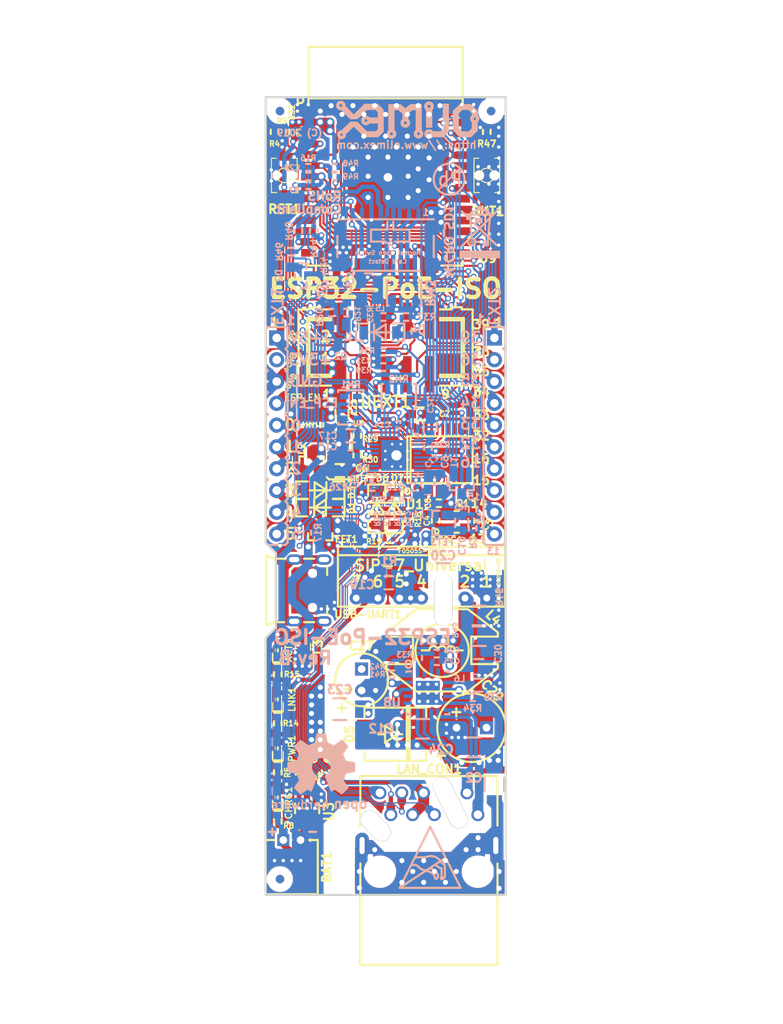
<source format=kicad_pcb>
(kicad_pcb (version 20221018) (generator pcbnew)
  (title_block (title "ESP-PoE-ISO") (date "2019-03-08") (rev "B") (company "OLIMEX Ltd.") (comment 1 "https://www.olimex.com"))
  (layers (0 "F.Cu" signal) (1 "In1.Cu" power) (2 "In2.Cu" power) (31 "B.Cu" signal) (34 "B.Paste" user) (35 "F.Paste" user) (36 "B.SilkS" user "B.Silkscreen") (37 "F.SilkS" user "F.Silkscreen") (38 "B.Mask" user) (39 "F.Mask" user) (44 "Edge.Cuts" user))
  (net 0 "")
  (net 1 "+5V")
  (net 2 "GND")
  (net 3 "Net-(BAT1-Pad1)")
  (net 4 "Net-(BUT1-Pad2)")
  (net 5 "/GPI34/BUT1")
  (net 6 "+3V3")
  (net 7 "Net-(C11-Pad1)")
  (net 8 "/GPIO3/U0RXD")
  (net 9 "/ESP_EN")
  (net 10 "/GPIO25/EMAC_RXD0(RMII)")
  (net 11 "/GPIO19/EMAC_TXD0(RMII)")
  (net 12 "/GPIO26/EMAC_RXD1(RMII)")
  (net 13 "/GPIO1/U0TXD")
  (net 14 "Net-(L2-Pad1)")
  (net 15 "Net-(Q2-Pad1)")
  (net 16 "/GPIO22/EMAC_TXD1(RMII)")
  (net 17 "/GPIO21/EMAC_TX_EN(RMII)")
  (net 18 "Net-(MICRO_SD1-Pad5)")
  (net 19 "/GPI36/U1RXD")
  (net 20 "/GPIO23/MDC(RMII)")
  (net 21 "/GPIO27/EMAC_RX_CRS_DV")
  (net 22 "/GPIO4/U1TXD")
  (net 23 "/GPIO2/HS2_DATA0")
  (net 24 "/GPIO13/I2C-SDA")
  (net 25 "/GPIO14/HS2_CLK")
  (net 26 "/GPIO15/HS2_CMD")
  (net 27 "/GPIO16/I2C-SCL")
  (net 28 "/GPIO18/MDIO(RMII)")
  (net 29 "/+5V_USB")
  (net 30 "Net-(MICRO_SD1-Pad1)")
  (net 31 "Net-(MICRO_SD1-Pad2)")
  (net 32 "Net-(MICRO_SD1-Pad8)")
  (net 33 "Net-(U4-Pad4)")
  (net 34 "Net-(U4-Pad14)")
  (net 35 "Net-(U4-Pad18)")
  (net 36 "Net-(U4-Pad20)")
  (net 37 "Net-(U4-Pad26)")
  (net 38 "Net-(USB-UART1-Pad4)")
  (net 39 "Net-(MICRO_SD1-Pad7)")
  (net 40 "/D_Com")
  (net 41 "Earth")
  (net 42 "+5VP")
  (net 43 "Net-(C26-Pad1)")
  (net 44 "Spare1")
  (net 45 "Spare2")
  (net 46 "/GPIO33")
  (net 47 "/GPIO32")
  (net 48 "/GPI39")
  (net 49 "Net-(FID1-PadFid1)")
  (net 50 "Net-(FID2-PadFid1)")
  (net 51 "Net-(FID3-PadFid1)")
  (net 52 "Net-(MICRO_SD1-PadCD1)")
  (net 53 "Net-(C4-Pad1)")
  (net 54 "Net-(C5-Pad1)")
  (net 55 "Net-(C21-Pad2)")
  (net 56 "Net-(C25-Pad1)")
  (net 57 "Net-(C29-Pad2)")
  (net 58 "Net-(D4-Pad1)")
  (net 59 "Net-(D5-Pad2)")
  (net 60 "Net-(Q2-Pad2)")
  (net 61 "Net-(Q3-Pad3)")
  (net 62 "Net-(Q3-Pad2)")
  (net 63 "Net-(Q3-Pad1)")
  (net 64 "Net-(R6-Pad1)")
  (net 65 "Net-(R26-Pad1)")
  (net 66 "Net-(R29-Pad1)")
  (net 67 "Net-(R33-Pad2)")
  (net 68 "Net-(R34-Pad2)")
  (net 69 "Net-(R38-Pad1)")
  (net 70 "Net-(R41-Pad2)")
  (net 71 "Net-(U1-Pad17)")
  (net 72 "Net-(U1-Pad14)")
  (net 73 "Net-(U1-Pad13)")
  (net 74 "Net-(U1-Pad12)")
  (net 75 "Net-(U1-Pad11)")
  (net 76 "Net-(U8-Pad17)")
  (net 77 "Net-(U8-Pad16)")
  (net 78 "Net-(U8-Pad15)")
  (net 79 "Net-(U8-Pad5)")
  (net 80 "Net-(U8-Pad4)")
  (net 81 "Net-(U8-Pad2)")
  (net 82 "Net-(U9-Pad32)")
  (net 83 "Net-(C6-Pad1)")
  (net 84 "+3.3VLAN")
  (net 85 "Net-(C17-Pad1)")
  (net 86 "/GPIO0")
  (net 87 "/GPIO5/SPI_CS")
  (net 88 "/GPI35")
  (net 89 "Net-(RM1-Pad3.2)")
  (net 90 "Net-(RM1-Pad2.2)")
  (net 91 "Net-(RM1-Pad4.2)")
  (net 92 "/GPIO17/EMAC_CLK_OUT_180")
  (net 93 "Net-(U9-Pad22)")
  (net 94 "Net-(U9-Pad21)")
  (net 95 "Net-(U9-Pad20)")
  (net 96 "Net-(U9-Pad19)")
  (net 97 "Net-(U9-Pad18)")
  (net 98 "Net-(U9-Pad17)")
  (net 99 "/GPIO12/PHY_PWR")
  (net 100 "Net-(FID4-PadFid1)")
  (net 101 "Net-(FID5-PadFid1)")
  (net 102 "Net-(FID6-PadFid1)")
  (net 103 "Net-(ACT1-Pad2)")
  (net 104 "Net-(ACT1-Pad1)")
  (net 105 "Net-(LNK1-Pad1)")
  (net 106 "Net-(C3-Pad1)")
  (net 107 "Net-(RM1-Pad1.2)")
  (net 108 "Net-(CHRG1-Pad1)")
  (net 109 "Net-(PWR1-Pad1)")
  (net 110 "Net-(C10-Pad2)")
  (net 111 "Net-(R3-Pad2)")
  (net 112 "Net-(L3-Pad1)")
  (net 113 "Net-(R8-Pad2)")
  (net 114 "Net-(C30-Pad2)")
  (net 115 "/TD+")
  (net 116 "/TD-")
  (net 117 "/RD+")
  (net 118 "/RD-")
  (net 119 "/Vss")
  (net 120 "/Vpos")
  (net 121 "/Shield")
  (net 122 "Net-(R14-Pad2)")
  (net 123 "/USB_D-")
  (net 124 "/USB_D+")
  (net 125 "Net-(C8-Pad1)")
  (net 126 "Net-(D6-Pad1)")
  (net 127 "Net-(D7-Pad2)")
  (net 128 "Net-(U1-Pad20)")
  (footprint "OLIMEX_Other-FP:Fiducial1x3" (layer "F.Cu") (at 91.821 186.309 -90)
    (fp_text reference "FID3" hide)
    (fp_text value "Fiducial" hide)
  )
  (footprint "OLIMEX_Connectors-FP:GBH-254-SMT-10" (layer "F.Cu") (at 104.14 124.333)
    (fp_text reference "UEXT1")
    (fp_text value "P-B-V-10-LF")
  )
  (footprint "OLIMEX_RLC-FP:DBS135" (layer "F.Cu") (at 110.744 159.639)
    (fp_text reference "L4")
    (fp_text value "33uH/2.1A/DCR=0.1R/20%/DBS135(PD3316MT330)")
  )
  (footprint "OLIMEX_Cases-FP:ESP-WROOM-32_MODULE" (layer "F.Cu") (at 104.14 102.035)
    (fp_text reference "U9")
    (fp_text value "ESP-WROOM-32")
  )
  (footprint "OLIMEX_Other-FP:Fiducial1x3" (layer "F.Cu") (at 116.459 96.774 -90)
    (fp_text reference "FID2" hide)
    (fp_text value "Fiducial" hide)
  )
  (footprint "OLIMEX_RLC-FP:R_0402_5MIL_DWS" (layer "F.Cu") (at 93.345 99.187 -90)
    (fp_text reference "R32")
    (fp_text value "470k/R0402")
  )
  (footprint "OLIMEX_Buttons-FP:IT1185AU2_V2" (layer "F.Cu") (at 115.959 104.267 90)
    (fp_text reference "BUT1")
    (fp_text value "IT1185AU2")
  )
  (footprint "OLIMEX_RLC-FP:C_0603_5MIL_DWS" (layer "F.Cu") (at 95.631 174.371 90)
    (fp_text reference "C1")
    (fp_text value "22uF/6.3V/20%/X5R/C0603")
  )
  (footprint "OLIMEX_IC-FP:SOT-23-5" (layer "F.Cu") (at 94.996 178.054 -90)
    (fp_text reference "U3")
    (fp_text value "BL4054B-42TPRN(SOT23-5)")
  )
  (footprint "OLIMEX_RLC-FP:R_0402_5MIL_DWS" (layer "F.Cu") (at 94.107 173.863 90)
    (fp_text reference "R6")
    (fp_text value "10k/R0402")
  )
  (footprint "OLIMEX_RLC-FP:R_0402_5MIL_DWS" (layer "F.Cu") (at 91.186 99.187 90)
    (fp_text reference "R4")
    (fp_text value "47k/R0402")
  )
  (footprint "OLIMEX_RLC-FP:R_0402_5MIL_DWS" (layer "F.Cu") (at 92.075 99.187 -90)
    (fp_text reference "R9")
    (fp_text value "100k/R0402")
  )
  (footprint "OLIMEX_LEDs-FP:LED_0603_KA" (layer "F.Cu") (at 91.567 176.784 90)
    (fp_text reference "CHRG1")
    (fp_text value "LED/YELLOW/0603")
  )
  (footprint "OLIMEX_LEDs-FP:LED_0603_KA" (layer "F.Cu") (at 91.567 171.069 90)
    (fp_text reference "PWR1")
    (fp_text value "LED/RED/0603")
  )
  (footprint "OLIMEX_RLC-FP:R_0402_5MIL_DWS" (layer "F.Cu") (at 91.567 173.863 -90)
    (fp_text reference "R5")
    (fp_text value "2.2k/R0402")
  )
  (footprint "OLIMEX_Connectors-FP:USB-MICRO_MISB-SWMM-5B_LF" (layer "F.Cu") (at 93.726 152.654 180)
    (fp_text reference "USB-UART1")
    (fp_text value "MISB-SWMM-5B-LF(USB_MICRO)")
  )
  (footprint "OLIMEX_Other-FP:Fiducial1x3" (layer "F.Cu") (at 91.821 96.774 -90)
    (fp_text reference "FID1" hide)
    (fp_text value "Fiducial" hide)
  )
  (footprint "OLIMEX_Buttons-FP:IT1185AU2_V2" (layer "F.Cu") (at 92.321 104.267 90)
    (fp_text reference "RST1")
    (fp_text value "IT1185AU2")
  )
  (footprint "OLIMEX_RLC-FP:CPOL-RM3.5mm_8.0x11.5mm_PTH" (layer "F.Cu") (at 114.173 168.656)
    (fp_text reference "C29")
    (fp_text value "680uF/10V/20%/105C/RM3.5/8x11.5mm")
  )
  (footprint "OLIMEX_Diodes-FP:DO214AB(SMC)_1(K)-2(A)" (layer "F.Cu") (at 105.283 169.418 180)
    (fp_text reference "D5")
    (fp_text value "SS510/100V/5A/0.85V/DO214AB(SMC)")
  )
  (footprint "OLIMEX_Connectors-FP:LIPO_BAT-CON2DW02R" (layer "F.Cu") (at 93.218 184.912)
    (fp_text reference "BAT1")
    (fp_text value "DW02R")
  )
  (footprint "OLIMEX_RLC-FP:C_0402_5MIL_DWS" (layer "F.Cu") (at 97.155 173.863 90)
    (fp_text reference "C11")
    (fp_text value "100nF/16V/10%/X7R/C0402")
  )
  (footprint "OLIMEX_Transistors-FP:SOT23" (layer "F.Cu") (at 96.52 146.177 90)
    (fp_text reference "FET1")
    (fp_text value "WPM2015-3/TR")
  )
  (footprint "OLIMEX_RLC-FP:CD32" (layer "F.Cu") (at 95.377 133.35 90)
    (fp_text reference "L2")
    (fp_text value "2.2uH/1.5A/DCR=72mR/20%/3.00x3.00x1.50mm/CD32(NR3015T2R2M)")
  )
  (footprint "OLIMEX_RLC-FP:R_0402_5MIL_DWS" (layer "F.Cu") (at 100.838 136.906 -90)
    (fp_text reference "R30")
    (fp_text value "49.9k/1%/R0402")
  )
  (footprint "OLIMEX_RLC-FP:R_0402_5MIL_DWS" (layer "F.Cu") (at 100.838 134.62 90)
    (fp_text reference "R29")
    (fp_text value "220k/R0402")
  )
  (footprint "OLIMEX_RLC-FP:C_0603_5MIL_DWS" (layer "F.Cu") (at 98.806 138.684)
    (fp_text reference "C6")
    (fp_text value "22uF/6.3V/20%/X5R/C0603")
  )
  (footprint "OLIMEX_Regulators-FP:SOT-23-5" (layer "F.Cu") (at 98.806 135.763 90)
    (fp_text reference "U7")
    (fp_text value "SY8089AAAC(SOT23-5)")
  )
  (footprint "OLIMEX_RLC-FP:C_0603_5MIL_DWS" (layer "F.Cu") (at 99.06 132.08 -90)
    (fp_text reference "C22")
    (fp_text value "22uF/6.3V/20%/X5R/C0603")
  )
  (footprint "OLIMEX_RLC-FP:R_0402_5MIL_DWS" (layer "F.Cu") (at 91.567 168.148 -90)
    (fp_text reference "R14")
    (fp_text value "2.2k/R0402")
  )
  (footprint "OLIMEX_LEDs-FP:LED_0603_KA" (layer "F.Cu") (at 91.567 165.354 90)
    (fp_text reference "LNK1")
    (fp_text value "LED/GREEN/0603")
  )
  (footprint "OLIMEX_RLC-FP:R_0402_5MIL_DWS" (layer "F.Cu") (at 91.567 162.433 -90)
    (fp_text reference "R15")
    (fp_text value "2.2k/R0402")
  )
  (footprint "OLIMEX_LEDs-FP:LED_0603_KA" (layer "F.Cu") (at 91.567 159.639 90)
    (fp_text reference "ACT1")
    (fp_text value "LED/YELLOW/0603")
  )
  (footprint "OLIMEX_RLC-FP:L_0805_5MIL_DWS" (layer "F.Cu") (at 94.488 159.258 -90)
    (fp_text reference "L3")
    (fp_text value "FB0805/600R/2A")
  )
  (footprint "OLIMEX_RLC-FP:C_0603_5MIL_DWS" (layer "F.Cu") (at 108.077 132.08 180)
    (fp_text reference "C7")
    (fp_text value "22uF/6.3V/20%/X5R/C0603")
  )
  (footprint "OLIMEX_RLC-FP:C_0402_5MIL_DWS" (layer "F.Cu") (at 114.935 144.526 -90)
    (fp_text reference "C5")
    (fp_text value "27pF/50V/5%/C0G/C0402")
  )
  (footprint "OLIMEX_RLC-FP:C_0402_5MIL_DWS" (layer "F.Cu") (at 109.982 144.526 90)
    (fp_text reference "C4")
    (fp_text value "27pF/50V/5%/C0G/C0402")
  )
  (footprint "OLIMEX_Transistors-FP:SOT23" (layer "F.Cu") (at 95.504 137.668 -90)
    (fp_text reference "FET2")
    (fp_text value "WPM2015-3/TR")
  )
  (footprint "OLIMEX_RLC-FP:C_0402_5MIL_DWS" (layer "F.Cu") (at 110.363 142.494)
    (fp_text reference "C8")
    (fp_text value "100nF/16V/10%/X7R/C0402")
  )
  (footprint "OLIMEX_RLC-FP:R_0402_5MIL_DWS" (layer "F.Cu") (at 106.934 144.399 -90)
    (fp_text reference "R18")
    (fp_text value "10k/R0402")
  )
  (footprint "OLIMEX_Other-FP:Mounting_hole_2_mm" (layer "F.Cu") (at 110.871 153.7335)
    (fp_text reference "Drill_Slot1" hide)
    (fp_text value "2 mm" hide)
  )
  (footprint "OLIMEX_Other-FP:Mounting_hole_2_mm" (layer "F.Cu") (at 102.9716 180.0987 45)
    (fp_text reference "Drill_Slot3" hide)
    (fp_text value "2 mm" hide)
  )
  (footprint "OLIMEX_RLC-FP:R_0402_5MIL_DWS" (layer "F.Cu") (at 115.951 99.187 90)
    (fp_text reference "R47")
    (fp_text value "220R/R0402")
  )
  (footprint "OLIMEX_Regulators-FP:SIP-7_Universal" (layer "F.Cu") (at 108.331 153.543 180)
    (fp_text reference "DCDC1")
    (fp_text value "F0505S-2WR2(SIP-7)")
  )
  (footprint "OLIMEX_Connectors-FP:RJP-003TC1(LPJ4112CNL)-ISO(Pin(7)and(8)CUT)" (layer "F.Cu") (at 109.2 185.293)
    (fp_text reference "LAN_CON1")
    (fp_text value "RJP-003TC1(LPJ4112CNL)---Pin<7>_and_<8>_to_be_CUT!!!")
  )
  (footprint "OLIMEX_RLC-FP:R_0402_5MIL_DWS" (layer "F.Cu") (at 91.567 179.578 -90)
    (fp_text reference "R8")
    (fp_text value "2.2k/R0402")
  )
  (footprint "OLIMEX_RLC-FP:CPOL-RM2.5mm_6.3x11mm_PTH" (layer "F.Cu") (at 101.346 163.068 90)
    (fp_text reference "C27")
    (fp_text value "15uF/100V/20%/RM2.5/6.3x11mm(Farnell:1281844)")
  )
  (footprint "OLIMEX_IC-FP:SSOP-20W" (layer "F.Cu") (at 110.49 137.414)
    (fp_text reference "U1")
    (fp_text value "CH340T(SSOP20W)")
  )
  (footprint "OLIMEX_Crystal-FP:TSX-3.2x2.5mm_GND(3)" (layer "F.Cu") (at 112.438 144.653)
    (fp_text reference "Q1")
    (fp_text value "Q12MHz/20pF/10ppm/4P/3.2x2.5mm")
  )
  (footprint "OLIMEX_RLC-FP:R_0402_5MIL_DWS" (layer "F.Cu") (at 104.521 146.685 180)
    (fp_text reference "R19")
    (fp_text value "10k/R0402")
  )
  (footprint "OLIMEX_Diodes-FP:SOD-123_1C-2A_KA" (layer "F.Cu") (at 103.124 143.129 -90)
    (fp_text reference "D6")
    (fp_text value "1N5819S4/SOD123")
  )
  (footprint "OLIMEX_Diodes-FP:SOD-123_1C-2A_KA" (layer "F.Cu") (at 105.156 143.129 -90)
    (fp_text reference "D7")
    (fp_text value "1N5819S4/SOD123")
  )
  (footprint "OLIMEX_Diodes-FP:SOD-123_1C-2A_KA" (layer "F.Cu") (at 96.52 140.97 180)
    (fp_text reference "D3")
    (fp_text value "1N5819S4/SOD123")
  )
  (footprint "OLIMEX_Diodes-FP:SOD-123_1C-2A_KA" (layer "F.Cu") (at 96.52 143.002)
    (fp_text reference "D1")
    (fp_text value "1N5819S4/SOD123")
  )
  (footprint "OLIMEX_Other-FP:Mounting_hole_2_mm" (layer "F.Cu") (at 111.6965 177.419 27)
    (fp_text reference "Drill_Slot2" hide)
    (fp_text value "2 mm" hide)
  )
  (footprint "OLIMEX_RLC-FP:L_0805_5MIL_DWS" (layer "B.Cu") (at 102.235 118.618)
    (fp_text reference "L5")
    (fp_text value "FB0805/600R/2A")
  )
  (footprint "OLIMEX_Connectors-FP:HN1x10" (layer "B.Cu") (at 116.84 134.65 -90)
    (fp_text reference "EXT2")
    (fp_text value "NS(HN1x10)")
  )
  (footprint "OLIMEX_Other-FP:Fiducial1x3" (layer "B.Cu") (at 91.821 186.309 -90)
    (fp_text reference "FID6" hide)
    (fp_text value "Fiducial" hide)
  )
  (footprint "OLIMEX_RLC-FP:R_0402_5MIL_DWS" (layer "B.Cu") (at 114.3 165.1 180)
    (fp_text reference "R34")
    (fp_text value "NA(49.9R/1%/R0402)")
  )
  (footprint "OLIMEX_RLC-FP:R_1206_5MIL_DWS" (layer "B.Cu") (at 115.062 155.575 180)
    (fp_text reference "R45")
    (fp_text value "220R/5%/0.25W/R1206")
  )
  (footprint "OLIMEX_RLC-FP:R_1206_5MIL_DWS" (layer "B.Cu") (at 115.062 157.988 180)
    (fp_text reference "R43")
    (fp_text value "220R/5%/0.25W/R1206")
  )
  (footprint "OLIMEX_LOGOs-FP:LOGO_PBFREE" (layer "B.Cu") (at 111.76 104.394)
    (fp_text reference "Sign_PB-Free")
    (fp_text value "")
  )
  (footprint "OLIMEX_RLC-FP:R_0402_5MIL_DWS" (layer "B.Cu") (at 106.553 120.777 180)
    (fp_text reference "R37")
    (fp_text value "10k/R0402")
  )
  (footprint "OLIMEX_Connectors-FP:uSD(TFC-9P-1.xH(ATFFS150A01BR016))" (layer "B.Cu") (at 104.14 111.887)
    (fp_text reference "MICRO_SD1")
    (fp_text value "TFC-9P-1.7H(ATFFS150A01BR016)")
  )
  (footprint "OLIMEX_RLC-FP:R_0402_5MIL_DWS" (layer "B.Cu") (at 93.98 110.744 90)
    (fp_text reference "R40")
    (fp_text value "10R/R0402")
  )
  (footprint "OLIMEX_Other-FP:Fiducial1x3" (layer "B.Cu") (at 116.459 96.774 -90)
    (fp_text reference "FID5" hide)
    (fp_text value "Fiducial" hide)
  )
  (footprint "OLIMEX_Other-FP:Fiducial1x3" (layer "B.Cu") (at 91.821 96.774 -90)
    (fp_text reference "FID4" hide)
    (fp_text value "Fiducial" hide)
  )
  (footprint "OLIMEX_RLC-FP:R_MATRIX_4" (layer "B.Cu") (at 106.299 117.983)
    (fp_text reference "RM3")
    (fp_text value "RA1206_(4X0603)_4B8_2.2k")
  )
  (footprint "OLIMEX_RLC-FP:R_0402_5MIL_DWS" (layer "B.Cu") (at 103.886 126.619)
    (fp_text reference "R39")
    (fp_text value "10k/R0402")
  )
  (footprint "OLIMEX_RLC-FP:C_0805_5MIL_DWS" (layer "B.Cu") (at 102.235 116.713 180)
    (fp_text reference "C3")
    (fp_text value "47uF/6.3V/20%/X5R/C0805")
  )
  (footprint "OLIMEX_RLC-FP:R_0402_5MIL_DWS" (layer "B.Cu") (at 95.758 110.744 -90)
    (fp_text reference "R44")
    (fp_text value "NA/R0402")
  )
  (footprint "OLIMEX_Connectors-FP:HN1x10" (layer "B.Cu") (at 91.44 134.65 -90)
    (fp_text reference "EXT1")
    (fp_text value "NS(HN1x10)")
  )
  (footprint "OLIMEX_RLC-FP:L_0805_5MIL_DWS" (layer "B.Cu") (at 114.681 161.544 180)
    (fp_text reference "L6")
    (fp_text value "FB0805/600R/2A")
  )
  (footprint "OLIMEX_RLC-FP:C_0603_5MIL_DWS" (layer "B.Cu") (at 115.062 159.893 180)
    (fp_text reference "C30")
    (fp_text value "22uF/6.3V/20%/X5R/C0603")
  )
  (footprint "OLIMEX_RLC-FP:R_0402_5MIL_DWS" (layer "B.Cu") (at 104.902 162.433)
    (fp_text reference "R41")
    (fp_text value "1.05k/1%/R0402")
  )
  (footprint "OLIMEX_RLC-FP:C_0603_5MIL_DWS" (layer "B.Cu") (at 104.521 151.765)
    (fp_text reference "C19")
    (fp_text value "22uF/6.3V/20%/X5R/C0603")
  )
  (footprint "OLIMEX_IC-FP:QFN-20_5x5mm(Si3402-B-GM)" (layer "B.Cu") (at 109.077 164.592 -90)
    (fp_text reference "U8")
    (fp_text value "Si3402-B-GM(QFN-20_5x5mm)")
  )
  (footprint "OLIMEX_RLC-FP:C_1206_5MIL_DWS" (layer "B.Cu") (at 114.427 170.942)
    (fp_text reference "C24")
    (fp_text value "100nF/100V/20%/C1206")
  )
  (footprint "OLIMEX_RLC-FP:C_1206_5MIL_DWS_ISO" (layer "B.Cu") (at 108.458 168.783 180)
    (fp_text reference "C12")
    (fp_text value "2.2uF/100V/20%/X7R/C1206(AVX_12061C225KAT2A_Comet)")
  )
  (footprint "OLIMEX_RLC-FP:C_1206_5MIL_DWS_ISO" (layer "B.Cu") (at 116.84 175.26 -90)
    (fp_text reference "C2")
    (fp_text value "1nF/2000V/10%/X7R/C1206")
  )
  (footprint "OLIMEX_RLC-FP:C_1808(4520)_5MIL_DWS_ISO" (layer "B.Cu") (at 110.871 150.749)
    (fp_text reference "C20")
    (fp_text value "1.0nF/3kV/10%/X7R/SMD/1808(VISHAY-VJ1808Y102KBHAT4X_Farnell-2407291)")
  )
  (footprint "OLIMEX_RLC-FP:R_0603_5MIL_DWS" (layer "B.Cu") (at 114.935 163.703)
    (fp_text reference "R38")
    (fp_text value "25.5k/1%/R0603")
  )
  (footprint "OLIMEX_RLC-FP:C_1808(4520)_5MIL_DWS_ISO" (layer "B.Cu") (at 98.806 166.497)
    (fp_text reference "C23")
    (fp_text value "1.0nF/3kV/10%/X7R/SMD/1808(VISHAY-VJ1808Y102KBHAT4X_Farnell-2407291)")
  )
  (footprint "OLIMEX_RLC-FP:R_0402_5MIL_DWS" (layer "B.Cu") (at 107.95 160.528 -90)
    (fp_text reference "R33")
    (fp_text value "47k/R0402")
  )
  (footprint "OLIMEX_RLC-FP:C_0402_5MIL_DWS" (layer "B.Cu") (at 110.109 160.02)
    (fp_text reference "C26")
    (fp_text value "1nF/50V/10%/X7R/C0402")
  )
  (footprint "OLIMEX_LOGOs-FP:OLIMEX_LOGO_TB" (layer "B.Cu") (at 106.553 97.79 180)
    (fp_text reference "Logo_Olimex" hide)
    (fp_text value "" hide)
  )
  (footprint "OLIMEX_RLC-FP:R_0402_5MIL_DWS" (layer "B.Cu") (at 97.155 116.205 180)
    (fp_text reference "R24")
    (fp_text value "220R/R0402")
  )
  (footprint "OLIMEX_RLC-FP:R_0402_5MIL_DWS" (layer "B.Cu") (at 114.3 143.256 90)
    (fp_text reference "R3")
    (fp_text value "1k/R0402")
  )
  (footprint "OLIMEX_RLC-FP:C_0603_5MIL_DWS" (layer "B.Cu") (at 113.03 144.78 90)
    (fp_text reference "C10")
    (fp_text value "22uF/6.3V/20%/X5R/C0603")
  )
  (footprint "OLIMEX_RLC-FP:C_0402_5MIL_DWS" (layer "B.Cu") (at 100.076 135.89 180)
    (fp_text reference "C18")
    (fp_text value "100nF/16V/10%/X7R/C0402")
  )
  (footprint "OLIMEX_RLC-FP:R_0402_5MIL_DWS" (layer "B.Cu") (at 105.41 141.986 90)
    (fp_text reference "R13")
    (fp_text value "49.9R/1%/R0402")
  )
  (footprint "OLIMEX_RLC-FP:C_0603_5MIL_DWS" (layer "B.Cu") (at 109.347 133.604 -90)
    (fp_text reference "C21")
    (fp_text value "NA(10uF/6.3V/20%/X5R/C0603)")
  )
  (footprint "OLIMEX_RLC-FP:C_0603_5MIL_DWS" (layer "B.Cu") (at 100.076 134.62 180)
    (fp_text reference "C17")
    (fp_text value "2.2uF/6.3V/10%/X5R/C0603")
  )
  (footprint "OLIMEX_RLC-FP:R_MATRIX_4" (layer "B.Cu") (at 100.076 131.318 90)
    (fp_text reference "RM1")
    (fp_text value "RA1206_(4X0603)_4B8_2.2k")
  )
  (footprint "OLIMEX_RLC-FP:R_MATRIX_4" (layer "B.Cu") (at 105.664 130.048)
    (fp_text reference "RM2")
    (fp_text value "RA1206_(4X0603)_4B8_2.2k")
  )
  (footprint "OLIMEX_RLC-FP:L_0805_5MIL_DWS" (layer "B.Cu") (at 109.093 142.367 180)
    (fp_text reference "L1")
    (fp_text value "FB0805/600R/2A")
  )
  (footprint "OLIMEX_IC-FP:QFN32_EP(33)_5.00x5.00x0.90mm_Pitch_0.50mm" (layer "B.Cu") (at 105.41 136.906 90)
    (fp_text reference "U4")
    (fp_text value "LAN8710A-EZC(QFN32)")
  )
  (footprint "OLIMEX_Transistors-FP:SOT23" (layer "B.Cu") (at 113.03 140.335 90)
    (fp_text reference "T1")
    (fp_text value "DTC114YKA(SOT-23)")
  )
  (footprint "OLIMEX_RLC-FP:R_0402_5MIL_DWS" (layer "B.Cu") (at 106.68 141.986 90)
    (fp_text reference "R12")
    (fp_text value "49.9R/1%/R0402")
  )
  (footprint "OLIMEX_RLC-FP:R_0402_5MIL_DWS" (layer "B.Cu") (at 114.3 145.415 90)
    (fp_text reference "R2")
    (fp_text value "10k/R0402")
  )
  (footprint "OLIMEX_RLC-FP:C_0402_5MIL_DWS" (layer "B.Cu") (at 95.123 104.394 180)
    (fp_text reference "C28")
    (fp_text value "1nF/50V/10%/X7R/C0402")
  )
  (footprint "OLIMEX_RLC-FP:R_0402_5MIL_DWS" (layer "B.Cu") (at 95.123 103.378 180)
    (fp_text reference "R16")
    (fp_text value "470k/R0402")
  )
  (footprint "OLIMEX_RLC-FP:R_0402_5MIL_DWS" (layer "B.Cu") (at 95.123 105.41)
    (fp_text reference "R7")
    (fp_text value "470k/R0402")
  )
  (footprint "OLIMEX_RLC-FP:C_0402_5MIL_DWS" (layer "B.Cu") (at 107.315 140.589)
    (fp_text reference "C15")
    (fp_text value "100nF/16V/10%/X7R/C0402")
  )
  (footprint "OLIMEX_RLC-FP:C_0603_5MIL_DWS" (layer "B.Cu") (at 110.617 139.954 90)
    (fp_text reference "C9")
    (fp_text value "22uF/6.3V/20%/X5R/C0603")
  )
  (footprint "OLIMEX_Transistors-FP:SOT23" (layer "B.Cu") (at 110.236 144.78)
    (fp_text reference "FET3")
    (fp_text value "WPM2015-3/TR")
  )
  (footprint "OLIMEX_RLC-FP:R_0402_5MIL_DWS" (layer "B.Cu") (at 109.093 136.017 -90)
    (fp_text reference "R25")
    (fp_text value "10k/R0402")
  )
  (footprint "OLIMEX_RLC-FP:C_0402_5MIL_DWS" (layer "B.Cu") (at 105.664 133.35)
    (fp_text reference "C14")
    (fp_text value "100nF/16V/10%/X7R/C0402")
  )
  (footprint "OLIMEX_RLC-FP:C_0402_5MIL_DWS" (layer "B.Cu") (at 101.346 140.081 -90)
    (fp_text reference "C16")
    (fp_text value "100nF/16V/10%/X7R/C0402")
  )
  (footprint "OLIMEX_RLC-FP:R_0402_5MIL_DWS" (layer "B.Cu") (at 102.616 140.589 180)
    (fp_text reference "R26")
    (fp_text value "12.1k/1%/R0402")
  )
  (footprint "OLIMEX_RLC-FP:R_0402_5MIL_DWS" (layer "B.Cu") (at 104.521 150.495)
    (fp_text reference "R1")
    (fp_text value "10k/R0402")
  )
  (footprint "OLIMEX_RLC-FP:R_0402_5MIL_DWS" (layer "B.Cu") (at 97.79 120.269 180)
    (fp_text reference "R20")
    (fp_text value "1k/R0402")
  )
  (footprint "OLIMEX_RLC-FP:R_0402_5MIL_DWS" (layer "B.Cu") (at 99.568 120.269 180)
    (fp_text reference "R21")
    (fp_text value "1k/R0402")
  )
  (footprint "OLIMEX_Transistors-FP:SOT23" (layer "B.Cu") (at 98.679 117.729 -90)
    (fp_text reference "Q3")
    (fp_text value "BC817-40(SOT23)")
  )
  (footprint "OLIMEX_Transistors-FP:SOT23" (layer "B.Cu") (at 98.61296 122.77344 90)
    (fp_text reference "Q2")
    (fp_text value "BC817-40(SOT23)")
  )
  (footprint "OLIMEX_Diodes-FP:SOT23-3" (layer "B.Cu") (at 94.234 115.951 180)
    (fp_text reference "D2")
    (fp_text value "BAT54C(SOT23-3)")
  )
  (footprint "OLIMEX_RLC-FP:R_0402_5MIL_DWS" (layer "B.Cu") (at 103.886 125.73)
    (fp_text reference "R31")
    (fp_text value "2.2k/R0402")
  )
  (footprint "OLIMEX_RLC-FP:R_0402_5MIL_DWS" (layer "B.Cu") (at 98.171 103.378 180)
    (fp_text reference "R48")
    (fp_text value "10k/R0402")
  )
  (footprint "OLIMEX_RLC-FP:R_0402_5MIL_DWS" (layer "B.Cu") (at 98.171 104.394)
    (fp_text reference "R49")
    (fp_text value "NA/R0402")
  )
  (footprint "OLIMEX_LOGOs-FP:LOGO_ANTISTATIC_1" (layer "B.Cu") (at 112.903 187.325 180)
    (fp_text reference "Sign_Antistatic" hide)
    (fp_text value "Val**" hide)
  )
  (footprint "OLIMEX_LOGOs-FP:LOGO_OPENHARDWARE_8x8" (layer "B.Cu") (at 96.647 173.355 180)
    (fp_text reference "Logo_OSHW" hide)
    (fp_text value "" hide)
  )
  (footprint "OLIMEX_RLC-FP:R_0402_5MIL_DWS" (layer "B.Cu") (at 104.902 161.544 180)
    (fp_text reference "R42")
    (fp_text value "3.01k/1%/R0402")
  )
  (footprint "OLIMEX_RLC-FP:R_0402_5MIL_DWS" (layer "B.Cu") (at 103.886 120.777)
    (fp_text reference "R35")
    (fp_text value "2.2k/R0402")
  )
  (footprint "OLIMEX_RLC-FP:R_0402_5MIL_DWS" (layer "B.Cu") (at 103.886 124.841)
    (fp_text reference "R36")
    (fp_text value "10k/R0402")
  )
  (footprint "OLIMEX_RLC-FP:C_0603_5MIL_DWS" (layer "B.Cu") (at 109.093 139.954 90)
    (fp_text reference "C13")
    (fp_text value "22uF/6.3V/20%/X5R/C0603")
  )
  (footprint "OLIMEX_RLC-FP:R_0402_5MIL_DWS" (layer "B.Cu") (at 93.218 113.157)
    (fp_text reference "R46")
    (fp_text value "220R/R0402")
  )
  (footprint "OLIMEX_LOGOs-FP:LOGO_RECYCLEBIN_1" (layer "B.Cu") (at 117.475 113.919 180)
    (fp_text reference "Sign_RecycleBin" hide)
    (fp_text value "" hide)
  )
  (footprint "OLIMEX_Diodes-FP:SOD-123_1C-2A_KA" (layer "B.Cu") (at 103.505 122.555)
    (fp_text reference "D4")
    (fp_text value "1N5819S4/SOD-123")
  )
  (footprint "OLIMEX_RLC-FP:C_0402_5MIL_DWS" (layer "B.Cu") (at 110.109 160.909)
    (fp_text reference "C25")
    (fp_text value "100nF/16V/10%/X7R/C0402")
  )
  (footprint "OLIMEX_RLC-FP:R_0402_5MIL_DWS" (layer "B.Cu") (at 103.124 141.986 90)
    (fp_text reference "R11")
    (fp_text value "49.9R/1%/R0402")
  )
  (footprint "OLIMEX_RLC-FP:R_0402_5MIL_DWS" (layer "B.Cu") (at 104.394 141.986 90)
    (fp_text reference "R10")
    (fp_text value "49.9R/1%/R0402")
  )
  (footprint "OLIMEX_RLC-FP:R_0402_5MIL_DWS" (layer "B.Cu") (at 94.996 145.923 90)
    (fp_text reference "R17")
    (fp_text value "NA")
  )
  (gr_line (start 100.33 139.7) (end 99.822 139.954) (stroke (width 0.254)) (layer "F.SilkS"))
  (gr_line (start 97.536 139.7) (end 97.282 139.446) (stroke (width 0.254)) (layer "F.SilkS"))
  (gr_line (start 100.33 139.7) (end 97.663 139.7) (stroke (width 0.254)) (layer "F.SilkS"))
  (gr_line (start 97.663 139.7) (end 97.536 139.7) (stroke (width 0.254)) (layer "F.SilkS"))
  (gr_line (start 100.33 139.7) (end 99.822 139.446) (stroke (width 0.254)) (layer "F.SilkS"))
  (gr_line (start 118.15 188.15) (end 118.15 95.15) (stroke (width 0.254)) (layer "Edge.Cuts"))
  (gr_line (start 90.15 147.1) (end 90.15 95.15) (stroke (width 0.254)) (layer "Edge.Cuts"))
  (gr_line (start 90.15 95.15) (end 118.15 95.15) (stroke (width 0.254)) (layer "Edge.Cuts"))
  (gr_line (start 90.15 188.15) (end 118.15 188.15) (stroke (width 0.254)) (layer "Edge.Cuts"))
  (gr_line (start 90.15 188.15) (end 90.15 158.2) (stroke (width 0.254)) (layer "Edge.Cuts"))
  (gr_line (start 90.15 158.2) (end 91.35 157) (stroke (width 0.254)) (layer "Edge.Cuts"))
  (gr_arc (start 113.528883 178.815998) (mid 113.157002 180.203883) (end 111.769117 179.832002) (stroke (width 0.15)) (layer "Edge.Cuts"))
  (gr_line (start 109.855 176.022) (end 111.769117 179.832002) (stroke (width 0.15)) (layer "Edge.Cuts"))
  (gr_line (start 111.62388 175.006002) (end 113.528883 178.815998) (stroke (width 0.15)) (layer "Edge.Cuts"))
  (gr_arc (start 109.86412 176.021998) (mid 110.236002 174.63412) (end 111.62388 175.006002) (stroke (width 0.15)) (layer "Edge.Cuts"))
  (gr_arc (start 101.538363 180.095033) (mid 101.538363 178.658179) (end 102.975217 178.658179) (stroke (width 0.15)) (layer "Edge.Cuts"))
  (gr_arc (start 104.412048 180.095025) (mid 104.41205 181.531863) (end 102.975212 181.531865) (stroke (width 0.15)) (layer "Edge.Cuts"))
  (gr_line (start 102.975212 181.531865) (end 101.538369 180.095027) (stroke (width 0.15)) (layer "Edge.Cuts"))
  (gr_line (start 104.41205 180.095025) (end 102.975217 178.658179) (stroke (width 0.15)) (layer "Edge.Cuts"))
  (gr_line (start 111.887 155.702) (end 111.887 151.765) (stroke (width 0.15)) (layer "Edge.Cuts"))
  (gr_arc (start 111.887 155.702) (mid 110.871 156.718) (end 109.855 155.702) (stroke (width 0.15)) (layer "Edge.Cuts"))
  (gr_line (start 109.855 155.702) (end 109.854991 151.765) (stroke (width 0.15)) (layer "Edge.Cuts"))
  (gr_arc (start 109.854991 151.765) (mid 110.871 150.748991) (end 111.887009 151.765) (stroke (width 0.15)) (layer "Edge.Cuts"))
  (gr_line (start 90.15 147.1) (end 91.35 148.3) (stroke (width 0.254)) (layer "Edge.Cuts"))
  (gr_line (start 91.35 148.3) (end 91.35 157) (stroke (width 0.254)) (layer "Edge.Cuts"))
  (gr_text "1" (at 115.189 121.031) (layer "B.SilkS") (effects (font (size 1.016 1.016) (thickness 0.254)) (justify mirror)))
  (gr_text "https://www.olimex.com" (at 106.553 100.711) (layer "B.SilkS") (effects (font (size 0.889 0.889) (thickness 0.1905)) (justify mirror)))
  (gr_text "1" (at 108.839 108.585) (layer "B.SilkS") (effects (font (size 0.762 0.762) (thickness 0.1905)) (justify mirror)))
  (gr_text "(C) 2019" (at 94.107 99.314) (layer "B.SilkS") (effects (font (size 0.762 0.762) (thickness 0.1905)) (justify mirror)))
  (gr_text "RoHS" (at 97.028 106.68) (layer "B.SilkS") (effects (font (size 1.016 1.016) (thickness 0.254)) (justify mirror)))
  (gr_text "Compliant" (at 95.1992 108.204) (layer "B.SilkS") (effects (font (size 1.016 1.016) (thickness 0.254)) (justify mirror)))
  (gr_text "ESP32-PoE-ISO" (at 101.473 158.115) (layer "B.SilkS") (effects (font (size 1.651 1.651) (thickness 0.381)) (justify mirror)))
  (gr_text "39" (at 114.046 123.19) (layer "B.SilkS") (effects (font (size 1.27 1.27) (thickness 0.254)) (justify mirror)))
  (gr_text "35" (at 114.046 128.143) (layer "B.SilkS") (effects (font (size 1.27 1.27) (thickness 0.254)) (justify mirror)))
  (gr_text "34" (at 114.046 130.81) (layer "B.SilkS") (effects (font (size 1.27 1.27) (thickness 0.254)) (justify mirror)))
  (gr_text "33" (at 114.046 133.223) (layer "B.SilkS") (effects (font (size 1.27 1.27) (thickness 0.254)) (justify mirror)))
  (gr_text "32" (at 114.046 135.509) (layer "B.SilkS") (effects (font (size 1.27 1.27) (thickness 0.254)) (justify mirror)))
  (gr_text "16" (at 114.046 137.668) (layer "B.SilkS") (effects (font (size 1.27 1.27) (thickness 0.254)) (justify mirror)))
  (gr_text "15" (at 114.427 141.732) (layer "B.SilkS") (effects (font (size 0.762 0.762) (thickness 0.1905)) (justify mirror)))
  (gr_text "14" (at 115.062 144.272 60) (layer "B.SilkS") (effects (font (size 0.762 0.762) (thickness 0.1905)) (justify mirror)))
  (gr_text "13" (at 116.713 148.082) (layer "B.SilkS") (effects (font (size 0.762 0.762) (thickness 0.1905)) (justify mirror)))
  (gr_text "+5V" (at 94.869 123.19) (layer "B.SilkS") (effects (font (size 1.27 1.27) (thickness 0.254)) (justify mirror)))
  (gr_text "+3V3" (at 95.377 125.73) (layer "B.SilkS") (effects (font (size 1.27 1.27) (thickness 0.254)) (justify mirror)))
  (gr_text "GND" (at 94.869 128.27) (layer "B.SilkS") (effects (font (size 1.27 1.27) (thickness 0.254)) (justify mirror)))
  (gr_text "ESP_EN" (at 95.758 130.81) (layer "B.SilkS") (effects (font (size 1.016 1.016) (thickness 0.254)) (justify mirror)))
  (gr_text "0" (at 93.726 133.477) (layer "B.SilkS") (effects (font (size 1.27 1.27) (thickness 0.254)) (justify mirror)))
  (gr_text "1" (at 93.726 135.89) (layer "B.SilkS") (effects (font (size 1.27 1.27) (thickness 0.254)) (justify mirror)))
  (gr_text "2" (at 93.726 138.43) (layer "B.SilkS") (effects (font (size 1.27 1.27) (thickness 0.254)) (justify mirror)))
  (gr_text "3" (at 93.726 140.97) (layer "B.SilkS") (effects (font (size 1.27 1.27) (thickness 0.254)) (justify mirror)))
  (gr_text "4" (at 93.726 143.51) (layer "B.SilkS") (effects (font (size 1.27 1.27) (thickness 0.254)) (justify mirror)))
  (gr_text "5" (at 93.726 146.05) (layer "B.SilkS") (effects (font (size 1.27 1.27) (thickness 0.254)) (justify mirror)))
  (gr_text "+" (at 90.932 180.721) (layer "B.SilkS") (effects (font (size 1.016 1.016) (thickness 0.254)) (justify mirror)))
  (gr_text "-" (at 95.631 180.721) (layer "B.SilkS") (effects (font (size 1.016 1.016) (thickness 0.254)) (justify mirror)))
  (gr_text "36" (at 114.046 125.73) (layer "B.SilkS") (effects (font (size 1.27 1.27) (thickness 0.254)) (justify mirror)))
  (gr_text "Rev.B" (at 94.742 160.528) (layer "B.SilkS") (effects (font (size 1.524 1.524) (thickness 0.3175)) (justify mirror)))
  (gr_text "1" (at 93.091 121.158) (layer "B.SilkS") (effects (font (size 1.016 1.016) (thickness 0.254)) (justify mirror)))
  (gr_text "ESP32-PoE-ISO" (at 104.14 117.475) (layer "F.SilkS") (effects (font (size 2.159 2.159) (thickness 0.508))))
  (gr_text "1" (at 117.348 121.412) (layer "F.SilkS") (effects (font (size 1.016 1.016) (thickness 0.254))))
  (gr_text "+" (at 90.932 180.721) (layer "F.SilkS") (effects (font (size 1.016 1.016) (thickness 0.254))))
  (gr_text "1" (at 97.282 129.794) (layer "F.SilkS") (effects (font (size 1.016 1.016) (thickness 0.254))))
  (gr_text "+5V" (at 93.091 123.317 60) (layer "F.SilkS") (effects (font (size 0.635 0.635) (thickness 0.15875))))
  (gr_text "+3V3" (at 92.964 126.111 60) (layer "F.SilkS") (effects (font (size 0.635 0.635) (thickness 0.15875))))
  (gr_text "GND" (at 93.091 128.27 60) (layer "F.SilkS") (effects (font (size 0.635 0.635) (thickness 0.15875))))
  (gr_text "ESP_EN" (at 94.4245 130.175) (layer "F.SilkS") (effects (font (size 0.762 0.762) (thickness 0.15875))))
  (gr_text "0" (at 92.964 133.223 180) (layer "F.SilkS") (effects (font (size 1.27 1.27) (thickness 0.254))))
  (gr_text "9" (at 111.125 129.794) (layer "F.SilkS") (effects (font (size 1.016 1.016) (thickness 0.254))))
  (gr_text "1" (at 92.964 135.89) (layer "F.SilkS") (effects (font (size 1.27 1.27) (thickness 0.254))))
  (gr_text "2" (at 92.964 138.43) (layer "F.SilkS") (effects (font (size 1.27 1.27) (thickness 0.254))))
  (gr_text "3" (at 92.964 141.097) (layer "F.SilkS") (effects (font (size 1.27 1.27) (thickness 0.254))))
  (gr_text "4" (at 92.964 143.637) (layer "F.SilkS") (effects (font (size 1.27 1.27) (thickness 0.254))))
  (gr_text "5" (at 92.964 146.05) (layer "F.SilkS") (effects (font (size 1.27 1.27) (thickness 0.254))))
  (gr_text "13" (at 114.935 146.685) (layer "F.SilkS") (effects (font (size 1.016 1.016) (thickness 0.254))))
  (gr_text "14" (at 115.062 142.494) (layer "F.SilkS") (effects (font (size 1.016 1.016) (thickness 0.254))))
  (gr_text "15" (at 115.316 139.827) (layer "F.SilkS") (effects (font (size 1.016 1.016) (thickness 0.254))))
  (gr_text "16" (at 115.316 137.287) (layer "F.SilkS") (effects (font (size 1.016 1.016) (thickness 0.254))))
  (gr_text "32" (at 115.316 134.62) (layer "F.SilkS") (effects (font (size 1.016 1.016) (thickness 0.254))))
  (gr_text "33" (at 115.316 132.207) (layer "F.SilkS") (effects (font (size 1.016 1.016) (thickness 0.254))))
  (gr_text "34" (at 115.316 129.54) (layer "F.SilkS") (effects (font (size 1.016 1.016) (thickness 0.254))))
  (gr_text "35" (at 115.316 127.127) (layer "F.SilkS") (effects (font (size 1.016 1.016) (thickness 0.254))))
  (gr_text "36" (at 115.316 124.841) (layer "F.SilkS") (effects (font (size 1.016 1.016) (thickness 0.254))))
  (gr_text "39" (at 115.316 121.666) (layer "F.SilkS") (effects (font (size 1.016 1.016) (thickness 0.254))))
  (gr_text "-" (at 95.631 180.721) (layer "F.SilkS") (effects (font (size 1.016 1.016) (thickness 0.254))))
  (gr_text "1" (at 91.186 121.412) (layer "F.SilkS") (effects (font (size 1.016 1.016) (thickness 0.254))))
  (segment (start 95.946 176.754) (end 95.946 176.469) (width 0.508) (layer "F.Cu") (net 1))
  (segment (start 93.98 136.779) (end 93.091 135.89) (width 1.27) (layer "F.Cu") (net 1))
  (segment (start 96.647 176.403) (end 96.647 177.165) (width 0.762) (layer "F.Cu") (net 1))
  (segment (start 93.98 138.2014) (end 93.98 136.779) (width 1.27) (layer "F.Cu") (net 1))
  (segment (start 91.694 123.063) (end 91.44 123.317) (width 0.508) (layer "F.Cu") (net 1))
  (segment (start 92.837 176.022029) (end 92.837 175.260012) (width 0.762) (layer "F.Cu") (net 1))
  (segment (start 95.758 145.669) (end 95.758 145.161) (width 1.016) (layer "F.Cu") (net 1))
  (segment (start 91.694 121.158) (end 91.694 123.063) (width 0.508) (layer "F.Cu") (net 1))
  (segment (start 94.55404 138.77544) (end 93.98 138.2014) (width 1.27) (layer "F.Cu") (net 1))
  (segment (start 96.647 177.165) (end 96.012 177.165) (width 0.762) (layer "F.Cu") (net 1))
  (segment (start 92.836971 176.022) (end 92.837 176.022029) (width 0.762) (layer "F.Cu") (net 1))
  (segment (start 91.039021 120.503021) (end 91.694 121.158) (width 0.508) (layer "F.Cu") (net 1))
  (segment (start 92.329 104.4575) (end 91.039021 105.747479) (width 0.508) (layer "F.Cu") (net 1))
  (segment (start 96.012 177.165) (end 96.012 176.088) (width 0.762) (layer "F.Cu") (net 1))
  (segment (start 91.186 99.695) (end 91.186 102.87) (width 0.508) (layer "F.Cu") (net 1))
  (segment (start 94.615 144.11706) (end 94.615 143.002) (width 1.27) (layer "F.Cu") (net 1))
  (segment (start 95.5675 145.06956) (end 94.615 144.11706) (width 1.27) (layer "F.Cu") (net 1))
  (segment (start 92.329 104.013) (end 92.329 104.4575) (width 0.508) (layer "F.Cu") (net 1))
  (segment (start 95.123 146.304) (end 95.123 147.574) (width 1.016) (layer "F.Cu") (net 1))
  (segment (start 91.44 123.22) (end 91.186 122.966) (width 0.508) (layer "F.Cu") (net 1))
  (segment (start 92.075 121.539) (end 92.075 123.19) (width 0.508) (layer "F.Cu") (net 1))
  (segment (start 92.329 175.26) (end 91.567 176.022) (width 0.762) (layer "F.Cu") (net 1))
  (segment (start 96.266 177.165) (end 96.647 177.165) (width 0.508) (layer "F.Cu") (net 1))
  (segment (start 92.075 123.19) (end 91.44 123.19) (width 0.508) (layer "F.Cu") (net 1))
  (segment (start 94.62 143.002) (end 94.62 142.245) (width 1.27) (layer "F.Cu") (net 1))
  (segment (start 95.5675 145.06956) (end 95.123 145.51406) (width 1.016) (layer "F.Cu") (net 1))
  (segment (start 91.567 176.022) (end 92.836971 176.022) (width 0.762) (layer "F.Cu") (net 1))
  (segment (start 91.694 121.158) (end 92.075 121.539) (width 0.508) (layer "F.Cu") (net 1))
  (segment (start 96.012 176.088) (end 95.631 175.707) (width 0.762) (layer "F.Cu") (net 1))
  (segment (start 93.091 135.89) (end 93.091 132.08) (width 1.27) (layer "F.Cu") (net 1))
  (segment (start 92.837 175.260012) (end 92.837012 175.26) (width 0.762) (layer "F.Cu") (net 1))
  (segment (start 95.123 145.51406) (end 95.123 146.304) (width 1.016) (layer "F.Cu") (net 1))
  (segment (start 95.123 146.304) (end 95.758 145.669) (width 1.016) (layer "F.Cu") (net 1))
  (segment (start 92.583 170.307) (end 91.567 170.307) (width 0.762) (layer "F.Cu") (net 1))
  (segment (start 91.039021 105.747479) (end 91.039021 120.503021) (width 0.508) (layer "F.Cu") (net 1))
  (segment (start 94.615 138.8364) (end 94.615 140.97) (width 1.27) (layer "F.Cu") (net 1))
  (segment (start 95.631 175.26) (end 95.631 175.707) (width 0.762) (layer "F.Cu") (net 1))
  (segment (start 96.012 176.403) (end 96.266 176.403) (width 0.508) (layer "F.Cu") (net 1))
  (segment (start 96.266 176.403) (end 96.266 177.165) (width 0.508) (layer "F.Cu") (net 1))
  (segment (start 91.186 102.87) (end 92.329 104.013) (width 0.508) (layer "F.Cu") (net 1))
  (segment (start 96.012 176.688) (end 96.012 176.088) (width 0.762) (layer "F.Cu") (net 1))
  (segment (start 95.946 176.469) (end 96.012 176.403) (width 0.508) (layer "F.Cu") (net 1))
  (segment (start 96.266 176.403) (end 96.647 176.403) (width 0.508) (layer "F.Cu") (net 1))
  (segment (start 96.012 177.165) (end 96.266 177.165) (width 0.508) (layer "F.Cu") (net 1))
  (segment (start 95.946 177.099) (end 96.012 177.165) (width 0.508) (layer "F.Cu") (net 1))
  (segment (start 95.946 176.754) (end 95.946 177.099) (width 0.508) (layer "F.Cu") (net 1))
  (segment (start 92.837012 175.26) (end 92.329 175.26) (width 0.762) (layer "F.Cu") (net 1))
  (segment (start 95.123 146.304) (end 95.123 144.653) (width 1.016) (layer "F.Cu") (net 1))
  (segment (start 96.647 176.403) (end 95.885 175.641) (width 0.762) (layer "F.Cu") (net 1))
  (segment (start 94.62 140.97) (end 94.62 142.245) (width 1.27) (layer "F.Cu") (net 1))
  (via (at 95.123 147.574) (size 1) (drill 0.6) (layers "F.Cu" "B.Cu") (net 1))
  (via (at 92.583 170.307) (size 0.7) (drill 0.4) (layers "F.Cu" "B.Cu") (net 1))
  (via (at 96.647 176.403) (size 0.7) (drill 0.4) (layers "F.Cu" "B.Cu") (net 1))
  (via (at 92.583 175.26) (size 0.7) (drill 0.4) (layers "F.Cu" "B.Cu") (net 1))
  (via (at 93.091 132.08) (size 1) (drill 0.6) (layers "F.Cu" "B.Cu") (net 1))
  (via (at 92.583 176.022) (size 0.7) (drill 0.4) (layers "F.Cu" "B.Cu") (net 1))
  (via (at 96.647 177.165) (size 0.7) (drill 0.4) (layers "F.Cu" "B.Cu") (net 1))
  (segment (start 95.504 176.022) (end 96.647 177.165) (width 1.016) (layer "B.Cu") (net 1))
  (segment (start 91.44 123.3805) (end 91.44 123.19) (width 1.27) (layer "B.Cu") (net 1))
  (segment (start 95.504 175.26) (end 92.583 172.339) (width 1.016) (layer "B.Cu") (net 1))
  (segment (start 92.583 173.609) (end 92.583 176.022) (width 1.016) (layer "B.Cu") (net 1))
  (segment (start 96.647 176.403) (end 96.647 177.165) (width 1.016) (layer "B.Cu") (net 1))
  (segment (start 92.583 170.307) (end 92.583 171.069) (width 1.016) (layer "B.Cu") (net 1))
  (segment (start 95.123 149.606) (end 95.123 147.574) (width 1.016) (layer "B.Cu") (net 1))
  (segment (start 93.091 132.08) (end 93.091 125.0315) (width 1.27) (layer "B.Cu") (net 1))
  (segment (start 92.583 172.339) (end 92.583 173.609) (width 1.016) (layer "B.Cu") (net 1))
  (segment (start 95.25 155.829) (end 93.218 153.797) (width 1.016) (layer "B.Cu") (net 1))
  (segment (start 95.25 156.8212) (end 95.25 155.829) (width 1.016) (layer "B.Cu") (net 1))
  (segment (start 95.504 175.26) (end 96.647 176.403) (width 1.016) (layer "B.Cu") (net 1))
  (segment (start 93.218 151.511) (end 95.123 149.606) (width 1.016) (layer "B.Cu") (net 1))
  (segment (start 93.218 153.797) (end 93.218 151.511) (width 1.016) (layer "B.Cu") (net 1))
  (segment (start 92.583 173.609) (end 94.234 175.26) (width 1.016) (layer "B.Cu") (net 1))
  (segment (start 92.583 159.4882) (end 95.25 156.8212) (width 1.016) (layer "B.Cu") (net 1))
  (segment (start 94.234 175.26) (end 95.504 175.26) (width 1.016) (layer "B.Cu") (net 1))
  (segment (start 92.583 176.022) (end 95.504 176.022) (width 1.016) (layer "B.Cu") (net 1))
  (segment (start 92.583 170.307) (end 92.583 159.4882) (width 1.016) (layer "B.Cu") (net 1))
  (segment (start 93.091 125.0315) (end 91.44 123.3805) (width 1.27) (layer "B.Cu") (net 1))
  (segment (start 92.583 175.26) (end 94.234 175.26) (width 1.016) (layer "B.Cu") (net 1))
  (segment (start 92.583 171.069) (end 92.583 172.339) (width 1.016) (layer "B.Cu") (net 1))
  (segment (start 94.742 173.355) (end 95.631 173.355) (width 0.762) (layer "F.Cu") (net 2))
  (segment (start 112.115 141.859) (end 111.76 142.214) (width 0.3302) (layer "F.Cu") (net 2))
  (segment (start 114.935 146.304) (end 112.65301 146.304) (width 0.508) (layer "F.Cu") (net 2))
  (segment (start 92.075 100.33) (end 92.075 100.838) (width 0.508) (layer "F.Cu") (net 2))
  (segment (start 92.075 100.965) (end 92.075 100.838) (width 0.508) (layer "F.Cu") (net 2))
  (segment (start 104.013 137.541) (end 104.14 137.414) (width 0.508) (layer "F.Cu") (net 2))
  (segment (start 113.14 96.825) (end 114.376 96.825) (width 0.762) (layer "F.Cu") (net 2))
  (segment (start 96.52 96.774) (end 97.663 96.774) (width 1.016) (layer "F.Cu") (net 2))
  (segment (start 98.806 133.223) (end 99.06 132.969) (width 0.508) (layer "F.Cu") (net 2))
  (segment (start 97.663 119.507) (end 96.393 119.507) (width 0.762) (layer "F.Cu") (net 2))
  (segment (start 113.538 145.796) (end 113.538 145.415) (width 0.508) (layer "F.Cu") (net 2))
  (segment (start 110.396798 146.431) (end 112.522 146.431) (width 0.254) (layer "F.Cu") (net 2))
  (segment (start 90.805 105.156) (end 90.551 105.41) (width 0.254) (layer "F.Cu") (net 2))
  (segment (start 114.935 145.669) (end 114.935 146.43099) (width 0.508) (layer "F.Cu") (net 2))
  (segment (start 109.982 144.018) (end 110.1725 144.2085) (width 0.508) (layer "F.Cu") (net 2))
  (segment (start 99.949 112.649) (end 99.949 112.903) (width 0.762) (layer "F.Cu") (net 2))
  (segment (start 97.663 121.285) (end 97.663 119.507) (width 0.762) (layer "F.Cu") (net 2))
  (segment (start 113.538 145.453) (end 113.5 145.453) (width 0.508) (layer "F.Cu") (net 2))
  (segment (start 95.14 96.785) (end 93.864 96.785) (width 0.762) (layer "F.Cu") (net 2))
  (segment (start 94.615 181.737) (end 94.234 181.737) (width 0.762) (layer "F.Cu") (net 2))
  (segment (start 90.551 169.545) (end 90.559001 169.553001) (width 0.254) (layer "F.Cu") (net 2))
  (segment (start 110.49 144.018) (end 110.765 144.018) (width 0.508) (layer "F.Cu") (net 2))
  (segment (start 96.876 154.0415) (end 98.1615 154.0415) (width 0.508) (layer "F.Cu") (net 2))
  (segment (start 99.314 133.35) (end 98.806 133.858) (width 0.508) (layer "F.Cu") (net 2))
  (segment (start 99.695 138.684) (end 99.822 138.684) (width 0.508) (layer "F.Cu") (net 2))
  (segment (start 90.551 103.124) (end 90.551 105.41) (width 0.254) (layer "F.Cu") (net 2))
  (segment (start 115.316 145.796) (end 114.935 145.796) (width 0.762) (layer "F.Cu") (net 2))
  (segment (start 98.425006 113.538) (end 99.187 112.776006) (width 0.762) (layer "F.Cu") (net 2))
  (segment (start 99.695 138.684) (end 99.314 139.065) (width 0.254) (layer "F.Cu") (net 2))
  (segment (start 95.004001 169.553001) (end 95.504 170.053) (width 0.254) (layer "F.Cu") (net 2))
  (segment (start 107.569 145.996902) (end 108.497514 145.068388) (width 0.6096) (layer "F.Cu") (net 2))
  (segment (start 112.64901 146.30399) (end 112.649 146.304) (width 0.508) (layer "F.Cu") (net 2))
  (segment (start 108.585 144.526) (end 108.966 144.145) (width 0.508) (layer "F.Cu") (net 2))
  (segment (start 90.559001 169.553001) (end 95.004001 169.553001) (width 0.254) (layer "F.Cu") (net 2))
  (segment (start 96.4025 154.0415) (end 96.393 154.051) (width 0.4064) (layer "F.Cu") (net 2))
  (segment (start 99.06 121.208) (end 99.06 122.936) (width 0.762) (layer "F.Cu") (net 2))
  (segment (start 97.663 114.3) (end 97.663 115.062) (width 0.762) (layer "F.Cu") (net 2))
  (segment (start 98.806 133.731) (end 98.806 133.223) (width 0.508) (layer "F.Cu") (net 2))
  (segment (start 94.996 177.165) (end 94.996 176.403) (width 0.4064) (layer "F.Cu") (net 2))
  (segment (start 109.4105 144.3355) (end 109.855 143.891) (width 0.254) (layer "F.Cu") (net 2))
  (segment (start 107.569 147.193) (end 107.569 146.177) (width 0.508) (layer "F.Cu") (net 2))
  (segment (start 113.1 96.785) (end 103.621 96.785) (width 0.762) (layer "F.Cu") (net 2))
  (segment (start 90.582001 121.316001) (end 90.932 121.666) (width 0.254) (layer "F.Cu") (net 2))
  (segment (start 109.982 144.018) (end 110.49 144.018) (width 0.508) (layer "F.Cu") (net 2))
  (segment (start 93.599 159.893) (end 94.488 159.893) (width 0.762) (layer "F.Cu") (net 2))
  (segment (start 94.996 179.354) (end 94.996 180.34) (width 0.762) (layer "F.Cu") (net 2))
  (segment (start 100.838 137.668) (end 100.457 138.049) (width 0.508) (layer "F.Cu") (net 2))
  (segment (start 114.376 96.825) (end 114.427 96.774) (width 0.762) (layer "F.Cu") (net 2))
  (segment (start 90.551 99.441) (end 90.551 103.124) (width 0.254) (layer "F.Cu") (net 2))
  (segment (start 90.551 98.933) (end 90.551 98.044) (width 0.254) (layer "F.Cu") (net 2))
  (segment (start 99.568 113.284) (end 98.806 113.284) (width 0.762) (layer "F.Cu") (net 2))
  (segment (start 99.06 138.049) (end 99.695 138.684) (width 0.762) (layer "F.Cu") (net 2))
  (segment (start 114.6175 96.9645) (end 114.427 96.774) (width 0.508) (layer "F.Cu") (net 2))
  (segment (start 90.551 162.941) (end 90.551 158.623) (width 0.254) (layer "F.Cu") (net 2))
  (segment (start 111.76 143.431) (end 111.76 142.494) (width 0.762) (layer "F.Cu") (net 2))
  (segment (start 100.965 137.541) (end 104.013 137.541) (width 0.508) (layer "F.Cu") (net 2))
  (segment (start 112.369 139.7) (end 113.665 139.7) (width 0.254) (layer "F.Cu") (net 2))
  (segment (start 92.321 102.09) (end 92.339 102.108) (width 0.508) (layer "F.Cu") (net 2))
  (segment (start 94.2213 181.75732) (end 93.87332 181.75732) (width 0.762) (layer "F.Cu") (net 2))
  (segment (start 94.996 176.403) (end 94.742 176.149) (width 0.4064) (layer "F.Cu") (net 2))
  (segment (start 100.838 137.414) (end 100.838 137.668) (width 0.508) (layer "F.Cu") (net 2))
  (segment (start 115.189 98.679) (end 114.6175 98.1075) (width 0.508) (layer "F.Cu") (net 2))
  (segment (start 112.115 139.446) (end 112.115 138.583) (width 0.254) (layer "F.Cu") (net 2))
  (segment (start 93.599 160.655) (end 93.599 159.893) (width 0.762) (layer "F.Cu") (net 2))
  (segment (start 93.345 173.355) (end 94.107 173.355) (width 0.508) (layer "F.Cu") (net 2))
  (segment (start 97.663 115.062) (end 98.425 115.062) (width 0.762) (layer "F.Cu") (net 2))
  (segment (start 112.115 138.583) (end 112.522 138.176) (width 0.254) (layer "F.Cu") (net 2))
  (segment (start 99.06 119.634) (end 98.933 119.507) (width 0.762) (layer "F.Cu") (net 2))
  (segment (start 94.4245 161.4805) (end 94.488 161.417) (width 0.762) (layer "F.Cu") (net 2))
  (segment (start 98.425 113.538) (end 98.425 112.776) (width 0.762) (layer "F.Cu") (net 2))
  (segment (start 98.425 114.3) (end 97.663 114.3) (width 0.762) (layer "F.Cu") (net 2))
  (segment (start 94.996 178.054) (end 94.107 178.054) (width 0.762) (layer "F.Cu") (net 2))
  (segment (start 98.933 119.507) (end 97.663 119.507) (width 0.762) (layer "F.Cu") (net 2))
  (segment (start 94.996 179.354) (end 94.996 178.054) (width 0.762) (layer "F.Cu") (net 2))
  (segment (start 90.805 99.187) (end 90.551 98.933) (width 0.254) (layer "F.Cu") (net 2))
  (segment (start 109.982 143.764) (end 109.982 144.018) (width 0.508) (layer "F.Cu") (net 2))
  (segment (start 110.49 144.3355) (end 110.617 144.2085) (width 0.254) (layer "F.Cu") (net 2))
  (segment (start 98.3615 135.89) (end 97.663 135.89) (width 0.508) (layer "F.Cu") (net 2))
  (segment (start 114.935 145.034) (end 114.152 145.034) (width 0.508) (layer "F.Cu") (net 2))
  (segment (start 114.152 145.034) (end 113.771 145.415) (width 0.508) (layer "F.Cu") (net 2))
  (segment (start 97.663 114.3) (end 97.663 113.538) (width 0.762) (layer "F.Cu") (net 2))
  (segment (start 109.6395 144.3355) (end 110.49 144.3355) (width 0.254) (layer "F.Cu") (net 2))
  (segment (start 92.1385 162.941) (end 93.249001 161.830499) (width 0.762) (layer "F.Cu") (net 2))
  (segment (start 108.497514 145.068388) (end 108.585 145.068388) (width 0.6096) (layer "F.Cu") (net 2))
  (segment (start 90.551 184.15) (end 90.551 184.912) (width 0.254) (layer "F.Cu") (net 2))
  (segment (start 110.871 142.24) (end 111.754046 142.24) (width 0.3302) (layer "F.Cu") (net 2))
  (segment (start 114.935 145.034) (end 114.935 145.792) (width 0.508) (layer "F.Cu") (net 2))
  (segment (start 95.631 173.482) (end 95.631 173.355) (width 0.508) (layer "F.Cu") (net 2))
  (segment (start 96.393 154.051) (end 96.393 154.559) (width 0.508) (layer "F.Cu") (net 2))
  (segment (start 93.249001 161.830499) (end 93.599 161.4805) (width 0.762) (layer "F.Cu") (net 2))
  (segment (start 92.339 102.108) (end 93.472 102.108) (width 0.508) (layer "F.Cu") (net 2))
  (segment (start 112.115 140.1445) (end 112.115 139.446) (width 0.254) (layer "F.Cu") (net 2))
  (segment (start 94.488 161.036) (end 94.488 160.274) (width 0.762) (layer "F.Cu") (net 2))
  (segment (start 106.299 132.715) (end 106.807 133.223) (width 0.254) (layer "F.Cu") (net 2))
  (segment (start 107.188 131.953) (end 107.823 131.318) (width 0.254) (layer "F.Cu") (net 2))
  (segment (start 97.663 122.936) (end 97.663 121.285) (width 0.762) (layer "F.Cu") (net 2))
  (segment (start 96.52 173.355) (end 95.631 173.355) (width 0.762) (layer "F.Cu") (net 2))
  (segment (start 109.6395 144.3355) (end 109.4105 144.5645) (width 0.254) (layer "F.Cu") (net 2))
  (segment (start 90.805 104.902) (end 90.805 105.156) (width 0.254) (layer "F.Cu") (net 2))
  (segment (start 113.5 145.453) (end 112.649 146.304) (width 0.508) (layer "F.Cu") (net 2))
  (segment (start 90.805 99.187) (end 90.551 99.441) (width 0.254) (layer "F.Cu") (net 2))
  (segment (start 98.171 154.051) (end 98.171 154.813) (width 0.508) (layer "F.Cu") (net 2))
  (segment (start 112.115 141.0335) (end 112.115 140.1445) (width 0.254) (layer "F.Cu") (net 2))
  (segment (start 112.115 139.954) (end 112.369 139.7) (width 0.254) (layer "F.Cu") (net 2))
  (segment (start 97.155 173.228) (end 96.52 172.593) (width 0.762) (layer "F.Cu") (net 2))
  (segment (start 110.871 142.494) (end 110.871 142.875) (width 0.508) (layer "F.Cu") (net 2))
  (segment (start 99.314 139.065) (end 99.314 141.986) (width 0.254) (layer "F.Cu") (net 2))
  (segment (start 90.805 103.632) (end 90.805 104.902) (width 0.254) (layer "F.Cu") (net 2))
  (segment (start 110.9345 142.621) (end 110.998 142.621) (width 0.254) (layer "F.Cu") (net 2))
  (segment (start 94.488 161.417) (end 94.488 161.036) (width 0.762) (layer "F.Cu") (net 2))
  (segment (start 90.551 184.15) (end 91.186 184.15) (width 0.254) (layer "F.Cu") (net 2))
  (segment (start 110.871 142.875) (end 110.49 143.256) (width 0.508) (layer "F.Cu") (net 2))
  (segment (start 110.49 143.256) (end 110.49 144.018) (width 0.508) (layer "F.Cu") (net 2))
  (segment (start 92.075 99.601798) (end 91.660202 99.187) (width 0.254) (layer "F.Cu") (net 2))
  (segment (start 93.87332 181.75732) (end 93.853 181.737) (width 0.762) (layer "F.Cu") (net 2))
  (segment (start 112.522 138.176) (end 114.173 138.176) (width 0.254) (layer "F.Cu") (net 2))
  (segment (start 90.551 99.441) (end 90.551 98.933) (width 0.254) (layer "F.Cu") (net 2))
  (segment (start 111.252 143.129) (end 110.871 143.51) (width 0.508) (layer "F.Cu") (net 2))
  (segment (start 94.996 181.356) (end 94.615 181.737) (width 0.762) (layer "F.Cu") (net 2))
  (segment (start 110.1725 144.2085) (end 110.617 144.2085) (width 0.508) (layer "F.Cu") (net 2))
  (segment (start 107.188 132.08) (end 107.188 131.953) (width 0.254) (layer "F.Cu") (net 2))
  (segment (start 114.935 145.923) (end 114.935 145.669) (width 0.508) (layer "F.Cu") (net 2))
  (segment (start 90.53101 121.26501) (end 90.582001 121.316001) (width 0.254) (layer "F.Cu") (net 2))
  (segment (start 114.931 145.796) (end 113.538 145.796) (width 0.508) (layer "F.Cu") (net 2))
  (segment (start 97.155 173.355) (end 96.52 173.355) (width 0.762) (layer "F.Cu") (net 2))
  (segment (start 109.601 131.318) (end 110.109 131.826) (width 0.254) (layer "F.Cu") (net 2))
  (segment (start 109.4105 144.145) (end 110.9345 142.621) (width 0.254) (layer "F.Cu") (net 2))
  (segment (start 114.6175 98.1075) (end 114.6175 96.9645) (width 0.508) (layer "F.Cu") (net 2))
  (segment (start 99.06 121.208) (end 99.06 119.634) (width 0.762) (layer "F.Cu") (net 2))
  (segment (start 112.522 146.431) (end 112.649 146.304) (width 0.254) (layer "F.Cu") (net 2))
  (segment (start 97.663 113.411) (end 98.425 112.649) (width 0.762) (layer "F.Cu") (net 2))
  (segment (start 91.567 174.371) (end 92.329 174.371) (width 0.508) (layer "F.Cu") (net 2))
  (segment (start 99.949 112.649) (end 98.425 112.649) (width 0.762) (layer "F.Cu") (net 2))
  (segment (start 109.4105 144.5645) (end 109.4105 145.444702) (width 0.254) (layer "F.Cu") (net 2))
  (segment (start 103.621 96.785) (end 95.14 96.785) (width 0.762) (layer "F.Cu") (net 2))
  (segment (start 93.599 161.0995) (end 93.6625 161.036) (width 0.762) (layer "F.Cu") (net 2))
  (segment (start 90.551 169.545) (end 90.551 184.15) (width 0.254) (layer "F.Cu") (net 2))
  (segment (start 90.551 158.623) (end 91.376504 157.797496) (width 0.254) (layer "F.Cu") (net 2))
  (segment (start 111.252 142.494) (end 111.76 142.494) (width 0.508) (layer "F.Cu") (net 2))
  (segment (start 93.599 161.4805) (end 93.599 161.0995) (width 0.762) (layer "F.Cu") (net 2))
  (segment (start 98.806 134.463) (end 98.806 133.731) (width 0.508) (layer "F.Cu") (net 2))
  (segment (start 96.647 154.813) (end 97.282 154.813) (width 0.508) (layer "F.Cu") (net 2))
  (segment (start 98.425 113.538) (end 98.425006 113.538) (width 0.762) (layer "F.Cu") (net 2))
  (segment (start 107.565 132.457) (end 107.188 132.08) (width 0.254) (layer "F.Cu") (net 2))
  (segment (start 110.49 143.256) (end 109.982 143.764) (width 0.508) (layer "F.Cu") (net 2))
  (segment (start 93.864 96.785) (end 93.853 96.774) (width 0.762) (layer "F.Cu") (net 2))
  (segment (start 96.52 172.593) (end 96.52 173.355) (width 0.762) (layer "F.Cu") (net 2))
  (segment (start 99.06 121.208) (end 97.74 121.208) (width 0.762) (layer "F.Cu") (net 2))
  (segment (start 95.123 96.139) (end 93.98 96.139) (width 1.016) (layer "F.Cu") (net 2))
  (segment (start 99.314 141.986) (end 99.314 143.383) (width 0.254) (layer "F.Cu") (net 2))
  (segment (start 91.660202 99.187) (end 90.805 99.187) (width 0.254) (layer "F.Cu") (net 2))
  (segment (start 98.44 114.785) (end 98.44 113.917026) (width 0.762) (layer "F.Cu") (net 2))
  (segment (start 111.338 143.853) (end 111.173 144.018) (width 0.508) (layer "F.Cu") (net 2))
  (segment (start 99.06 122.936) (end 98.552 122.936) (width 0.762) (layer "F.Cu") (net 2))
  (segment (start 95.123 96.139) (end 114.427 96.139) (width 1.016) (layer "F.Cu") (net 2))
  (segment (start 94.996 178.054) (end 95.885 178.054) (width 0.762) (layer "F.Cu") (net 2))
  (segment (start 96.876 154.0415) (end 97.2725 154.0415) (width 0.4064) (layer "F.Cu") (net 2))
  (segment (start 96.876 154.0415) (end 96.4025 154.0415) (width 0.4064) (layer "F.Cu") (net 2))
  (segment (start 94.996 180.34) (end 94.996 181.356) (width 0.762) (layer "F.Cu") (net 2))
  (segment (start 98.806 135.4455) (end 98.679 135.5725) (width 0.508) (layer "F.Cu") (net 2))
  (segment (start 112.369 139.7) (end 112.115 139.446) (width 0.254) (layer "F.Cu") (net 2))
  (segment (start 115.951 98.679) (end 117.348 98.679) (width 0.508) (layer "F.Cu") (net 2))
  (segment (start 93.599 161.4805) (end 94.4245 161.4805) (width 0.762) (layer "F.Cu") (net 2))
  (segment (start 106.934 132.08) (end 106.299 132.715) (width 0.762) (layer "F.Cu") (net 2))
  (segment (start 110.871 142.494) (end 111.252 142.494) (width 0.508) (layer "F.Cu") (net 2))
  (segment (start 99.822 138.684) (end 100.457 138.049) (width 0.508) (layer "F.Cu") (net 2))
  (segment (start 99.949 112.903) (end 99.568 113.284) (width 0.762) (layer "F.Cu") (net 2))
  (segment (start 112.115 142.139) (end 111.76 142.494) (width 0.3302) (layer "F.Cu") (net 2))
  (segment (start 95.123 96.647) (end 95.123 96.139) (width 1.016) (layer "F.Cu") (net 2))
  (segment (start 111.252 142.494) (end 111.252 143.129) (width 0.508) (layer "F.Cu") (net 2))
  (segment (start 99.073026 113.284) (end 99.568 113.284) (width 0.762) (layer "F.Cu") (net 2))
  (segment (start 107.188 132.08) (end 106.934 132.08) (width 0.762) (layer "F.Cu") (net 2))
  (segment (start 93.853 181.737) (end 93.853 181.483) (width 0.762) (layer "F.Cu") (net 2))
  (segment (start 107.569 146.177) (end 107.569 146.084388) (width 0.508) (layer "F.Cu") (net 2))
  (segment (start 93.853 181.483) (end 94.996 180.34) (width 0.762) (layer "F.Cu") (net 2))
  (segment (start 112.115 140.1445) (end 112.115 139.954) (width 0.254) (layer "F.Cu") (net 2))
  (segment (start 107.569 146.084388) (end 107.569 145.996902) (width 0.6096) (layer "F.Cu") (net 2))
  (segment (start 93.599 161.0995) (end 93.599 160.655) (width 0.762) (layer "F.Cu") (net 2))
  (segment (start 94.107 173.355) (end 94.742 173.355) (width 0.762) (layer "F.Cu") (net 2))
  (segment (start 113.771 145.415) (end 113.538 145.415) (width 0.508) (layer "F.Cu") (net 2))
  (segment (start 96.393 154.559) (end 96.647 154.813) (width 0.508) (layer "F.Cu") (net 2))
  (segment (start 98.1615 154.0415) (end 98.171 154.051) (width 0.4064) (layer "F.Cu") (net 2))
  (segment (start 98.425 115.062) (end 98.425 114.3) (width 0.762) (layer "F.Cu") (net 2))
  (segment (start 98.44 113.917026) (end 99.073026 113.284) (width 0.762) (layer "F.Cu") (net 2))
  (segment (start 95.25 161.4805) (end 95.25 159.893) (width 0.762) (layer "F.Cu") (net 2))
  (segment (start 94.4245 161.4805) (end 95.25 161.4805) (width 0.762) (layer "F.Cu") (net 2))
  (segment (start 98.425 114.77) (end 98.425 113.538) (width 0.762) (layer "F.Cu") (net 2))
  (segment (start 99.06 132.969) (end 99.441 133.35) (width 0.508) (layer "F.Cu") (net 2))
  (segment (start 91.376504 157.797496) (end 91.567 157.797496) (width 0.254) (layer "F.Cu") (net 2))
  (segment (start 114.427 96.139) (end 114.427 96.774) (width 1.016) (layer "F.Cu") (net 2))
  (segment (start 109.4105 144.3355) (end 109.4105 144.145) (width 0.254) (layer "F.Cu") (net 2))
  (segment (start 90.805 103.378) (end 90.551 103.124) (width 0.254) (layer "F.Cu") (net 2))
  (segment (start 94.742 176.149) (end 94.742 174.538638) (width 0.4064) (layer "F.Cu") (net 2))
  (segment (start 115.062 145.796) (end 114.935 145.923) (width 0.762) (layer "F.Cu") (net 2))
  (segment (start 115.316 145.796) (end 115.062 145.796) (width 0.762) (layer "F.Cu") (net 2))
  (segment (start 95.25 159.893) (end 93.599 159.893) (width 0.762) (layer "F.Cu") (net 2))
  (segment (start 110.617 144.2085) (end 112.014 144.2085) (width 0.508) (layer "F.Cu") (net 2))
  (segment (start 99.314 132.969) (end 99.314 133.35) (width 0.508) (layer "F.Cu") (net 2))
  (segment (start 90.53101 105.42999) (end 90.53101 121.26501) (width 0.254) (layer "F.Cu") (net 2))
  (segment (start 112.115 142.1505) (end 112.115 144.171) (width 0.3302) (layer "F.Cu") (net 2))
  (segment (start 93.853 96.012) (end 93.853 96.774) (width 0.762) (layer "F.Cu") (net 2))
  (segment (start 92.075 101.844) (end 92.075 100.965) (width 0.508) (layer "F.Cu") (net 2))
  (segment (start 99.186994 112.776) (end 99.187 112.776006) (width 0.762) (layer "F.Cu") (net 2))
  (segment (start 113.14 96.825) (end 113.1 96.785) (width 0.762) (layer "F.Cu") (net 2))
  (segment (start 107.823 131.318) (end 109.601 131.318) (width 0.254) (layer "F.Cu") (net 2))
  (segment (start 98.679 135.5725) (end 98.3615 135.89) (width 0.508) (layer "F.Cu") (net 2))
  (segment (start 109.4105 145.444702) (end 110.396798 146.431) (width 0.254) (layer "F.Cu") (net 2))
  (segment (start 112.115 144.171) (end 112.014 144.272) (width 0.3302) (layer "F.Cu") (net 2))
  (segment (start 97.282 154.686) (end 97.409 154.813) (width 0.508) (layer "F.Cu") (net 2))
  (segment (start 111.173 144.018) (end 110.744 144.018) (width 0.508) (layer "F.Cu") (net 2))
  (segment (start 99.441 133.35) (end 99.949 133.35) (width 0.508) (layer "F.Cu") (net 2))
  (segment (start 90.805 103.632) (end 90.805 103.378) (width 0.254) (layer "F.Cu") (net 2))
  (segment (start 92.329 174.371) (end 93.345 173.355) (width 0.508) (layer "F.Cu") (net 2))
  (segment (start 97.74 121.208) (end 97.663 121.285) (width 0.762) (layer "F.Cu") (net 2))
  (segment (start 95.631 173.649638) (end 95.631 173.482) (width 0.4064) (layer "F.Cu") (net 2))
  (segment (start 94.488 159.893) (end 94.488 160.3375) (width 0.762) (layer "F.Cu") (net 2))
  (segment (start 98.425 112.776) (end 99.186994 112.776) (width 0.762) (layer "F.Cu") (net 2))
  (segment (start 108.966 144.145) (end 109.4105 144.145) (width 0.508) (layer "F.Cu") (net 2))
  (segment (start 97.663 113.538) (end 97.663 113.411) (width 0.762) (layer "F.Cu") (net 2))
  (segment (start 98.44 114.785) (end 98.425 114.77) (width 0.762) (layer "F.Cu") (net 2))
  (segment (start 115.951 98.679) (end 115.189 98.679) (width 0.508) (layer "F.Cu") (net 2))
  (segment (start 109.982 144.018) (end 109.957 144.018) (width 0.254) (layer "F.Cu") (net 2))
  (segment (start 111.338 143.853) (end 111.76 143.431) (width 0.762) (layer "F.Cu") (net 2))
  (segment (start 100.838 137.414) (end 100.965 137.541) (width 0.508) (layer "F.Cu") (net 2))
  (segment (start 91.567 162.941) (end 90.551 162.941) (width 0.254) (layer "F.Cu") (net 2))
  (segment (start 97.663 122.936) (end 98.552 122.936) (width 0.762) (layer "F.Cu") (net 2))
  (segment (start 93.98 96.139) (end 93.853 96.012) (width 0.508) (layer "F.Cu") (net 2))
  (segment (start 113.823001 139.858001) (end 114.173 140.208) (width 0.254) (layer "F.Cu") (net 2))
  (segment (start 94.742 174.538638) (end 95.631 173.649638) (width 0.4064) (layer "F.Cu") (net 2))
  (segment (start 97.282 154.813) (end 98.171 154.813) (width 0.508) (layer "F.Cu") (net 2))
  (segment (start 92.321 102.09) (end 92.075 101.844) (width 0.508) (layer "F.Cu") (net 2))
  (segment (start 109.957 144.018) (end 109.6395 144.3355) (width 0.254) (layer "F.Cu") (net 2))
  (segment (start 114.931 146.431) (end 112.64901 146.431) (width 0.508) (layer "F.Cu") (net 2))
  (segment (start 99.314 141.986) (end 97.155 141.986) (width 0.254) (layer "F.Cu") (net 2))
  (segment (start 112.649 146.304) (end 113.538 145.415) (width 0.254) (layer "F.Cu") (net 2))
  (segment (start 99.06 132.969) (end 99.314 132.969) (width 0.508) (layer "F.Cu") (net 2))
  (segment (start 109.4105 144.5645) (end 109.4105 144.3355) (width 0.254) (layer "F.Cu") (net 2))
  (segment (start 97.2725 154.0415) (end 97.282 154.051) (width 0.4064) (layer "F.Cu") (net 2))
  (segment (start 93.6625 161.036) (end 94.488 161.036) (width 0.762) (layer "F.Cu") (net 2))
  (segment (start 90.551 162.941) (end 90.551 169.545) (width 0.254) (layer "F.Cu") (net 2))
  (segment (start 98.806 134.463) (end 98.806 135.4455) (width 0.508) (layer "F.Cu") (net 2))
  (segment (start 97.282 154.051) (end 97.282 154.686) (width 0.508) (layer "F.Cu") (net 2))
  (segment (start 92.075 99.695) (end 92.075 99.601798) (width 0.254) (layer "F.Cu") (net 2))
  (segment (start 91.567 162.941) (end 92.1385 162.941) (width 0.762) (layer "F.Cu") (net 2))
  (segment (start 92.075 99.695) (end 92.075 100.33) (width 0.508) (layer "F.Cu") (net 2))
  (segment (start 113.665 139.7) (end 113.823001 139.858001) (width 0.254) (layer "F.Cu") (net 2))
  (segment (start 112.115 141.0335) (end 112.115 142.139) (width 0.3302) (layer "F.Cu") (net 2))
  (segment (start 108.585 145.068388) (end 108.585 144.526) (width 0.508) (layer "F.Cu") (net 2))
  (segment (start 90.551 105.41) (end 90.53101 105.42999) (width 0.254) (layer "F.Cu") (net 2))
  (segment (start 94.996 178.054) (end 94.996 177.165) (width 0.762) (layer "F.Cu") (net 2))
  (segment (start 96.52 168.021) (end 96.52 172.593) (width 0.762) (layer "F.Cu") (net 2))
  (segment (start 97.155 173.355) (end 97.155 173.228) (width 0.762) (layer "F.Cu") (net 2))
  (via (at 105.664 150.749) (size 0.7) (drill 0.4) (layers "F.Cu" "B.Cu") (net 2))
  (via (at 106.553 151.892) (size 1) (drill 0.6) (layers "F.Cu" "B.Cu") (net 2))
  (via (at 106.553 150.749) (size 1) (drill 0.6) (layers "F.Cu" "B.Cu") (net 2))
  (via (at 95.504 164.973) (size 1) (drill 0.6) (layers "F.Cu" "B.Cu") (net 2))
  (via (at 95.504 165.989) (size 1) (drill 0.6) (layers "F.Cu" "B.Cu") (net 2))
  (via (at 95.504 167.005) (size 1) (drill 0.6) (layers "F.Cu" "B.Cu") (net 2))
  (via (at 95.504 168.021) (size 1) (drill 0.6) (layers "F.Cu" "B.Cu") (net 2))
  (via (at 96.52 168.021) (size 1) (drill 0.6) (layers "F.Cu" "B.Cu") (net 2))
  (via (at 93.218 184.15) (size 0.7) (drill 0.4) (layers "F.Cu" "B.Cu") (net 2))
  (via (at 97.409 154.813) (size 0.7) (drill 0.4) (layers "F.Cu" "B.Cu") (net 2))
  (via (at 98.171 154.813) (size 0.7) (drill 0.4) (layers "F.Cu" "B.Cu") (net 2))
  (via (at 98.171 154.051) (size 0.7) (drill 0.4) (layers "F.Cu" "B.Cu") (net 2))
  (via (at 96.52 171.196) (size 1) (drill 0.6) (layers "F.Cu" "B.Cu") (net 2))
  (via (at 96.52 169.037) (size 1) (drill 0.6) (layers "F.Cu" "B.Cu") (net 2))
  (via (at 96.52 170.053) (size 1) (drill 0.6) (layers "F.Cu" "B.Cu") (net 2))
  (via (at 95.504 169.037) (size 1) (drill 0.6) (layers "F.Cu" "B.Cu") (net 2))
  (via (at 95.504 170.053) (size 1) (drill 0.6) (layers "F.Cu" "B.Cu") (net 2))
  (via (at 96.52 163.957) (size 1) (drill 0.6) (layers "F.Cu" "B.Cu") (net 2))
  (via (at 93.599 159.893) (size 0.7) (drill 0.4) (layers "F.Cu" "B.Cu") (net 2))
  (via (at 93.599 160.655) (size 0.7) (drill 0.4) (layers "F.Cu" "B.Cu") (net 2))
  (via (at 110.109 131.826) (size 0.7) (drill 0.4) (layers "F.Cu" "B.Cu") (net 2))
  (via (at 110.109 132.588) (size 0.7) (drill 0.4) (layers "F.Cu" "B.Cu") (net 2))
  (via (at 101.854 141.859) (size 0.7) (drill 0.4) (layers "F.Cu" "B.Cu") (net 2))
  (via (at 101.346 141.224) (size 0.7) (drill 0.4) (layers "F.Cu" "B.Cu") (net 2))
  (via (at 93.599 161.4805) (size 0.7) (drill 0.4) (layers "F.Cu" "B.Cu") (net 2))
  (via (at 95.25 161.4805) (size 0.7) (drill 0.4) (layers "F.Cu" "B.Cu") (net 2))
  (via (at 99.06 138.049) (size 0.7) (drill 0.4) (layers "F.Cu" "B.Cu") (net 2))
  (via (at 92.075 100.2284) (size 0.7) (drill 0.4) (layers "F.Cu" "B.Cu") (net 2))
  (via (at 93.472 102.108) (size 0.7) (drill 0.4) (layers "F.Cu" "B.Cu") (net 2))
  (via (at 90.805 104.902) (size 0.7) (drill 0.4) (layers "F.Cu" "B.Cu") (net 2))
  (via (at 90.805 103.632) (size 0.7) (drill 0.4) (layers "F.Cu" "B.Cu") (net 2))
  (via (at 98.425 112.649) (size 0.7) (drill 0.4) (layers "F.Cu" "B.Cu") (net 2))
  (via (at 96.52 96.774) (size 1) (drill 0.6) (layers "F.Cu" "B.Cu") (net 2))
  (via (at 95.123 96.012) (size 0.7) (drill 0.4) (layers "F.Cu" "B.Cu") (net 2))
  (via (at 99.949 112.649) (size 0.7) (drill 0.4) (layers "F.Cu" "B.Cu") (net 2))
  (via (at 99.568 113.284) (size 0.7) (drill 0.4) (layers "F.Cu" "B.Cu") (net 2))
  (via (at 98.806 113.284) (size 0.7) (drill 0.4) (layers "F.Cu" "B.Cu") (net 2))
  (via (at 99.187 109.22) (size 0.7) (drill 0.4) (layers "F.Cu" "B.Cu") (net 2))
  (via (at 102.0445 116.1415) (size 0.7) (drill 0.4) (layers "F.Cu" "B.Cu") (net 2))
  (via (at 97.79 96.139) (size 1) (drill 0.6) (layers "F.Cu" "B.Cu") (net 2))
  (via (at 100.33 96.139) (size 1) (drill 0.6) (layers "F.Cu" "B.Cu") (net 2))
  (via (at 102.87 96.139) (size 1) (drill 0.6) (layers "F.Cu" "B.Cu") (net 2))
  (via (at 105.41 96.139) (size 1) (drill 0.6) (layers "F.Cu" "B.Cu") (net 2))
  (via (at 107.95 96.139) (size 1) (drill 0.6) (layers "F.Cu" "B.Cu") (net 2))
  (via (at 110.49 96.139) (size 1) (drill 0.6) (layers "F.Cu" "B.Cu") (net 2))
  (via (at 113.03 96.012) (size 0.7) (drill 0.4) (layers "F.Cu" "B.Cu") (net 2))
  (via (at 93.853 96.012) (size 0.7) (drill 0.4) (layers "F.Cu" "B.Cu") (net 2))
  (via (at 99.06 97.155) (size 1) (drill 0.6) (layers "F.Cu" "B.Cu") (net 2))
  (via (at 101.6 97.155) (size 1) (drill 0.6) (layers "F.Cu" "B.Cu") (net 2))
  (via (at 104.14 97.155) (size 1) (drill 0.6) (layers "F.Cu" "B.Cu") (net 2))
  (via (at 106.68 97.155) (size 1) (drill 0.6) (layers "F.Cu" "B.Cu") (net 2))
  (via (at 109.22 97.155) (size 1) (drill 0.6) (layers "F.Cu" "B.Cu") (net 2))
  (via (at 114.427 96.012) (size 0.7) (drill 0.4) (layers "F.Cu" "B.Cu") (net 2))
  (via (at 97.663 113.538) (size 0.7) (drill 0.4) (layers "F.Cu" "B.Cu") (net 2))
  (via (at 97.663 114.3) (size 0.7) (drill 0.4) (layers "F.Cu" "B.Cu") (net 2))
  (via (at 97.663 115.062) (size 0.7) (drill 0.4) (layers "F.Cu" "B.Cu") (net 2))
  (via (at 117.348 99.695) (size 0.7) (drill 0.4) (layers "F.Cu" "B.Cu") (net 2))
  (via (at 117.348 100.965) (size 0.7) (drill 0.4) (layers "F.Cu" "B.Cu") (net 2))
  (via (at 117.348 102.235) (size 0.7) (drill 0.4) (layers "F.Cu" "B.Cu") (net 2))
  (via (at 117.348 103.251) (size 0.7) (drill 0.4) (layers "F.Cu" "B.Cu") (net 2))
  (via (at 117.348 105.283) (size 0.7) (drill 0.4) (layers "F.Cu" "B.Cu") (net 2))
  (via (at 117.348 106.299) (size 0.7) (drill 0.4) (layers "F.Cu" "B.Cu") (net 2))
  (via (at 117.348 107.315) (size 0.7) (drill 0.4) (layers "F.Cu" "B.Cu") (net 2))
  (via (at 117.348 108.585) (size 0.7) (drill 0.4) (layers "F.Cu" "B.Cu") (net 2))
  (via (at 117.348 109.855) (size 0.7) (drill 0.4) (layers "F.Cu" "B.Cu") (net 2))
  (via (at 117.348 111.125) (size 0.7) (drill 0.4) (layers "F.Cu" "B.Cu") (net 2))
  (via (at 117.348 112.395) (size 0.7) (drill 0.4) (layers "F.Cu" "B.Cu") (net 2))
  (via (at 100.33 100.965) (size 1) (drill 0.6) (layers "F.Cu" "B.Cu") (net 2))
  (via (at 104.14 99.695) (size 1) (drill 0.6) (layers "F.Cu" "B.Cu") (net 2))
  (via (at 106.68 99.695) (size 1) (drill 0.6) (layers "F.Cu" "B.Cu") (net 2))
  (via (at 109.22 99.695) (size 1) (drill 0.6) (layers "F.Cu" "B.Cu") (net 2))
  (via (at 102.87 100.965) (size 1) (drill 0.6) (layers "F.Cu" "B.Cu") (net 2))
  (via (at 105.41 100.965) (size 1) (drill 0.6) (layers "F.Cu" "B.Cu") (net 2))
  (via (at 107.95 100.965) (size 1) (drill 0.6) (layers "F.Cu" "B.Cu") (net 2))
  (via (at 110.49 100.965) (size 1) (drill 0.6) (layers "F.Cu" "B.Cu") (net 2))
  (via (at 109.22 102.235) (size 1) (drill 0.6) (layers "F.Cu" "B.Cu") (net 2))
  (via (at 110.49 103.505) (size 1) (drill 0.6) (layers "F.Cu" "B.Cu") (net 2))
  (via (at 107.95 103.505) (size 1) (drill 0.6) (layers "F.Cu" "B.Cu") (net 2))
  (via (at 109.22 104.775) (size 1) (drill 0.6) (layers "F.Cu" "B.Cu") (net 2))
  (via (at 107.95 106.045) (size 1) (drill 0.6) (layers "F.Cu" "B.Cu") (net 2))
  (via (at 100.33 103.505) (size 1) (drill 0.6) (layers "F.Cu" "B.Cu") (net 2))
  (via (at 116.205 103.251) (size 0.7) (drill 0.4) (layers "F.Cu" "B.Cu") (net 2))
  (via (at 116.205 105.283) (size 0.7) (drill 0.4) (layers "F.Cu" "B.Cu") (net 2))
  (via (at 114.935 105.283) (size 0.7) (drill 0.4) (layers "F.Cu" "B.Cu") (net 2))
  (via (at 114.935 103.251) (size 0.7) (drill 0.4) (layers "F.Cu" "B.Cu") (net 2))
  (via (at 110.617 108.585) (size 1) (drill 0.6) (layers "F.Cu" "B.Cu") (net 2))
  (via (at 110.617 109.728) (size 1) (drill 0.6) (layers "F.Cu" "B.Cu") (net 2))
  (via (at 91.948 120.142) (size 0.7) (drill 0.4) (layers "F.Cu" "B.Cu") (net 2))
  (via (at 107.569 147.193) (size 1) (drill 0.6) (layers "F.Cu" "B.Cu") (net 2))
  (via (at 107.569 146.177) (size 0.9) (drill 0.5) (layers "F.Cu" "B.Cu") (net 2))
  (via (at 97.663 135.89) (size 0.7) (drill 0.4) (layers "F.Cu" "B.Cu") (net 2))
  (via (at 99.949 133.35) (size 0.7) (drill 0.4) (layers "F.Cu" "B.Cu") (net 2))
  (via (at 91.821 147.447) (size 0.7) (drill 0.4) (layers "F.Cu" "B.Cu") (net 2))
  (via (at 114.173 138.176) (size 0.7) (drill 0.4) (layers "F.Cu" "B.Cu") (net 2))
  (via (at 97.663 122.936) (size 0.7) (drill 0.4) (layers "F.Cu" "B.Cu") (net 2))
  (via (at 94.996 178.054) (size 0.7) (drill 0.4) (layers "F.Cu" "B.Cu") (net 2))
  (via (at 94.107 178.054) (size 0.7) (drill 0.4) (layers "F.Cu" "B.Cu") (net 2))
  (via (at 98.679 135.5725) (size 1) (drill 0.6) (layers "F.Cu" "B.Cu") (net 2))
  (via (at 117.348 98.679) (size 0.7) (drill 0.4) (layers "F.Cu" "B.Cu") (net 2))
  (via (at 94.996 177.165) (size 0.7) (drill 0.4) (layers "F.Cu" "B.Cu") (net 2))
  (via (at 91.567 157.797496) (size 0.7) (drill 0.4) (layers "F.Cu" "B.Cu") (net 2))
  (via (at 96.52 164.973) (size 1) (drill 0.6) (layers "F.Cu" "B.Cu") (net 2))
  (via (at 102.235 112.522) (size 0.7) (drill 0.4) (layers "F.Cu" "B.Cu") (net 2))
  (via (at 107.696 139.785743) (size 0.7) (drill 0.4) (layers "F.Cu" "B.Cu") (net 2))
  (via (at 108.458 139.785743) (size 0.7) (drill 0.4) (layers "F.Cu" "B.Cu") (net 2))
  (via (at 90.932 121.666) (size 0.7) (drill 0.4) (layers "F.Cu" "B.Cu") (net 2))
  (via (at 94.234 184.15) (size 0.7) (drill 0.4) (layers "F.Cu" "B.Cu") (net 2))
  (via (at 115.189 98.679) (size 0.7) (drill 0.4) (layers "F.Cu" "B.Cu") (net 2))
  (via (at 94.4245 161.4805) (size 0.7) (drill 0.4) (layers "F.Cu" "B.Cu") (net 2))
  (via (at 100.457 138.049) (size 0.7) (drill 0.4) (layers "F.Cu" "B.Cu") (net 2))
  (via (at 92.075 100.965) (size 0.7) (drill 0.4) (layers "F.Cu" "B.Cu") (net 2))
  (via (at 109.474 108.585) (size 1) (drill 0.6) (layers "F.Cu" "B.Cu") (net 2))
  (via (at 111.76 142.494) (size 1) (drill 0.6) (layers "F.Cu" "B.Cu") (net 2))
  (via (at 95.885 178.054) (size 0.7) (drill 0.4) (layers "F.Cu" "B.Cu") (net 2))
  (via (at 91.186 184.15) (size 0.7) (drill 0.4) (layers "F.Cu" "B.Cu") (net 2))
  (via (at 101.6 99.695) (size 1) (drill 0.6) (layers "F.Cu" "B.Cu") (net 2))
  (via (at 115.316 145.796) (size 0.7) (drill 0.4) (layers "F.Cu" "B.Cu") (net 2))
  (via (at 92.202 184.15) (size 0.7) (drill 0.4) (layers "F.Cu" "B.Cu") (net 2))
  (via (at 114.173 140.208) (size 0.7) (drill 0.4) (layers "F.Cu" "B.Cu") (net 2))
  (via (at 96.393 119.507) (size 0.7) (drill 0.4) (layers "F.Cu" "B.Cu") (net 2))
  (via (at 106.299 132.715) (size 0.7) (drill 0.4) (layers "F.Cu" "B.Cu") (net 2))
  (via (at 93.853 96.774) (size 0.7) (drill 0.4) (layers "F.Cu" "B.Cu") (net 2))
  (via (at 99.187 112.649) (size 0.7) (drill 0.4) (layers "F.Cu" "B.Cu") (net 2))
  (via (at 109.855 139.785743) (size 0.7) (drill 0.4) (layers "F.Cu" "B.Cu") (net 2))
  (via (at 114.427 96.774) (size 0.7) (drill 0.4) (layers "F.Cu" "B.Cu") (net 2))
  (via (at 100.076 116.60035) (size 0.7) (drill 0.4) (layers "F.Cu" "B.Cu") (net 2))
  (via (at 102.489 109.474) (size 0.7) (drill 0.4) (layers "F.Cu" "B.Cu") (net 2))
  (via (at 96.647 154.813) (size 0.7) (drill 0.4) (layers "F.Cu" "B.Cu") (net 2))
  (via (at 107.061 153.543) (size 1) (drill 0.6) (layers "F.Cu" "B.Cu") (net 2))
  (segment (start 107.061 153.543) (end 108.269354 153.543) (width 1.27) (layer "B.Cu") (net 2))
  (segment (start 102.235 112.522) (end 102.235 115.951) (width 0.508) (layer "B.Cu") (net 2))
  (segment (start 98.679 133.35) (end 98.679 132.969) (width 0.4064) (layer "B.Cu") (net 2))
  (segment (start 100.457 138.049) (end 99.568 137.16) (width 0.508) (layer "B.Cu") (net 2))
  (segment (start 98.84 113.377) (end 98.806 113.411) (width 1.016) (layer "B.Cu") (net 2))
  (segment (start 98.679 133.35) (end 99.949 133.35) (width 0.4064) (layer "B.Cu") (net 2))
  (segment (start 99.568 138.049) (end 99.06 138.049) (width 0.508) (layer "B.Cu") (net 2))
  (segment (start 98.679 134.62) (end 98.679 133.35) (width 0.4064) (layer "B.Cu") (net 2))
  (segment (start 97.663 115.062) (end 98.044 115.062) (width 0.762) (layer "B.Cu") (net 2))
  (segment (start 102.49 110.489) (end 102.235 110.744) (width 0.508) (layer "B.Cu") (net 2))
  (segment (start 99.187 134.62) (end 99.187 135.0645) (width 0.4064) (layer "B.Cu") (net 2))
  (segment (start 109.855 139.785743) (end 108.458 139.785743) (width 0.762) (layer "B.Cu") (net 2))
  (segment (start 107.823 139.912743) (end 107.696 139.785743) (width 0.508) (layer "B.Cu") (net 2))
  (segment (start 106.553 153.035) (end 107.061 153.543) (width 1.016) (layer "B.Cu") (net 2))
  (segment (start 91.186 184.15) (end 90.678 183.642) (width 0.254) (layer "B.Cu") (net 2))
  (segment (start 98.679 130.937) (end 98.679 131.699) (width 0.4064) (layer "B.Cu") (net 2))
  (segment (start 99.06 138.049) (end 99.06 135.9535) (width 0.762) (layer "B.Cu") (net 2))
  (segment (start 94.234 184.15) (end 92.202 184.15) (width 0.762) (layer "B.Cu") (net 2))
  (segment (start 98.044 113.03) (end 98.044 115.062) (width 0.762) (layer "B.Cu") (net 2))
  (segment (start 96.52 168.021) (end 96.52 171.196) (width 1.016) (layer "B.Cu") (net 2))
  (segment (start 97.663 113.538) (end 97.663 113.411) (width 0.762) (layer "B.Cu") (net 2))
  (segment (start 109.614026 131.826) (end 109.22 131.826) (width 0.762) (layer "B.Cu") (net 2))
  (segment (start 102.235 115.951) (end 101.473 116.713) (width 0.508) (layer "B.Cu") (net 2))
  (segment (start 99.568 135.89) (end 99.568 137.033) (width 0.508) (layer "B.Cu") (net 2))
  (segment (start 110.109 108.585) (end 110.617 108.585) (width 1.016) (layer "B.Cu") (net 2))
  (segment (start 99.568 137.16) (end 99.568 137.033) (width 0.508) (layer "B.Cu") (net 2))
  (segment (start 94.615 103.251) (end 93.472 102.108) (width 0.508) (layer "B.Cu") (net 2))
  (segment (start 109.347 132.715) (end 108.966 133.096) (width 0.254) (layer "B.Cu") (net 2))
  (segment (start 102.0445 116.1415) (end 101.473 116.713) (width 0.762) (layer "B.Cu") (net 2))
  (segment (start 99.822 138.049) (end 99.06 138.049) (width 0.508) (layer "B.Cu") (net 2))
  (segment (start 90.678 158.686496) (end 91.217001 158.147495) (width 0.254) (layer "B.Cu") (net 2))
  (segment (start 106.172 132.842) (end 106.299 132.715) (width 0.508) (layer "B.Cu") (net 2))
  (segment (start 107.496894 153.543) (end 108.204 153.543) (width 1.016) (layer "B.Cu") (net 2))
  (segment (start 98.679 131.699) (end 99.314 131.699) (width 0.254) (layer "B.Cu") (net 2))
  (segment (start 95.504 168.021) (end 96.39299 168.021) (width 1.016) (layer "B.Cu") (net 2))
  (segment (start 107.823 133.985) (end 107.823 134.239) (width 0.254) (layer "B.Cu") (net 2))
  (segment (start 98.679 134.62) (end 99.187 134.62) (width 0.508) (layer "B.Cu") (net 2))
  (segment (start 99.187 134.62) (end 99.441 134.874) (width 0.508) (layer "B.Cu") (net 2))
  (segment (start 99.822 138.049) (end 99.822 137.414) (width 0.508) (layer "B.Cu") (net 2))
  (segment (start 97.663 113.538) (end 97.663 114.3) (width 0.762) (layer "B.Cu") (net 2))
  (segment (start 105.791 152.146) (end 105.41 151.765) (width 1.016) (layer "B.Cu") (net 2))
  (segment (start 101.346 141.351) (end 101.854 141.859) (width 0.508) (layer "B.Cu") (net 2))
  (segment (start 95.504 164.973) (end 96.39299 164.973) (width 1.016) (layer "B.Cu") (net 2))
  (segment (start 110.617 108.585) (end 110.617 109.728) (width 1.016) (layer "B.Cu") (net 2))
  (segment (start 107.464243 139.785743) (end 107.696 139.785743) (width 0.254) (layer "B.Cu") (net 2))
  (segment (start 105.791 153.543) (end 105.791 152.146) (width 1.016) (layer "B.Cu") (net 2))
  (segment (start 99.06 146.812) (end 98.171 146.812) (width 0.254) (layer "B.Cu") (net 2))
  (segment (start 107.16 139.356) (end 107.16 139.4815) (width 0.254) (layer "B.Cu") (net 2))
  (segment (start 110.109 131.826) (end 109.614026 131.826) (width 0.762) (layer "B.Cu") (net 2))
  (segment (start 98.84 114.787) (end 98.84 113.318) (width 0.762) (layer "B.Cu") (net 2))
  (segment (start 98.171 146.812) (end 97.155 145.796) (width 0.254) (layer "B.Cu") (net 2))
  (segment (start 99.568 135.89) (end 99.187 135.89) (width 0.508) (layer "B.Cu") (net 2))
  (segment (start 99.822 137.414) (end 99.568 137.16) (width 0.508) (layer "B.Cu") (net 2))
  (segment (start 92.202 184.15) (end 91.186 184.15) (width 0.762) (layer "B.Cu") (net 2))
  (segment (start 99.187 135.0645) (end 98.679 135.5725) (width 0.4064) (layer "B.Cu") (net 2))
  (segment (start 99.568 114.808) (end 99.568 113.284) (width 0.762) (layer "B.Cu") (net 2))
  (segment (start 109.44 111.794) (end 109.474 111.76) (width 1.016) (layer "B.Cu") (net 2))
  (segment (start 99.441 147.193) (end 99.06 146.812) (width 0.254) (layer "B.Cu") (net 2))
  (segment (start 101.35 140.589) (end 101.346 140.585) (width 0.508) (layer "B.Cu") (net 2))
  (segment (start 98.171 154.051) (end 98.171 150.241) (width 0.254) (layer "B.Cu") (net 2))
  (segment (start 102.0996 107.1796) (end 102.489 107.569) (width 0.508) (layer "B.Cu") (net 2))
  (segment (start 99.187 134.62) (end 99.187 135.89) (width 0.4064) (layer "B.Cu") (net 2))
  (segment (start 96.52 168.021) (end 95.504 168.021) (width 0.762) (layer "B.Cu") (net 2))
  (segment (start 100.076 116.60035) (end 101.10635 116.60035) (width 0.762) (layer "B.Cu") (net 2))
  (segment (start 109.982 132.715) (end 110.109 132.588) (width 0.762) (layer "B.Cu") (net 2))
  (segment (start 108.458 139.785743) (end 107.696 139.785743) (width 0.762) (layer "B.Cu") (net 2))
  (segment (start 106.553 152.599106) (end 107.496894 153.543) (width 1.016) (layer "B.Cu") (net 2))
  (segment (start 107.16 139.4815) (end 107.464243 139.785743) (width 0.254) (layer "B.Cu") (net 2))
  (segment (start 96.52 166.497) (end 96.52 164.973) (width 1.016) (layer "B.Cu") (net 2))
  (segment (start 94.2213 184.1373) (end 94.234 184.15) (width 0.762) (layer "B.Cu") (net 2))
  (segment (start 101.346 141.224) (end 101.346 141.351) (width 0.508) (layer "B.Cu") (net 2))
  (segment (start 98.9965 135.89) (end 98.679 135.5725) (width 0.508) (layer "B.Cu") (net 2))
  (segment (start 106.172 133.35) (end 106.172 132.842) (width 0.508) (layer "B.Cu") (net 2))
  (segment (start 108.966 133.096) (end 108.712 133.096) (width 0.254) (layer "B.Cu") (net 2))
  (segment (start 102.108 140.589) (end 101.35 140.589) (width 0.508) (layer "B.Cu") (net 2))
  (segment (start 99.187 109.22) (end 99.187 112.649) (width 0.762) (layer "B.Cu") (net 2))
  (segment (start 110.617 139.065) (end 109.896257 139.785743) (width 0.762) (layer "B.Cu") (net 2))
  (segment (start 97.663 114.3) (end 97.663 115.062) (width 0.762) (layer "B.Cu") (net 2))
  (segment (start 94.2213 181.75732) (end 94.2213 184.1373) (width 1.524) (layer "B.Cu") (net 2))
  (segment (start 98.044 113.03) (end 98.425 112.649) (width 0.762) (layer "B.Cu") (net 2))
  (segment (start 98.679 137.668) (end 99.06 138.049) (width 1.016) (layer "B.Cu") (net 2))
  (segment (start 109.601 110.744) (end 110.617 109.728) (width 1.016) (layer "B.Cu") (net 2))
  (segment (start 105.41 151.765) (end 105.41 150.749) (width 1.016) (layer "B.Cu") (net 2))
  (segment (start 95.504 164.973) (end 95.504 168.021) (width 1.016) (layer "B.Cu") (net 2))
  (segment (start 96.52 166.497) (end 96.52 168.021) (width 1.016) (layer "B.Cu") (net 2))
  (segment (start 105.41 150.749) (end 106.553 150.749) (width 1.016) (layer "B.Cu") (net 2))
  (segment (start 105.41 150.495) (end 105.664 150.749) (width 0.508) (layer "B.Cu") (net 2))
  (segment (start 94.615 103.378) (end 94.615 103.251) (width 0.508) (layer "B.Cu") (net 2))
  (segment (start 109.347 132.715) (end 109.982 132.715) (width 0.762) (layer "B.Cu") (net 2))
  (segment (start 114.173 138.176) (end 114.173 140.208) (width 0.762) (layer "B.Cu") (net 2))
  (segment (start 99.568 137.033) (end 99.568 138.049) (width 0.508) (layer "B.Cu") (net 2))
  (segment (start 106.553 150.749) (end 106.553 151.892) (width 1.016) (layer "B.Cu") (net 2))
  (segment (start 107.823 140.589) (end 107.823 139.912743) (width 0.508) (layer "B.Cu") (net 2))
  (segment (start 99.568 135.89) (end 99.568 134.366) (width 0.508) (layer "B.Cu") (net 2))
  (segment (start 102.489 107.569) (end 102.489 108.585) (width 0.508) (layer "B.Cu") (net 2))
  (segment (start 105.791 153.543) (end 107.061 153.543) (width 1.27) (layer "B.Cu") (net 2))
  (segment (start 102.49 108.587) (end 102.49 110.489) (width 0.508) (layer "B.Cu") (net 2))
  (segment (start 102.235 110.744) (end 102.235 112.522) (width 0.508) (layer "B.Cu") (net 2))
  (segment (start 108.684 138.656) (end 109.093 139.065) (width 0.254) (layer "B.Cu") (net 2))
  (segment (start 110.109 108.585) (end 110.109 109.22) (width 1.016) (layer "B.Cu") (net 2))
  (segment (start 109.44 114.787) (end 109.44 112.488) (width 0.762) (layer "B.Cu") (net 2))
  (segment (start 98.044 115.062) (end 99.314 115.062) (width 0.762) (layer "B.Cu") (net 2))
  (segment (start 96.52 164.973) (end 95.504 164.973) (width 0.762) (layer "B.Cu") (net 2))
  (segment (start 105.029 150.495) (end 105.41 150.495) (width 0.508) (layer "B.Cu") (net 2))
  (segment (start 106.553 151.892) (end 106.553 152.599106) (width 1.016) (layer "B.Cu") (net 2))
  (segment (start 109.22 131.826) (end 109.22 132.715) (width 0.762) (layer "B.Cu") (net 2))
  (segment (start 98.84 112.387) (end 98.84 113.377) (width 1.016) (layer "B.Cu") (net 2))
  (segment (start 98.679 131.953) (end 98.679 132.969) (width 0.4064) (layer "B.Cu") (net 2))
  (segment (start 108.712 133.096) (end 107.823 133.985) (width 0.254) (layer "B.Cu") (net 2))
  (segment (start 110.109 109.22) (end 110.109 110.236) (width 1.016) (layer "B.Cu") (net 2))
  (segment (start 98.84 113.318) (end 98.806 113.284) (width 0.762) (layer "B.Cu") (net 2))
  (segment (start 90.678 183.642) (end 90.678 158.686496) (width 0.254) (layer "B.Cu") (net 2))
  (segment (start 109.474 108.585) (end 110.109 108.585) (width 1.016) (layer "B.Cu") (net 2))
  (segment (start 94.615 103.378) (end 94.615 104.394) (width 0.508) (layer "B.Cu") (net 2))
  (segment (start 99.441 148.971) (end 99.441 147.193) (width 0.254) (layer "B.Cu") (net 2))
  (segment (start 109.093 139.065) (end 109.474 139.446) (width 0.762) (layer "B.Cu") (net 2))
  (segment (start 91.217001 158.147495) (end 91.567 157.797496) (width 0.254) (layer "B.Cu") (net 2))
  (segment (start 99.314 130.937) (end 98.679 130.937) (width 0.4064) (layer "B.Cu") (net 2))
  (segment (start 109.44 112.387) (end 109.44 111.794) (width 1.016) (layer "B.Cu") (net 2))
  (segment (start 101.473 116.713) (end 101.219 116.713) (width 0.762) (layer "B.Cu") (net 2))
  (segment (start 96.52 163.957) (end 95.504 164.973) (width 1.016) (layer "B.Cu") (net 2))
  (segment (start 98.171 150.241) (end 99.441 148.971) (width 0.254) (layer "B.Cu") (net 2))
  (segment (start 98.679 131.699) (end 98.679 131.953) (width 0.4064) (layer "B.Cu") (net 2))
  (segment (start 109.896257 139.785743) (end 109.855 139.785743) (width 0.762) (layer "B.Cu") (net 2))
  (segment (start 106.553 151.892) (end 105.41 150.749) (width 1.016) (layer "B.Cu") (net 2))
  (segment (start 98.679 135.5725) (end 98.679 134.62) (width 0.508) (layer "B.Cu") (net 2))
  (segment (start 110.109 132.588) (end 110.109 131.826) (width 0.762) (layer "B.Cu") (net 2))
  (segment (start 101.10635 116.60035) (end 101.219 116.713) (width 0.762) (layer "B.Cu") (net 2))
  (segment (start 102.0996 106.8348) (end 102.0996 107.1796) (width 0.508) (layer "B.Cu") (net 2))
  (segment (start 101.346 140.589) (end 101.346 141.224) (width 0.508) (layer "B.Cu") (net 2))
  (segment (start 97.663 113.411) (end 98.044 113.03) (width 0.762) (layer "B.Cu") (net 2))
  (segment (start 107.86 138.656) (end 108.684 138.656) (width 0.254) (layer "B.Cu") (net 2))
  (segment (start 109.44 112.387) (end 109.44 113.445) (width 0.762) (layer "B.Cu") (net 2))
  (segment (start 99.314 115.062) (end 99.568 114.808) (width 0.762) (layer "B.Cu") (net 2))
  (segment (start 99.441 134.874) (end 99.441 135.89) (width 0.508) (layer "B.Cu") (net 2))
  (segment (start 109.474 111.76) (end 109.474 108.585) (width 1.016) (layer "B.Cu") (net 2))
  (segment (start 98.679 135.5725) (end 98.679 137.668) (width 1.016) (layer "B.Cu") (net 2))
  (segment (start 95.504 170.2435) (end 96.393 171.1325) (width 1.016) (layer "B.Cu") (net 2))
  (segment (start 98.679 132.588) (end 99.314 132.588) (width 0.4064) (layer "B.Cu") (net 2))
  (segment (start 96.52 163.957) (end 96.52 164.973) (width 1.016) (layer "B.Cu") (net 2))
  (segment (start 100.457 138.049) (end 99.822 138.049) (width 0.508) (layer "B.Cu") (net 2))
  (segment (start 99.06 135.9535) (end 98.679 135.5725) (width 0.762) (layer "B.Cu") (net 2))
  (segment (start 99.187 135.89) (end 98.9965 135.89) (width 0.508) (layer "B.Cu") (net 2))
  (segment (start 95.504 168.021) (end 95.504 170.2435) (width 1.016) (layer "B.Cu") (net 2))
  (segment (start 106.553 151.892) (end 106.553 153.035) (width 1.016) (layer "B.Cu") (net 2))
  (segment (start 109.474 139.446) (end 110.236 139.446) (width 0.762) (layer "B.Cu") (net 2))
  (segment (start 92.182043 108.858957) (end 92.182043 118.217043) (width 0.254) (layer "F.Cu") (net 3))
  (segment (start 95.758 136.144) (end 95.9485 136.144) (width 1.016) (layer "F.Cu") (net 3))
  (segment (start 92.182043 118.217043) (end 94.477435 120.512435) (width 0.254) (layer "F.Cu") (net 3))
  (segment (start 94.869 183.134) (end 93.091 183.134) (width 0.762) (layer "F.Cu") (net 3))
  (segment (start 94.477435 120.512435) (end 94.477435 121.30385) (width 0.254) (layer "F.Cu") (net 3))
  (segment (start 92.20962 181.75986) (end 92.20962 181.99862) (width 0.508) (layer "F.Cu") (net 3))
  (segment (start 93.599 107.442) (end 92.182043 108.858957) (width 0.254) (layer "F.Cu") (net 3))
  (segment (start 93.091 183.134) (end 92.20962 182.25262) (width 0.762) (layer "F.Cu") (net 3))
  (segment (start 95.946 179.354) (end 95.946 182.057) (width 0.762) (layer "F.Cu") (net 3))
  (segment (start 95.504 136.779) (end 95.504 136.525) (width 1.016) (layer "F.Cu") (net 3))
  (segment (start 96.647 136.144) (end 96.647 137.16) (width 1.016) (layer "F.Cu") (net 3))
  (segment (start 95.558894 136.779) (end 95.504 136.779) (width 1.016) (layer "F.Cu") (net 3))
  (segment (start 93.599 105.41) (end 93.599 107.442) (width 0.254) (layer "F.Cu") (net 3))
  (segment (start 95.9485 179.3515) (end 95.9485 179.1335) (width 0.762) (layer "F.Cu") (net 3))
  (segment (start 95.946 182.057) (end 94.869 183.134) (width 0.762) (layer "F.Cu") (net 3))
  (segment (start 92.20962 182.25262) (end 92.20962 181.75986) (width 0.762) (layer "F.Cu") (net 3))
  (segment (start 95.946 179.354) (end 95.9485 179.3515) (width 0.762) (layer "F.Cu") (net 3))
  (segment (start 96.647 137.16) (end 95.939894 137.16) (width 1.016) (layer "F.Cu") (net 3))
  (segment (start 95.939894 137.16) (end 95.558894 136.779) (width 1.016) (layer "F.Cu") (net 3))
  (segment (start 95.504 136.398) (end 95.758 136.144) (width 1.016) (layer "F.Cu") (net 3))
  (segment (start 95.9485 136.144) (end 96.647 136.144) (width 1.016) (layer "F.Cu") (net 3))
  (via (at 96.647 136.144) (size 1) (drill 0.6) (layers "F.Cu" "B.Cu") (net 3))
  (via (at 96.647 137.16) (size 1) (drill 0.6) (layers "F.Cu" "B.Cu") (net 3))
  (via (at 94.477435 121.30385) (size 0.7) (drill 0.4) (layers "F.Cu" "B.Cu") (net 3))
  (via (at 93.599 105.41) (size 0.7) (drill 0.4) (layers "F.Cu" "B.Cu") (net 3))
  (segment (start 96.266 135.763) (end 96.266 123.063) (width 0.254) (layer "B.Cu") (net 3))
  (segment (start 92.0115 148.651538) (end 93.218 147.445038) (width 0.762) (layer "B.Cu") (net 3))
  (segment (start 92.20962 181.75986) (end 92.20962 180.04386) (width 1.016) (layer "B.Cu") (net 3))
  (segment (start 93.218 145.034) (end 94.615 143.637) (width 0.762) (layer "B.Cu") (net 3))
  (segment (start 91.44 161.417) (end 91.44 159.385) (width 1.016) (layer "B.Cu") (net 3))
  (segment (start 94.972409 121.30385) (end 94.477435 121.30385) (width 0.254) (layer "B.Cu") (net 3))
  (segment (start 96.647 137.16) (end 96.647 136.144) (width 0.762) (layer "B.Cu") (net 3))
  (segment (start 94.615 143.637) (end 94.615 139.192) (width 0.762) (layer "B.Cu") (net 3))
  (segment (start 93.218 147.445038) (end 93.218 145.034) (width 0.762) (layer "B.Cu") (net 3))
  (segment (start 95.49186 121.30385) (end 94.972409 121.30385) (width 0.254) (layer "B.Cu") (net 3))
  (segment (start 94.615 139.192) (end 96.647 137.16) (width 0.762) (layer "B.Cu") (net 3))
  (segment (start 96.266 123.063) (end 95.885 122.682) (width 0.254) (layer "B.Cu") (net 3))
  (segment (start 92.0115 156.7815) (end 92.0115 148.651538) (width 0.762) (layer "B.Cu") (net 3))
  (segment (start 92.583 158.051344) (end 92.583 157.353) (width 0.762) (layer "B.Cu") (net 3))
  (segment (start 92.583 157.353) (end 92.0115 156.7815) (width 0.762) (layer "B.Cu") (net 3))
  (segment (start 92.20962 180.04386) (end 91.44 179.27424) (width 1.016) (layer "B.Cu") (net 3))
  (segment (start 96.647 136.144) (end 96.266 135.763) (width 0.254) (layer "B.Cu") (net 3))
  (segment (start 95.885 121.69699) (end 95.49186 121.30385) (width 0.254) (layer "B.Cu") (net 3))
  (segment (start 93.599 105.41) (end 94.615 105.41) (width 0.508) (layer "B.Cu") (net 3))
  (segment (start 91.44 159.194344) (end 92.583 158.051344) (width 0.762) (layer "B.Cu") (net 3))
  (segment (start 91.44 159.385) (end 91.44 159.194344) (width 0.762) (layer "B.Cu") (net 3))
  (segment (start 91.44 179.27424) (end 91.44 161.417) (width 1.016) (layer "B.Cu") (net 3))
  (segment (start 95.885 122.682) (end 95.885 121.69699) (width 0.254) (layer "B.Cu") (net 3))
  (segment (start 115.951 102.082) (end 115.951 99.695) (width 0.508) (layer "F.Cu") (net 4))
  (segment (start 115.959 102.09) (end 115.951 102.082) (width 0.508) (layer "F.Cu") (net 4))
  (segment (start 114.776999 113.853991) (end 114.427 114.20399) (width 0.508) (layer "F.Cu") (net 5))
  (segment (start 112.2045 114.20399) (end 113.932026 114.20399) (width 0.254) (layer "F.Cu") (net 5))
  (segment (start 111.887033 113.886523) (end 112.2045 114.20399) (width 0.254) (layer "F.Cu") (net 5))
  (segment (start 115.959 106.444) (end 115.443 106.96) (width 0.508) (layer "F.Cu") (net 5))
  (segment (start 96.647 103.124) (end 97.663033 104.140033) (width 0.254) (layer "F.Cu") (net 5))
  (segment (start 95.151 103.124) (end 96.139 103.124) (width 0.762) (layer "F.Cu") (net 5))
  (segment (start 95.14 103.135) (end 95.151 103.124) (width 0.762) (layer "F.Cu") (net 5))
  (segment (start 97.663033 104.140033) (end 97.663033 109.415457) (width 0.254) (layer "F.Cu") (net 5))
  (segment (start 116.078 111.379) (end 116.078 112.55299) (width 0.508) (layer "F.Cu") (net 5))
  (segment (start 97.663033 109.415457) (end 98.975192 110.727616) (width 0.254) (layer "F.Cu") (net 5))
  (segment (start 113.932026 114.20399) (end 114.427 114.20399) (width 0.254) (layer "F.Cu") (net 5))
  (segment (start 98.975192 110.727616) (end 109.423106 110.727616) (width 0.254) (layer "F.Cu") (net 5))
  (segment (start 96.139 103.124) (end 96.647 103.124) (width 0.762) (layer "F.Cu") (net 5))
  (segment (start 111.887033 113.191543) (end 111.887033 113.886523) (width 0.254) (layer "F.Cu") (net 5))
  (segment (start 109.423106 110.727616) (end 111.887033 113.191543) (width 0.254) (layer "F.Cu") (net 5))
  (segment (start 116.078 112.55299) (end 114.776999 113.853991) (width 0.508) (layer "F.Cu") (net 5))
  (segment (start 115.443 110.744) (end 116.078 111.379) (width 0.508) (layer "F.Cu") (net 5))
  (segment (start 115.443 106.96) (end 115.443 110.744) (width 0.508) (layer "F.Cu") (net 5))
  (via (at 96.647 103.124) (size 0.7) (drill 0.4) (layers "F.Cu" "B.Cu") (net 5))
  (via (at 114.427 114.20399) (size 0.7) (drill 0.4) (layers "F.Cu" "B.Cu") (net 5))
  (segment (start 97.409 103.124) (end 97.663 103.378) (width 0.508) (layer "B.Cu") (net 5))
  (segment (start 116.84 130.175) (end 113.664978 126.999978) (width 0.254) (layer "B.Cu") (net 5))
  (segment (start 96.647 103.124) (end 97.409 103.124) (width 0.508) (layer "B.Cu") (net 5))
  (segment (start 114.427 115.09283) (end 114.427 114.698964) (width 0.254) (layer "B.Cu") (net 5))
  (segment (start 116.84 130.302) (end 116.362001 129.824001) (width 1.016) (layer "B.Cu") (net 5))
  (segment (start 116.84 130.84) (end 116.84 130.302) (width 1.016) (layer "B.Cu") (net 5))
  (segment (start 113.664978 126.999978) (end 113.664978 121.442848) (width 0.254) (layer "B.Cu") (net 5))
  (segment (start 97.663 103.378) (end 97.663 104.394) (width 0.508) (layer "B.Cu") (net 5))
  (segment (start 114.427 114.698964) (end 114.427 114.20399) (width 0.254) (layer "B.Cu") (net 5))
  (segment (start 115.061967 115.727797) (end 114.427 115.09283) (width 0.254) (layer "B.Cu") (net 5))
  (segment (start 116.84 130.302) (end 116.84 130.175) (width 0.254) (layer "B.Cu") (net 5))
  (segment (start 113.664978 121.442848) (end 115.061967 120.045859) (width 0.254) (layer "B.Cu") (net 5))
  (segment (start 115.061967 120.045859) (end 115.061967 115.727797) (width 0.254) (layer "B.Cu") (net 5))
  (segment (start 96.52 98.044) (end 97.663 98.044) (width 1.016) (layer "F.Cu") (net 6))
  (segment (start 99.06 131.191) (end 97.917 131.191) (width 1.016) (layer "F.Cu") (net 6))
  (segment (start 97.917 126.238) (end 97.917 127.254) (width 1.016) (layer "F.Cu") (net 6))
  (segment (start 97.917 128.905) (end 98.044 129.032) (width 1.016) (layer "F.Cu") (net 6))
  (segment (start 94.361 130.429) (end 96.52 130.429) (width 1.016) (layer "F.Cu") (net 6))
  (segment (start 95.123 131.064) (end 96.139 131.064) (width 1.016) (layer "F.Cu") (net 6))
  (segment (start 94.361 127.127) (end 94.361 127.635) (width 1.016) (layer "F.Cu") (net 6))
  (segment (start 96.901 131.064) (end 96.901 132.461) (width 1.016) (layer "F.Cu") (net 6))
  (segment (start 93.2815 98.044) (end 93.2815 98.6155) (width 0.762) (layer "F.Cu") (net 6))
  (segment (start 97.79 132.461) (end 97.79 131.445) (width 1.016) (layer "F.Cu") (net 6))
  (segment (start 95.129 98.044) (end 94.0435 98.044) (width 0.762) (layer "F.Cu") (net 6))
  (segment (start 94.742 127.254) (end 94.361 127.635) (width 1.016) (layer "F.Cu") (net 6))
  (segment (start 94.869 132.08) (end 94.488 131.699) (width 1.016) (layer "F.Cu") (net 6))
  (segment (start 97.155 129.032) (end 96.139 130.048) (width 1.016) (layer "F.Cu") (net 6))
  (segment (start 97.917 130.048) (end 98.933 129.032) (width 1.016) (layer "F.Cu") (net 6))
  (segment (start 96.782535 131.055465) (end 97.781465 131.055465) (width 1.016) (layer "F.Cu") (net 6))
  (segment (start 97.79 131.064) (end 97.79 130.4925) (width 1.016) (layer "F.Cu") (net 6))
  (segment (start 94.361 127.635) (end 94.361 128.27) (width 1.016) (layer "F.Cu") (net 6))
  (segment (start 97.79 132.461) (end 96.901 132.461) (width 1.016) (layer "F.Cu") (net 6))
  (segment (start 95.307 132.08) (end 94.869 132.08) (width 1.016) (layer "F.Cu") (net 6))
  (segment (start 96.139 130.048) (end 96.139 131.064) (width 1.016) (layer "F.Cu") (net 6))
  (segment (start 95.504 132.461) (end 95.377 132.334) (width 1.016) (layer "F.Cu") (net 6))
  (segment (start 96.52 130.429) (end 96.901 130.048) (width 1.016) (layer "F.Cu") (net 6))
  (segment (start 94.361 128.905) (end 97.917 128.905) (width 1.016) (layer "F.Cu") (net 6))
  (segment (start 97.917 126.238) (end 98.552 125.603) (width 0.508) (layer "F.Cu") (net 6))
  (segment (start 96.139 130.048) (end 95.123 131.064) (width 1.016) (layer "F.Cu") (net 6))
  (segment (start 95.14 98.055) (end 96.509 98.055) (width 0.762) (layer "F.Cu") (net 6))
  (segment (start 94.361 130.429) (end 94.361 132.334) (width 1.016) (layer "F.Cu") (net 6))
  (segment (start 98.044 129.032) (end 97.155 129.032) (width 1.016) (layer "F.Cu") (net 6))
  (segment (start 99.06 130.4925) (end 97.79 130.4925) (width 1.016) (layer "F.Cu") (net 6))
  (segment (start 97.917 129.286) (end 97.79 129.413) (width 1.016) (layer "F.Cu") (net 6))
  (segment (start 97.917 127.254) (end 97.917 129.286) (width 1.016) (layer "F.Cu") (net 6))
  (segment (start 99.695 131.826) (end 99.187 131.318) (width 0.762) (layer "F.Cu") (net 6))
  (segment (start 99.06 127.458) (end 99.06 128.778) (width 1.016) (layer "F.Cu") (net 6))
  (segment (start 97.917 131.191) (end 97.79 131.064) (width 1.016) (layer "F.Cu") (net 6))
  (segment (start 97.79 130.4925) (end 97.79 130.048) (width 1.016) (layer "F.Cu") (net 6))
  (segment (start 97.663 99.06) (end 97.536 99.06) (width 1.016) (layer "F.Cu") (net 6))
  (segment (start 96.901 132.461) (end 95.504 132.461) (width 1.016) (layer "F.Cu") (net 6))
  (segment (start 98.298 127.889) (end 94.742 127.889) (width 1.016) (layer "F.Cu") (net 6))
  (segment (start 97.79 128.397) (end 98.298 127.889) (width 1.016) (layer "F.Cu") (net 6))
  (segment (start 98.298 127.889) (end 98.933 127.254) (width 1.016) (layer "F.Cu") (net 6))
  (segment (start 97.917 130.048) (end 97.917 129.159) (width 1.016) (layer "F.Cu") (net 6))
  (segment (start 96.509 98.055) (end 96.52 98.044) (width 0.762) (layer "F.Cu") (net 6))
  (segment (start 98.933 125.603) (end 98.933 127.254) (width 0.508) (layer "F.Cu") (net 6))
  (segment (start 93.2815 98.6155) (end 93.6625 98.6155) (width 0.762) (layer "F.Cu") (net 6))
  (segment (start 95.25 126.238) (end 94.361 127.127) (width 1.016) (layer "F.Cu") (net 6))
  (segment (start 96.901 130.048) (end 96.901 131.064) (width 1.016) (layer "F.Cu") (net 6))
  (segment (start 97.79 132.08) (end 99.06 130.81) (width 1.016) (layer "F.Cu") (net 6))
  (segment (start 94.742 127.889) (end 94.361 128.27) (width 1.016) (layer "F.Cu") (net 6))
  (segment (start 94.361 128.27) (end 94.361 128.905) (width 1.016) (layer "F.Cu") (net 6))
  (segment (start 96.139 131.064) (end 96.901 131.064) (width 1.016) (layer "F.Cu") (net 6))
  (segment (start 100.838 132.969) (end 99.695 131.826) (width 0.508) (layer "F.Cu") (net 6))
  (segment (start 100.838 134.112) (end 100.838 132.969) (width 0.508) (layer "F.Cu") (net 6))
  (segment (start 93.345 98.679) (end 93.345 98.044) (width 0.508) (layer "F.Cu") (net 6))
  (segment (start 94.488 131.699) (end 95.123 131.064) (width 1.016) (layer "F.Cu") (net 6))
  (segment (start 94.361 129.921) (end 94.361 130.429) (width 1.016) (layer "F.Cu") (net 6))
  (segment (start 98.289999 131.580001) (end 97.79 132.08) (width 0.762) (layer "F.Cu") (net 6))
  (segment (start 95.14 98.055) (end 95.129 98.044) (width 0.762) (layer "F.Cu") (net 6))
  (segment (start 99.06 128.778) (end 98.806 129.032) (width 1.016) (layer "F.Cu") (net 6))
  (segment (start 97.917 130.048) (end 96.901 130.048) (width 1.016) (layer "F.Cu") (net 6))
  (segment (start 94.361 129.921) (end 97.028 129.921) (width 1.016) (layer "F.Cu") (net 6))
  (segment (start 99.06 130.4925) (end 99.06 128.905) (width 1.016) (layer "F.Cu") (net 6))
  (segment (start 97.536 99.06) (end 96.52 98.044) (width 1.016) (layer "F.Cu") (net 6))
  (segment (start 98.624106 126.238) (end 98.933 126.546894) (width 1.016) (layer "F.Cu") (net 6))
  (segment (start 97.781465 131.055465) (end 97.79 131.064) (width 1.016) (layer "F.Cu") (net 6))
  (segment (start 97.155 129.032) (end 97.79 128.397) (width 1.016) (layer "F.Cu") (net 6))
  (segment (start 99.449001 131.580001) (end 98.289999 131.580001) (width 0.762) (layer "F.Cu") (net 6))
  (segment (start 97.917 126.238) (end 98.624106 126.238) (width 1.016) (layer "F.Cu") (net 6))
  (segment (start 97.917 127.254) (end 94.742 127.254) (width 1.016) (layer "F.Cu") (net 6))
  (segment (start 93.6625 98.6155) (end 94.234 98.044) (width 0.762) (layer "F.Cu") (net 6))
  (segment (start 95.377 132.15) (end 95.307 132.08) (width 1.016) (layer "F.Cu") (net 6))
  (segment (start 98.933 126.546894) (end 98.933 127.381) (width 1.016) (layer "F.Cu") (net 6))
  (segment (start 97.79 132.08) (end 97.79 131.064) (width 1.016) (layer "F.Cu") (net 6))
  (segment (start 94.0435 98.044) (end 93.2815 98.044) (width 0.762) (layer "F.Cu") (net 6))
  (segment (start 99.695 131.826) (end 99.449001 131.580001) (width 0.762) (layer "F.Cu") (net 6))
  (segment (start 98.552 125.603) (end 98.933 125.603) (width 0.508) (layer "F.Cu") (net 6))
  (segment (start 97.663 98.044) (end 97.663 99.06) (width 1.016) (layer "F.Cu") (net 6))
  (segment (start 97.917 129.159) (end 98.044 129.032) (width 1.016) (layer "F.Cu") (net 6))
  (segment (start 97.79 128.397) (end 99.06 128.397) (width 1.016) (layer "F.Cu") (net 6))
  (segment (start 94.361 128.905) (end 94.361 129.921) (width 1.016) (layer "F.Cu") (net 6))
  (segment (start 97.917 126.238) (end 95.25 126.238) (width 1.016) (layer "F.Cu") (net 6))
  (segment (start 99.06 131.191) (end 99.06 130.4925) (width 1.016) (layer "F.Cu") (net 6))
  (segment (start 98.806 129.032) (end 98.044 129.032) (width 1.016) (layer "F.Cu") (net 6))
  (via (at 108.839 146.177) (size 1) (drill 0.6) (layers "F.Cu" "B.Cu") (net 6))
  (via (at 108.839 147.193) (size 1) (drill 0.6) (layers "F.Cu" "B.Cu") (net 6))
  (via (at 97.79 129.413) (size 1) (drill 0.6) (layers "F.Cu" "B.Cu") (net 6))
  (via (at 97.79 130.429) (size 1) (drill 0.6) (layers "F.Cu" "B.Cu") (net 6))
  (via (at 97.79 131.445) (size 1) (drill 0.6) (layers "F.Cu" "B.Cu") (net 6))
  (via (at 97.79 132.461) (size 1) (drill 0.6) (layers "F.Cu" "B.Cu") (net 6))
  (via (at 97.917 127.254) (size 1) (drill 0.6) (layers "F.Cu" "B.Cu") (net 6))
  (via (at 97.917 126.238) (size 1) (drill 0.6) (layers "F.Cu" "B.Cu") (net 6))
  (via (at 97.028 129.921) (size 0.7) (drill 0.4) (layers "F.Cu" "B.Cu") (net 6))
  (via (at 97.028 130.937) (size 0.7) (drill 0.4) (layers "F.Cu" "B.Cu") (net 6))
  (via (at 107.823 119.888) (size 0.7) (drill 0.4) (layers "F.Cu" "B.Cu") (net 6))
  (via (at 107.823 120.777) (size 0.7) (drill 0.4) (layers "F.Cu" "B.Cu") (net 6))
  (via (at 100.584 121.412) (size 0.7) (drill 0.4) (layers "F.Cu" "B.Cu") (net 6))
  (via (at 100.584 122.174) (size 0.7) (drill 0.4) (layers "F.Cu" "B.Cu") (net 6))
  (via (at 96.52 98.044) (size 1) (drill 0.6) (layers "F.Cu" "B.Cu") (net 6))
  (via (at 93.2815 98.044) (size 0.7) (drill 0.4) (layers "F.Cu" "B.Cu") (net 6))
  (via (at 94.0435 98.044) (size 0.7) (drill 0.4) (layers "F.Cu" "B.Cu") (net 6))
  (via (at 97.663 98.044) (size 1) (drill 0.6) (layers "F.Cu" "B.Cu") (net 6))
  (via (at 102.743 126.365) (size 0.7) (drill 0.4) (layers "F.Cu" "B.Cu") (net 6))
  (via (at 97.663 99.06) (size 1) (drill 0.6) (layers "F.Cu" "B.Cu") (net 6))
  (via (at 94.107 147.447) (size 0.7) (drill 0.4) (layers "F.Cu" "B.Cu") (net 6))
  (via (at 105.41 119.888) (size 0.7) (drill 0.4) (layers "F.Cu" "B.Cu") (net 6))
  (via (at 96.647 112.014) (size 0.7) (drill 0.4) (layers "F.Cu" "B.Cu") (net 6))
  (via (at 98.171 102.616) (size 0.7) (drill 0.4) (layers "F.Cu" "B.Cu") (net 6))
  (via (at 96.647 111.252) (size 0.7) (drill 0.4) (layers "F.Cu" "B.Cu") (net 6))
  (via (at 102.743 125.603) (size 0.7) (drill 0.4) (layers "F.Cu" "B.Cu") (net 6))
  (segment (start 114.046 145.669) (end 114.3 145.923) (width 0.4064) (layer "B.Cu") (net 6))
  (segment (start 104.5845 119.888) (end 105.029 119.888) (width 0.762) (layer "B.Cu") (net 6))
  (segment (start 98.679 103.378) (end 98.679 103.124) (width 0.508) (layer "B.Cu") (net 6))
  (segment (start 96.647 111.252) (end 96.647 112.014) (width 0.508) (layer "B.Cu") (net 6))
  (segment (start 102.743 121.285) (end 102.743 120.777) (width 0.762) (layer "B.Cu") (net 6))
  (segment (start 108.839 147.193) (end 108.839 146.177) (width 1.016) (layer "B.Cu") (net 6))
  (segment (start 103.378 120.777) (end 103.124 120.777) (width 0.508) (layer "B.Cu") (net 6))
  (segment (start 101.219 119.761) (end 101.6 120.142) (width 0.508) (layer "B.Cu") (net 6))
  (segment (start 105.918 118.745) (end 105.918 119.888) (width 0.4064) (layer "B.Cu") (net 6))
  (segment (start 108.966 147.193) (end 109.982 146.177) (width 1.016) (layer "B.Cu") (net 6))
  (segment (start 104.2035 119.888) (end 104.013 119.888) (width 0.762) (layer "B.Cu") (net 6))
  (segment (start 103.378 125.73) (end 102.743 126.365) (width 0.508) (layer "B.Cu") (net 6))
  (segment (start 108.839 146.177) (end 109.855 146.177) (width 1.016) (layer "B.Cu") (net 6))
  (segment (start 111.34344 145.7325) (end 111.40694 145.669) (width 1.016) (layer "B.Cu") (net 6))
  (segment (start 102.616 120.65) (end 103.110974 120.65) (width 0.762) (layer "B.Cu") (net 6))
  (segment (start 111.34344 145.7325) (end 110.2995 145.7325) (width 1.016) (layer "B.Cu") (net 6))
  (segment (start 103.378 126.619) (end 102.997 126.619) (width 0.508) (layer "B.Cu") (net 6))
  (segment (start 103.378 125.603) (end 103.378 125.73) (width 0.508) (layer "B.Cu") (net 6))
  (segment (start 102.743 125.603) (end 102.743 124.841) (width 0.762) (layer "B.Cu") (net 6))
  (segment (start 100.838 120.65) (end 100.838 118.618) (width 0.762) (layer "B.Cu") (net 6))
  (segment (start 103.378 126.619) (end 103.378 125.603) (width 0.508) (layer "B.Cu") (net 6))
  (segment (start 103.378 121.412) (end 103.378 120.777) (width 0.508) (layer "B.Cu") (net 6))
  (segment (start 107.061 119.888) (end 107.823 119.888) (width 0.762) (layer "B.Cu") (net 6))
  (segment (start 105.791 119.888) (end 105.41 119.888) (width 0.762) (layer "B.Cu") (net 6))
  (segment (start 96.647 112.014) (end 95.885 111.252) (width 0.508) (layer "B.Cu") (net 6))
  (segment (start 102.743 125.603) (end 102.743 126.365) (width 0.762) (layer "B.Cu") (net 6))
  (segment (start 97.663 99.06) (end 98.171 99.568) (width 0.508) (layer "B.Cu") (net 6))
  (segment (start 106.68 118.745) (end 106.68 119.888) (width 0.4064) (layer "B.Cu") (net 6))
  (segment (start 105.41 119.888) (end 105.029 119.888) (width 0.762) (layer "B.Cu") (net 6))
  (segment (start 102.743 120.777) (end 102.616 120.65) (width 0.762) (layer "B.Cu") (net 6))
  (segment (start 102.108 120.65) (end 102.743 121.285) (width 0.762) (layer "B.Cu") (net 6))
  (segment (start 113.03 145.669) (end 114.046 145.669) (width 0.4064) (layer "B.Cu") (net 6))
  (segment (start 107.823 119.888) (end 107.823 118.745) (width 0.762) (layer "B.Cu") (net 6))
  (segment (start 103.378 124.841) (end 102.743 124.841) (width 0.508) (layer "B.Cu") (net 6))
  (segment (start 111.40694 145.669) (end 113.03 145.669) (width 1.016) (layer "B.Cu") (net 6))
  (segment (start 107.061 120.777) (end 107.061 119.888) (width 0.508) (layer "B.Cu") (net 6))
  (segment (start 94.996 146.558) (end 94.107 147.447) (width 0.254) (layer "B.Cu") (net 6))
  (segment (start 103.378 120.777) (end 103.378 120.523) (width 0.508) (layer "B.Cu") (net 6))
  (segment (start 100.584 122.174) (end 100.584 121.412) (width 0.762) (layer "B.Cu") (net 6))
  (segment (start 101.346 120.65) (end 100.838 120.65) (width 0.762) (layer "B.Cu") (net 6))
  (segment (start 98.679 103.124) (end 98.520999 102.965999) (width 0.508) (layer "B.Cu") (net 6))
  (segment (start 103.378 120.523) (end 104.013 119.888) (width 0.508) (layer "B.Cu") (net 6))
  (segment (start 102.616 119.888) (end 102.616 120.269) (width 0.762) (layer "B.Cu") (net 6))
  (segment (start 104.5845 119.888) (end 104.7115 119.761) (width 0.762) (layer "B.Cu") (net 6))
  (segment (start 106.68 119.888) (end 107.061 119.888) (width 0.762) (layer "B.Cu") (net 6))
  (segment (start 101.219 120.269) (end 100.838 120.65) (width 0.762) (layer "B.Cu") (net 6))
  (segment (start 104.013 119.888) (end 104.5845 119.888) (width 0.762) (layer "B.Cu") (net 6))
  (segment (start 100.838 121.158) (end 100.584 121.412) (width 0.762) (layer "B.Cu") (net 6))
  (segment (start 103.378 120.777) (end 103.378 119.888) (width 0.508) (layer "B.Cu") (net 6))
  (segment (start 98.171 102.121026) (end 98.171 102.616) (width 0.508) (layer "B.Cu") (net 6))
  (segment (start 107.823 118.745) (end 107.696 118.618) (width 0.762) (layer "B.Cu") (net 6))
  (segment (start 107.569 118.745) (end 107.569 119.634) (width 0.635) (layer "B.Cu") (net 6))
  (segment (start 102.997 126.619) (end 102.743 126.365) (width 0.508) (layer "B.Cu") (net 6))
  (segment (start 100.584 121.412) (end 101.346 120.65) (width 0.762) (layer "B.Cu") (net 6))
  (segment (start 104.7115 119.761) (end 104.7115 118.745) (width 0.762) (layer "B.Cu") (net 6))
  (segment (start 94.996 146.431) (end 94.996 146.558) (width 0.254) (layer "B.Cu") (net 6))
  (segment (start 105.791 119.888) (end 106.68 119.888) (width 0.762) (layer "B.Cu") (net 6))
  (segment (start 101.219 118.618) (end 101.219 119.761) (width 0.508) (layer "B.Cu") (net 6))
  (segment (start 102.616 120.65) (end 103.378 121.412) (width 0.508) (layer "B.Cu") (net 6))
  (segment (start 104.8385 119.253) (end 104.2035 119.888) (width 0.762) (layer "B.Cu") (net 6))
  (segment (start 109.601 146.558) (end 109.601 146.177) (width 0.762) (layer "B.Cu") (net 6))
  (segment (start 102.616 120.65) (end 103.378 119.888) (width 0.762) (layer "B.Cu") (net 6))
  (segment (start 95.758 111.252) (end 96.647 111.252) (width 0.508) (layer "B.Cu") (net 6))
  (segment (start 102.108 120.65) (end 101.346 120.65) (width 0.762) (layer "B.Cu") (net 6))
  (segment (start 102.616 120.269) (end 102.616 120.65) (width 0.762) (layer "B.Cu") (net 6))
  (segment (start 103.378 121.412) (end 103.378 125.603) (width 0.508) (layer "B.Cu") (net 6))
  (segment (start 103.378 119.888) (end 104.013 119.888) (width 0.762) (layer "B.Cu") (net 6))
  (segment (start 107.569 119.634) (end 107.823 119.888) (width 0.508) (layer "B.Cu") (net 6))
  (segment (start 105.029 118.745) (end 105.029 119.888) (width 0.635) (layer "B.Cu") (net 6))
  (segment (start 110.2995 145.7325) (end 109.855 146.177) (width 1.016) (layer "B.Cu") (net 6))
  (segment (start 103.378 125.603) (end 102.743 125.603) (width 0.508) (layer "B.Cu") (net 6))
  (segment (start 102.616 120.65) (end 102.108 120.65) (width 0.762) (layer "B.Cu") (net 6))
  (segment (start 102.616 120.269) (end 101.6 120.269) (width 0.762) (layer "B.Cu") (net 6))
  (segment (start 100.838 120.65) (end 100.838 121.158) (width 0.762) (layer "B.Cu") (net 6))
  (segment (start 102.616 119.888) (end 103.378 119.888) (width 0.762) (layer "B.Cu") (net 6))
  (segment (start 102.108 119.888) (end 102.616 119.888) (width 0.762) (layer "B.Cu") (net 6))
  (segment (start 101.6 120.269) (end 101.219 120.269) (width 0.762) (layer "B.Cu") (net 6))
  (segment (start 98.520999 102.965999) (end 98.171 102.616) (width 0.508) (layer "B.Cu") (net 6))
  (segment (start 104.7115 118.745) (end 104.8385 118.618) (width 0.762) (layer "B.Cu") (net 6))
  (segment (start 101.219 118.999) (end 102.108 119.888) (width 0.762) (layer "B.Cu") (net 6))
  (segment (start 102.743 124.841) (end 102.743 121.285) (width 0.762) (layer "B.Cu") (net 6))
  (segment (start 103.110974 120.65) (end 103.124 120.636974) (width 0.762) (layer "B.Cu") (net 6))
  (segment (start 98.171 99.568) (end 98.171 102.121026) (width 0.508) (layer "B.Cu") (net 6))
  (segment (start 107.061 120.777) (end 107.823 120.777) (width 0.508) (layer "B.Cu") (net 6))
  (segment (start 101.6 120.142) (end 101.6 120.269) (width 0.508) (layer "B.Cu") (net 6))
  (segment (start 103.124 120.636974) (end 103.124 120.523) (width 0.762) (layer "B.Cu") (net 6))
  (segment (start 107.823 120.777) (end 107.823 119.888) (width 0.762) (layer "B.Cu") (net 6))
  (segment (start 101.219 118.618) (end 101.219 118.999) (width 0.762) (layer "B.Cu") (net 6))
  (segment (start 97.155 174.371) (end 97.228938 174.444938) (width 0.508) (layer "F.Cu") (net 7))
  (segment (start 104.902 143.129) (end 106.712509 143.129) (width 0.508) (layer "F.Cu") (net 7))
  (segment (start 97.373913 175.028061) (end 96.878939 175.028061) (width 0.508) (layer "F.Cu") (net 7))
  (segment (start 97.917 175.007199) (end 97.896138 175.028061) (width 0.508) (layer "F.Cu") (net 7))
  (segment (start 92.475 164.592) (end 93.98 163.087) (width 0.508) (layer "F.Cu") (net 7))
  (segment (start 95.497639 163.067994) (end 93.98 163.067994) (width 0.508) (layer "F.Cu") (net 7))
  (segment (start 98.425 175.006) (end 107.315 175.006) (width 0.508) (layer "F.Cu") (net 7))
  (segment (start 103.091479 143.129) (end 104.902 143.129) (width 0.508) (layer "F.Cu") (net 7))
  (segment (start 96.878939 175.028061) (end 96.878939 174.533087) (width 0.508) (layer "F.Cu") (net 7))
  (segment (start 98.42496 175.006) (end 98.425 175.006) (width 0.508) (layer "F.Cu") (net 7))
  (segment (start 98.425 175.006) (end 98.423801 175.007199) (width 0.508) (layer "F.Cu") (net 7))
  (segment (start 91.567 164.592) (end 92.475 164.592) (width 0.508) (layer "F.Cu") (net 7))
  (segment (start 97.155 174.371) (end 97.280801 174.371) (width 0.508) (layer "F.Cu") (net 7))
  (segment (start 97.280801 174.371) (end 97.917 175.007199) (width 0.508) (layer "F.Cu") (net 7))
  (segment (start 96.878939 174.533087) (end 97.041026 174.371) (width 0.508) (layer "F.Cu") (net 7))
  (segment (start 96.456511 159.442121) (end 96.456511 162.109122) (width 0.508) (layer "F.Cu") (net 7))
  (segment (start 107.295 178.793) (end 108.585 177.503) (width 1.27) (layer "F.Cu") (net 7))
  (segment (start 103.759 150.876) (end 101.981 152.654) (width 0.508) (layer "F.Cu") (net 7))
  (segment (start 108.585 177.503) (end 108.585 176.276) (width 1.27) (layer "F.Cu") (net 7))
  (segment (start 108.077 175.768) (end 107.823 175.514) (width 0.508) (layer "F.Cu") (net 7))
  (segment (start 101.981 153.917632) (end 96.456511 159.442121) (width 0.508) (layer "F.Cu") (net 7))
  (segment (start 107.823 175.514) (end 107.315 175.006) (width 0.508) (layer "F.Cu") (net 7))
  (segment (start 97.041026 174.371) (end 97.0915 174.371) (width 0.508) (layer "F.Cu") (net 7))
  (segment (start 96.456511 162.109122) (end 95.497639 163.067994) (width 0.508) (layer "F.Cu") (net 7))
  (segment (start 97.228938 174.444938) (end 97.228938 174.678062) (width 0.508) (layer "F.Cu") (net 7))
  (segment (start 103.759 148.034962) (end 103.759 150.876) (width 0.508) (layer "F.Cu") (net 7))
  (segment (start 108.565 176.253) (end 108.562 176.253) (width 1.016) (layer "F.Cu") (net 7))
  (segment (start 93.98 163.087) (end 93.98 163.067994) (width 0.508) (layer "F.Cu") (net 7))
  (segment (start 101.981 152.654) (end 101.981 153.917632) (width 0.508) (layer "F.Cu") (net 7))
  (segment (start 108.585 176.276) (end 108.077 175.768) (width 0.508) (layer "F.Cu") (net 7))
  (segment (start 97.228938 174.678062) (end 96.878939 175.028061) (width 0.508) (layer "F.Cu") (net 7))
  (segment (start 104.283462 147.5105) (end 103.759 148.034962) (width 0.508) (layer "F.Cu") (net 7))
  (segment (start 97.896138 175.028061) (end 97.373913 175.028061) (width 0.508) (layer "F.Cu") (net 7))
  (segment (start 105.3465 147.5105) (end 104.283462 147.5105) (width 0.508) (layer "F.Cu") (net 7))
  (segment (start 98.423801 175.007199) (end 97.917 175.007199) (width 0.508) (layer "F.Cu") (net 7))
  (segment (start 108.562 176.253) (end 107.823 175.514) (width 1.016) (layer "F.Cu") (net 7))
  (segment (start 106.045 146.812) (end 105.3465 147.5105) (width 0.508) (layer "F.Cu") (net 7))
  (via (at 104.902 143.129) (size 0.7) (drill 0.4) (layers "F.Cu" "B.Cu") (net 7))
  (via (at 103.091479 143.129) (size 0.7) (drill 0.4) (layers "F.Cu" "B.Cu") (net 7))
  (via (at 96.878939 175.028061) (size 0.7) (drill 0.4) (layers "F.Cu" "B.Cu") (net 7))
  (via (at 93.98 163.067994) (size 0.7) (drill 0.4) (layers "F.Cu" "B.Cu") (net 7))
  (via (at 106.712509 143.129) (size 0.7) (drill 0.4) (layers "F.Cu" "B.Cu") (net 7))
  (via (at 106.045 146.812) (size 0.7) (drill 0.4) (layers "F.Cu" "B.Cu") (net 7))
  (segment (start 103.099 142.494) (end 103.124 142.494) (width 0.254) (layer "B.Cu") (net 7))
  (segment (start 108.331 141.605) (end 108.331 142.367) (width 1.016) (layer "B.Cu") (net 7))
  (segment (start 107.95 142.494) (end 107.188 142.494) (width 0.508) (layer "B.Cu") (net 7))
  (segment (start 102.489 141.130798) (end 102.489 141.884) (width 0.254) (layer "B.Cu") (net 7))
  (segment (start 108.331 142.367) (end 108.077 142.367) (width 1.016) (layer "B.Cu") (net 7))
  (segment (start 106.712509 143.8275) (end 106.712509 146.144491) (width 0.508) (layer "B.Cu") (net 7))
  (segment (start 104.394 142.494) (end 104.902 142.494) (width 0.508) (layer "B.Cu") (net 7))
  (segment (start 104.902 142.494) (end 104.902 143.129) (width 0.508) (layer "B.Cu") (net 7))
  (segment (start 101.346 139.573) (end 101.727 139.954) (width 0.254) (layer "B.Cu") (net 7))
  (segment (start 101.371 139.573) (end 101.346 139.573) (width 0.254) (layer "B.Cu") (net 7))
  (segment (start 106.16 139.942) (end 106.807 140.589) (width 0.254) (layer "B.Cu") (net 7))
  (segment (start 106.712509 143.794991) (end 107.3785 143.129) (width 0.508) (layer "B.Cu") (net 7))
  (segment (start 106.68 142.748) (end 107.823 142.748) (width 0.508) (layer "B.Cu") (net 7))
  (segment (start 106.807 140.589) (end 106.807 140.614) (width 0.254) (layer "B.Cu") (net 7))
  (segment (start 96.878939 175.028061) (end 93.4395 171.588622) (width 0.4064) (layer "B.Cu") (net 7))
  (segment (start 102.616 140.208) (end 102.616 141.003798) (width 0.254) (layer "B.Cu") (net 7))
  (segment (start 108.077 143.129) (end 108.331 143.129) (width 0.508) (layer "B.Cu") (net 7))
  (segment (start 108.331 143.129) (end 108.585 142.875) (width 0.508) (layer "B.Cu") (net 7))
  (segment (start 108.839 141.097) (end 108.331 141.605) (width 1.016) (layer "B.Cu") (net 7))
  (segment (start 93.630001 163.417993) (end 93.98 163.067994) (width 0.4064) (layer "B.Cu") (net 7))
  (segment (start 101.727 139.954) (end 102.362 139.954) (width 0.254) (layer "B.Cu") (net 7))
  (segment (start 107.188 142.494) (end 106.68 142.494) (width 0.508) (layer "B.Cu") (net 7))
  (segment (start 102.616 141.003798) (end 102.489 141.130798) (width 0.254) (layer "B.Cu") (net 7))
  (segment (start 107.696 141.986) (end 107.696 141.859) (width 0.508) (layer "B.Cu") (net 7))
  (segment (start 106.68 142.748) (end 106.68 143.096491) (width 0.508) (layer "B.Cu") (net 7))
  (segment (start 109.093 140.843) (end 108.839 141.097) (width 1.016) (layer "B.Cu") (net 7))
  (segment (start 107.188 142.494) (end 107.696 141.986) (width 0.508) (layer "B.Cu") (net 7))
  (segment (start 102.96 138.656) (end 102.136 138.656) (width 0.254) (layer "B.Cu") (net 7))
  (segment (start 102.362 139.954) (end 102.616 140.208) (width 0.254) (layer "B.Cu") (net 7))
  (segment (start 108.687 141.249) (end 108.839 141.097) (width 0.254) (layer "B.Cu") (net 7))
  (segment (start 106.807 140.614) (end 107.442 141.249) (width 0.254) (layer "B.Cu") (net 7))
  (segment (start 106.712509 143.129) (end 106.712509 143.8275) (width 0.508) (layer "B.Cu") (net 7))
  (segment (start 107.442 141.249) (end 107.442 142.367) (width 0.254) (layer "B.Cu") (net 7))
  (segment (start 101.346 139.548) (end 101.371 139.573) (width 0.254) (layer "B.Cu") (net 7))
  (segment (start 108.077 142.367) (end 107.95 142.494) (width 0.508) (layer "B.Cu") (net 7))
  (segment (start 102.489 141.884) (end 103.099 142.494) (width 0.254) (layer "B.Cu") (net 7))
  (segment (start 106.712509 143.8275) (end 106.712509 143.794991) (width 0.508) (layer "B.Cu") (net 7))
  (segment (start 102.136 138.656) (end 101.346 139.446) (width 0.254) (layer "B.Cu") (net 7))
  (segment (start 106.68 142.494) (end 106.68 142.748) (width 0.508) (layer "B.Cu") (net 7))
  (segment (start 103.091479 142.634026) (end 103.091479 143.129) (width 0.508) (layer "B.Cu") (net 7))
  (segment (start 103.091479 142.526521) (end 103.091479 142.634026) (width 0.508) (layer "B.Cu") (net 7))
  (segment (start 107.442 141.249) (end 108.687 141.249) (width 0.254) (layer "B.Cu") (net 7))
  (segment (start 101.346 139.446) (end 101.346 139.548) (width 0.254) (layer "B.Cu") (net 7))
  (segment (start 107.3785 143.129) (end 108.077 143.129) (width 0.508) (layer "B.Cu") (net 7))
  (segment (start 93.4395 171.588622) (end 93.4395 163.608494) (width 0.4064) (layer "B.Cu") (net 7))
  (segment (start 104.902 142.494) (end 105.41 142.494) (width 0.508) (layer "B.Cu") (net 7))
  (segment (start 93.4395 163.608494) (end 93.630001 163.417993) (width 0.4064) (layer "B.Cu") (net 7))
  (segment (start 106.68 143.096491) (end 106.712509 143.129) (width 0.508) (layer "B.Cu") (net 7))
  (segment (start 106.712509 146.144491) (end 106.045 146.812) (width 0.508) (layer "B.Cu") (net 7))
  (segment (start 108.331 141.605) (end 107.823 141.605) (width 1.016) (layer "B.Cu") (net 7))
  (segment (start 106.16 139.356) (end 106.16 139.942) (width 0.254) (layer "B.Cu") (net 7))
  (segment (start 103.124 142.494) (end 103.091479 142.526521) (width 0.508) (layer "B.Cu") (net 7))
  (segment (start 106.712509 143.129) (end 107.3785 143.129) (width 0.508) (layer "B.Cu") (net 7))
  (segment (start 108.077 142.367) (end 108.077 143.129) (width 0.508) (layer "B.Cu") (net 7))
  (segment (start 91.44 141) (end 92.456 142.016) (width 1.016) (layer "F.Cu") (net 8))
  (segment (start 100.203 109.25083) (end 100.203 109.982) (width 0.254) (layer "F.Cu") (net 8))
  (segment (start 92.456 142.016) (end 93.345 142.905) (width 0.254) (layer "F.Cu") (net 8))
  (segment (start 104.013 146.685) (end 104.013 145.918) (width 0.4064) (layer "F.Cu") (net 8))
  (segment (start 99.822 98.806) (end 99.314 99.314) (width 0.254) (layer "F.Cu") (net 8))
  (segment (start 113.14 101.905) (end 112.192 101.905) (width 0.762) (layer "F.Cu") (net 8))
  (segment (start 111.379 100.457) (end 109.728 98.806) (width 0.254) (layer "F.Cu") (net 8))
  (segment (start 93.345 145.669) (end 94.107 146.431) (width 0.254) (layer "F.Cu") (net 8))
  (segment (start 103.124 145.029) (end 101.732 145.029) (width 0.508) (layer "F.Cu") (net 8))
  (segment (start 109.728 98.806) (end 99.822 98.806) (width 0.254) (layer "F.Cu") (net 8))
  (segment (start 99.314 108.36183) (end 100.203 109.25083) (width 0.254) (layer "F.Cu") (net 8))
  (segment (start 99.314 99.314) (end 99.314 108.36183) (width 0.254) (layer "F.Cu") (net 8))
  (segment (start 111.379 101.092) (end 111.379 100.457) (width 0.254) (layer "F.Cu") (net 8))
  (segment (start 93.345 142.905) (end 93.345 145.669) (width 0.254) (layer "F.Cu") (net 8))
  (segment (start 112.192 101.905) (end 111.379 101.092) (width 0.254) (layer "F.Cu") (net 8))
  (segment (start 103.124 145.029) (end 104.013 145.918) (width 0.4064) (layer "F.Cu") (net 8))
  (segment (start 101.732 145.029) (end 101.727 145.034) (width 0.508) (layer "F.Cu") (net 8))
  (via (at 100.203 109.982) (size 0.7) (drill 0.4) (layers "F.Cu" "B.Cu") (net 8))
  (via (at 101.727 145.034) (size 0.7) (drill 0.4) (layers "F.Cu" "B.Cu") (net 8))
  (via (at 94.107 146.431) (size 0.7) (drill 0.4) (layers "F.Cu" "B.Cu") (net 8))
  (segment (start 93.091 136.271) (end 93.091 139.349) (width 0.254) (layer "B.Cu") (net 8))
  (segment (start 95.123 123.825) (end 95.123 134.239) (width 0.254) (layer "B.Cu") (net 8))
  (segment (start 94.107 146.431) (end 94.107 146.304) (width 0.254) (layer "B.Cu") (net 8))
  (segment (start 100.203 109.982) (end 100.711 110.49) (width 0.254) (layer "B.Cu") (net 8))
  (segment (start 91.44 141) (end 92.202 140.238) (width 1.016) (layer "B.Cu") (net 8))
  (segment (start 99.441 117.602) (end 99.314 117.729) (width 0.254) (layer "B.Cu") (net 8))
  (segment (start 99.314 117.729) (end 96.769076 117.729) (width 0.254) (layer "B.Cu") (net 8))
  (segment (start 98.97837 143.7132) (end 99.53717 144.272) (width 0.254) (layer "B.Cu") (net 8))
  (segment (start 94.107 146.304) (end 94.996 145.415) (width 0.254) (layer "B.Cu") (net 8))
  (segment (start 95.123 145.288) (end 95.123 144.907) (width 0.254) (layer "B.Cu") (net 8))
  (segment (start 96.3168 143.7132) (end 98.97837 143.7132) (width 0.254) (layer "B.Cu") (net 8))
  (segment (start 100.711 110.49) (end 100.711 114.935) (width 0.254) (layer "B.Cu") (net 8))
  (segment (start 93.853 122.555) (end 95.123 123.825) (width 0.254) (layer "B.Cu") (net 8))
  (segment (start 96.769076 117.729) (end 95.880076 118.618) (width 0.254) (layer "B.Cu") (net 8))
  (segment (start 100.965 144.272) (end 101.727 145.034) (width 0.254) (layer "B.Cu") (net 8))
  (segment (start 100.711 114.935) (end 99.441 116.205) (width 0.254) (layer "B.Cu") (net 8))
  (segment (start 95.25 118.618) (end 93.853 120.015) (width 0.254) (layer "B.Cu") (net 8))
  (segment (start 95.880076 118.618) (end 95.25 118.618) (width 0.254) (layer "B.Cu") (net 8))
  (segment (start 99.53717 144.272) (end 100.965 144.272) (width 0.254) (layer "B.Cu") (net 8))
  (segment (start 95.123 144.907) (end 96.3168 143.7132) (width 0.254) (layer "B.Cu") (net 8))
  (segment (start 94.996 145.415) (end 95.123 145.288) (width 0.254) (layer "B.Cu") (net 8))
  (segment (start 99.441 116.205) (end 99.441 117.602) (width 0.254) (layer "B.Cu") (net 8))
  (segment (start 93.091 139.349) (end 92.202 140.238) (width 0.254) (layer "B.Cu") (net 8))
  (segment (start 93.853 120.015) (end 93.853 122.555) (width 0.254) (layer "B.Cu") (net 8))
  (segment (start 95.123 134.239) (end 93.091 136.271) (width 0.254) (layer "B.Cu") (net 8))
  (segment (start 93.472 124.968) (end 94.234 124.968) (width 0.508) (layer "F.Cu") (net 9))
  (segment (start 94.234 124.968) (end 97.8535 124.968) (width 0.508) (layer "F.Cu") (net 9))
  (segment (start 92.321 106.444) (end 92.329 106.436) (width 0.508) (layer "F.Cu") (net 9))
  (segment (start 93.599 125.603) (end 94.234 124.968) (width 0.508) (layer "F.Cu") (net 9))
  (segment (start 92.321 107.704) (end 91.674032 108.350968) (width 0.508) (layer "F.Cu") (net 9))
  (segment (start 95.14 99.325) (end 94.4135 99.325) (width 0.508) (layer "F.Cu") (net 9))
  (segment (start 91.674032 118.471032) (end 93.472 120.269) (width 0.508) (layer "F.Cu") (net 9))
  (segment (start 93.472 125.603) (end 93.599 125.603) (width 0.508) (layer "F.Cu") (net 9))
  (segment (start 91.674032 108.350968) (end 91.674032 118.471032) (width 0.508) (layer "F.Cu") (net 9))
  (segment (start 92.329 106.436) (end 92.329 105.664) (width 0.508) (layer "F.Cu") (net 9))
  (segment (start 93.472 128.778) (end 93.472 126.492) (width 0.508) (layer "F.Cu") (net 9))
  (segment (start 92.329 129.921) (end 93.472 128.778) (width 0.508) (layer "F.Cu") (net 9))
  (segment (start 94.0435 99.695) (end 93.345 99.695) (width 0.508) (layer "F.Cu") (net 9))
  (segment (start 93.345 99.695) (end 93.345 100.33) (width 0.508) (layer "F.Cu") (net 9))
  (segment (start 93.4085 100.33) (end 93.345 100.33) (width 0.508) (layer "F.Cu") (net 9))
  (segment (start 93.472 126.492) (end 93.472 125.603) (width 0.508) (layer "F.Cu") (net 9))
  (segment (start 92.321 106.444) (end 92.321 107.704) (width 0.508) (layer "F.Cu") (net 9))
  (segment (start 93.472 120.269) (end 93.472 124.079) (width 0.508) (layer "F.Cu") (net 9))
  (segment (start 93.472 124.079) (end 93.472 124.968) (width 0.508) (layer "F.Cu") (net 9))
  (segment (start 93.472 125.603) (end 93.472 124.968) (width 0.508) (layer "F.Cu") (net 9))
  (segment (start 94.4135 99.325) (end 94.0435 99.695) (width 0.508) (layer "F.Cu") (net 9))
  (segment (start 92.329 129.921) (end 91.44 130.81) (width 1.016) (layer "F.Cu") (net 9))
  (segment (start 93.472 124.206) (end 93.472 124.079) (width 0.508) (layer "F.Cu") (net 9))
  (segment (start 94.234 124.968) (end 93.472 124.206) (width 0.508) (layer "F.Cu") (net 9))
  (segment (start 94.0435 99.695) (end 93.4085 100.33) (width 0.508) (layer "F.Cu") (net 9))
  (via (at 93.345 100.33) (size 0.7) (drill 0.4) (layers "F.Cu" "B.Cu") (net 9))
  (via (at 97.8535 124.968) (size 1) (drill 0.6) (layers "F.Cu" "B.Cu") (net 9))
  (via (at 92.329 105.664) (size 0.7) (drill 0.4) (layers "F.Cu" "B.Cu") (net 9))
  (segment (start 98.61042 123.8758) (end 98.61042 124.21108) (width 1.016) (layer "B.Cu") (net 9))
  (segment (start 93.345 100.33) (end 93.345 100.965) (width 0.508) (layer "B.Cu") (net 9))
  (segment (start 92.329 101.981) (end 92.329 105.664) (width 0.508) (layer "B.Cu") (net 9))
  (segment (start 98.61042 124.21108) (end 97.8535 124.968) (width 1.016) (layer "B.Cu") (net 9))
  (segment (start 93.345 100.965) (end 92.329 101.981) (width 0.508) (layer "B.Cu") (net 9))
  (segment (start 93.98 108.215) (end 92.563054 109.631946) (width 0.254) (layer "F.Cu") (net 10))
  (segment (start 92.563054 109.631946) (end 92.563054 118.059224) (width 0.254) (layer "F.Cu") (net 10))
  (segment (start 95.14 108.215) (end 93.98 108.215) (width 0.762) (layer "F.Cu") (net 10))
  (segment (start 92.563054 118.059224) (end 94.77283 120.269) (width 0.254) (layer "F.Cu") (net 10))
  (segment (start 94.77283 120.269) (end 94.882026 120.269) (width 0.254) (layer "F.Cu") (net 10))
  (segment (start 94.882026 120.269) (end 95.377 120.269) (width 0.254) (layer "F.Cu") (net 10))
  (via (at 95.377 120.269) (size 0.7) (drill 0.4) (layers "F.Cu" "B.Cu") (net 10))
  (segment (start 104.66 133.71217) (end 104.394011 133.446181) (width 0.254) (layer "B.Cu") (net 10))
  (segment (start 97.02801 127.76201) (end 97.02801 122.68201) (width 0.254) (layer "B.Cu") (net 10))
  (segment (start 96.742999 121.140025) (end 95.871974 120.269) (width 0.254) (layer "B.Cu") (net 10))
  (segment (start 104.394011 132.016489) (end 105.283 131.1275) (width 0.254) (layer "B.Cu") (net 10))
  (segment (start 104.66 134.456) (end 104.66 133.71217) (width 0.254) (layer "B.Cu") (net 10))
  (segment (start 105.283 130.4925) (end 104.8385 130.048) (width 0.254) (layer "B.Cu") (net 10))
  (segment (start 97.02801 122.68201) (end 96.742999 122.396999) (width 0.254) (layer "B.Cu") (net 10))
  (segment (start 97.409 128.143) (end 97.02801 127.76201) (width 0.254) (layer "B.Cu") (net 10))
  (segment (start 95.871974 120.269) (end 95.377 120.269) (width 0.254) (layer "B.Cu") (net 10))
  (segment (start 101.854 128.143) (end 97.409 128.143) (width 0.254) (layer "B.Cu") (net 10))
  (segment (start 104.394011 133.446181) (end 104.394011 132.016489) (width 0.254) (layer "B.Cu") (net 10))
  (segment (start 96.742999 122.396999) (end 96.742999 121.140025) (width 0.254) (layer "B.Cu") (net 10))
  (segment (start 105.283 131.1275) (end 105.283 130.81) (width 0.254) (layer "B.Cu") (net 10))
  (segment (start 103.759 130.048) (end 101.854 128.143) (width 0.254) (layer "B.Cu") (net 10))
  (segment (start 105.283 130.81) (end 105.283 130.4925) (width 0.254) (layer "B.Cu") (net 10))
  (segment (start 104.8385 130.048) (end 103.759 130.048) (width 0.254) (layer "B.Cu") (net 10))
  (segment (start 113.064 105.791) (end 112.776 105.791) (width 0.762) (layer "F.Cu") (net 11))
  (segment (start 111.887 105.791) (end 112.776 105.791) (width 0.762) (layer "F.Cu") (net 11))
  (segment (start 113.14 105.715) (end 113.064 105.791) (width 0.762) (layer "F.Cu") (net 11))
  (via (at 111.887 105.791) (size 0.7) (drill 0.4) (layers "F.Cu" "B.Cu") (net 11))
  (segment (start 110.65983 137.656) (end 111.632989 136.682841) (width 0.254) (layer "B.Cu") (net 11))
  (segment (start 112.395022 115.885638) (end 112.395022 106.299022) (width 0.254) (layer "B.Cu") (net 11))
  (segment (start 110.109044 129.667044) (end 110.109044 118.171616) (width 0.254) (layer "B.Cu") (net 11))
  (segment (start 112.395022 106.299022) (end 112.236999 106.140999) (width 0.254) (layer "B.Cu") (net 11))
  (segment (start 107.86 137.656) (end 110.65983 137.656) (width 0.254) (layer "B.Cu") (net 11))
  (segment (start 111.632989 131.190989) (end 110.109044 129.667044) (width 0.254) (layer "B.Cu") (net 11))
  (segment (start 112.236999 106.140999) (end 111.887 105.791) (width 0.254) (layer "B.Cu") (net 11))
  (segment (start 110.109044 118.171616) (end 112.395022 115.885638) (width 0.254) (layer "B.Cu") (net 11))
  (segment (start 111.632989 136.682841) (end 111.632989 131.190989) (width 0.254) (layer "B.Cu") (net 11))
  (segment (start 94.872943 119.442038) (end 95.367917 119.442038) (width 0.254) (layer "F.Cu") (net 12))
  (segment (start 92.944065 110.520935) (end 92.944065 117.823039) (width 0.254) (layer "F.Cu") (net 12))
  (segment (start 92.944065 117.823039) (end 94.563064 119.442038) (width 0.254) (layer "F.Cu") (net 12))
  (segment (start 94.563064 119.442038) (end 94.872943 119.442038) (width 0.254) (layer "F.Cu") (net 12))
  (segment (start 93.98 109.485) (end 92.944065 110.520935) (width 0.254) (layer "F.Cu") (net 12))
  (segment (start 95.14 109.485) (end 93.98 109.485) (width 0.762) (layer "F.Cu") (net 12))
  (via (at 95.367917 119.442038) (size 0.7) (drill 0.4) (layers "F.Cu" "B.Cu") (net 12))
  (segment (start 104.14 130.429) (end 104.013 130.429) (width 0.254) (layer "B.Cu") (net 12))
  (segment (start 96.266 122.45883) (end 96.266 121.52598) (width 0.254) (layer "B.Cu") (net 12))
  (segment (start 96.647 128.016) (end 96.646999 122.839829) (width 0.254) (layer "B.Cu") (net 12))
  (segment (start 95.613022 120.873002) (end 95.087078 120.873002) (width 0.254) (layer "B.Cu") (net 12))
  (segment (start 104.394 131.064) (end 104.394 130.81) (width 0.254) (layer "B.Cu") (net 12))
  (segment (start 104.394 130.81) (end 104.394 130.683) (width 0.254) (layer "B.Cu") (net 12))
  (segment (start 96.646999 122.839829) (end 96.266 122.45883) (width 0.254) (layer "B.Cu") (net 12))
  (segment (start 104.013 131.445) (end 104.394 131.064) (width 0.254) (layer "B.Cu") (net 12))
  (segment (start 95.087078 120.873002) (end 94.772998 120.558922) (width 0.254) (layer "B.Cu") (net 12))
  (segment (start 95.310038 119.442038) (end 95.367917 119.442038) (width 0.254) (layer "B.Cu") (net 12))
  (segment (start 96.266 121.52598) (end 95.613022 120.873002) (width 0.254) (layer "B.Cu") (net 12))
  (segment (start 104.16 133.751) (end 104.013 133.604) (width 0.254) (layer "B.Cu") (net 12))
  (segment (start 104.16 134.456) (end 104.16 133.751) (width 0.254) (layer "B.Cu") (net 12))
  (segment (start 104.013 130.429) (end 103.60117 130.429) (width 0.254) (layer "B.Cu") (net 12))
  (segment (start 104.013 133.604) (end 104.013 131.445) (width 0.254) (layer "B.Cu") (net 12))
  (segment (start 103.60117 130.429) (end 101.69617 128.524) (width 0.254) (layer "B.Cu") (net 12))
  (segment (start 104.013 130.429) (end 104.394 130.81) (width 0.254) (layer "B.Cu") (net 12))
  (segment (start 94.772998 119.979078) (end 95.310038 119.442038) (width 0.254) (layer "B.Cu") (net 12))
  (segment (start 97.155 128.524) (end 96.647 128.016) (width 0.254) (layer "B.Cu") (net 12))
  (segment (start 94.772998 120.558922) (end 94.772998 119.979078) (width 0.254) (layer "B.Cu") (net 12))
  (segment (start 104.394 130.683) (end 104.14 130.429) (width 0.254) (layer "B.Cu") (net 12))
  (segment (start 101.69617 128.524) (end 97.155 128.524) (width 0.254) (layer "B.Cu") (net 12))
  (segment (start 92.964 138.557) (end 93.726 139.319) (width 0.254) (layer "F.Cu") (net 13))
  (segment (start 103.886 142.494) (end 102.616 142.494) (width 0.254) (layer "F.Cu") (net 13))
  (segment (start 105.151 141.229) (end 104.521 141.859) (width 0.508) (layer "F.Cu") (net 13))
  (segment (start 93.726 145.034) (end 94.107 145.415) (width 0.254) (layer "F.Cu") (net 13))
  (segment (start 98.933 99.06) (end 98.933 108.394522) (width 0.254) (layer "F.Cu") (net 13))
  (segment (start 92.202 136.906) (end 92.964 137.668) (width 0.254) (layer "F.Cu") (net 13))
  (segment (start 99.568 98.425) (end 98.933 99.06) (width 0.254) (layer "F.Cu") (net 13))
  (segment (start 98.647999 108.679523) (end 98.298 109.029522) (width 0.254) (layer "F.Cu") (net 13))
  (segment (start 92.964 137.668) (end 92.964 138.557) (width 0.254) (layer "F.Cu") (net 13))
  (segment (start 113.14 100.635) (end 112.065 100.635) (width 0.762) (layer "F.Cu") (net 13))
  (segment (start 91.44 135.92) (end 91.44 136.144) (width 1.016) (layer "F.Cu") (net 13))
  (segment (start 91.44 136.144) (end 92.202 136.906) (width 1.016) (layer "F.Cu") (net 13))
  (segment (start 98.933 108.394522) (end 98.647999 108.679523) (width 0.254) (layer "F.Cu") (net 13))
  (segment (start 104.521 141.859) (end 103.886 142.494) (width 0.254) (layer "F.Cu") (net 13))
  (segment (start 105.156 141.229) (end 105.151 141.229) (width 0.508) (layer "F.Cu") (net 13))
  (segment (start 93.726 139.319) (end 93.726 145.034) (width 0.254) (layer "F.Cu") (net 13))
  (segment (start 112.065 100.60417) (end 109.88583 98.425) (width 0.254) (layer "F.Cu") (net 13))
  (segment (start 109.88583 98.425) (end 99.568 98.425) (width 0.254) (layer "F.Cu") (net 13))
  (segment (start 112.065 100.635) (end 112.065 100.60417) (width 0.254) (layer "F.Cu") (net 13))
  (segment (start 102.616 142.494) (end 102.235 142.875) (width 0.254) (layer "F.Cu") (net 13))
  (via (at 94.107 145.415) (size 0.7) (drill 0.4) (layers "F.Cu" "B.Cu") (net 13))
  (via (at 102.235 142.875) (size 0.7) (drill 0.4) (layers "F.Cu" "B.Cu") (net 13))
  (via (at 98.298 109.029522) (size 0.7) (drill 0.4) (layers "F.Cu" "B.Cu") (net 13))
  (segment (start 96.901 115.316) (end 96.901 113.157) (width 0.254) (layer "B.Cu") (net 13))
  (segment (start 99.695 143.764) (end 99.187 143.256) (width 0.254) (layer "B.Cu") (net 13))
  (segment (start 102.235 142.875) (end 101.346 143.764) (width 0.254) (layer "B.Cu") (net 13))
  (segment (start 97.155 115.57) (end 96.901 115.316) (width 0.254) (layer "B.Cu") (net 13))
  (segment (start 93.091 123.063) (end 93.091 119.647026) (width 0.254) (layer "B.Cu") (net 13))
  (segment (start 96.901 113.157) (end 97.663011 112.394989) (width 0.254) (layer "B.Cu") (net 13))
  (segment (start 99.187 143.256) (end 96.139 143.256) (width 0.254) (layer "B.Cu") (net 13))
  (segment (start 93.091 119.647026) (end 95.771026 116.967) (width 0.254) (layer "B.Cu") (net 13))
  (segment (start 95.771026 116.967) (end 96.867202 116.967) (width 0.254) (layer "B.Cu") (net 13))
  (segment (start 96.867202 116.967) (end 97.155 116.679202) (width 0.254) (layer "B.Cu") (net 13))
  (segment (start 94.361 124.333) (end 93.091 123.063) (width 0.254) (layer "B.Cu") (net 13))
  (segment (start 97.663011 112.394989) (end 97.663011 109.664511) (width 0.254) (layer "B.Cu") (net 13))
  (segment (start 94.361 132.999) (end 94.361 124.333) (width 0.254) (layer "B.Cu") (net 13))
  (segment (start 92.583 134.777) (end 94.361 132.999) (width 0.254) (layer "B.Cu") (net 13))
  (segment (start 101.346 143.764) (end 99.695 143.764) (width 0.254) (layer "B.Cu") (net 13))
  (segment (start 97.948001 109.379521) (end 98.298 109.029522) (width 0.254) (layer "B.Cu") (net 13))
  (segment (start 96.139 143.256) (end 94.107 145.288) (width 0.254) (layer "B.Cu") (net 13))
  (segment (start 97.155 116.679202) (end 97.155 115.57) (width 0.254) (layer "B.Cu") (net 13))
  (segment (start 97.663011 109.664511) (end 97.948001 109.379521) (width 0.254) (layer "B.Cu") (net 13))
  (segment (start 91.44 135.92) (end 92.583 134.777) (width 1.016) (layer "B.Cu") (net 13))
  (segment (start 94.107 145.288) (end 94.107 145.415) (width 0.254) (layer "B.Cu") (net 13))
  (segment (start 95.377 133.985) (end 95.377 134.493) (width 0.508) (layer "F.Cu") (net 14))
  (segment (start 95.377 134.747) (end 97.79 134.747) (width 0.508) (layer "F.Cu") (net 14))
  (segment (start 95.377 135.128) (end 95.377 134.747) (width 0.508) (layer "F.Cu") (net 14))
  (segment (start 97.856 134.681) (end 97.856 134.463) (width 0.508) (layer "F.Cu") (net 14))
  (segment (start 97.79 133.985) (end 95.377 133.985) (width 0.508) (layer "F.Cu") (net 14))
  (segment (start 97.856 134.463) (end 97.856 134.051) (width 0.508) (layer "F.Cu") (net 14))
  (segment (start 97.536 135.128) (end 95.377 135.128) (width 0.508) (layer "F.Cu") (net 14))
  (segment (start 97.856 134.463) (end 97.759 134.366) (width 0.508) (layer "F.Cu") (net 14))
  (segment (start 97.79 134.747) (end 97.856 134.681) (width 0.508) (layer "F.Cu") (net 14))
  (segment (start 97.856 134.463) (end 97.856 134.808) (width 0.508) (layer "F.Cu") (net 14))
  (segment (start 97.856 134.051) (end 97.79 133.985) (width 0.508) (layer "F.Cu") (net 14))
  (segment (start 97.759 134.366) (end 95.377 134.366) (width 0.508) (layer "F.Cu") (net 14))
  (segment (start 97.856 134.808) (end 97.536 135.128) (width 0.508) (layer "F.Cu") (net 14))
  (segment (start 97.282 120.269) (end 97.282 120.523) (width 0.508) (layer "B.Cu") (net 15))
  (segment (start 97.282 120.523) (end 97.917 121.158) (width 0.508) (layer "B.Cu") (net 15))
  (segment (start 97.282 120.269) (end 97.282 121.285) (width 0.508) (layer "B.Cu") (net 15))
  (segment (start 97.917 121.158) (end 97.917 121.539) (width 0.508) (layer "B.Cu") (net 15))
  (segment (start 97.282 121.285) (end 97.663 121.666) (width 0.508) (layer "B.Cu") (net 15))
  (segment (start 113.089 99.314) (end 111.76 99.314) (width 0.762) (layer "F.Cu") (net 16))
  (segment (start 113.14 99.365) (end 113.089 99.314) (width 0.762) (layer "F.Cu") (net 16))
  (via (at 111.76 99.314) (size 0.7) (drill 0.4) (layers "F.Cu" "B.Cu") (net 16))
  (segment (start 110.490055 118.329435) (end 112.776033 116.043457) (width 0.254) (layer "B.Cu") (net 16))
  (segment (start 112.776033 106.141203) (end 112.776 106.14117) (width 0.254) (layer "B.Cu") (net 16))
  (segment (start 112.776 106.14117) (end 112.776 100.33) (width 0.254) (layer "B.Cu") (net 16))
  (segment (start 110.69866 138.156) (end 112.014 136.84066) (width 0.254) (layer "B.Cu") (net 16))
  (segment (start 112.014 130.937) (end 110.490055 129.413055) (width 0.254) (layer "B.Cu") (net 16))
  (segment (start 112.776033 116.043457) (end 112.776033 106.141203) (width 0.254) (layer "B.Cu") (net 16))
  (segment (start 112.109999 99.663999) (end 111.76 99.314) (width 0.254) (layer "B.Cu") (net 16))
  (segment (start 107.86 138.156) (end 110.69866 138.156) (width 0.254) (layer "B.Cu") (net 16))
  (segment (start 110.490055 129.413055) (end 110.490055 118.329435) (width 0.254) (layer "B.Cu") (net 16))
  (segment (start 112.014 136.84066) (end 112.014 130.937) (width 0.254) (layer "B.Cu") (net 16))
  (segment (start 112.776 100.33) (end 112.109999 99.663999) (width 0.254) (layer "B.Cu") (net 16))
  (segment (start 112.014 103.124) (end 112.903 103.124) (width 0.762) (layer "F.Cu") (net 17))
  (segment (start 112.954 103.175) (end 113.14 103.175) (width 0.762) (layer "F.Cu") (net 17))
  (segment (start 112.903 103.124) (end 112.954 103.175) (width 0.762) (layer "F.Cu") (net 17))
  (via (at 112.014 103.124) (size 0.7) (drill 0.4) (layers "F.Cu" "B.Cu") (net 17))
  (segment (start 111.251978 131.348808) (end 111.251978 136.525022) (width 0.254) (layer "B.Cu") (net 17))
  (segment (start 112.014011 107.030181) (end 112.014011 115.727819) (width 0.254) (layer "B.Cu") (net 17))
  (segment (start 110.621 137.156) (end 108.514 137.156) (width 0.254) (layer "B.Cu") (net 17))
  (segment (start 111.252011 106.268181) (end 112.014011 107.030181) (width 0.254) (layer "B.Cu") (net 17))
  (segment (start 112.014011 115.727819) (end 109.728033 118.013797) (width 0.254) (layer "B.Cu") (net 17))
  (segment (start 111.252011 105.536989) (end 111.252011 106.268181) (width 0.254) (layer "B.Cu") (net 17))
  (segment (start 111.251978 136.525022) (end 110.621 137.156) (width 0.254) (layer "B.Cu") (net 17))
  (segment (start 112.014 103.124) (end 112.014 104.775) (width 0.254) (layer "B.Cu") (net 17))
  (segment (start 108.514 137.156) (end 107.86 137.156) (width 0.254) (layer "B.Cu") (net 17))
  (segment (start 112.014 104.775) (end 111.252011 105.536989) (width 0.254) (layer "B.Cu") (net 17))
  (segment (start 109.728033 129.824863) (end 111.251978 131.348808) (width 0.254) (layer "B.Cu") (net 17))
  (segment (start 109.728033 118.013797) (end 109.728033 129.824863) (width 0.254) (layer "B.Cu") (net 17))
  (segment (start 99.441 106.172) (end 99.06 106.553) (width 0.508) (layer "B.Cu") (net 18))
  (segment (start 103.59 108.587) (end 103.59 107.8445) (width 0.508) (layer "B.Cu") (net 18))
  (segment (start 103.251 106.172) (end 102.6795 105.6005) (width 0.508) (layer "B.Cu") (net 18))
  (segment (start 103.59 107.8445) (end 103.251 107.5055) (width 0.508) (layer "B.Cu") (net 18))
  (segment (start 103.251 107.5055) (end 103.251 106.172) (width 0.508) (layer "B.Cu") (net 18))
  (segment (start 100.838 106.172) (end 99.441 106.172) (width 0.508) (layer "B.Cu") (net 18))
  (segment (start 93.98 109.982) (end 93.98 110.236) (width 0.508) (layer "B.Cu") (net 18))
  (segment (start 101.4095 105.6005) (end 100.838 106.172) (width 0.508) (layer "B.Cu") (net 18))
  (segment (start 102.6795 105.6005) (end 101.4095 105.6005) (width 0.508) (layer "B.Cu") (net 18))
  (segment (start 99.06 106.553) (end 97.409 106.553) (width 0.508) (layer "B.Cu") (net 18))
  (segment (start 97.409 106.553) (end 93.98 109.982) (width 0.508) (layer "B.Cu") (net 18))
  (segment (start 95.151 100.584) (end 96.52 100.584) (width 0.762) (layer "F.Cu") (net 19))
  (segment (start 103.251 118.618) (end 102.616022 117.983022) (width 0.254) (layer "F.Cu") (net 19))
  (segment (start 103.251 123.571) (end 103.251 118.618) (width 0.254) (layer "F.Cu") (net 19))
  (segment (start 96.901022 117.983022) (end 95.758 116.84) (width 0.254) (layer "F.Cu") (net 19))
  (segment (start 105.33215 123.474968) (end 105.109151 123.697967) (width 0.254) (layer "F.Cu") (net 19))
  (segment (start 95.758 114.935) (end 95.123 114.3) (width 0.254) (layer "F.Cu") (net 19))
  (segment (start 103.377967 123.697967) (end 103.251 123.571) (width 0.254) (layer "F.Cu") (net 19))
  (segment (start 95.14 100.595) (end 95.151 100.584) (width 0.762) (layer "F.Cu") (net 19))
  (segment (start 108.204 123.317) (end 109.093 124.206) (width 0.254) (layer "F.Cu") (net 19))
  (segment (start 105.109151 123.697967) (end 103.377967 123.697967) (width 0.254) (layer "F.Cu") (net 19))
  (segment (start 116.84 125.76) (end 116.175 125.095) (width 1.016) (layer "F.Cu") (net 19))
  (segment (start 108.204 123.19) (end 108.204 123.317) (width 0.254) (layer "F.Cu") (net 19))
  (segment (start 115.286 124.206) (end 116.175 125.095) (width 0.254) (layer "F.Cu") (net 19))
  (segment (start 109.093 124.206) (end 115.286 124.206) (width 0.254) (layer "F.Cu") (net 19))
  (segment (start 96.52 100.584) (end 95.758 100.584) (width 0.762) (layer "F.Cu") (net 19))
  (segment (start 95.758 116.84) (end 95.758 114.935) (width 0.254) (layer "F.Cu") (net 19))
  (segment (start 102.616022 117.983022) (end 96.901022 117.983022) (width 0.254) (layer "F.Cu") (net 19))
  (via (at 95.123 114.3) (size 0.7) (drill 0.4) (layers "F.Cu" "B.Cu") (net 19))
  (via (at 105.33215 123.474968) (size 0.7) (drill 0.4) (layers "F.Cu" "B.Cu") (net 19))
  (via (at 108.204 123.19) (size 0.7) (drill 0.4) (layers "F.Cu" "B.Cu") (net 19))
  (via (at 96.52 100.584) (size 0.7) (drill 0.4) (layers "F.Cu" "B.Cu") (net 19))
  (segment (start 105.33215 122.62785) (end 105.33215 122.979994) (width 0.762) (layer "B.Cu") (net 19))
  (segment (start 106.045 121.56) (end 106.045 120.777) (width 0.508) (layer "B.Cu") (net 19))
  (segment (start 93.218 109.982) (end 93.218 113.665) (width 0.254) (layer "B.Cu") (net 19))
  (segment (start 95.123 108.077) (end 93.218 109.982) (width 0.254) (layer "B.Cu") (net 19))
  (segment (start 108.2501 123.19) (end 107.900101 122.840001) (width 0.762) (layer "B.Cu") (net 19))
  (segment (start 105.426 122.179) (end 106.045 121.56) (width 0.508) (layer "B.Cu") (net 19))
  (segment (start 105.33215 122.979994) (end 105.33215 123.474968) (width 0.762) (layer "B.Cu") (net 19))
  (segment (start 105.695001 122.840001) (end 105.41 122.555) (width 0.762) (layer "B.Cu") (net 19))
  (segment (start 105.405 122.179) (end 105.426 122.179) (width 0.508) (layer "B.Cu") (net 19))
  (segment (start 94.773001 113.950001) (end 95.123 114.3) (width 0.254) (layer "B.Cu") (net 19))
  (segment (start 96.52 100.584) (end 95.123 101.981) (width 0.254) (layer "B.Cu") (net 19))
  (segment (start 105.405 122.555) (end 105.405 122.179) (width 0.508) (layer "B.Cu") (net 19))
  (segment (start 105.405 122.555) (end 105.33215 122.62785) (width 0.762) (layer "B.Cu") (net 19))
  (segment (start 93.503001 113.950001) (end 94.773001 113.950001) (width 0.254) (layer "B.Cu") (net 19))
  (segment (start 95.123 101.981) (end 95.123 108.077) (width 0.254) (layer "B.Cu") (net 19))
  (segment (start 93.218 113.665) (end 93.503001 113.950001) (width 0.254) (layer "B.Cu") (net 19))
  (segment (start 107.900101 122.840001) (end 105.695001 122.840001) (width 0.762) (layer "B.Cu") (net 19))
  (segment (start 111.835998 98.095) (end 111.759998 98.171) (width 0.762) (layer "F.Cu") (net 20))
  (segment (start 113.14 98.095) (end 111.835998 98.095) (width 0.762) (layer "F.Cu") (net 20))
  (via (at 111.759998 98.171) (size 0.7) (drill 0.4) (layers "F.Cu" "B.Cu") (net 20))
  (segment (start 110.871 105.283) (end 110.871 106.426) (width 0.254) (layer "B.Cu") (net 20))
  (segment (start 111.124998 99.694998) (end 112.014 100.584) (width 0.254) (layer "B.Cu") (net 20))
  (segment (start 108.7755 133.604) (end 108.458 133.9215) (width 0.254) (layer "B.Cu") (net 20))
  (segment (start 111.633 115.57) (end 109.347022 117.855978) (width 0.254) (layer "B.Cu") (net 20))
  (segment (start 111.759998 98.171) (end 111.124998 98.806) (width 0.254) (layer "B.Cu") (net 20))
  (segment (start 110.871 106.426) (end 111.633 107.188) (width 0.254) (layer "B.Cu") (net 20))
  (segment (start 108.458 135.001) (end 108.303 135.156) (width 0.254) (layer "B.Cu") (net 20))
  (segment (start 111.633 107.188) (end 111.633 115.57) (width 0.254) (layer "B.Cu") (net 20))
  (segment (start 110.870967 131.506627) (end 110.870967 133.096033) (width 0.254) (layer "B.Cu") (net 20))
  (segment (start 110.363 133.604) (end 108.7755 133.604) (width 0.254) (layer "B.Cu") (net 20))
  (segment (start 108.458 133.9215) (end 108.458 135.001) (width 0.254) (layer "B.Cu") (net 20))
  (segment (start 108.303 135.156) (end 107.86 135.156) (width 0.254) (layer "B.Cu") (net 20))
  (segment (start 110.870967 133.096033) (end 110.363 133.604) (width 0.254) (layer "B.Cu") (net 20))
  (segment (start 111.124998 98.806) (end 111.124998 99.694998) (width 0.254) (layer "B.Cu") (net 20))
  (segment (start 109.347022 129.982682) (end 110.870967 131.506627) (width 0.254) (layer "B.Cu") (net 20))
  (segment (start 111.379 102.616) (end 111.379 104.775) (width 0.254) (layer "B.Cu") (net 20))
  (segment (start 111.379 104.775) (end 110.871 105.283) (width 0.254) (layer "B.Cu") (net 20))
  (segment (start 112.014 100.584) (end 112.014 101.981) (width 0.254) (layer "B.Cu") (net 20))
  (segment (start 109.347022 117.855978) (end 109.347022 129.982682) (width 0.254) (layer "B.Cu") (net 20))
  (segment (start 112.014 101.981) (end 111.379 102.616) (width 0.254) (layer "B.Cu") (net 20))
  (segment (start 102.173384 118.745044) (end 94.4245 118.745044) (width 0.254) (layer "F.Cu") (net 21))
  (segment (start 103.062329 124.459989) (end 102.488978 123.886638) (width 0.254) (layer "F.Cu") (net 21))
  (segment (start 106.187623 124.459989) (end 103.062329 124.459989) (width 0.254) (layer "F.Cu") (net 21))
  (segment (start 93.325076 117.64562) (end 93.325076 111.398924) (width 0.254) (layer "F.Cu") (net 21))
  (segment (start 93.325076 111.398924) (end 93.969 110.755) (width 0.254) (layer "F.Cu") (net 21))
  (segment (start 95.14 110.755) (end 93.98 110.755) (width 0.762) (layer "F.Cu") (net 21))
  (segment (start 93.969 110.755) (end 93.98 110.755) (width 0.254) (layer "F.Cu") (net 21))
  (segment (start 94.4245 118.745044) (end 93.325076 117.64562) (width 0.254) (layer "F.Cu") (net 21))
  (segment (start 102.488978 119.060638) (end 102.173384 118.745044) (width 0.254) (layer "F.Cu") (net 21))
  (segment (start 106.410622 124.23699) (end 106.187623 124.459989) (width 0.254) (layer "F.Cu") (net 21))
  (segment (start 102.488978 123.886638) (end 102.488978 119.060638) (width 0.254) (layer "F.Cu") (net 21))
  (via (at 106.410622 124.23699) (size 0.7) (drill 0.4) (layers "F.Cu" "B.Cu") (net 21))
  (segment (start 106.045 130.4925) (end 106.4895 130.048) (width 0.254) (layer "B.Cu") (net 21))
  (segment (start 106.934 132.0165) (end 106.934 133.528) (width 0.254) (layer "B.Cu") (net 21))
  (segment (start 107.442 130.048) (end 107.696 129.794) (width 0.254) (layer "B.Cu") (net 21))
  (segment (start 106.934 133.528) (end 106.66 133.802) (width 0.254) (layer "B.Cu") (net 21))
  (segment (start 107.696 128.651) (end 108.585 127.762) (width 0.254) (layer "B.Cu") (net 21))
  (segment (start 106.4895 130.048) (end 107.442 130.048) (width 0.254) (layer "B.Cu") (net 21))
  (segment (start 108.585 127.762) (end 108.585 126.411368) (width 0.254) (layer "B.Cu") (net 21))
  (segment (start 106.760621 124.586989) (end 106.410622 124.23699) (width 0.254) (layer "B.Cu") (net 21))
  (segment (start 106.045 130.81) (end 106.045 131.1275) (width 0.254) (layer "B.Cu") (net 21))
  (segment (start 106.045 130.81) (end 106.045 130.4925) (width 0.254) (layer "B.Cu") (net 21))
  (segment (start 106.045 131.1275) (end 106.934 132.0165) (width 0.254) (layer "B.Cu") (net 21))
  (segment (start 108.585 126.411368) (end 106.760621 124.586989) (width 0.254) (layer "B.Cu") (net 21))
  (segment (start 107.696 129.794) (end 107.696 128.651) (width 0.254) (layer "B.Cu") (net 21))
  (segment (start 106.66 133.802) (end 106.66 134.456) (width 0.254) (layer "B.Cu") (net 21))
  (segment (start 113.14 112.065) (end 113.191 112.014) (width 0.762) (layer "F.Cu") (net 22))
  (segment (start 98.806 124.079) (end 96.233941 124.079) (width 0.254) (layer "F.Cu") (net 22))
  (segment (start 102.743 127.508) (end 102.108 126.873) (width 0.508) (layer "F.Cu") (net 22))
  (segment (start 113.191 112.014) (end 114.3 112.014) (width 0.762) (layer "F.Cu") (net 22))
  (segment (start 100.965 125.222) (end 100.711 125.222) (width 0.254) (layer "F.Cu") (net 22))
  (segment (start 114.3 112.014) (end 114.300006 112.013994) (width 0.762) (layer "F.Cu") (net 22))
  (segment (start 101.6 127.458) (end 101.65 127.508) (width 0.508) (layer "F.Cu") (net 22))
  (segment (start 101.6 127.458) (end 101.6 125.857) (width 0.254) (layer "F.Cu") (net 22))
  (segment (start 102.108 126.873) (end 101.6 126.365) (width 0.508) (layer "F.Cu") (net 22))
  (segment (start 107.823 125.772798) (end 107.823 127.508) (width 0.254) (layer "F.Cu") (net 22))
  (segment (start 99.949 125.222) (end 98.806 124.079) (width 0.254) (layer "F.Cu") (net 22))
  (segment (start 101.854 125.222) (end 101.981 125.349) (width 0.254) (layer "F.Cu") (net 22))
  (segment (start 100.711 125.222) (end 101.346 125.857) (width 0.254) (layer "F.Cu") (net 22))
  (segment (start 101.65 127.508) (end 102.743 127.508) (width 0.508) (layer "F.Cu") (net 22))
  (segment (start 102.108 126.873) (end 102.108 128.143) (width 0.508) (layer "F.Cu") (net 22))
  (segment (start 102.743 127.508) (end 102.108 128.143) (width 0.508) (layer "F.Cu") (net 22))
  (segment (start 96.233941 124.079) (end 94.816417 122.661476) (width 0.254) (layer "F.Cu") (net 22))
  (segment (start 94.816417 122.661476) (end 94.466418 122.311477) (width 0.254) (layer "F.Cu") (net 22))
  (segment (start 114.3 112.014) (end 113.792 112.014) (width 0.762) (layer "F.Cu") (net 22))
  (segment (start 101.981 125.349) (end 101.981 125.73) (width 0.254) (layer "F.Cu") (net 22))
  (segment (start 114.821026 112.013994) (end 115.316 112.013994) (width 0.762) (layer "F.Cu") (net 22))
  (segment (start 100.711 125.222) (end 99.949 125.222) (width 0.254) (layer "F.Cu") (net 22))
  (segment (start 100.965 125.222) (end 101.854 125.222) (width 0.254) (layer "F.Cu") (net 22))
  (segment (start 114.300006 112.013994) (end 114.821026 112.013994) (width 0.762) (layer "F.Cu") (net 22))
  (segment (start 102.108 128.143) (end 101.854 128.397) (width 0.508) (layer "F.Cu") (net 22))
  (segment (start 114.681 124.587) (end 109.008798 124.587) (width 0.254) (layer "F.Cu") (net 22))
  (segment (start 115.062 124.968) (end 114.681 124.587) (width 0.254) (layer "F.Cu") (net 22))
  (segment (start 101.6 125.857) (end 100.965 125.222) (width 0.254) (layer "F.Cu") (net 22))
  (segment (start 101.854 128.397) (end 101.6 128.397) (width 0.508) (layer "F.Cu") (net 22))
  (segment (start 109.008798 124.587) (end 107.823 125.772798) (width 0.254) (layer "F.Cu") (net 22))
  (via (at 102.743 127.508) (size 0.7) (drill 0.4) (layers "F.Cu" "B.Cu") (net 22))
  (via (at 115.062 124.968) (size 0.7) (drill 0.4) (layers "F.Cu" "B.Cu") (net 22))
  (via (at 94.466418 122.311477) (size 0.7) (drill 0.4) (layers "F.Cu" "B.Cu") (net 22))
  (via (at 107.823 127.508) (size 0.7) (drill 0.4) (layers "F.Cu" "B.Cu") (net 22))
  (via (at 115.316 112.013994) (size 0.7) (drill 0.4) (layers "F.Cu" "B.Cu") (net 22))
  (segment (start 91.44 143.54) (end 92.328999 142.651001) (width 1.016) (layer "B.Cu") (net 22))
  (segment (start 116.586 120.777) (end 116.586 114.046) (width 0.254) (layer "B.Cu") (net 22))
  (segment (start 93.599 136.398) (end 95.504 134.493) (width 0.254) (layer "B.Cu") (net 22))
  (segment (start 115.697 121.666) (end 116.586 120.777) (width 0.254) (layer "B.Cu") (net 22))
  (segment (start 115.062 124.968) (end 115.697 124.333) (width 0.254) (layer "B.Cu") (net 22))
  (segment (start 115.316 112.508968) (end 115.316 112.013994) (width 0.254) (layer "B.Cu") (net 22))
  (segment (start 94.816417 122.661476) (end 94.466418 122.311477) (width 0.254) (layer "B.Cu") (net 22))
  (segment (start 115.316 112.776) (end 115.316 112.508968) (width 0.254) (layer "B.Cu") (net 22))
  (segment (start 92.71 142.27) (end 93.599 141.381) (width 0.254) (layer "B.Cu") (net 22))
  (segment (start 115.697 124.333) (end 115.697 121.666) (width 0.254) (layer "B.Cu") (net 22))
  (segment (start 93.599 141.381) (end 93.599 136.398) (width 0.254) (layer "B.Cu") (net 22))
  (segment (start 95.504 123.619569) (end 94.816417 122.931986) (width 0.254) (layer "B.Cu") (net 22))
  (segment (start 102.743 127.508) (end 107.823 127.508) (width 0.508) (layer "B.Cu") (net 22))
  (segment (start 94.816417 122.931986) (end 94.816417 122.661476) (width 0.254) (layer "B.Cu") (net 22))
  (segment (start 95.504 134.493) (end 95.504 123.619569) (width 0.254) (layer "B.Cu") (net 22))
  (segment (start 116.586 114.046) (end 115.316 112.776) (width 0.254) (layer "B.Cu") (net 22))
  (segment (start 92.328999 142.651001) (end 92.71 142.27) (width 1.016) (layer "B.Cu") (net 22))
  (segment (start 107.265 121.793) (end 107.823 121.793) (width 0.508) (layer "F.Cu") (net 23))
  (segment (start 102.331203 118.364033) (end 96.266033 118.364033) (width 0.254) (layer "F.Cu") (net 23))
  (segment (start 102.869989 123.728819) (end 102.869989 118.902819) (width 0.254) (layer "F.Cu") (net 23))
  (segment (start 103.220148 124.078978) (end 102.869989 123.728819) (width 0.254) (layer "F.Cu") (net 23))
  (segment (start 108.063974 112.522) (end 107.569 112.522) (width 0.508) (layer "F.Cu") (net 23))
  (segment (start 108.331 112.522) (end 108.063974 112.522) (width 0.508) (layer "F.Cu") (net 23))
  (segment (start 106.68 122.809) (end 106.68 122.9995) (width 0.254) (layer "F.Cu") (net 23))
  (segment (start 105.600522 124.078978) (end 103.220148 124.078978) (width 0.254) (layer "F.Cu") (net 23))
  (segment (start 95.758 117.856) (end 94.437084 117.856) (width 0.508) (layer "F.Cu") (net 23))
  (segment (start 94.437084 117.856) (end 93.929098 117.348014) (width 0.508) (layer "F.Cu") (net 23))
  (segment (start 106.68 122.9995) (end 105.600522 124.078978) (width 0.254) (layer "F.Cu") (net 23))
  (segment (start 109.87 114.061) (end 108.331 112.522) (width 0.508) (layer "F.Cu") (net 23))
  (segment (start 106.68 121.208) (end 107.265 121.793) (width 0.508) (layer "F.Cu") (net 23))
  (segment (start 96.266033 118.364033) (end 95.758 117.856) (width 0.254) (layer "F.Cu") (net 23))
  (segment (start 106.68 122.809) (end 106.68 121.158) (width 0.254) (layer "F.Cu") (net 23))
  (segment (start 109.87 114.785) (end 109.87 114.061) (width 0.508) (layer "F.Cu") (net 23))
  (segment (start 106.68 122.378) (end 106.68 122.809) (width 0.508) (layer "F.Cu") (net 23))
  (segment (start 102.869989 118.902819) (end 102.331203 118.364033) (width 0.254) (layer "F.Cu") (net 23))
  (segment (start 107.265 121.793) (end 106.68 122.378) (width 0.508) (layer "F.Cu") (net 23))
  (via (at 93.929098 117.348014) (size 0.7) (drill 0.4) (layers "F.Cu" "B.Cu") (net 23))
  (via (at 95.758 117.856) (size 0.7) (drill 0.4) (layers "F.Cu" "B.Cu") (net 23))
  (via (at 107.569 112.522) (size 0.7) (drill 0.4) (layers "F.Cu" "B.Cu") (net 23))
  (via (at 107.823 121.793) (size 0.7) (drill 0.4) (layers "F.Cu" "B.Cu") (net 23))
  (segment (start 92.232 137.668) (end 92.71 137.19) (width 0.254) (layer "B.Cu") (net 23))
  (segment (start 94.742 124.079) (end 93.472 122.809) (width 0.254) (layer "B.Cu") (net 23))
  (segment (start 107.569 117.348) (end 107.569 117.221) (width 0.254) (layer "B.Cu") (net 23))
  (segment (start 91.44 138.46) (end 92.202 137.698) (width 1.016) (layer "B.Cu") (net 23))
  (segment (start 107.823 121.793) (end 108.585 121.031) (width 0.254) (layer "B.Cu") (net 23))
  (segment (start 92.898 116.901) (end 93.134 116.901) (width 0.254) (layer "B.Cu") (net 23))
  (segment (start 92.71 113.157) (end 92.71 113.182) (width 0.254) (layer "B.Cu") (net 23))
  (segment (start 95.408001 118.205999) (end 95.758 117.856) (width 0.254) (layer "B.Cu") (net 23))
  (segment (start 92.71 113.182) (end 92.075 113.817) (width 0.254) (layer "B.Cu") (net 23))
  (segment (start 108.585 121.031) (end 108.585 118.364) (width 0.254) (layer "B.Cu") (net 23))
  (segment (start 93.472 122.809) (end 93.472 119.85717) (width 0.254) (layer "B.Cu") (net 23))
  (segment (start 108.585 118.364) (end 107.569 117.348) (width 0.254) (layer "B.Cu") (net 23))
  (segment (start 92.71 136.017) (end 94.742 133.985) (width 0.254) (layer "B.Cu") (net 23))
  (segment (start 95.123171 118.205999) (end 95.408001 118.205999) (width 0.254) (layer "B.Cu") (net 23))
  (segment (start 93.134 116.901) (end 93.482084 116.901) (width 0.508) (layer "B.Cu") (net 23))
  (segment (start 107.569 117.221) (end 107.569 112.522) (width 0.508) (layer "B.Cu") (net 23))
  (segment (start 92.075 113.817) (end 92.075 116.078) (width 0.254) (layer "B.Cu") (net 23))
  (segment (start 94.742 133.985) (end 94.742 124.079) (width 0.254) (layer "B.Cu") (net 23))
  (segment (start 93.482084 116.901) (end 93.929098 117.348014) (width 0.508) (layer "B.Cu") (net 23))
  (segment (start 93.472 119.85717) (end 95.123171 118.205999) (width 0.254) (layer "B.Cu") (net 23))
  (segment (start 92.075 116.078) (end 92.898 116.901) (width 0.254) (layer "B.Cu") (net 23))
  (segment (start 92.71 137.19) (end 92.71 136.017) (width 0.254) (layer "B.Cu") (net 23))
  (segment (start 104.14 121.539) (end 104.14 121.158) (width 0.762) (layer "F.Cu") (net 24))
  (segment (start 104.14 120.777) (end 104.14 121.158) (width 0.508) (layer "F.Cu") (net 24))
  (segment (start 104.267 121.539) (end 104.14 121.539) (width 0.762) (layer "F.Cu") (net 24))
  (segment (start 111.773746 117.199946) (end 112.123745 117.549945) (width 0.254) (layer "F.Cu") (net 24))
  (segment (start 104.14 118.745) (end 104.775 118.11) (width 0.254) (layer "F.Cu") (net 24))
  (segment (start 105.029 120.777) (end 104.267 121.539) (width 0.762) (layer "F.Cu") (net 24))
  (segment (start 110.054344 118.11) (end 111.305145 119.360801) (width 0.254) (layer "F.Cu") (net 24))
  (segment (start 99.71 114.785) (end 99.71 115.185) (width 0.254) (layer "F.Cu") (net 24))
  (segment (start 111.3503 116.7765) (end 111.773746 117.199946) (width 0.254) (layer "F.Cu") (net 24))
  (segment (start 111.305145 119.360801) (end 111.800119 119.360801) (width 0.254) (layer "F.Cu") (net 24))
  (segment (start 99.71 115.185) (end 101.3015 116.7765) (width 0.254) (layer "F.Cu") (net 24))
  (segment (start 104.14 119.888) (end 104.14 119.761) (width 0.762) (layer "F.Cu") (net 24))
  (segment (start 104.14 121.208) (end 104.14 118.745) (width 1.016) (layer "F.Cu") (net 24))
  (segment (start 105.029 120.777) (end 104.14 120.777) (width 0.508) (layer "F.Cu") (net 24))
  (segment (start 105.029 120.777) (end 104.14 119.888) (width 0.762) (layer "F.Cu") (net 24))
  (segment (start 104.14 121.158) (end 104.14 119.634) (width 0.254) (layer "F.Cu") (net 24))
  (segment (start 101.3015 116.7765) (end 111.3503 116.7765) (width 0.254) (layer "F.Cu") (net 24))
  (segment (start 104.775 118.11) (end 110.054344 118.11) (width 0.254) (layer "F.Cu") (net 24))
  (via (at 111.800119 119.360801) (size 0.7) (drill 0.4) (layers "F.Cu" "B.Cu") (net 24))
  (via (at 112.123745 117.549945) (size 0.7) (drill 0.4) (layers "F.Cu" "B.Cu") (net 24))
  (via (at 105.029 120.777) (size 0.7) (drill 0.4) (layers "F.Cu" "B.Cu") (net 24))
  (segment (start 116.84 146.08) (end 115.794 145.034) (width 0.254) (layer "B.Cu") (net 24))
  (segment (start 116.84 146.08) (end 116.84 146.05) (width 0.762) (layer "B.Cu") (net 24))
  (segment (start 111.282997 119.877923) (end 111.45012 119.7108) (width 0.254) (layer "B.Cu") (net 24))
  (segment (start 116.84 146.05) (end 116.81 146.05) (width 1.016) (layer "B.Cu") (net 24))
  (segment (start 112.123745 119.037175) (end 111.800119 119.360801) (width 0.254) (layer "B.Cu") (net 24))
  (segment (start 116.81 146.05) (end 115.794 145.034) (width 0.762) (layer "B.Cu") (net 24))
  (segment (start 114.871489 144.111489) (end 114.871489 137.929189) (width 0.254) (layer "B.Cu") (net 24))
  (segment (start 111.282997 129.028485) (end 111.282997 119.877923) (width 0.254) (layer "B.Cu") (net 24))
  (segment (start 104.394 120.777) (end 105.029 120.777) (width 0.508) (layer "B.Cu") (net 24))
  (segment (start 112.123745 117.549945) (end 112.123745 119.037175) (width 0.254) (layer "B.Cu") (net 24))
  (segment (start 115.794 145.034) (end 114.871489 144.111489) (width 0.254) (layer "B.Cu") (net 24))
  (segment (start 113.664945 131.410435) (end 111.282997 129.028485) (width 0.254) (layer "B.Cu") (net 24))
  (segment (start 114.871489 137.929189) (end 113.664945 136.722645) (width 0.254) (layer "B.Cu") (net 24))
  (segment (start 111.45012 119.7108) (end 111.800119 119.360801) (width 0.254) (layer "B.Cu") (net 24))
  (segment (start 113.664945 136.722645) (end 113.664945 131.410435) (width 0.254) (layer "B.Cu") (net 24))
  (segment (start 112.879183 118.491) (end 112.903011 118.514828) (width 0.254) (layer "F.Cu") (net 25))
  (segment (start 95.14 112.025) (end 93.991 112.025) (width 0.762) (layer "F.Cu") (net 25))
  (segment (start 109.22 127.458) (end 109.22 128.524) (width 0.254) (layer "F.Cu") (net 25))
  (segment (start 111.887 128.52399) (end 109.98201 128.52399) (width 0.508) (layer "F.Cu") (net 25))
  (segment (start 109.982 128.524) (end 109.855 128.524) (width 0.254) (layer "F.Cu") (net 25))
  (segment (start 110.900876 117.221) (end 112.170876 118.491) (width 0.254) (layer "F.Cu") (net 25))
  (segment (start 96.647 112.9665) (end 96.647 116.459) (width 0.254) (layer "F.Cu") (net 25))
  (segment (start 95.14 112.025) (end 95.7055 112.025) (width 0.254) (layer "F.Cu") (net 25))
  (segment (start 93.991 112.025) (end 93.98 112.014) (width 0.762) (layer "F.Cu") (net 25))
  (segment (start 95.7055 112.025) (end 96.647 112.9665) (width 0.254) (layer "F.Cu") (net 25))
  (segment (start 109.982 128.524) (end 109.601 128.143) (width 0.254) (layer "F.Cu") (net 25))
  (segment (start 111.88701 128.524) (end 111.887 128.52399) (width 0.254) (layer "F.Cu") (net 25))
  (segment (start 96.647 116.459) (end 97.409 117.221) (width 0.254) (layer "F.Cu") (net 25))
  (segment (start 112.170876 118.491) (end 112.879183 118.491) (width 0.254) (layer "F.Cu") (net 25))
  (segment (start 109.982 128.524) (end 109.474 129.032) (width 0.254) (layer "F.Cu") (net 25))
  (segment (start 109.22 128.524) (end 109.982 128.524) (width 0.254) (layer "F.Cu") (net 25))
  (segment (start 110.236 128.524) (end 109.982 128.524) (width 0.254) (layer "F.Cu") (net 25))
  (segment (start 97.409 117.221) (end 110.900876 117.221) (width 0.254) (layer "F.Cu") (net 25))
  (segment (start 109.98201 128.52399) (end 109.982 128.524) (width 0.508) (layer "F.Cu") (net 25))
  (segment (start 110.236 128.524) (end 111.88701 128.524) (width 0.254) (layer "F.Cu") (net 25))
  (via (at 112.903011 118.514828) (size 0.7) (drill 0.4) (layers "F.Cu" "B.Cu") (net 25))
  (via (at 111.887 128.52399) (size 0.7) (drill 0.4) (layers "F.Cu" "B.Cu") (net 25))
  (via (at 93.98 112.014) (size 0.7) (drill 0.4) (layers "F.Cu" "B.Cu") (net 25))
  (segment (start 111.887 129.018964) (end 111.887 128.52399) (width 0.254) (layer "B.Cu") (net 25))
  (segment (start 93.98 111.252) (end 93.98 112.014) (width 0.508) (layer "B.Cu") (net 25))
  (segment (start 111.887 129.09366) (end 111.887 129.018964) (width 0.254) (layer "B.Cu") (net 25))
  (segment (start 111.759934 128.396924) (end 111.759934 120.269066) (width 0.254) (layer "B.Cu") (net 25))
  (segment (start 111.887 128.52399) (end 111.759934 128.396924) (width 0.254) (layer "B.Cu") (net 25))
  (segment (start 115.921 142.621) (end 115.2525 141.9525) (width 0.254) (layer "B.Cu") (net 25))
  (segment (start 111.759934 120.269066) (end 112.903011 119.125989) (width 0.254) (layer "B.Cu") (net 25))
  (segment (start 115.2525 141.9525) (end 115.2525 137.77137) (width 0.254) (layer "B.Cu") (net 25))
  (segment (start 114.045956 131.252616) (end 111.887 129.09366) (width 0.254) (layer "B.Cu") (net 25))
  (segment (start 115.2525 137.77137) (end 114.045956 136.564826) (width 0.254) (layer "B.Cu") (net 25))
  (segment (start 114.045956 136.564826) (end 114.045956 131.252616) (width 0.254) (layer "B.Cu") (net 25))
  (segment (start 112.903011 119.125989) (end 112.903011 119.009802) (width 0.254) (layer "B.Cu") (net 25))
  (segment (start 116.84 143.54) (end 115.921 142.621) (width 1.016) (layer "B.Cu") (net 25))
  (segment (start 112.903011 119.009802) (end 112.903011 118.514828) (width 0.254) (layer "B.Cu") (net 25))
  (segment (start 106.68 127.458) (end 106.68 129.083) (width 0.254) (layer "F.Cu") (net 26))
  (segment (start 108.6 114.785) (end 108.6 114.061) (width 0.508) (layer "F.Cu") (net 26))
  (segment (start 112.397156 128.902844) (end 112.747155 128.552845) (width 0.254) (layer "F.Cu") (net 26))
  (segment (start 107.188006 113.284006) (end 106.37865 112.47465) (width 0.508) (layer "F.Cu") (net 26))
  (segment (start 105.791 126.619) (end 106.68 125.73) (width 0.762) (layer "F.Cu") (net 26))
  (segment (start 106.37865 112.47465) (end 105.199003 112.47465) (width 0.508) (layer "F.Cu") (net 26))
  (segment (start 106.68 129.083) (end 107.518 129.921) (width 0.254) (layer "F.Cu") (net 26))
  (segment (start 108.6 114.785) (end 108.6 115.966) (width 0.762) (layer "F.Cu") (net 26))
  (segment (start 107.518 129.921) (end 111.379 129.921) (width 0.254) (layer "F.Cu") (net 26))
  (segment (start 108.6 114.061) (end 107.823006 113.284006) (width 0.508) (layer "F.Cu") (net 26))
  (segment (start 113.03 117.602) (end 111.76 116.332) (width 0.254) (layer "F.Cu") (net 26))
  (segment (start 111.76 116.332) (end 108.966 116.332) (width 0.254) (layer "F.Cu") (net 26))
  (segment (start 105.791 126.619) (end 106.553 127.381) (width 0.762) (layer "F.Cu") (net 26))
  (segment (start 106.68 126.619) (end 106.68 127.381) (width 0.762) (layer "F.Cu") (net 26))
  (segment (start 105.791 126.619) (end 106.68 126.619) (width 0.762) (layer "F.Cu") (net 26))
  (segment (start 106.553 127.381) (end 106.68 127.381) (width 0.762) (layer "F.Cu") (net 26))
  (segment (start 108.966 116.332) (end 108.6 115.966) (width 0.254) (layer "F.Cu") (net 26))
  (segment (start 107.823006 113.284006) (end 107.188006 113.284006) (width 0.508) (layer "F.Cu") (net 26))
  (segment (start 111.379 129.921) (end 112.397156 128.902844) (width 0.254) (layer "F.Cu") (net 26))
  (via (at 105.791 126.619) (size 0.7) (drill 0.4) (layers "F.Cu" "B.Cu") (net 26))
  (via (at 105.199003 112.47465) (size 0.7) (drill 0.4) (layers "F.Cu" "B.Cu") (net 26))
  (via (at 113.03 117.602) (size 0.7) (drill 0.4) (layers "F.Cu" "B.Cu") (net 26))
  (via (at 112.747155 128.552845) (size 0.7) (drill 0.4) (layers "F.Cu" "B.Cu") (net 26))
  (segment (start 112.747155 129.414985) (end 112.747155 129.047819) (width 0.254) (layer "B.Cu") (net 26))
  (segment (start 116.84 141) (end 116.175 140.335) (width 1.016) (layer "B.Cu") (net 26))
  (segment (start 112.747155 128.522015) (end 112.747155 128.552845) (width 0.254) (layer "B.Cu") (net 26))
  (segment (start 113.537923 119.126077) (end 112.140945 120.523055) (width 0.254) (layer "B.Cu") (net 26))
  (segment (start 105.79 108.587) (end 105.79 109.48404) (width 0.508) (layer "B.Cu") (net 26))
  (segment (start 105.199003 111.979676) (end 105.199003 112.47465) (width 0.508) (layer "B.Cu") (net 26))
  (segment (start 104.394 126.619) (end 105.791 126.619) (width 0.508) (layer "B.Cu") (net 26))
  (segment (start 112.140945 127.915805) (end 112.747155 128.522015) (width 0.254) (layer "B.Cu") (net 26))
  (segment (start 113.03 117.602) (end 113.537923 118.109923) (width 0.254) (layer "B.Cu") (net 26))
  (segment (start 114.426967 131.094797) (end 112.747155 129.414985) (width 0.254) (layer "B.Cu") (net 26))
  (segment (start 115.63351 137.61355) (end 114.426967 136.407007) (width 0.254) (layer "B.Cu") (net 26))
  (segment (start 105.79 109.48404) (end 105.199003 110.075037) (width 0.508) (layer "B.Cu") (net 26))
  (segment (start 105.199003 110.075037) (end 105.199003 111.979676) (width 0.508) (layer "B.Cu") (net 26))
  (segment (start 116.175 140.335) (end 115.63351 139.79351) (width 0.254) (layer "B.Cu") (net 26))
  (segment (start 114.426967 136.407007) (end 114.426967 131.094797) (width 0.254) (layer "B.Cu") (net 26))
  (segment (start 112.747155 129.047819) (end 112.747155 128.552845) (width 0.254) (layer "B.Cu") (net 26))
  (segment (start 113.537923 118.109923) (end 113.537923 119.126077) (width 0.254) (layer "B.Cu") (net 26))
  (segment (start 115.63351 139.79351) (end 115.63351 137.61355) (width 0.254) (layer "B.Cu") (net 26))
  (segment (start 112.140945 120.523055) (end 112.140945 127.915805) (width 0.254) (layer "B.Cu") (net 26))
  (segment (start 113.243266 110.691734) (end 113.85634 110.691734) (width 0.762) (layer "F.Cu") (net 27))
  (segment (start 112.268 130.302) (end 105.41 130.302) (width 0.254) (layer "F.Cu") (net 27))
  (segment (start 105.029 125.73) (end 104.521 125.73) (width 0.762) (layer "F.Cu") (net 27))
  (segment (start 113.538 129.032) (end 112.268 130.302) (width 0.254) (layer "F.Cu") (net 27))
  (segment (start 104.14 129.032) (end 104.14 127.458) (width 0.254) (layer "F.Cu") (net 27))
  (segment (start 105.029 125.73) (end 104.14 126.619) (width 0.762) (layer "F.Cu") (net 27))
  (segment (start 113.85634 110.691734) (end 114.351314 110.691734) (width 0.762) (layer "F.Cu") (net 27))
  (segment (start 104.14 127.458) (end 104.14 125.73) (width 0.762) (layer "F.Cu") (net 27))
  (segment (start 104.14 126.619) (end 104.14 126.873) (width 0.762) (layer "F.Cu") (net 27))
  (segment (start 113.14 110.795) (end 113.243266 110.691734) (width 0.762) (layer "F.Cu") (net 27))
  (segment (start 105.41 130.302) (end 104.14 129.032) (width 0.254) (layer "F.Cu") (net 27))
  (segment (start 104.14 125.73) (end 104.14 127.381) (width 0.762) (layer "F.Cu") (net 27))
  (via (at 113.538 129.032) (size 0.7) (drill 0.4) (layers "F.Cu" "B.Cu") (net 27))
  (via (at 114.351314 110.691734) (size 0.7) (drill 0.4) (layers "F.Cu" "B.Cu") (net 27))
  (via (at 105.029 125.73) (size 0.7) (drill 0.4) (layers "F.Cu" "B.Cu") (net 27))
  (segment (start 113.157033 116.616863) (end 113.157033 111.886015) (width 0.254) (layer "B.Cu") (net 27))
  (segment (start 113.538 128.48949) (end 112.521956 127.473446) (width 0.254) (layer "B.Cu") (net 27))
  (segment (start 112.521956 120.777044) (end 113.918934 119.380066) (width 0.254) (layer "B.Cu") (net 27))
  (segment (start 114.807978 135.889978) (end 114.807978 130.301978) (width 0.254) (layer "B.Cu") (net 27))
  (segment (start 112.521956 127.473446) (end 112.521956 120.777044) (width 0.254) (layer "B.Cu") (net 27))
  (segment (start 113.157033 111.886015) (end 114.001315 111.041733) (width 0.254) (layer "B.Cu") (net 27))
  (segment (start 115.57 136.652) (end 114.807978 135.889978) (width 0.254) (layer "B.Cu") (net 27))
  (segment (start 113.918934 117.378764) (end 113.157033 116.616863) (width 0.254) (layer "B.Cu") (net 27))
  (segment (start 116.84 138.46) (end 116.84 137.922) (width 0.762) (layer "B.Cu") (net 27))
  (segment (start 116.84 137.922) (end 115.57 136.652) (width 0.762) (layer "B.Cu") (net 27))
  (segment (start 104.394 125.73) (end 105.029 125.73) (width 0.508) (layer "B.Cu") (net 27))
  (segment (start 114.001315 111.041733) (end 114.351314 110.691734) (width 0.254) (layer "B.Cu") (net 27))
  (segment (start 113.538 129.032) (end 113.538 128.48949) (width 0.254) (layer "B.Cu") (net 27))
  (segment (start 114.807978 130.301978) (end 113.538 129.032) (width 0.254) (layer "B.Cu") (net 27))
  (segment (start 113.918934 119.380066) (end 113.918934 117.378764) (width 0.254) (layer "B.Cu") (net 27))
  (segment (start 113.14 106.985) (end 111.328 106.985) (width 0.762) (layer "F.Cu") (net 28))
  (segment (start 111.328 106.985) (end 110.871 107.442) (width 0.762) (layer "F.Cu") (net 28))
  (via (at 110.871 107.442) (size 0.7) (drill 0.4) (layers "F.Cu" "B.Cu") (net 28))
  (segment (start 107.442 130.429) (end 107.696 130.429) (width 0.254) (layer "B.Cu") (net 28))
  (segment (start 106.934 130.81) (end 106.934 130.683) (width 0.254) (layer "B.Cu") (net 28))
  (segment (start 108.966011 128.016011) (end 108.966011 118.110011) (width 0.254) (layer "B.Cu") (net 28))
  (segment (start 108.966 107.442) (end 110.376026 107.442) (width 0.254) (layer "B.Cu") (net 28))
  (segment (start 106.934 130.683) (end 107.188 130.429) (width 0.254) (layer "B.Cu") (net 28))
  (segment (start 107.442 130.429) (end 107.061 130.81) (width 0.254) (layer "B.Cu") (net 28))
  (segment (start 106.934 131.0005) (end 106.934 130.81) (width 0.254) (layer "B.Cu") (net 28))
  (segment (start 108.966011 118.110011) (end 108.331 117.475) (width 0.254) (layer "B.Cu") (net 28))
  (segment (start 107.696 130.429) (end 108.1405 129.9845) (width 0.254) (layer "B.Cu") (net 28))
  (segment (start 107.16 133.886) (end 107.315 133.731) (width 0.254) (layer "B.Cu") (net 28))
  (segment (start 108.1405 128.841522) (end 108.966011 128.016011) (width 0.254) (layer "B.Cu") (net 28))
  (segment (start 108.331 117.475) (end 108.331 109.684436) (width 0.254) (layer "B.Cu") (net 28))
  (segment (start 108.585 109.430436) (end 108.585 107.823) (width 0.254) (layer "B.Cu") (net 28))
  (segment (start 107.16 134.456) (end 107.16 133.886) (width 0.254) (layer "B.Cu") (net 28))
  (segment (start 107.315 131.3815) (end 106.934 131.0005) (width 0.254) (layer "B.Cu") (net 28))
  (segment (start 110.376026 107.442) (end 110.871 107.442) (width 0.254) (layer "B.Cu") (net 28))
  (segment (start 107.188 130.429) (end 107.442 130.429) (width 0.254) (layer "B.Cu") (net 28))
  (segment (start 108.585 107.823) (end 108.966 107.442) (width 0.254) (layer "B.Cu") (net 28))
  (segment (start 107.315 133.731) (end 107.315 131.3815) (width 0.254) (layer "B.Cu") (net 28))
  (segment (start 108.1405 129.9845) (end 108.1405 128.841522) (width 0.254) (layer "B.Cu") (net 28))
  (segment (start 108.331 109.684436) (end 108.585 109.430436) (width 0.254) (layer "B.Cu") (net 28))
  (segment (start 98.826795 147.721795) (end 98.552 147.447) (width 0.254) (layer "F.Cu") (net 29))
  (segment (start 98.826795 148.336) (end 98.826795 149.839205) (width 1.524) (layer "F.Cu") (net 29))
  (segment (start 98.298 148.336) (end 98.044 148.082) (width 0.254) (layer "F.Cu") (net 29))
  (segment (start 97.536 147.27936) (end 97.770155 147.27936) (width 1.524) (layer "F.Cu") (net 29))
  (segment (start 96.647 150.241) (end 96.647 151.003) (width 0.508) (layer "F.Cu") (net 29))
  (segment (start 96.647 150.241) (end 98.425 150.241) (width 0.508) (layer "F.Cu") (net 29))
  (segment (start 108.215 132.831) (end 108.966 132.08) (width 0.254) (layer "F.Cu") (net 29))
  (segment (start 98.425 150.241) (end 98.826795 149.839205) (width 0.508) (layer "F.Cu") (net 29))
  (segment (start 96.876 151.2665) (end 96.8855 151.257) (width 0.508) (layer "F.Cu") (net 29))
  (segment (start 96.393 150.495) (end 96.393 151.257) (width 0.508) (layer "F.Cu") (net 29))
  (segment (start 96.647 151.003) (end 96.901 150.749) (width 0.508) (layer "F.Cu") (net 29))
  (segment (start 96.94164 147.27936) (end 97.536 147.27936) (width 1.524) (layer "F.Cu") (net 29))
  (segment (start 98.826795 149.839205) (end 97.917 150.749) (width 1.524) (layer "F.Cu") (net 29))
  (segment (start 108.204 132.715) (end 108.204 131.953) (width 0.4064) (layer "F.Cu") (net 29))
  (segment (start 96.647 150.241) (end 96.393 150.495) (width 0.508) (layer "F.Cu") (net 29))
  (segment (start 97.917 150.749) (end 97.409 150.749) (width 1.524) (layer "F.Cu") (net 29))
  (segment (start 97.770155 147.27936) (end 98.826795 148.336) (width 1.524) (layer "F.Cu") (net 29))
  (segment (start 108.331 132.08) (end 108.966 132.08) (width 0.762) (layer "F.Cu") (net 29))
  (segment (start 96.901 147.32) (end 96.52 147.32) (width 1.016) (layer "F.Cu") (net 29))
  (segment (start 98.826795 148.336) (end 98.298 148.336) (width 0.254) (layer "F.Cu") (net 29))
  (segment (start 98.826795 148.336) (end 98.826795 147.721795) (width 0.254) (layer "F.Cu") (net 29))
  (segment (start 106.807 144.018) (end 102.108 144.018) (width 0.254) (layer "F.Cu") (net 29))
  (segment (start 96.901 150.749) (end 97.409 150.749) (width 0.508) (layer "F.Cu") (net 29))
  (segment (start 106.934 143.891) (end 106.807 144.018) (width 0.254) (layer "F.Cu") (net 29))
  (segment (start 98.826795 148.336) (end 98.826795 148.336) (width 1.524) (layer "F.Cu") (net 29))
  (segment (start 96.876 151.2665) (end 97.1455 151.2665) (width 0.508) (layer "F.Cu") (net 29))
  (segment (start 96.393 151.257) (end 96.4025 151.2665) (width 0.508) (layer "F.Cu") (net 29))
  (segment (start 96.94164 147.27936) (end 96.901 147.32) (width 1.016) (layer "F.Cu") (net 29))
  (segment (start 96.4025 151.2665) (end 96.876 151.2665) (width 0.508) (layer "F.Cu") (net 29))
  (segment (start 108.215 133.7945) (end 108.215 132.831) (width 0.254) (layer "F.Cu") (net 29))
  (segment (start 108.204 131.953) (end 108.331 132.08) (width 0.762) (layer "F.Cu") (net 29))
  (via (at 108.204 132.715) (size 0.7) (drill 0.4) (layers "F.Cu" "B.Cu") (net 29))
  (via (at 102.108 144.018) (size 0.7) (drill 0.4) (layers "F.Cu" "B.Cu") (net 29))
  (via (at 108.204 131.953) (size 0.7) (drill 0.4) (layers "F.Cu" "B.Cu") (net 29))
  (via (at 98.044 148.082) (size 0.7) (drill 0.4) (layers "F.Cu" "B.Cu") (net 29))
  (via (at 98.552 147.447) (size 0.7) (drill 0.4) (layers "F.Cu" "B.Cu") (net 29))
  (via (at 97.536 147.27936) (size 0.7) (drill 0.4) (layers "F.Cu" "B.Cu") (net 29))
  (segment (start 107.99 108.587) (end 107.99 109.307) (width 0.508) (layer "B.Cu") (net 30))
  (segment (start 107.99 109.307) (end 106.68 110.617) (width 0.508) (layer "B.Cu") (net 30))
  (segment (start 106.68 115.316) (end 106.68 116.586) (width 0.508) (layer "B.Cu") (net 30))
  (segment (start 106.68 110.617) (end 106.68 115.316) (width 0.508) (layer "B.Cu") (net 30))
  (segment (start 106.68 117.221) (end 106.68 116.586) (width 0.254) (layer "B.Cu") (net 30))
  (segment (start 105.918 117.221) (end 105.918 116.586) (width 0.254) (layer "B.Cu") (net 31))
  (segment (start 105.918 117.221) (end 105.918 116.713) (width 0.254) (layer "B.Cu") (net 31))
  (segment (start 106.89 109.38196) (end 105.930005 110.341955) (width 0.508) (layer "B.Cu") (net 31))
  (segment (start 105.930005 116.573995) (end 105.918 116.586) (width 0.508) (layer "B.Cu") (net 31))
  (segment (start 106.89 108.587) (end 106.89 109.38196) (width 0.508) (layer "B.Cu") (net 31))
  (segment (start 105.930005 110.341955) (end 105.930005 116.573995) (width 0.508) (layer "B.Cu") (net 31))
  (segment (start 105.011194 113.284) (end 105.020097 113.292903) (width 0.508) (layer "F.Cu") (net 32))
  (segment (start 101.346 113.284) (end 105.011194 113.284) (width 0.508) (layer "F.Cu") (net 32))
  (via (at 105.020097 113.292903) (size 0.7) (drill 0.4) (layers "F.Cu" "B.Cu") (net 32))
  (via (at 101.346 113.284) (size 0.7) (drill 0.4) (layers "F.Cu" "B.Cu") (net 32))
  (segment (start 101.346 109.982) (end 101.346 113.284) (width 0.508) (layer "B.Cu") (net 32))
  (segment (start 105.029 113.301806) (end 105.020097 113.292903) (width 0.508) (layer "B.Cu") (net 32))
  (segment (start 100.29 108.926) (end 101.346 109.982) (width 0.508) (layer "B.Cu") (net 32))
  (segment (start 105.029 117.221) (end 105.029 113.301806) (width 0.508) (layer "B.Cu") (net 32))
  (segment (start 100.29 108.587) (end 100.29 108.926) (width 0.508) (layer "B.Cu") (net 32))
  (segment (start 99.695 106.68) (end 99.314 107.061) (width 0.254) (layer "B.Cu") (net 39))
  (segment (start 97.663 107.061) (end 94.742 109.982) (width 0.254) (layer "B.Cu") (net 39))
  (segment (start 101.39 107.613) (end 100.457 106.68) (width 0.254) (layer "B.Cu") (net 39))
  (segment (start 101.39 108.587) (end 101.39 107.613) (width 0.254) (layer "B.Cu") (net 39))
  (segment (start 100.457 106.68) (end 99.695 106.68) (width 0.254) (layer "B.Cu") (net 39))
  (segment (start 94.742 109.982) (end 94.742 112.268) (width 0.254) (layer "B.Cu") (net 39))
  (segment (start 94.742 112.268) (end 93.853 113.157) (width 0.254) (layer "B.Cu") (net 39))
  (segment (start 93.853 113.157) (end 93.726 113.157) (width 0.254) (layer "B.Cu") (net 39))
  (segment (start 99.314 107.061) (end 97.663 107.061) (width 0.254) (layer "B.Cu") (net 39))
  (segment (start 98.298 108.057582) (end 98.287212 108.06837) (width 0.254) (layer "F.Cu") (net 40))
  (segment (start 98.298 105.156) (end 98.298 108.057582) (width 0.254) (layer "F.Cu") (net 40))
  (via (at 98.287212 108.06837) (size 0.7) (drill 0.4) (layers "F.Cu" "B.Cu") (net 40))
  (via (at 98.298 105.156) (size 0.7) (drill 0.4) (layers "F.Cu" "B.Cu") (net 40))
  (segment (start 97.282 109.073582) (end 97.937213 108.418369) (width 0.254) (layer "B.Cu") (net 40))
  (segment (start 98.679 104.775) (end 98.647999 104.806001) (width 0.508) (layer "B.Cu") (net 40))
  (segment (start 95.334 115.951) (end 95.334 115.867) (width 0.254) (layer "B.Cu") (net 40))
  (segment (start 96.393 115.824) (end 96.393 113.12617) (width 0.254) (layer "B.Cu") (net 40))
  (segment (start 96.647 116.205) (end 96.647 115.951) (width 0.508) (layer "B.Cu") (net 40))
  (segment (start 97.937213 108.418369) (end 98.287212 108.06837) (width 0.254) (layer "B.Cu") (net 40))
  (segment (start 96.393 115.697) (end 94.996 115.697) (width 0.508) (layer "B.Cu") (net 40))
  (segment (start 98.647999 104.806001) (end 98.298 105.156) (width 0.508) (layer "B.Cu") (net 40))
  (segment (start 95.928 116.205) (end 96.647 116.205) (width 0.508) (layer "B.Cu") (net 40))
  (segment (start 97.282 112.23717) (end 97.282 109.073582) (width 0.254) (layer "B.Cu") (net 40))
  (segment (start 95.504 115.781) (end 95.928 116.205) (width 0.508) (layer "B.Cu") (net 40))
  (segment (start 96.393 113.12617) (end 97.282 112.23717) (width 0.254) (layer "B.Cu") (net 40))
  (segment (start 98.679 104.394) (end 98.679 104.775) (width 0.508) (layer "B.Cu") (net 40))
  (segment (start 96.647 115.951) (end 96.393 115.697) (width 0.508) (layer "B.Cu") (net 40))
  (via (at 116.2685 172.466) (size 1) (drill 0.6) (layers "F.Cu" "B.Cu") (net 41))
  (via (at 117.2845 171.45) (size 1) (drill 0.6) (layers "F.Cu" "B.Cu") (net 41))
  (via (at 102.108 167.005) (size 1) (drill 0.6) (layers "F.Cu" "B.Cu") (net 41))
  (via (at 102.108 165.989) (size 1) (drill 0.6) (layers "F.Cu" "B.Cu") (net 41))
  (via (at 117.2845 172.466) (size 1) (drill 0.6) (layers "F.Cu" "B.Cu") (net 41))
  (segment (start 117.221 172.466) (end 117.221 173.482) (width 1.016) (layer "B.Cu") (net 41))
  (segment (start 114.116 165.792) (end 117.037 165.792) (width 0.4064) (layer "B.Cu") (net 41))
  (segment (start 117.348 165.227) (end 117.348 165.481) (width 0.4064) (layer "B.Cu") (net 41))
  (segment (start 110.674 165.792) (end 110.109 165.227) (width 0.4064) (layer "B.Cu") (net 41))
  (segment (start 116.332 171.45) (end 115.824 170.942) (width 1.016) (layer "B.Cu") (net 41))
  (segment (start 115.189 165.1) (end 115.316 165.227) (width 0.508) (layer "B.Cu") (net 41))
  (segment (start 117.348 167.005) (end 117.348 166.116) (width 1.016) (layer "B.Cu") (net 41))
  (segment (start 101.092 167.005) (end 101.092 166.497) (width 0.762) (layer "B.Cu") (net 41))
  (segment (start 116.853 165.608) (end 117.037 165.792) (width 0.4064) (layer "B.Cu") (net 41))
  (segment (start 101.092 165.989) (end 102.108 165.989) (width 1.016) (layer "B.Cu") (net 41))
  (segment (start 117.221 170.942) (end 117.221 172.466) (width 1.016) (layer "B.Cu") (net 41))
  (segment (start 116.2685 172.466) (end 116.2685 173.4185) (width 1.016) (layer "B.Cu") (net 41))
  (segment (start 110.109 165.227) (end 110.109 164.592) (width 0.4064) (layer "B.Cu") (net 41))
  (segment (start 110.871 165.792) (end 110.293 165.792) (width 0.4064) (layer "B.Cu") (net 41))
  (segment (start 113.792 165.792) (end 114.116 166.116) (width 0.4064) (layer "B.Cu") (net 41))
  (segment (start 116.713 167.132) (end 117.221 167.132) (width 0.4064) (layer "B.Cu") (net 41))
  (segment (start 114.878 166.878) (end 117.221 166.878) (width 0.4064) (layer "B.Cu") (net 41))
  (segment (start 116.2685 173.4185) (end 116.332 173.482) (width 1.016) (layer "B.Cu") (net 41))
  (segment (start 110.293 165.792) (end 110.109 165.608) (width 0.4064) (layer "B.Cu") (net 41))
  (segment (start 114.808 165.1) (end 115.189 165.1) (width 0.508) (layer "B.Cu") (net 41))
  (segment (start 117.037 165.792) (end 117.348 165.481) (width 0.4064) (layer "B.Cu") (net 41))
  (segment (start 114.878 166.878) (end 115.132 167.132) (width 0.4064) (layer "B.Cu") (net 41))
  (segment (start 117.221 167.132) (end 117.348 167.005) (width 0.4064) (layer "B.Cu") (net 41))
  (segment (start 114.554 165.354) (end 114.808 165.1) (width 0.4064) (layer "B.Cu") (net 41))
  (segment (start 115.824 170.942) (end 117.221 170.942) (width 1.016) (layer "B.Cu") (net 41))
  (segment (start 117.348 167.767) (end 117.348 167.894) (width 0.4064) (layer "B.Cu") (net 41))
  (segment (start 117.348 170.815) (end 117.348 173.482) (width 1.016) (layer "B.Cu") (net 41))
  (segment (start 114.935 165.227) (end 115.316 165.227) (width 0.4064) (layer "B.Cu") (net 41))
  (segment (start 115.132 167.132) (end 116.713 167.132) (width 0.4064) (layer "B.Cu") (net 41))
  (segment (start 115.316 165.227) (end 117.348 165.227) (width 0.4064) (layer "B.Cu") (net 41))
  (segment (start 117.2845 172.466) (end 116.2685 172.466) (width 1.016) (layer "B.Cu") (net 41))
  (segment (start 116.84 173.482) (end 116.332 173.482) (width 1.016) (layer "B.Cu") (net 41))
  (segment (start 117.348 170.815) (end 117.348 169.926) (width 1.016) (layer "B.Cu") (net 41))
  (segment (start 116.2685 171.3865) (end 116.2685 172.466) (width 1.016) (layer "B.Cu") (net 41))
  (segment (start 102.108 165.989) (end 102.108 167.005) (width 1.016) (layer "B.Cu") (net 41))
  (segment (start 114.116 165.792) (end 114.3 165.608) (width 0.4064) (layer "B.Cu") (net 41))
  (segment (start 114.554 165.354) (end 117.221 165.354) (width 0.4064) (layer "B.Cu") (net 41))
  (segment (start 117.221 166.878) (end 117.348 167.005) (width 0.4064) (layer "B.Cu") (net 41))
  (segment (start 116.967 166.497) (end 117.348 166.116) (width 0.4064) (layer "B.Cu") (net 41))
  (segment (start 113.792 165.792) (end 114.116 165.792) (width 0.4064) (layer "B.Cu") (net 41))
  (segment (start 117.348 166.116) (end 117.348 165.608) (width 1.016) (layer "B.Cu") (net 41))
  (segment (start 116.713 167.132) (end 117.348 167.767) (width 0.4064) (layer "B.Cu") (net 41))
  (segment (start 114.497 166.497) (end 114.878 166.878) (width 0.4064) (layer "B.Cu") (net 41))
  (segment (start 115.824 170.942) (end 116.2685 171.3865) (width 1.016) (layer "B.Cu") (net 41))
  (segment (start 114.497 166.497) (end 116.967 166.497) (width 0.4064) (layer "B.Cu") (net 41))
  (segment (start 114.3 165.608) (end 114.554 165.354) (width 0.4064) (layer "B.Cu") (net 41))
  (segment (start 117.221 165.354) (end 117.348 165.481) (width 0.4064) (layer "B.Cu") (net 41))
  (segment (start 114.116 166.116) (end 114.497 166.497) (width 0.4064) (layer "B.Cu") (net 41))
  (segment (start 117.221 170.942) (end 117.348 170.815) (width 1.016) (layer "B.Cu") (net 41))
  (segment (start 114.3 165.608) (end 116.853 165.608) (width 0.4064) (layer "B.Cu") (net 41))
  (segment (start 110.871 165.792) (end 110.674 165.792) (width 0.4064) (layer "B.Cu") (net 41))
  (segment (start 111.427 165.792) (end 113.792 165.792) (width 0.4064) (layer "B.Cu") (net 41))
  (segment (start 111.427 165.792) (end 110.871 165.792) (width 0.4064) (layer "B.Cu") (net 41))
  (segment (start 117.348 170.053) (end 117.348 167.894) (width 1.016) (layer "B.Cu") (net 41))
  (segment (start 115.824 170.942) (end 116.332 170.942) (width 1.016) (layer "B.Cu") (net 41))
  (segment (start 114.808 165.1) (end 114.935 165.227) (width 0.4064) (layer "B.Cu") (net 41))
  (segment (start 117.6528 165.227) (end 117.6528 165.6842) (width 0.4064) (layer "B.Cu") (net 41))
  (segment (start 117.348 165.227) (end 117.6528 165.227) (width 0.4064) (layer "B.Cu") (net 41))
  (segment (start 114.116 166.116) (end 117.348 166.116) (width 0.4064) (layer "B.Cu") (net 41))
  (segment (start 101.092 166.497) (end 101.092 165.989) (width 0.762) (layer "B.Cu") (net 41))
  (segment (start 102.108 167.005) (end 101.092 167.005) (width 1.016) (layer "B.Cu") (net 41))
  (segment (start 116.332 170.942) (end 117.348 169.926) (width 1.016) (layer "B.Cu") (net 41))
  (segment (start 117.348 167.894) (end 117.348 167.005) (width 1.016) (layer "B.Cu") (net 41))
  (segment (start 102.743 146.304) (end 102.743 150.114) (width 1.016) (layer "F.Cu") (net 42))
  (segment (start 97.46996 145.06956) (end 97.95256 145.06956) (width 1.016) (layer "F.Cu") (net 42))
  (segment (start 97.536 145.669) (end 97.536 145.034) (width 1.016) (layer "F.Cu") (net 42))
  (segment (start 98.552 144.526) (end 98.552 145.669) (width 1.016) (layer "F.Cu") (net 42))
  (segment (start 101.727 146.304) (end 102.743 146.304) (width 1.016) (layer "F.Cu") (net 42))
  (segment (start 98.552 143.134) (end 98.552 144.526) (width 1.016) (layer "F.Cu") (net 42))
  (segment (start 101.727 151.13) (end 101.727 148.154106) (width 1.016) (layer "F.Cu") (net 42))
  (segment (start 97.536 143.256) (end 97.536 145.161) (width 1.016) (layer "F.Cu") (net 42))
  (segment (start 98.42 143.002) (end 98.552 143.134) (width 1.016) (layer "F.Cu") (net 42))
  (segment (start 101.727 147.447) (end 101.727 146.304) (width 1.016) (layer "F.Cu") (net 42))
  (segment (start 102.743 150.114) (end 100.711 152.146) (width 1.016) (layer "F.Cu") (net 42))
  (segment (start 97.79 143.002) (end 97.536 143.256) (width 1.016) (layer "F.Cu") (net 42))
  (segment (start 98.552 145.669) (end 97.536 145.669) (width 1.016) (layer "F.Cu") (net 42))
  (segment (start 98.42 143.002) (end 97.79 143.002) (width 1.016) (layer "F.Cu") (net 42))
  (segment (start 97.95256 145.06956) (end 98.552 145.669) (width 1.016) (layer "F.Cu") (net 42))
  (segment (start 101.727 148.154106) (end 101.727 147.447) (width 1.016) (layer "F.Cu") (net 42))
  (segment (start 100.711 152.146) (end 100.711 153.543) (width 1.016) (layer "F.Cu") (net 42))
  (segment (start 102.743 150.114) (end 101.727 151.13) (width 1.016) (layer "F.Cu") (net 42))
  (via (at 98.552 145.669) (size 1) (drill 0.6) (layers "F.Cu" "B.Cu") (net 42))
  (via (at 98.552 144.526) (size 1) (drill 0.6) (layers "F.Cu" "B.Cu") (net 42))
  (via (at 102.743 146.304) (size 1) (drill 0.6) (layers "F.Cu" "B.Cu") (net 42))
  (via (at 101.727 151.13) (size 1) (drill 0.6) (layers "F.Cu" "B.Cu") (net 42))
  (via (at 102.489 150.368) (size 1) (drill 0.6) (layers "F.Cu" "B.Cu") (net 42))
  (via (at 101.727 147.447) (size 1) (drill 0.6) (layers "F.Cu" "B.Cu") (net 42))
  (via (at 101.727 146.304) (size 1) (drill 0.6) (layers "F.Cu" "B.Cu") (net 42))
  (segment (start 100.711 152.146) (end 104.394 148.463) (width 1.016) (layer "B.Cu") (net 42))
  (segment (start 108.077 149.352) (end 106.807 149.352) (width 1.016) (layer "B.Cu") (net 42))
  (segment (start 108.458 150.749) (end 107.061 149.352) (width 0.762) (layer "B.Cu") (net 42))
  (segment (start 98.552 144.526) (end 99.06 145.034) (width 1.016) (layer "B.Cu") (net 42))
  (segment (start 100.203 145.034) (end 101.473 146.304) (width 1.016) (layer "B.Cu") (net 42))
  (segment (start 108.077 149.352) (end 108.45799 149.73299) (width 1.016) (layer "B.Cu") (net 42))
  (segment (start 103.759 150.495) (end 103.632 150.622) (width 0.508) (layer "B.Cu") (net 42))
  (segment (start 106.807 149.352) (end 104.521 149.352) (width 1.016) (layer "B.Cu") (net 42))
  (segment (start 101.727 147.447) (end 101.219 147.447) (width 1.016) (layer "B.Cu") (net 42))
  (segment (start 100.711 153.543) (end 102.489 153.543) (width 1.27) (layer "B.Cu") (net 42))
  (segment (start 101.473 146.304) (end 101.727 146.304) (width 1.016) (layer "B.Cu") (net 42))
  (segment (start 102.743 146.304) (end 102.743 146.431) (width 1.016) (layer "B.Cu") (net 42))
  (segment (start 107.188 148.463) (end 108.45799 149.73299) (width 1.016) (layer "B.Cu") (net 42))
  (segment (start 102.489 151.765) (end 102.489 153.543) (width 1.016) (layer "B.Cu") (net 42))
  (segment (start 108.45799 149.73299) (end 108.58499 149.85999) (width 1.016) (layer "B.Cu") (net 42))
  (segment (start 104.521 149.352) (end 103.632 150.241) (width 1.016) (layer "B.Cu") (net 42))
  (segment (start 108.585 148.84399) (end 108.585 149.73299) (width 1.016) (layer "B.Cu") (net 42))
  (segment (start 101.727 146.304) (end 102.743 146.304) (width 1.016) (layer "B.Cu") (net 42))
  (segment (start 103.632 151.765) (end 103.632 150.622) (width 1.016) (layer "B.Cu") (net 42))
  (segment (start 102.743 146.431) (end 101.727 147.447) (width 1.016) (layer "B.Cu") (net 42))
  (segment (start 103.632 153.162) (end 103.251 153.543) (width 1.016) (layer "B.Cu") (net 42))
  (segment (start 104.013 150.495) (end 103.759 150.495) (width 0.508) (layer "B.Cu") (net 42))
  (segment (start 103.632 150.241) (end 103.632 150.622) (width 1.016) (layer "B.Cu") (net 42))
  (segment (start 103.378 153.543) (end 103.251 153.543) (width 1.27) (layer "B.Cu") (net 42))
  (segment (start 108.20401 148.46301) (end 107.18801 148.46301) (width 1.016) (layer "B.Cu") (net 42))
  (segment (start 100.711 153.543) (end 102.489 151.765) (width 1.016) (layer "B.Cu") (net 42))
  (segment (start 98.552 144.526) (end 98.552 145.669) (width 1.016) (layer "B.Cu") (net 42))
  (segment (start 103.251 152.146) (end 103.632 151.765) (width 1.016) (layer "B.Cu") (net 42))
  (segment (start 101.727 146.304) (end 101.727 146.939) (width 1.016) (layer "B.Cu") (net 42))
  (segment (start 108.585 150.749) (end 108.458 150.749) (width 0.762) (layer "B.Cu") (net 42))
  (segment (start 108.20401 148.46301) (end 108.585 148.844) (width 1.016) (layer "B.Cu") (net 42))
  (segment (start 100.711 153.543) (end 100.711 152.146) (width 1.016) (layer "B.Cu") (net 42))
  (segment (start 101.219 147.447) (end 99.695 145.923) (width 1.016) (layer "B.Cu") (net 42))
  (segment (start 101.727 146.939) (end 101.727 147.447) (width 1.016) (layer "B.Cu") (net 42))
  (segment (start 102.489 151.765) (end 103.505 151.765) (width 1.016) (layer "B.Cu") (net 42))
  (segment (start 103.632 151.765) (end 103.632 153.162) (width 1.016) (layer "B.Cu") (net 42))
  (segment (start 98.806 145.923) (end 98.552 145.669) (width 1.016) (layer "B.Cu") (net 42))
  (segment (start 103.251 153.543) (end 103.251 152.146) (width 1.016) (layer "B.Cu") (net 42))
  (segment (start 107.061 149.352) (end 106.807 149.352) (width 0.762) (layer "B.Cu") (net 42))
  (segment (start 104.394 148.463) (end 107.188 148.463) (width 1.016) (layer "B.Cu") (net 42))
  (segment (start 102.489 151.765) (end 103.632 150.622) (width 1.016) (layer "B.Cu") (net 42))
  (segment (start 99.695 145.923) (end 98.806 145.923) (width 1.016) (layer "B.Cu") (net 42))
  (segment (start 99.06 145.034) (end 100.203 145.034) (width 1.016) (layer "B.Cu") (net 42))
  (segment (start 107.18801 148.46301) (end 107.188 148.463) (width 1.016) (layer "B.Cu") (net 42))
  (segment (start 102.489 153.543) (end 103.378 153.543) (width 1.27) (layer "B.Cu") (net 42))
  (segment (start 107.95 160.02) (end 109.601 160.02) (width 0.508) (layer "B.Cu") (net 43))
  (segment (start 110.3 166.942) (end 110.769411 167.411411) (width 0.4064) (layer "B.Cu") (net 44))
  (segment (start 110.324911 167.411411) (end 110.871 167.411411) (width 0.4064) (layer "B.Cu") (net 44))
  (segment (start 112.268 173.347357) (end 111.099589 172.178946) (width 0.4064) (layer "B.Cu") (net 44))
  (segment (start 110.277 167.3635) (end 110.324911 167.411411) (width 0.4064) (layer "B.Cu") (net 44))
  (segment (start 110.277 166.942) (end 110.277 167.3635) (width 0.4064) (layer "B.Cu") (net 44))
  (segment (start 113.157 174.244) (end 112.649 173.736) (width 0.4064) (layer "B.Cu") (net 44))
  (segment (start 113.665 174.117) (end 113.538 174.244) (width 0.4064) (layer "B.Cu") (net 44))
  (segment (start 113.690411 167.411411) (end 114.122201 167.843201) (width 0.4064) (layer "B.Cu") (net 44))
  (segment (start 113.665 173.609) (end 112.522 173.609) (width 0.4064) (layer "B.Cu") (net 44))
  (segment (start 112.522 173.609) (end 112.268 173.355) (width 0.4064) (layer "B.Cu") (net 44))
  (segment (start 113.665 176.233) (end 113.665 174.117) (width 1.27) (layer "B.Cu") (net 44))
  (segment (start 110.236 170.561) (end 109.093 170.561) (width 0.4064) (layer "B.Cu") (net 44))
  (segment (start 114.122201 173.101) (end 114.122201 173.609) (width 0.4064) (layer "B.Cu") (net 44))
  (segment (start 114.122201 174.117) (end 113.665 174.117) (width 0.4064) (layer "B.Cu") (net 44))
  (segment (start 114.122201 173.609) (end 114.122201 174.117) (width 0.4064) (layer "B.Cu") (net 44))
  (segment (start 113.645 176.253) (end 113.665 176.233) (width 1.27) (layer "B.Cu") (net 44))
  (segment (start 110.769411 167.411411) (end 110.871 167.411411) (width 0.4064) (layer "B.Cu") (net 44))
  (segment (start 111.099589 171.424589) (end 110.236 170.561) (width 0.4064) (layer "B.Cu") (net 44))
  (segment (start 114.122201 173.101) (end 114.122201 173.151799) (width 0.4064) (layer "B.Cu") (net 44))
  (segment (start 107.877 169.345) (end 107.877 167.8484) (width 0.4064) (layer "B.Cu") (net 44))
  (segment (start 110.871 167.411411) (end 113.690411 167.411411) (width 0.4064) (layer "B.Cu") (net 44))
  (segment (start 107.877 167.8484) (end 107.877 166.942) (width 0.4064) (layer "B.Cu") (net 44))
  (segment (start 114.122201 173.609) (end 113.665 173.609) (width 0.4064) (layer "B.Cu") (net 44))
  (segment (start 114.122201 173.151799) (end 113.665 173.609) (width 0.4064) (layer "B.Cu") (net 44))
  (segment (start 110.277 166.942) (end 110.3 166.942) (width 0.4064) (layer "B.Cu") (net 44))
  (segment (start 112.649 173.736) (end 113.995201 173.736) (width 0.4064) (layer "B.Cu") (net 44))
  (segment (start 112.268 173.355) (end 112.268 173.347357) (width 0.4064) (layer "B.Cu") (net 44))
  (segment (start 112.649 173.736) (end 112.268 173.355) (width 0.4064) (layer "B.Cu") (net 44))
  (segment (start 111.099589 172.178946) (end 111.099589 171.424589) (width 0.4064) (layer "B.Cu") (net 44))
  (segment (start 114.122201 167.843201) (end 114.122201 173.101) (width 0.4064) (layer "B.Cu") (net 44))
  (segment (start 109.093 170.561) (end 107.877 169.345) (width 0.4064) (layer "B.Cu") (net 44))
  (segment (start 113.538 174.244) (end 113.157 174.244) (width 0.4064) (layer "B.Cu") (net 44))
  (segment (start 113.995201 173.736) (end 114.122201 173.609) (width 0.4064) (layer "B.Cu") (net 44))
  (segment (start 113.03 172.72) (end 115.062 172.72) (width 1.016) (layer "F.Cu") (net 45))
  (segment (start 115.061996 172.466004) (end 115.062 172.466) (width 0.508) (layer "F.Cu") (net 45))
  (via (at 115.062 172.72) (size 1) (drill 0.6) (layers "F.Cu" "B.Cu") (net 45))
  (via (at 113.03 172.72) (size 1) (drill 0.6) (layers "F.Cu" "B.Cu") (net 45))
  (segment (start 113.03 172.72) (end 113.03 172.72) (width 0.4064) (layer "B.Cu") (net 45))
  (segment (start 112.776 172.466) (end 113.03 172.72) (width 0.4064) (layer "B.Cu") (net 45))
  (segment (start 114.681 172.085) (end 114.681 167.64) (width 0.4064) (layer "B.Cu") (net 45))
  (segment (start 113.919 166.878) (end 113.633 166.592) (width 0.4064) (layer "B.Cu") (net 45))
  (segment (start 112.141 172.466) (end 112.395 172.72) (width 0.4064) (layer "B.Cu") (net 45))
  (segment (start 112.141 172.466) (end 112.776 172.466) (width 0.4064) (layer "B.Cu") (net 45))
  (segment (start 108.677 166.942) (end 108.677 169.256) (width 0.4064) (layer "B.Cu") (net 45))
  (segment (start 114.681 167.64) (end 113.633 166.592) (width 0.4064) (layer "B.Cu") (net 45))
  (segment (start 111.633 171.069) (end 111.633 171.958) (width 0.4064) (layer "B.Cu") (net 45))
  (segment (start 110.591589 170.027589) (end 111.633 171.069) (width 0.4064) (layer "B.Cu") (net 45))
  (segment (start 114.681 172.974) (end 115.062 173.355) (width 0.4064) (layer "B.Cu") (net 45))
  (segment (start 111.633 171.958) (end 112.141 172.466) (width 0.4064) (layer "B.Cu") (net 45))
  (segment (start 111.713 166.878) (end 113.919 166.878) (width 0.4064) (layer "B.Cu") (net 45))
  (segment (start 115.062 172.72) (end 114.681 172.339) (width 0.4064) (layer "B.Cu") (net 45))
  (segment (start 114.681 172.339) (end 114.681 172.974) (width 0.4064) (layer "B.Cu") (net 45))
  (segment (start 115.062 177.272) (end 114.915 177.419) (width 1.016) (layer "B.Cu") (net 45))
  (segment (start 113.633 166.592) (end 111.427 166.592) (width 0.4064) (layer "B.Cu") (net 45))
  (segment (start 115.062 172.72) (end 115.062 173.355) (width 1.016) (layer "B.Cu") (net 45))
  (segment (start 114.915 178.793) (end 114.915 177.419) (width 1.27) (layer "B.Cu") (net 45))
  (segment (start 109.448589 170.027589) (end 110.591589 170.027589) (width 0.4064) (layer "B.Cu") (net 45))
  (segment (start 114.681 172.339) (end 114.681 172.085) (width 0.4064) (layer "B.Cu") (net 45))
  (segment (start 111.427 166.592) (end 111.713 166.878) (width 0.4064) (layer "B.Cu") (net 45))
  (segment (start 108.677 169.256) (end 109.448589 170.027589) (width 0.4064) (layer "B.Cu") (net 45))
  (segment (start 115.062 172.72) (end 115.062 172.466) (width 0.4064) (layer "B.Cu") (net 45))
  (segment (start 112.395 172.72) (end 113.03 172.72) (width 0.4064) (layer "B.Cu") (net 45))
  (segment (start 115.062 172.466) (end 114.681 172.085) (width 0.4064) (layer "B.Cu") (net 45))
  (segment (start 115.062 173.355) (end 115.062 177.272) (width 1.016) (layer "B.Cu") (net 45))
  (segment (start 96.52 110.109) (end 98.281649 111.870649) (width 0.254) (layer "F.Cu") (net 46))
  (segment (start 95.896 106.945) (end 96.266 107.315) (width 0.508) (layer "F.Cu") (net 46))
  (segment (start 112.268 116.078) (end 113.932026 116.078) (width 0.254) (layer "F.Cu") (net 46))
  (segment (start 95.14 106.945) (end 95.896 106.945) (width 0.508) (layer "F.Cu") (net 46))
  (segment (start 113.932026 116.078) (end 114.427 116.078) (width 0.254) (layer "F.Cu") (net 46))
  (segment (start 98.281649 111.870649) (end 108.949649 111.870649) (width 0.254) (layer "F.Cu") (net 46))
  (segment (start 96.52 107.569) (end 96.52 110.109) (width 0.254) (layer "F.Cu") (net 46))
  (segment (start 110.744 114.554) (end 112.268 116.078) (width 0.254) (layer "F.Cu") (net 46))
  (segment (start 108.949649 111.870649) (end 110.744 113.665) (width 0.254) (layer "F.Cu") (net 46))
  (segment (start 110.744 113.665) (end 110.744 114.554) (width 0.254) (layer "F.Cu") (net 46))
  (segment (start 96.266 107.315) (end 96.52 107.569) (width 0.254) (layer "F.Cu") (net 46))
  (via (at 114.427 116.078) (size 0.7) (drill 0.4) (layers "F.Cu" "B.Cu") (net 46))
  (segment (start 115.57 129.44383) (end 113.283967 127.157797) (width 0.254) (layer "B.Cu") (net 46))
  (segment (start 113.283967 127.157797) (end 113.283967 121.285029) (width 0.254) (layer "B.Cu") (net 46))
  (segment (start 114.680956 116.82693) (end 114.427 116.572974) (width 0.254) (layer "B.Cu") (net 46))
  (segment (start 113.283967 121.285029) (end 114.680956 119.88804) (width 0.254) (layer "B.Cu") (net 46))
  (segment (start 116.84 133.38) (end 116.175 132.715) (width 1.016) (layer "B.Cu") (net 46))
  (segment (start 115.57 132.11) (end 115.57 129.44383) (width 0.254) (layer "B.Cu") (net 46))
  (segment (start 114.427 116.572974) (end 114.427 116.078) (width 0.254) (layer "B.Cu") (net 46))
  (segment (start 116.175 132.715) (end 115.57 132.11) (width 0.254) (layer "B.Cu") (net 46))
  (segment (start 114.680956 119.88804) (end 114.680956 116.82693) (width 0.254) (layer "B.Cu") (net 46))
  (segment (start 95.14 105.675) (end 95.896 105.675) (width 0.508) (layer "F.Cu") (net 47))
  (segment (start 111.125011 113.507181) (end 109.107468 111.489638) (width 0.254) (layer "F.Cu") (net 47))
  (segment (start 113.792 115.443) (end 112.2045 115.443) (width 0.254) (layer "F.Cu") (net 47))
  (segment (start 109.107468 111.489638) (end 98.535638 111.489638) (width 0.254) (layer "F.Cu") (net 47))
  (segment (start 111.125011 114.363511) (end 111.125011 113.507181) (width 0.254) (layer "F.Cu") (net 47))
  (segment (start 96.901011 106.680011) (end 96.393 106.172) (width 0.254) (layer "F.Cu") (net 47))
  (segment (start 112.2045 115.443) (end 111.125011 114.363511) (width 0.254) (layer "F.Cu") (net 47))
  (segment (start 95.896 105.675) (end 96.393 106.172) (width 0.508) (layer "F.Cu") (net 47))
  (segment (start 96.901011 109.855011) (end 96.901011 106.680011) (width 0.254) (layer "F.Cu") (net 47))
  (segment (start 98.535638 111.489638) (end 96.901011 109.855011) (width 0.254) (layer "F.Cu") (net 47))
  (via (at 113.792 115.443) (size 0.7) (drill 0.4) (layers "F.Cu" "B.Cu") (net 47))
  (segment (start 113.792 115.937974) (end 113.792 115.443) (width 0.254) (layer "B.Cu") (net 47))
  (segment (start 115.188989 129.601649) (end 112.902967 127.315627) (width 0.254) (layer "B.Cu") (net 47))
  (segment (start 114.299945 117.220945) (end 113.792 116.713) (width 0.254) (layer "B.Cu") (net 47))
  (segment (start 115.188989 134.268989) (end 115.188989 129.601649) (width 0.254) (layer "B.Cu") (net 47))
  (segment (start 116.84 135.92) (end 115.921 135.001) (width 1.016) (layer "B.Cu") (net 47))
  (segment (start 112.902967 121.031033) (end 114.299945 119.634055) (width 0.254) (layer "B.Cu") (net 47))
  (segment (start 112.902967 127.315627) (end 112.902967 121.031033) (width 0.254) (layer "B.Cu") (net 47))
  (segment (start 115.921 135.001) (end 115.188989 134.268989) (width 0.254) (layer "B.Cu") (net 47))
  (segment (start 114.299945 119.634055) (end 114.299945 117.220945) (width 0.254) (layer "B.Cu") (net 47))
  (segment (start 113.792 116.713) (end 113.792 115.937974) (width 0.254) (layer "B.Cu") (net 47))
  (segment (start 110.744 98.044) (end 99.314 98.044) (width 0.254) (layer "F.Cu") (net 48))
  (segment (start 94.499 101.865) (end 93.98 101.346) (width 0.508) (layer "F.Cu") (net 48))
  (segment (start 95.14 101.865) (end 94.499 101.865) (width 0.508) (layer "F.Cu") (net 48))
  (segment (start 98.52117 98.83683) (end 98.52117 101.50383) (width 0.254) (layer "F.Cu") (net 48))
  (segment (start 92.71 100.711) (end 92.933002 100.934002) (width 0.254) (layer "F.Cu") (net 48))
  (segment (start 92.71 99.289) (end 92.71 100.711) (width 0.254) (layer "F.Cu") (net 48))
  (segment (start 95.14 101.865) (end 96.52 101.865) (width 0.762) (layer "F.Cu") (net 48))
  (segment (start 93.568002 100.934002) (end 93.98 101.346) (width 0.254) (layer "F.Cu") (net 48))
  (segment (start 99.314 98.044) (end 98.52117 98.83683) (width 0.254) (layer "F.Cu") (net 48))
  (segment (start 92.933002 100.934002) (end 93.568002 100.934002) (width 0.254) (layer "F.Cu") (net 48))
  (segment (start 98.52117 101.50383) (end 98.16 101.865) (width 0.254) (layer "F.Cu") (net 48))
  (segment (start 91.186 98.679) (end 92.075 98.679) (width 0.508) (layer "F.Cu") (net 48))
  (segment (start 92.075 98.679) (end 92.1 98.679) (width 0.254) (layer "F.Cu") (net 48))
  (segment (start 92.1 98.679) (end 92.71 99.289) (width 0.254) (layer "F.Cu") (net 48))
  (segment (start 110.871 98.171) (end 110.744 98.044) (width 0.254) (layer "F.Cu") (net 48))
  (segment (start 98.16 101.865) (end 96.52 101.865) (width 0.254) (layer "F.Cu") (net 48))
  (via (at 110.871 98.171) (size 0.7) (drill 0.4) (layers "F.Cu" "B.Cu") (net 48))
  (segment (start 111.506 97.536) (end 111.220999 97.821001) (width 0.254) (layer "B.Cu") (net 48))
  (segment (start 112.522 99.441) (end 112.522 97.917) (width 0.254) (layer "B.Cu") (net 48))
  (segment (start 116.84 121.666) (end 116.967 121.539) (width 0.254) (layer "B.Cu") (net 48))
  (segment (start 113.157 100.076) (end 112.522 99.441) (width 0.254) (layer "B.Cu") (net 48))
  (segment (start 116.967 113.792) (end 115.951 112.776) (width 0.254) (layer "B.Cu") (net 48))
  (segment (start 116.84 123.22) (end 116.84 121.666) (width 0.762) (layer "B.Cu") (net 48))
  (segment (start 111.220999 97.821001) (end 110.871 98.171) (width 0.254) (layer "B.Cu") (net 48))
  (segment (start 112.141 97.536) (end 111.506 97.536) (width 0.254) (layer "B.Cu") (net 48))
  (segment (start 115.951 108.712) (end 113.157 105.918) (width 0.254) (layer "B.Cu") (net 48))
  (segment (start 116.967 121.539) (end 116.967 113.792) (width 0.254) (layer "B.Cu") (net 48))
  (segment (start 113.157 105.918) (end 113.157 100.076) (width 0.254) (layer "B.Cu") (net 48))
  (segment (start 112.522 97.917) (end 112.141 97.536) (width 0.254) (layer "B.Cu") (net 48))
  (segment (start 115.951 112.776) (end 115.951 108.712) (width 0.254) (layer "B.Cu") (net 48))
  (segment (start 109.982 145.034) (end 110.49 145.034) (width 0.508) (layer "F.Cu") (net 53))
  (segment (start 112.53411 144.51389) (end 111.595 145.453) (width 0.254) (layer "F.Cu") (net 53))
  (segment (start 110.998 145.796) (end 111.379 145.796) (width 0.508) (layer "F.Cu") (net 53))
  (segment (start 109.982 145.034) (end 110.236 145.034) (width 0.508) (layer "F.Cu") (net 53))
  (segment (start 112.765 141.0335) (end 112.765 142.113) (width 0.254) (layer "F.Cu") (net 53))
  (segment (start 112.53411 142.34389) (end 112.53411 144.51389) (width 0.254) (layer "F.Cu") (net 53))
  (segment (start 110.236 145.034) (end 110.998 145.796) (width 0.508) (layer "F.Cu") (net 53))
  (segment (start 111.338 145.453) (end 110.909 145.453) (width 0.508) (layer "F.Cu") (net 53))
  (segment (start 110.49 145.034) (end 110.744 145.288) (width 0.508) (layer "F.Cu") (net 53))
  (segment (start 110.909 145.453) (end 110.744 145.288) (width 0.508) (layer "F.Cu") (net 53))
  (segment (start 111.595 145.453) (end 111.338 145.453) (width 0.254) (layer "F.Cu") (net 53))
  (segment (start 112.765 142.113) (end 112.53411 142.34389) (width 0.254) (layer "F.Cu") (net 53))
  (segment (start 114.427 143.506) (end 113.669 142.748) (width 0.508) (layer "F.Cu") (net 54))
  (segment (start 113.415 142.24) (end 113.161 142.494) (width 0.254) (layer "F.Cu") (net 54))
  (segment (start 113.415 142.494) (end 113.415 143.7045) (width 0.254) (layer "F.Cu") (net 54))
  (segment (start 113.669 142.748) (end 113.415 142.494) (width 0.508) (layer "F.Cu") (net 54))
  (segment (start 113.415 142.24) (end 113.415 142.494) (width 0.254) (layer "F.Cu") (net 54))
  (segment (start 113.161 143.633) (end 113.157 143.637) (width 0.254) (layer "F.Cu") (net 54))
  (segment (start 113.415 141.0335) (end 113.415 142.113) (width 0.254) (layer "F.Cu") (net 54))
  (segment (start 113.415 142.113) (end 113.415 142.24) (width 0.254) (layer "F.Cu") (net 54))
  (segment (start 115.0874 143.7894) (end 115.0874 144.272) (width 0.254) (layer "F.Cu") (net 54))
  (segment (start 113.415 142.113) (end 113.415 142.117) (width 0.254) (layer "F.Cu") (net 54))
  (segment (start 114.6556 144.3355) (end 114.5286 144.2085) (width 0.254) (layer "F.Cu") (net 54))
  (segment (start 113.538 144.018) (end 113.538 143.891) (width 0.508) (layer "F.Cu") (net 54))
  (segment (start 113.538 144.2085) (end 113.538 143.891) (width 0.508) (layer "F.Cu") (net 54))
  (segment (start 114.427 143.51) (end 114.427 143.506) (width 0.508) (layer "F.Cu") (net 54))
  (segment (start 113.161 142.494) (end 113.161 143.633) (width 0.254) (layer "F.Cu") (net 54))
  (segment (start 113.415 142.117) (end 115.0874 143.7894) (width 0.254) (layer "F.Cu") (net 54))
  (segment (start 115.0239 144.3355) (end 114.6556 144.3355) (width 0.254) (layer "F.Cu") (net 54))
  (segment (start 113.03 142.625) (end 113.03 143.764) (width 0.254) (layer "F.Cu") (net 54))
  (segment (start 115.0874 144.272) (end 115.0239 144.3355) (width 0.254) (layer "F.Cu") (net 54))
  (segment (start 113.415 143.7045) (end 113.538 143.8275) (width 0.254) (layer "F.Cu") (net 54))
  (segment (start 114.935 144.018) (end 113.538 144.018) (width 0.508) (layer "F.Cu") (net 54))
  (segment (start 114.7445 144.2085) (end 113.538 144.2085) (width 0.508) (layer "F.Cu") (net 54))
  (segment (start 113.161 142.494) (end 113.03 142.625) (width 0.254) (layer "F.Cu") (net 54))
  (segment (start 113.669 142.748) (end 113.669 143.506) (width 0.508) (layer "F.Cu") (net 54))
  (segment (start 114.935 144.018) (end 114.427 143.51) (width 0.508) (layer "F.Cu") (net 54))
  (segment (start 113.669 143.506) (end 113.665 143.51) (width 0.508) (layer "F.Cu") (net 54))
  (segment (start 114.935 144.018) (end 114.7445 144.2085) (width 0.508) (layer "F.Cu") (net 54))
  (segment (start 114.427 143.51) (end 113.284 143.51) (width 0.508) (layer "F.Cu") (net 54))
  (segment (start 108.446 136.156) (end 108.712 135.89) (width 0.254) (layer "B.Cu") (net 55))
  (segment (start 108.712 135.89) (end 109.093 135.509) (width 0.254) (layer "B.Cu") (net 55))
  (segment (start 109.601 135.001) (end 109.601 134.747) (width 0.508) (layer "B.Cu") (net 55))
  (segment (start 109.093 135.509) (end 109.093 134.747) (width 0.508) (layer "B.Cu") (net 55))
  (segment (start 109.093 135.509) (end 109.601 135.001) (width 0.508) (layer "B.Cu") (net 55))
  (segment (start 109.093 134.747) (end 109.347 134.493) (width 0.508) (layer "B.Cu") (net 55))
  (segment (start 107.86 136.156) (end 108.446 136.156) (width 0.254) (layer "B.Cu") (net 55))
  (segment (start 109.6518 161.166) (end 109.6518 161.036) (width 0.4064) (layer "B.Cu") (net 56))
  (segment (start 109.477 161.033) (end 109.601 160.909) (width 0.4064) (layer "B.Cu") (net 56))
  (segment (start 109.477 162.242) (end 109.477 161.3408) (width 0.4064) (layer "B.Cu") (net 56))
  (segment (start 109.477 161.3408) (end 109.6518 161.166) (width 0.4064) (layer "B.Cu") (net 56))
  (segment (start 109.477 161.3408) (end 109.477 161.033) (width 0.4064) (layer "B.Cu") (net 56))
  (segment (start 116.84 160.385) (end 116.84 161.163) (width 0.762) (layer "F.Cu") (net 57))
  (segment (start 115.0493 162.56) (end 115.443 162.56) (width 0.762) (layer "F.Cu") (net 57))
  (segment (start 116.078 168.501) (end 116.078 163.322) (width 1.27) (layer "F.Cu") (net 57))
  (segment (start 115.0493 160.6837) (end 115.0493 162.56) (width 0.762) (layer "F.Cu") (net 57))
  (segment (start 116.094 159.639) (end 115.57 160.163) (width 0.762) (layer "F.Cu") (net 57))
  (segment (start 115.923 168.656) (end 115.0493 167.7823) (width 1.27) (layer "F.Cu") (net 57))
  (segment (start 116.094 159.639) (end 116.094 162.2519) (width 0.762) (layer "F.Cu") (net 57))
  (segment (start 116.078 162.8521) (end 115.7859 162.56) (width 1.27) (layer "F.Cu") (net 57))
  (segment (start 115.0493 162.56) (end 115.0493 159.0167) (width 1.27) (layer "F.Cu") (net 57))
  (segment (start 116.84 161.163) (end 116.84 162.2425) (width 0.762) (layer "F.Cu") (net 57))
  (segment (start 116.84 162.2425) (end 116.5225 162.56) (width 0.762) (layer "F.Cu") (net 57))
  (segment (start 115.0493 159.0167) (end 115.062 159.004) (width 1.27) (layer "F.Cu") (net 57))
  (segment (start 117.2845 161.798) (end 117.2845 160.5915) (width 0.762) (layer "F.Cu") (net 57))
  (segment (start 116.078 163.322) (end 116.078 162.8521) (width 1.27) (layer "F.Cu") (net 57))
  (segment (start 116.5225 162.56) (end 117.2845 161.798) (width 0.762) (layer "F.Cu") (net 57))
  (segment (start 115.57 162.433) (end 115.443 162.56) (width 0.762) (layer "F.Cu") (net 57))
  (segment (start 115.443 162.56) (end 116.5225 162.56) (width 0.762) (layer "F.Cu") (net 57))
  (segment (start 115.923 168.656) (end 116.078 168.501) (width 1.27) (layer "F.Cu") (net 57))
  (segment (start 116.094 162.2519) (end 115.7859 162.56) (width 0.762) (layer "F.Cu") (net 57))
  (segment (start 116.094 159.639) (end 116.84 160.385) (width 0.762) (layer "F.Cu") (net 57))
  (segment (start 115.0493 167.7823) (end 115.0493 162.56) (width 1.27) (layer "F.Cu") (net 57))
  (segment (start 116.094 159.639) (end 115.0493 160.6837) (width 0.762) (layer "F.Cu") (net 57))
  (segment (start 115.57 160.163) (end 115.57 162.433) (width 0.762) (layer "F.Cu") (net 57))
  (via (at 116.84 161.163) (size 0.7) (drill 0.4) (layers "F.Cu" "B.Cu") (net 57))
  (via (at 115.0493 162.56) (size 0.7) (drill 0.4) (layers "F.Cu" "B.Cu") (net 57))
  (via (at 116.5225 162.56) (size 0.7) (drill 0.4) (layers "F.Cu" "B.Cu") (net 57))
  (via (at 116.84 161.8996) (size 0.7) (drill 0.4) (layers "F.Cu" "B.Cu") (net 57))
  (via (at 115.7859 162.56) (size 0.7) (drill 0.4) (layers "F.Cu" "B.Cu") (net 57))
  (segment (start 115.7859 162.56) (end 115.0493 162.56) (width 0.762) (layer "B.Cu") (net 57))
  (segment (start 115.316 162.2933) (end 115.316 161.163) (width 0.762) (layer "B.Cu") (net 57))
  (segment (start 116.84 161.163) (end 116.84 161.8996) (width 0.762) (layer "B.Cu") (net 57))
  (segment (start 116.84 161.8996) (end 116.84 162.2425) (width 0.762) (layer "B.Cu") (net 57))
  (segment (start 115.0493 162.56) (end 115.316 162.2933) (width 0.762) (layer "B.Cu") (net 57))
  (segment (start 116.84 162.2425) (end 116.5225 162.56) (width 0.762) (layer "B.Cu") (net 57))
  (segment (start 115.316 161.163) (end 116.84 161.163) (width 0.762) (layer "B.Cu") (net 57))
  (segment (start 116.5225 162.56) (end 115.7859 162.56) (width 0.762) (layer "B.Cu") (net 57))
  (segment (start 115.697 161.544) (end 115.316 161.163) (width 0.762) (layer "B.Cu") (net 57))
  (segment (start 101.4095 123.19) (end 101.4095 122.7455) (width 0.508) (layer "F.Cu") (net 58))
  (segment (start 101.6 121.208) (end 101.7905 121.3985) (width 0.508) (layer "F.Cu") (net 58))
  (segment (start 101.6 122.682) (end 101.6 121.285) (width 0.508) (layer "F.Cu") (net 58))
  (segment (start 101.7905 121.3985) (end 101.7905 123.076026) (width 0.508) (layer "F.Cu") (net 58))
  (segment (start 101.7905 122.8725) (end 101.7905 123.571) (width 0.508) (layer "F.Cu") (net 58))
  (segment (start 101.6 121.208) (end 101.6 122.682) (width 0.508) (layer "F.Cu") (net 58))
  (segment (start 101.6 122.682) (end 101.7905 122.8725) (width 0.508) (layer "F.Cu") (net 58))
  (segment (start 101.7905 123.571) (end 101.4095 123.19) (width 0.508) (layer "F.Cu") (net 58))
  (segment (start 101.7905 123.076026) (end 101.7905 123.571) (width 0.508) (layer "F.Cu") (net 58))
  (via (at 101.7905 123.571) (size 0.7) (drill 0.4) (layers "F.Cu" "B.Cu") (net 58))
  (segment (start 101.854 122.804) (end 101.854 123.5075) (width 0.508) (layer "B.Cu") (net 58))
  (segment (start 101.605 122.555) (end 101.854 122.804) (width 0.508) (layer "B.Cu") (net 58))
  (segment (start 101.854 123.5075) (end 101.7905 123.571) (width 0.508) (layer "B.Cu") (net 58))
  (segment (start 101.377001 123.157501) (end 101.377001 122.650999) (width 0.508) (layer "B.Cu") (net 58))
  (segment (start 101.7905 123.571) (end 101.377001 123.157501) (width 0.508) (layer "B.Cu") (net 58))
  (segment (start 101.377001 122.650999) (end 101.4095 122.6185) (width 0.508) (layer "B.Cu") (net 58))
  (segment (start 101.883 169.418) (end 102.108 169.418) (width 1.524) (layer "F.Cu") (net 59))
  (segment (start 106.553 160.798) (end 105.394 159.639) (width 1.524) (layer "F.Cu") (net 59))
  (segment (start 106.553 164.973) (end 106.553 163.703) (width 1.524) (layer "F.Cu") (net 59))
  (segment (start 105.409989 159.639011) (end 105.6005 159.4485) (width 1.27) (layer "F.Cu") (net 59))
  (segment (start 105.409989 165.861989) (end 105.409989 164.719) (width 1.016) (layer "F.Cu") (net 59))
  (segment (start 105.394 159.639) (end 105.409989 159.623011) (width 1.27) (layer "F.Cu") (net 59))
  (segment (start 101.854 170.561) (end 101.854 169.418) (width 1.016) (layer "F.Cu") (net 59))
  (segment (start 105.409989 164.719) (end 106.425989 163.703) (width 1.016) (layer "F.Cu") (net 59))
  (segment (start 105.537 165.989) (end 106.553 164.973) (width 1.524) (layer "F.Cu") (net 59))
  (segment (start 102.108 169.418) (end 105.537 165.989) (width 1.524) (layer "F.Cu") (net 59))
  (segment (start 105.537 165.989) (end 105.409989 165.861989) (width 1.016) (layer "F.Cu") (net 59))
  (segment (start 106.425989 163.703) (end 106.553 163.703) (width 1.016) (layer "F.Cu") (net 59))
  (segment (start 106.553 163.703) (end 106.553 160.798) (width 1.524) (layer "F.Cu") (net 59))
  (via (at 105.409989 164.719) (size 1) (drill 0.6) (layers "F.Cu" "B.Cu") (net 59))
  (segment (start 106.727 164.192) (end 106.063989 164.192) (width 0.4064) (layer "B.Cu") (net 59))
  (segment (start 106.063989 164.192) (end 105.409989 164.846) (width 0.4064) (layer "B.Cu") (net 59))
  (segment (start 110.165 133.7945) (end 110.165 134.6835) (width 0.254) (layer "F.Cu") (net 60))
  (segment (start 100.807005 126.461) (end 100.680004 126.333999) (width 0.254) (layer "F.Cu") (net 60))
  (segment (start 100.680004 126.333999) (end 100.330005 125.984) (width 0.254) (layer "F.Cu") (net 60))
  (segment (start 102.801576 133.35) (end 100.807005 131.355429) (width 0.254) (layer "F.Cu") (net 60))
  (segment (start 107.315 134.874) (end 105.791 133.35) (width 0.254) (layer "F.Cu") (net 60))
  (segment (start 105.791 133.35) (end 102.801576 133.35) (width 0.254) (layer "F.Cu") (net 60))
  (segment (start 109.9745 134.874) (end 107.315 134.874) (width 0.254) (layer "F.Cu") (net 60))
  (segment (start 100.807005 131.355429) (end 100.807005 126.461) (width 0.254) (layer "F.Cu") (net 60))
  (segment (start 110.165 134.6835) (end 109.9745 134.874) (width 0.254) (layer "F.Cu") (net 60))
  (via (at 100.330005 125.984) (size 0.7) (drill 0.4) (layers "F.Cu" "B.Cu") (net 60))
  (segment (start 101.219 125.095005) (end 101.219 123.958078) (width 0.254) (layer "B.Cu") (net 60))
  (segment (start 99.56546 121.22404) (end 99.56546 121.666) (width 0.508) (layer "B.Cu") (net 60))
  (segment (start 99.441 122.180078) (end 99.441 121.793) (width 0.254) (layer "B.Cu") (net 60))
  (segment (start 99.949 122.301) (end 99.56546 121.91746) (width 0.254) (layer "B.Cu") (net 60))
  (segment (start 99.949 122.688078) (end 99.949 122.301) (width 0.254) (layer "B.Cu") (net 60))
  (segment (start 100.330005 125.984) (end 101.219 125.095005) (width 0.254) (layer "B.Cu") (net 60))
  (segment (start 99.56546 121.91746) (end 99.56546 121.666) (width 0.254) (layer "B.Cu") (net 60))
  (segment (start 100.076 120.269) (end 100.076 120.7135) (width 0.508) (layer "B.Cu") (net 60))
  (segment (start 101.219 123.958078) (end 99.949 122.688078) (width 0.254) (layer "B.Cu") (net 60))
  (segment (start 99.822 122.561078) (end 99.441 122.180078) (width 0.254) (layer "B.Cu") (net 60))
  (segment (start 100.076 120.7135) (end 99.56546 121.22404) (width 0.508) (layer "B.Cu") (net 60))
  (segment (start 99.822 122.561078) (end 99.822 122.174) (width 0.254) (layer "B.Cu") (net 60))
  (segment (start 99.949 122.688078) (end 99.822 122.561078) (width 0.254) (layer "B.Cu") (net 60))
  (segment (start 98.425 116.967) (end 98.552 116.967) (width 0.508) (layer "B.Cu") (net 61))
  (segment (start 98.68154 116.62664) (end 98.2599 116.205) (width 0.508) (layer "B.Cu") (net 61))
  (segment (start 98.298 116.84) (end 98.425 116.967) (width 0.508) (layer "B.Cu") (net 61))
  (segment (start 97.663 116.205) (end 98.298 116.84) (width 0.508) (layer "B.Cu") (net 61))
  (segment (start 98.2599 116.205) (end 97.663 116.205) (width 0.508) (layer "B.Cu") (net 61))
  (segment (start 110.2435 135.255) (end 107.157171 135.254999) (width 0.254) (layer "F.Cu") (net 62))
  (segment (start 110.815 134.6835) (end 110.2435 135.255) (width 0.254) (layer "F.Cu") (net 62))
  (segment (start 110.815 133.7945) (end 110.815 134.6835) (width 0.254) (layer "F.Cu") (net 62))
  (segment (start 105.633172 133.731) (end 102.616 133.731) (width 0.254) (layer "F.Cu") (net 62))
  (segment (start 107.157171 135.254999) (end 105.633172 133.731) (width 0.254) (layer "F.Cu") (net 62))
  (segment (start 100.076 131.191) (end 100.076 126.873) (width 0.254) (layer "F.Cu") (net 62))
  (segment (start 102.616 133.731) (end 100.076 131.191) (width 0.254) (layer "F.Cu") (net 62))
  (via (at 100.076 126.873) (size 0.7) (drill 0.4) (layers "F.Cu" "B.Cu") (net 62))
  (segment (start 97.7265 118.83644) (end 97.7265 119.3165) (width 0.508) (layer "B.Cu") (net 62))
  (segment (start 98.806 122.809) (end 98.552 122.555) (width 0.254) (layer "B.Cu") (net 62))
  (segment (start 99.187 122.809) (end 98.806 122.809) (width 0.254) (layer "B.Cu") (net 62))
  (segment (start 99.441 126.238) (end 99.441 123.063) (width 0.254) (layer "B.Cu") (net 62))
  (segment (start 99.441 123.063) (end 99.187 122.809) (width 0.254) (layer "B.Cu") (net 62))
  (segment (start 97.7265 119.3165) (end 98.298 119.888) (width 0.508) (layer "B.Cu") (net 62))
  (segment (start 100.076 126.873) (end 99.441 126.238) (width 0.254) (layer "B.Cu") (net 62))
  (segment (start 97.7265 118.83644) (end 98.298 119.40794) (width 0.508) (layer "B.Cu") (net 62))
  (segment (start 98.552 122.555) (end 98.552 120.65) (width 0.254) (layer "B.Cu") (net 62))
  (segment (start 98.552 120.65) (end 98.298 120.396) (width 0.254) (layer "B.Cu") (net 62))
  (segment (start 98.298 119.40794) (end 98.298 119.888) (width 0.508) (layer "B.Cu") (net 62))
  (segment (start 98.298 120.396) (end 98.298 120.269) (width 0.254) (layer "B.Cu") (net 62))
  (segment (start 98.298 119.888) (end 98.298 120.269) (width 0.508) (layer "B.Cu") (net 62))
  (segment (start 99.62896 118.83644) (end 99.06 119.4054) (width 0.508) (layer "B.Cu") (net 63))
  (segment (start 99.62896 119.31904) (end 99.06 119.888) (width 0.508) (layer "B.Cu") (net 63))
  (segment (start 99.62896 118.83644) (end 99.62896 119.31904) (width 0.508) (layer "B.Cu") (net 63))
  (segment (start 99.06 119.888) (end 99.06 120.269) (width 0.508) (layer "B.Cu") (net 63))
  (segment (start 99.06 119.4054) (end 99.06 119.888) (width 0.508) (layer "B.Cu") (net 63))
  (segment (start 94.046 176.754) (end 94.046 174.432) (width 0.508) (layer "F.Cu") (net 64))
  (segment (start 94.046 174.432) (end 94.107 174.371) (width 0.508) (layer "F.Cu") (net 64))
  (segment (start 103.66 139.356) (end 103.66 140.01) (width 0.254) (layer "B.Cu") (net 65))
  (segment (start 103.66 140.01) (end 103.66 140.028) (width 0.254) (layer "B.Cu") (net 65))
  (segment (start 103.66 140.028) (end 103.124 140.564) (width 0.254) (layer "B.Cu") (net 65))
  (segment (start 103.124 140.564) (end 103.124 140.589) (width 0.254) (layer "B.Cu") (net 65))
  (segment (start 99.756 137.063) (end 99.756 136.845) (width 0.508) (layer "F.Cu") (net 66))
  (segment (start 100.838 136.398) (end 100.838 135.509) (width 0.508) (layer "F.Cu") (net 66))
  (segment (start 99.756 136.845) (end 100.203 136.398) (width 0.508) (layer "F.Cu") (net 66))
  (segment (start 100.838 135.509) (end 100.838 135.128) (width 0.508) (layer "F.Cu") (net 66))
  (segment (start 100.203 136.398) (end 100.838 136.398) (width 0.508) (layer "F.Cu") (net 66))
  (segment (start 107.877 161.671) (end 107.877 161.363) (width 0.4064) (layer "B.Cu") (net 67))
  (segment (start 107.877 162.242) (end 107.877 161.671) (width 0.4064) (layer "B.Cu") (net 67))
  (segment (start 107.877 161.363) (end 108.0135 161.2265) (width 0.4064) (layer "B.Cu") (net 67))
  (segment (start 107.877 161.671) (end 107.877 161.109) (width 0.4064) (layer "B.Cu") (net 67))
  (segment (start 108.0135 161.2265) (end 108.0135 161.036) (width 0.4064) (layer "B.Cu") (net 67))
  (segment (start 107.877 161.109) (end 107.95 161.036) (width 0.4064) (layer "B.Cu") (net 67))
  (segment (start 112.033 164.992) (end 112.2045 165.1635) (width 0.4064) (layer "B.Cu") (net 68))
  (segment (start 111.427 164.992) (end 112.033 164.992) (width 0.4064) (layer "B.Cu") (net 68))
  (segment (start 112.2045 165.1635) (end 113.7285 165.1635) (width 0.4064) (layer "B.Cu") (net 68))
  (segment (start 113.722 163.83) (end 113.284 163.392) (width 0.4064) (layer "B.Cu") (net 69))
  (segment (start 113.735 163.392) (end 114.046 163.703) (width 0.4064) (layer "B.Cu") (net 69))
  (segment (start 113.284 163.392) (end 113.735 163.392) (width 0.4064) (layer "B.Cu") (net 69))
  (segment (start 111.427 163.392) (end 113.284 163.392) (width 0.4064) (layer "B.Cu") (net 69))
  (segment (start 114.046 163.703) (end 113.919 163.83) (width 0.4064) (layer "B.Cu") (net 69))
  (segment (start 113.919 163.83) (end 113.722 163.83) (width 0.4064) (layer "B.Cu") (net 69))
  (segment (start 105.664 161.798) (end 105.41 161.544) (width 0.4064) (layer "B.Cu") (net 70))
  (segment (start 105.41 162.433) (end 105.664 162.433) (width 0.4064) (layer "B.Cu") (net 70))
  (segment (start 106.458 162.592) (end 106.045 162.179) (width 0.4064) (layer "B.Cu") (net 70))
  (segment (start 105.664 162.433) (end 106.0664 162.433) (width 0.4064) (layer "B.Cu") (net 70))
  (segment (start 106.0664 162.433) (end 107.061 162.433) (width 0.4064) (layer "B.Cu") (net 70))
  (segment (start 105.664 161.798) (end 105.664 162.433) (width 0.4064) (layer "B.Cu") (net 70))
  (segment (start 105.41 162.433) (end 105.41 161.544) (width 0.508) (layer "B.Cu") (net 70))
  (segment (start 105.664 161.798) (end 106.807 161.798) (width 0.4064) (layer "B.Cu") (net 70))
  (segment (start 106.727 162.592) (end 105.569 162.592) (width 0.4064) (layer "B.Cu") (net 70))
  (segment (start 106.727 162.592) (end 107.029 162.592) (width 0.4064) (layer "B.Cu") (net 70))
  (segment (start 106.934 162.179) (end 107.061 162.052) (width 0.4064) (layer "B.Cu") (net 70))
  (segment (start 107.029 162.592) (end 107.061 162.56) (width 0.4064) (layer "B.Cu") (net 70))
  (segment (start 107.061 162.052) (end 106.807 161.798) (width 0.4064) (layer "B.Cu") (net 70))
  (segment (start 106.0664 162.433) (end 106.299 162.433) (width 0.4064) (layer "B.Cu") (net 70))
  (segment (start 106.045 162.179) (end 105.664 161.798) (width 0.4064) (layer "B.Cu") (net 70))
  (segment (start 105.569 162.592) (end 105.41 162.433) (width 0.4064) (layer "B.Cu") (net 70))
  (segment (start 106.553 161.544) (end 105.41 161.544) (width 0.4064) (layer "B.Cu") (net 70))
  (segment (start 106.727 162.592) (end 106.458 162.592) (width 0.4064) (layer "B.Cu") (net 70))
  (segment (start 106.807 161.798) (end 106.553 161.544) (width 0.4064) (layer "B.Cu") (net 70))
  (segment (start 107.061 162.56) (end 107.061 162.052) (width 0.4064) (layer "B.Cu") (net 70))
  (segment (start 106.045 162.179) (end 106.934 162.179) (width 0.4064) (layer "B.Cu") (net 70))
  (segment (start 96.4565 139.0015) (end 97.917 140.462) (width 1.27) (layer "F.Cu") (net 83))
  (segment (start 97.856 138.933) (end 97.917 138.994) (width 1.27) (layer "F.Cu") (net 83))
  (segment (start 97.155 138.77544) (end 97.155 138.75) (width 1.016) (layer "F.Cu") (net 83))
  (segment (start 97.917 140.462) (end 98.425 140.97) (width 1.27) (layer "F.Cu") (net 83))
  (segment (start 97.856 138.049) (end 97.856 138.933) (width 1.016) (layer "F.Cu") (net 83))
  (segment (start 97.82556 138.77544) (end 97.917 138.684) (width 1.27) (layer "F.Cu") (net 83))
  (segment (start 97.155 138.77544) (end 97.82556 138.77544) (width 1.27) (layer "F.Cu") (net 83))
  (segment (start 98.395 137.063) (end 97.79 137.668) (width 0.254) (layer "F.Cu") (net 83))
  (segment (start 97.917 139.573) (end 97.917 140.462) (width 1.27) (layer "F.Cu") (net 83))
  (segment (start 96.4565 138.77544) (end 96.4565 139.0015) (width 1.27) (layer "F.Cu") (net 83))
  (segment (start 97.856 137.063) (end 97.856 137.221) (width 1.016) (layer "F.Cu") (net 83))
  (segment (start 97.856 137.063) (end 97.856 138.049) (width 1.016) (layer "F.Cu") (net 83))
  (segment (start 98.425 136.779) (end 98.044 136.779) (width 0.254) (layer "F.Cu") (net 83))
  (segment (start 97.917 138.994) (end 97.917 139.573) (width 1.27) (layer "F.Cu") (net 83))
  (segment (start 98.42 140.076) (end 97.917 139.573) (width 1.27) (layer "F.Cu") (net 83))
  (segment (start 98.933 136.525) (end 98.679 136.779) (width 0.254) (layer "F.Cu") (net 83))
  (segment (start 98.679 136.779) (end 98.395 137.063) (width 0.254) (layer "F.Cu") (net 83))
  (segment (start 96.4565 138.77544) (end 97.155 138.77544) (width 1.27) (layer "F.Cu") (net 83))
  (segment (start 98.933 136.525) (end 98.044 136.525) (width 0.254) (layer "F.Cu") (net 83))
  (segment (start 99.756 134.463) (end 99.756 135.702) (width 0.254) (layer "F.Cu") (net 83))
  (segment (start 98.044 136.525) (end 97.856 136.713) (width 0.254) (layer "F.Cu") (net 83))
  (segment (start 98.395 137.063) (end 98.395 136.809) (width 0.254) (layer "F.Cu") (net 83))
  (segment (start 97.856 136.713) (end 97.856 137.063) (width 0.254) (layer "F.Cu") (net 83))
  (segment (start 99.756 135.702) (end 98.933 136.525) (width 0.254) (layer "F.Cu") (net 83))
  (segment (start 98.679 136.779) (end 98.425 136.779) (width 0.254) (layer "F.Cu") (net 83))
  (segment (start 97.155 138.75) (end 97.856 138.049) (width 1.016) (layer "F.Cu") (net 83))
  (segment (start 98.42 140.97) (end 98.42 140.076) (width 1.27) (layer "F.Cu") (net 83))
  (segment (start 97.917 138.684) (end 97.917 139.573) (width 1.27) (layer "F.Cu") (net 83))
  (segment (start 98.395 136.809) (end 98.425 136.779) (width 0.254) (layer "F.Cu") (net 83))
  (segment (start 96.393 138.684) (end 96.393 138.811) (width 1.27) (layer "F.Cu") (net 83))
  (segment (start 111.379 131.953) (end 113.03 131.953) (width 0.508) (layer "F.Cu") (net 84))
  (segment (start 109.982 136.398) (end 113.03 136.398) (width 0.762) (layer "F.Cu") (net 84))
  (segment (start 105.029 132.715) (end 103.378 132.715) (width 0.508) (layer "F.Cu") (net 84))
  (segment (start 102.997 130.683) (end 102.997 128.397) (width 0.508) (layer "F.Cu") (net 84))
  (segment (start 110.236 130.81) (end 111.379 131.953) (width 0.508) (layer "F.Cu") (net 84))
  (segment (start 106.426 130.81) (end 110.236 130.81) (width 0.508) (layer "F.Cu") (net 84))
  (segment (start 106.172 131.064) (end 106.426 130.81) (width 0.508) (layer "F.Cu") (net 84))
  (segment (start 103.378 131.064) (end 106.172 131.064) (width 0.508) (layer "F.Cu") (net 84))
  (segment (start 103.378 131.064) (end 102.997 130.683) (width 0.508) (layer "F.Cu") (net 84))
  (via (at 103.378 132.715) (size 0.7) (drill 0.4) (layers "F.Cu" "B.Cu") (net 84))
  (via (at 103.378 131.064) (size 0.7) (drill 0.4) (layers "F.Cu" "B.Cu") (net 84))
  (via (at 113.03 136.398) (size 0.7) (drill 0.4) (layers "F.Cu" "B.Cu") (net 84))
  (via (at 105.029 132.715) (size 0.7) (drill 0.4) (layers "F.Cu" "B.Cu") (net 84))
  (via (at 113.03 131.953) (size 0.7) (drill 0.4) (layers "F.Cu" "B.Cu") (net 84))
  (via (at 102.997 128.397) (size 0.7) (drill 0.4) (layers "F.Cu" "B.Cu") (net 84))
  (via (at 109.982 136.398) (size 0.7) (drill 0.4) (layers "F.Cu" "B.Cu") (net 84))
  (segment (start 109.728 144.1831) (end 109.728 142.748) (width 1.27) (layer "B.Cu") (net 84))
  (segment (start 109.728 142.748) (end 110.109 142.367) (width 1.27) (layer "B.Cu") (net 84))
  (segment (start 105.283 128.397) (end 106.045 128.397) (width 0.508) (layer "B.Cu") (net 84))
  (segment (start 109.982 136.398) (end 109.22 136.398) (width 0.762) (layer "B.Cu") (net 84))
  (segment (start 105.029 132.715) (end 105.029 133.209974) (width 0.508) (layer "B.Cu") (net 84))
  (segment (start 106.934 128.5875) (end 106.934 129.286) (width 0.508) (layer "B.Cu") (net 84))
  (segment (start 112.0394 140.335) (end 111.7854 140.589) (width 0.4064) (layer "B.Cu") (net 84))
  (segment (start 111.252 140.589) (end 111.7854 140.589) (width 0.508) (layer "B.Cu") (net 84))
  (segment (start 106.7435 128.397) (end 106.934 128.5875) (width 0.508) (layer "B.Cu") (net 84))
  (segment (start 110.49 142.367) (end 111.7854 141.0716) (width 0.508) (layer "B.Cu") (net 84))
  (segment (start 99.314 130.048) (end 100.076 129.286) (width 0.4064) (layer "B.Cu") (net 84))
  (segment (start 113.03 140.081) (end 112.776 140.335) (width 0.4064) (layer "B.Cu") (net 84))
  (segment (start 109.601 136.525) (end 109.728 136.398) (width 0.508) (layer "B.Cu") (net 84))
  (segment (start 103.028001 130.714001) (end 103.378 131.064) (width 0.4064) (layer "B.Cu") (net 84))
  (segment (start 110.617 141.7574) (end 110.617 141.859) (width 0.508) (layer "B.Cu") (net 84))
  (segment (start 109.093 136.398) (end 109.093 136.525) (width 0.508) (layer "B.Cu") (net 84))
  (segment (start 113.03 136.398) (end 113.03 140.081) (width 0.4064) (layer "B.Cu") (net 84))
  (segment (start 111.7854 140.589) (end 110.617 141.7574) (width 0.508) (layer "B.Cu") (net 84))
  (segment (start 113.03 136.398) (end 113.03 131.953) (width 0.508) (layer "B.Cu") (net 84))
  (segment (start 102.997 128.397) (end 104.394 128.397) (width 0.508) (layer "B.Cu") (net 84))
  (segment (start 106.045 128.397) (end 106.7435 128.397) (width 0.508) (layer "B.Cu") (net 84))
  (segment (start 100.076 129.286) (end 101.6 129.286) (width 0.4064) (layer "B.Cu") (net 84))
  (segment (start 109.093 136.525) (end 109.601 136.525) (width 0.508) (layer "B.Cu") (net 84))
  (segment (start 112.776 140.335) (end 112.0394 140.335) (width 0.4064) (layer "B.Cu") (net 84))
  (segment (start 109.13364 144.77746) (end 109.728 144.1831) (width 1.016) (layer "B.Cu") (net 84))
  (segment (start 105.283 129.286) (end 105.283 128.397) (width 0.4064) (layer "B.Cu") (net 84))
  (segment (start 104.394 128.397) (end 105.283 128.397) (width 0.508) (layer "B.Cu") (net 84))
  (segment (start 110.871 140.589) (end 111.252 140.589) (width 0.508) (layer "B.Cu") (net 84))
  (segment (start 110.109 142.367) (end 110.49 142.367) (width 0.508) (layer "B.Cu") (net 84))
  (segment (start 105.16 134.456) (end 105.16 133.354) (width 0.254) (layer "B.Cu") (net 84))
  (segment (start 111.7854 141.0716) (end 111.7854 140.589) (width 0.508) (layer "B.Cu") (net 84))
  (segment (start 103.378 132.715) (end 103.378 131.064) (width 0.508) (layer "B.Cu") (net 84))
  (segment (start 106.045 129.286) (end 106.045 128.397) (width 0.4064) (layer "B.Cu") (net 84))
  (segment (start 110.617 140.843) (end 110.617 141.859) (width 1.016) (layer "B.Cu") (net 84))
  (segment (start 111.252 140.589) (end 110.49 141.351) (width 0.508) (layer "B.Cu") (net 84))
  (segment (start 105.029 133.209974) (end 105.15199 133.332964) (width 0.508) (layer "B.Cu") (net 84))
  (segment (start 104.394 129.286) (end 104.394 128.397) (width 0.508) (layer "B.Cu") (net 84))
  (segment (start 101.6 129.286) (end 103.028001 130.714001) (width 0.4064) (layer "B.Cu") (net 84))
  (segment (start 110.617 141.859) (end 110.109 142.367) (width 1.016) (layer "B.Cu") (net 84))
  (segment (start 110.617 140.843) (end 110.871 140.589) (width 0.508) (layer "B.Cu") (net 84))
  (segment (start 109.728 136.398) (end 109.093 136.398) (width 0.508) (layer "B.Cu") (net 84))
  (segment (start 102.96 136.156) (end 101.854 136.156) (width 0.254) (layer "B.Cu") (net 85))
  (segment (start 100.85 136.156) (end 100.584 135.89) (width 0.254) (layer "B.Cu") (net 85))
  (segment (start 100.965 134.62) (end 100.965 135.89) (width 0.508) (layer "B.Cu") (net 85))
  (segment (start 101.219 135.89) (end 100.965 135.89) (width 0.508) (layer "B.Cu") (net 85))
  (segment (start 101.219 134.874) (end 101.219 135.636) (width 0.508) (layer "B.Cu") (net 85))
  (segment (start 101.854 136.156) (end 100.85 136.156) (width 0.254) (layer "B.Cu") (net 85))
  (segment (start 101.219 135.636) (end 101.219 135.89) (width 0.508) (layer "B.Cu") (net 85))
  (segment (start 100.584 135.89) (end 100.584 135.001) (width 0.508) (layer "B.Cu") (net 85))
  (segment (start 101.739 136.156) (end 101.219 135.636) (width 0.254) (layer "B.Cu") (net 85))
  (segment (start 101.854 136.156) (end 101.739 136.156) (width 0.254) (layer "B.Cu") (net 85))
  (segment (start 100.965 134.62) (end 101.219 134.874) (width 0.508) (layer "B.Cu") (net 85))
  (segment (start 100.584 135.001) (end 100.965 134.62) (width 0.508) (layer "B.Cu") (net 85))
  (segment (start 101.837605 110.346605) (end 109.584605 110.346605) (width 0.254) (layer "F.Cu") (net 86))
  (segment (start 112.573 113.335) (end 113.14 113.335) (width 0.254) (layer "F.Cu") (net 86))
  (segment (start 100.076 108.585) (end 101.837605 110.346605) (width 0.254) (layer "F.Cu") (net 86))
  (segment (start 109.584605 110.346605) (end 112.573 113.335) (width 0.254) (layer "F.Cu") (net 86))
  (segment (start 100.076 107.315) (end 100.076 108.585) (width 0.254) (layer "F.Cu") (net 86))
  (via (at 100.076 107.315) (size 0.7) (drill 0.4) (layers "F.Cu" "B.Cu") (net 86))
  (segment (start 93.98 124.587) (end 93.98 132.715) (width 0.254) (layer "B.Cu") (net 86))
  (segment (start 97.917 107.442) (end 99.949 107.442) (width 0.254) (layer "B.Cu") (net 86))
  (segment (start 94.488 114.935) (end 94.234 114.681) (width 0.254) (layer "B.Cu") (net 86))
  (segment (start 93.218 114.935) (end 93.091 115.062) (width 0.254) (layer "B.Cu") (net 86))
  (segment (start 92.583 114.554) (end 92.583 114.935) (width 0.254) (layer "B.Cu") (net 86))
  (segment (start 94.234 115.189) (end 94.234 114.935) (width 0.254) (layer "B.Cu") (net 86))
  (segment (start 92.71 123.317) (end 93.98 124.587) (width 0.254) (layer "B.Cu") (net 86))
  (segment (start 95.758 109.601) (end 97.917 107.442) (width 0.254) (layer "B.Cu") (net 86))
  (segment (start 94.107 114.554) (end 92.583 114.554) (width 0.254) (layer "B.Cu") (net 86))
  (segment (start 95.758 110.236) (end 95.758 109.601) (width 0.254) (layer "B.Cu") (net 86))
  (segment (start 94.488 114.935) (end 95.631 114.935) (width 0.254) (layer "B.Cu") (net 86))
  (segment (start 93.853 114.935) (end 93.853 115.443) (width 0.254) (layer "B.Cu") (net 86))
  (segment (start 94.488 114.935) (end 94.234 115.189) (width 0.254) (layer "B.Cu") (net 86))
  (segment (start 93.411 115.001) (end 93.853 115.443) (width 0.254) (layer "B.Cu") (net 86))
  (segment (start 93.98 114.935) (end 93.98 115.57) (width 0.254) (layer "B.Cu") (net 86))
  (segment (start 93.853 115.443) (end 93.98 115.57) (width 0.254) (layer "B.Cu") (net 86))
  (segment (start 95.123 112.649) (end 95.123 110.846) (width 0.254) (layer "B.Cu") (net 86))
  (segment (start 94.615 116.967) (end 94.615 117.55602) (width 0.254) (layer "B.Cu") (net 86))
  (segment (start 91.44 133.38) (end 92.583 133.38) (width 1.016) (layer "B.Cu") (net 86))
  (segment (start 99.949 107.442) (end 100.076 107.315) (width 0.254) (layer "B.Cu") (net 86))
  (segment (start 93.98 132.715) (end 93.315 133.38) (width 0.254) (layer "B.Cu") (net 86))
  (segment (start 93.134 115.001) (end 93.411 115.001) (width 0.254) (layer "B.Cu") (net 86))
  (segment (start 92.71 119.46102) (end 92.71 123.317) (width 0.254) (layer "B.Cu") (net 86))
  (segment (start 95.631 114.935) (end 95.885 114.681) (width 0.254) (layer "B.Cu") (net 86))
  (segment (start 94.234 114.935) (end 93.98 114.935) (width 0.254) (layer "B.Cu") (net 86))
  (segment (start 94.234 114.681) (end 93.472 114.681) (width 0.254) (layer "B.Cu") (net 86))
  (segment (start 94.234 115.824) (end 94.234 115.189) (width 0.254) (layer "B.Cu") (net 86))
  (segment (start 95.733 110.236) (end 95.758 110.236) (width 0.254) (layer "B.Cu") (net 86))
  (segment (start 94.234 114.681) (end 94.107 114.554) (width 0.254) (layer "B.Cu") (net 86))
  (segment (start 94.234 116.586) (end 94.615 116.967) (width 0.254) (layer "B.Cu") (net 86))
  (segment (start 95.123 110.846) (end 95.733 110.236) (width 0.254) (layer "B.Cu") (net 86))
  (segment (start 94.234 114.935) (end 94.488 114.935) (width 0.254) (layer "B.Cu") (net 86))
  (segment (start 93.98 115.57) (end 94.234 115.824) (width 0.254) (layer "B.Cu") (net 86))
  (segment (start 93.315 133.38) (end 92.583 133.38) (width 0.254) (layer "B.Cu") (net 86))
  (segment (start 95.885 113.411) (end 95.123 112.649) (width 0.254) (layer "B.Cu") (net 86))
  (segment (start 95.885 114.681) (end 95.885 113.411) (width 0.254) (layer "B.Cu") (net 86))
  (segment (start 94.615 117.55602) (end 92.71 119.46102) (width 0.254) (layer "B.Cu") (net 86))
  (segment (start 93.853 114.935) (end 93.218 114.935) (width 0.254) (layer "B.Cu") (net 86))
  (segment (start 94.234 115.824) (end 94.234 116.586) (width 0.254) (layer "B.Cu") (net 86))
  (segment (start 93.98 114.935) (end 93.853 114.935) (width 0.254) (layer "B.Cu") (net 86))
  (segment (start 107.030011 123.989067) (end 107.030011 124.622911) (width 0.254) (layer "F.Cu") (net 87))
  (segment (start 95.599999 122.300985) (end 95.25 121.950986) (width 0.254) (layer "F.Cu") (net 87))
  (segment (start 107.030011 124.622911) (end 106.573923 125.078999) (width 0.254) (layer "F.Cu") (net 87))
  (segment (start 105.537 124.968) (end 102.235 124.968) (width 0.254) (layer "F.Cu") (net 87))
  (segment (start 109.22 122.7455) (end 110.2995 123.825) (width 0.254) (layer "F.Cu") (net 87))
  (segment (start 109.22 122.809) (end 108.839 122.428) (width 0.254) (layer "F.Cu") (net 87))
  (segment (start 105.680001 125.078999) (end 105.664 125.095) (width 0.254) (layer "F.Cu") (net 87))
  (segment (start 108.839 122.428) (end 108.331 122.428) (width 0.254) (layer "F.Cu") (net 87))
  (segment (start 99.701078 123.698) (end 96.997014 123.698) (width 0.254) (layer "F.Cu") (net 87))
  (segment (start 96.997014 123.698) (end 95.599999 122.300985) (width 0.254) (layer "F.Cu") (net 87))
  (segment (start 110.2995 123.825) (end 114.681 123.825) (width 0.254) (layer "F.Cu") (net 87))
  (segment (start 102.235 124.968) (end 100.711 123.444) (width 0.254) (layer "F.Cu") (net 87))
  (segment (start 105.664 125.095) (end 105.537 124.968) (width 0.254) (layer "F.Cu") (net 87))
  (segment (start 108.458 122.428) (end 109.093 123.063) (width 0.254) (layer "F.Cu") (net 87))
  (segment (start 108.331 122.428) (end 108.458 122.428) (width 0.254) (layer "F.Cu") (net 87))
  (segment (start 107.5055 123.513578) (end 107.030011 123.989067) (width 0.254) (layer "F.Cu") (net 87))
  (segment (start 113.14 108.255) (end 113.191 108.204) (width 0.762) (layer "F.Cu") (net 87))
  (segment (start 107.823 122.428) (end 107.5055 122.7455) (width 0.254) (layer "F.Cu") (net 87))
  (segment (start 114.681 123.825) (end 115.062 123.444) (width 0.254) (layer "F.Cu") (net 87))
  (segment (start 113.191 108.204) (end 114.427006 108.204) (width 0.762) (layer "F.Cu") (net 87))
  (segment (start 107.5055 122.7455) (end 107.5055 123.513578) (width 0.254) (layer "F.Cu") (net 87))
  (segment (start 108.331 122.428) (end 107.823 122.428) (width 0.254) (layer "F.Cu") (net 87))
  (segment (start 106.573923 125.078999) (end 105.680001 125.078999) (width 0.254) (layer "F.Cu") (net 87))
  (segment (start 99.955078 123.444) (end 99.701078 123.698) (width 0.254) (layer "F.Cu") (net 87))
  (segment (start 108.458 122.428) (end 109.22 121.666) (width 0.254) (layer "F.Cu") (net 87))
  (segment (start 100.711 123.444) (end 99.955078 123.444) (width 0.254) (layer "F.Cu") (net 87))
  (segment (start 109.22 121.208) (end 109.22 122.7455) (width 0.254) (layer "F.Cu") (net 87))
  (via (at 105.664 125.095) (size 0.7) (drill 0.4) (layers "F.Cu" "B.Cu") (net 87))
  (via (at 95.25 121.950986) (size 0.7) (drill 0.4) (layers "F.Cu" "B.Cu") (net 87))
  (via (at 115.062 123.444) (size 0.7) (drill 0.4) (layers "F.Cu" "B.Cu") (net 87))
  (via (at 114.427006 108.204) (size 0.7) (drill 0.4) (layers "F.Cu" "B.Cu") (net 87))
  (segment (start 115.443 110.993078) (end 115.443 109.219994) (width 0.254) (layer "B.Cu") (net 87))
  (segment (start 92.075 145.161) (end 93.98 143.256) (width 0.254) (layer "B.Cu") (net 87))
  (segment (start 95.25 122.682) (end 95.25 122.44596) (width 0.254) (layer "B.Cu") (net 87))
  (segment (start 93.98 143.256) (end 93.98 136.652) (width 0.254) (layer "B.Cu") (net 87))
  (segment (start 115.062 121.662315) (end 116.205 120.519315) (width 0.254) (layer "B.Cu") (net 87))
  (segment (start 95.885 134.747) (end 95.885 123.317) (width 0.254) (layer "B.Cu") (net 87))
  (segment (start 91.44 146.08) (end 91.44 145.796) (width 1.016) (layer "B.Cu") (net 87))
  (segment (start 115.062 123.444) (end 115.062 121.662315) (width 0.254) (layer "B.Cu") (net 87))
  (segment (start 91.44 145.796) (end 92.075 145.161) (width 1.016) (layer "B.Cu") (net 87))
  (segment (start 114.711999 112.806999) (end 114.711999 111.724079) (width 0.254) (layer "B.Cu") (net 87))
  (segment (start 104.394 124.841) (end 105.41 124.841) (width 0.508) (layer "B.Cu") (net 87))
  (segment (start 115.443 109.219994) (end 114.777005 108.553999) (width 0.254) (layer "B.Cu") (net 87))
  (segment (start 116.205 114.3) (end 114.711999 112.806999) (width 0.254) (layer "B.Cu") (net 87))
  (segment (start 116.205 120.519315) (end 116.205 114.3) (width 0.254) (layer "B.Cu") (net 87))
  (segment (start 114.711999 111.724079) (end 115.443 110.993078) (width 0.254) (layer "B.Cu") (net 87))
  (segment (start 105.41 124.841) (end 105.664 125.095) (width 0.508) (layer "B.Cu") (net 87))
  (segment (start 95.25 122.44596) (end 95.25 121.950986) (width 0.254) (layer "B.Cu") (net 87))
  (segment (start 114.777005 108.553999) (end 114.427006 108.204) (width 0.254) (layer "B.Cu") (net 87))
  (segment (start 95.885 123.317) (end 95.25 122.682) (width 0.254) (layer "B.Cu") (net 87))
  (segment (start 93.98 136.652) (end 95.885 134.747) (width 0.254) (layer "B.Cu") (net 87))
  (segment (start 112.2045 114.808) (end 114.694026 114.808) (width 0.254) (layer "F.Cu") (net 88))
  (segment (start 114.694026 114.808) (end 115.189 114.808) (width 0.254) (layer "F.Cu") (net 88))
  (segment (start 98.789627 111.108627) (end 109.265287 111.108627) (width 0.254) (layer "F.Cu") (net 88))
  (segment (start 111.506022 113.349362) (end 111.506022 114.109522) (width 0.254) (layer "F.Cu") (net 88))
  (segment (start 96.647 104.394) (end 96.52 104.394) (width 0.508) (layer "F.Cu") (net 88))
  (segment (start 95.14 104.405) (end 96.636 104.405) (width 0.762) (layer "F.Cu") (net 88))
  (segment (start 109.265287 111.108627) (end 111.506022 113.349362) (width 0.254) (layer "F.Cu") (net 88))
  (segment (start 97.282022 109.601022) (end 98.789627 111.108627) (width 0.254) (layer "F.Cu") (net 88))
  (segment (start 96.636 104.405) (end 96.647 104.394) (width 0.762) (layer "F.Cu") (net 88))
  (segment (start 96.647 104.394) (end 97.282022 105.029022) (width 0.254) (layer "F.Cu") (net 88))
  (segment (start 111.506022 114.109522) (end 112.2045 114.808) (width 0.254) (layer "F.Cu") (net 88))
  (segment (start 97.282022 105.029022) (end 97.282022 109.601022) (width 0.254) (layer "F.Cu") (net 88))
  (via (at 115.189 114.808) (size 0.7) (drill 0.4) (layers "F.Cu" "B.Cu") (net 88))
  (via (at 96.647 104.394) (size 1) (drill 0.6) (layers "F.Cu" "B.Cu") (net 88))
  (segment (start 96.647 104.394) (end 95.631 104.394) (width 0.508) (layer "B.Cu") (net 88))
  (segment (start 114.681 127.381) (end 114.045989 126.745989) (width 0.254) (layer "B.Cu") (net 88))
  (segment (start 115.921 127.381) (end 114.681 127.381) (width 0.254) (layer "B.Cu") (net 88))
  (segment (start 95.631 105.41) (end 96.393 105.41) (width 0.508) (layer "B.Cu") (net 88))
  (segment (start 95.631 103.378) (end 95.631 105.41) (width 0.508) (layer "B.Cu") (net 88))
  (segment (start 115.189 115.302974) (end 115.189 114.808) (width 0.254) (layer "B.Cu") (net 88))
  (segment (start 115.442978 115.556952) (end 115.189 115.302974) (width 0.254) (layer "B.Cu") (net 88))
  (segment (start 96.393 105.41) (end 96.647 105.156) (width 0.508) (layer "B.Cu") (net 88))
  (segment (start 114.045989 121.600667) (end 115.442978 120.203678) (width 0.254) (layer "B.Cu") (net 88))
  (segment (start 114.045989 126.745989) (end 114.045989 121.600667) (width 0.254) (layer "B.Cu") (net 88))
  (segment (start 116.84 128.3) (end 115.921 127.381) (width 1.016) (layer "B.Cu") (net 88))
  (segment (start 96.647 105.156) (end 96.647 104.394) (width 0.508) (layer "B.Cu") (net 88))
  (segment (start 115.442978 120.203678) (end 115.442978 115.556952) (width 0.254) (layer "B.Cu") (net 88))
  (segment (start 102.489 131.953) (end 105.664 131.953) (width 0.254) (layer "F.Cu") (net 89))
  (segment (start 101.854 131.318) (end 102.489 131.953) (width 0.254) (layer "F.Cu") (net 89))
  (via (at 105.664 131.953) (size 0.7) (drill 0.4) (layers "F.Cu" "B.Cu") (net 89))
  (via (at 101.854 131.318) (size 0.7) (drill 0.4) (layers "F.Cu" "B.Cu") (net 89))
  (segment (start 101.83965 131.30365) (end 101.854 131.318) (width 0.254) (layer "B.Cu") (net 89))
  (segment (start 105.66 134.456) (end 105.66 131.957) (width 0.254) (layer "B.Cu") (net 89))
  (segment (start 100.838 130.937) (end 101.473 130.937) (width 0.4064) (layer "B.Cu") (net 89))
  (segment (start 101.473 130.937) (end 101.83965 131.30365) (width 0.4064) (layer "B.Cu") (net 89))
  (segment (start 105.66 131.957) (end 105.664 131.953) (width 0.254) (layer "B.Cu") (net 89))
  (segment (start 102.489 133.604) (end 102.055385 133.170385) (width 0.254) (layer "B.Cu") (net 90))
  (segment (start 102.771 135.156) (end 102.489 134.874) (width 0.254) (layer "B.Cu") (net 90))
  (segment (start 102.96 135.156) (end 102.771 135.156) (width 0.254) (layer "B.Cu") (net 90))
  (segment (start 102.055385 132.535385) (end 101.219 131.699) (width 0.254) (layer "B.Cu") (net 90))
  (segment (start 102.489 134.874) (end 102.489 133.604) (width 0.254) (layer "B.Cu") (net 90))
  (segment (start 101.219 131.699) (end 100.838 131.699) (width 0.254) (layer "B.Cu") (net 90))
  (segment (start 102.055385 133.170385) (end 102.055385 132.535385) (width 0.254) (layer "B.Cu") (net 90))
  (segment (start 102.616 131.116) (end 102.616 132.969) (width 0.254) (layer "B.Cu") (net 91))
  (segment (start 100.838 130.048) (end 100.965 130.175) (width 0.254) (layer "B.Cu") (net 91))
  (segment (start 101.675 130.175) (end 102.616 131.116) (width 0.254) (layer "B.Cu") (net 91))
  (segment (start 102.616 132.969) (end 103.66 134.013) (width 0.254) (layer "B.Cu") (net 91))
  (segment (start 103.66 134.013) (end 103.66 134.456) (width 0.254) (layer "B.Cu") (net 91))
  (segment (start 100.965 130.175) (end 101.675 130.175) (width 0.254) (layer "B.Cu") (net 91))
  (segment (start 105.602345 134.239) (end 106.999353 135.636008) (width 0.254) (layer "F.Cu") (net 92))
  (segment (start 102.108 134.239) (end 105.602345 134.239) (width 0.254) (layer "F.Cu") (net 92))
  (segment (start 113.1525 109.5375) (end 114.427 109.5375) (width 0.762) (layer "F.Cu") (net 92))
  (segment (start 114.045992 135.636008) (end 114.935 134.747) (width 0.254) (layer "F.Cu") (net 92))
  (segment (start 114.935 134.747) (end 114.935 126.492) (width 0.254) (layer "F.Cu") (net 92))
  (segment (start 113.14 109.525) (end 113.1525 109.5375) (width 0.762) (layer "F.Cu") (net 92))
  (segment (start 106.999353 135.636008) (end 114.045992 135.636008) (width 0.254) (layer "F.Cu") (net 92))
  (segment (start 101.854 136.779) (end 101.854 134.493) (width 0.254) (layer "F.Cu") (net 92))
  (segment (start 101.854 134.493) (end 102.108 134.239) (width 0.254) (layer "F.Cu") (net 92))
  (via (at 114.935 126.492) (size 0.7) (drill 0.4) (layers "F.Cu" "B.Cu") (net 92))
  (via (at 101.854 136.779) (size 0.7) (drill 0.4) (layers "F.Cu" "B.Cu") (net 92))
  (via (at 114.427 109.5375) (size 0.7) (drill 0.4) (layers "F.Cu" "B.Cu") (net 92))
  (segment (start 114.585001 126.142001) (end 114.935 126.492) (width 0.254) (layer "B.Cu") (net 92))
  (segment (start 114.330988 112.964818) (end 115.823989 114.457819) (width 0.254) (layer "B.Cu") (net 92))
  (segment (start 114.427 109.5375) (end 115.061989 110.172489) (width 0.254) (layer "B.Cu") (net 92))
  (segment (start 114.330988 111.56626) (end 114.330988 112.964818) (width 0.254) (layer "B.Cu") (net 92))
  (segment (start 101.977 136.656) (end 101.854 136.779) (width 0.254) (layer "B.Cu") (net 92))
  (segment (start 114.427 125.984) (end 114.585001 126.142001) (width 0.254) (layer "B.Cu") (net 92))
  (segment (start 115.061989 110.835259) (end 114.330988 111.56626) (width 0.254) (layer "B.Cu") (net 92))
  (segment (start 102.96 136.656) (end 101.977 136.656) (width 0.254) (layer "B.Cu") (net 92))
  (segment (start 114.427 121.758486) (end 114.427 125.984) (width 0.254) (layer "B.Cu") (net 92))
  (segment (start 115.061989 110.172489) (end 115.061989 110.835259) (width 0.254) (layer "B.Cu") (net 92))
  (segment (start 115.823989 120.361497) (end 114.427 121.758486) (width 0.254) (layer "B.Cu") (net 92))
  (segment (start 115.823989 114.457819) (end 115.823989 120.361497) (width 0.254) (layer "B.Cu") (net 92))
  (segment (start 111.091343 118.265667) (end 111.441342 118.615666) (width 0.254) (layer "F.Cu") (net 99))
  (segment (start 96.012 113.767) (end 96.266 114.021) (width 0.254) (layer "F.Cu") (net 99))
  (segment (start 96.266 114.021) (end 96.266 116.713) (width 0.254) (layer "F.Cu") (net 99))
  (segment (start 95.54 113.295) (end 96.012 113.767) (width 0.508) (layer "F.Cu") (net 99))
  (segment (start 95.14 113.295) (end 95.54 113.295) (width 0.508) (layer "F.Cu") (net 99))
  (segment (start 110.427687 117.602011) (end 111.091343 118.265667) (width 0.254) (layer "F.Cu") (net 99))
  (segment (start 96.266 116.713) (end 97.155011 117.602011) (width 0.254) (layer "F.Cu") (net 99))
  (segment (start 97.155011 117.602011) (end 110.427687 117.602011) (width 0.254) (layer "F.Cu") (net 99))
  (via (at 111.441342 118.615666) (size 0.7) (drill 0.4) (layers "F.Cu" "B.Cu") (net 99))
  (segment (start 112.08004 139.22756) (end 112.08004 138.11504) (width 1.016) (layer "B.Cu") (net 99))
  (segment (start 112.395011 137.413989) (end 112.395011 138.175989) (width 0.254) (layer "B.Cu") (net 99))
  (segment (start 112.395011 137.413989) (end 112.395011 130.683011) (width 0.254) (layer "B.Cu") (net 99))
  (segment (start 110.871066 119.185942) (end 111.091343 118.965665) (width 0.254) (layer "B.Cu") (net 99))
  (segment (start 112.08004 137.72896) (end 112.395011 137.413989) (width 0.254) (layer "B.Cu") (net 99))
  (segment (start 112.395011 138.175989) (end 112.395 138.176) (width 0.254) (layer "B.Cu") (net 99))
  (segment (start 110.871066 129.159066) (end 110.871066 119.185942) (width 0.254) (layer "B.Cu") (net 99))
  (segment (start 112.08004 139.22756) (end 112.04956 139.22756) (width 0.254) (layer "B.Cu") (net 99))
  (segment (start 112.395011 130.683011) (end 110.871066 129.159066) (width 0.254) (layer "B.Cu") (net 99))
  (segment (start 112.08004 138.11504) (end 112.08004 137.72896) (width 0.254) (layer "B.Cu") (net 99))
  (segment (start 111.091343 118.965665) (end 111.441342 118.615666) (width 0.254) (layer "B.Cu") (net 99))
  (segment (start 95.575705 159.258) (end 99.186989 155.646716) (width 0.127) (layer "F.Cu") (net 103))
  (segment (start 91.567 158.877) (end 92.583 158.877) (width 0.762) (layer "F.Cu") (net 103))
  (segment (start 100.711 150.707275) (end 100.711 143.891) (width 0.127) (layer "F.Cu") (net 103))
  (segment (start 99.186989 155.646716) (end 99.186989 152.231286) (width 0.127) (layer "F.Cu") (net 103))
  (segment (start 100.965 143.129006) (end 100.965006 143.129) (width 0.127) (layer "F.Cu") (net 103))
  (segment (start 100.711 143.891) (end 100.965 143.637) (width 0.127) (layer "F.Cu") (net 103))
  (segment (start 100.965 143.637) (end 100.965 143.129006) (width 0.127) (layer "F.Cu") (net 103))
  (segment (start 92.583 158.877) (end 92.964 159.258) (width 0.127) (layer "F.Cu") (net 103))
  (segment (start 92.964 159.258) (end 95.575705 159.258) (width 0.127) (layer "F.Cu") (net 103))
  (segment (start 99.186989 152.231286) (end 100.711 150.707275) (width 0.127) (layer "F.Cu") (net 103))
  (via (at 100.965006 143.129) (size 0.7) (drill 0.4) (layers "F.Cu" "B.Cu") (net 103))
  (segment (start 100.615007 142.779001) (end 100.965006 143.129) (width 0.254) (layer "B.Cu") (net 103))
  (segment (start 100.33 139.065) (end 100.33 142.493994) (width 0.254) (layer "B.Cu") (net 103))
  (segment (start 102.96 137.656) (end 101.739 137.656) (width 0.254) (layer "B.Cu") (net 103))
  (segment (start 100.33 142.493994) (end 100.615007 142.779001) (width 0.254) (layer "B.Cu") (net 103))
  (segment (start 101.739 137.656) (end 100.33 139.065) (width 0.254) (layer "B.Cu") (net 103))
  (segment (start 91.567 160.528) (end 91.567 160.401) (width 0.508) (layer "F.Cu") (net 104))
  (segment (start 91.567 161.925) (end 91.567 160.528) (width 0.508) (layer "F.Cu") (net 104))
  (segment (start 91.567 167.64) (end 91.567 166.116) (width 0.508) (layer "F.Cu") (net 105))
  (segment (start 105.04 109.336) (end 104.267 110.109) (width 0.508) (layer "B.Cu") (net 106))
  (segment (start 103.251 116.713) (end 103.251 118.618) (width 1.27) (layer "B.Cu") (net 106))
  (segment (start 104.267 115.57) (end 103.251 116.586) (width 0.508) (layer "B.Cu") (net 106))
  (segment (start 104.267 110.109) (end 104.267 115.57) (width 0.508) (layer "B.Cu") (net 106))
  (segment (start 103.251 116.586) (end 103.251 116.713) (width 0.508) (layer "B.Cu") (net 106))
  (segment (start 105.04 108.587) (end 105.04 109.336) (width 0.508) (layer "B.Cu") (net 106))
  (segment (start 100.838 132.588) (end 101.092 132.588) (width 0.254) (layer "B.Cu") (net 107))
  (segment (start 102.255 135.656) (end 102.96 135.656) (width 0.254) (layer "B.Cu") (net 107))
  (segment (start 101.473 132.969) (end 101.473 133.477) (width 0.254) (layer "B.Cu") (net 107))
  (segment (start 101.092 132.588) (end 101.473 132.969) (width 0.254) (layer "B.Cu") (net 107))
  (segment (start 101.981 135.382) (end 102.255 135.656) (width 0.254) (layer "B.Cu") (net 107))
  (segment (start 101.473 133.477) (end 101.981 133.985) (width 0.254) (layer "B.Cu") (net 107))
  (segment (start 101.981 133.985) (end 101.981 135.382) (width 0.254) (layer "B.Cu") (net 107))
  (segment (start 91.567 179.07) (end 91.567 177.546) (width 0.508) (layer "F.Cu") (net 108))
  (segment (start 91.567 173.355) (end 91.567 171.831) (width 0.508) (layer "F.Cu") (net 109))
  (segment (start 114.3 143.891) (end 114.3 143.764) (width 0.4064) (layer "B.Cu") (net 110))
  (segment (start 111.4044 143.891) (end 113.03 143.891) (width 1.016) (layer "B.Cu") (net 110))
  (segment (start 113.157 143.764) (end 114.3 143.764) (width 0.508) (layer "B.Cu") (net 110))
  (segment (start 114.3 144.907) (end 114.3 143.891) (width 0.4064) (layer "B.Cu") (net 110))
  (segment (start 111.34344 143.83004) (end 111.4044 143.891) (width 1.016) (layer "B.Cu") (net 110))
  (segment (start 113.03 143.891) (end 113.157 143.764) (width 0.508) (layer "B.Cu") (net 110))
  (segment (start 114.3 142.748) (end 113.538 142.748) (width 0.508) (layer "B.Cu") (net 111))
  (segment (start 113.132 141.605) (end 113.03 141.605) (width 0.508) (layer "B.Cu") (net 111))
  (segment (start 113.02746 141.98346) (end 113.538 142.494) (width 1.016) (layer "B.Cu") (net 111))
  (segment (start 114.275 142.748) (end 113.132 141.605) (width 0.508) (layer "B.Cu") (net 111))
  (segment (start 113.538 142.748) (end 113.538 142.494) (width 0.508) (layer "B.Cu") (net 111))
  (segment (start 113.02746 141.43736) (end 113.02746 141.98346) (width 1.016) (layer "B.Cu") (net 111))
  (segment (start 114.3 142.748) (end 114.275 142.748) (width 0.508) (layer "B.Cu") (net 111))
  (segment (start 92.326 151.154) (end 92.326 154.175) (width 1.016) (layer "F.Cu") (net 112))
  (segment (start 96.266 157.5435) (end 96.266 156.337) (width 1.016) (layer "F.Cu") (net 112))
  (segment (start 92.329 155.829) (end 92.329 154.178) (width 1.016) (layer "F.Cu") (net 112))
  (segment (start 92.754 156.254) (end 92.329 155.829) (width 1.016) (layer "F.Cu") (net 112))
  (segment (start 93.476 149.054) (end 94.913 149.054) (width 1.016) (layer "F.Cu") (net 112))
  (segment (start 92.326 149.987) (end 93.215 149.098) (width 1.016) (layer "F.Cu") (net 112))
  (segment (start 96.349 156.254) (end 96.946 156.254) (width 1.016) (layer "F.Cu") (net 112))
  (segment (start 93.215 149.098) (end 93.472 149.098) (width 1.016) (layer "F.Cu") (net 112))
  (segment (start 94.488 156.254) (end 95.392 156.254) (width 1.016) (layer "F.Cu") (net 112))
  (segment (start 96.946 156.254) (end 95.392 156.254) (width 1.016) (layer "F.Cu") (net 112))
  (segment (start 94.488 158.242) (end 94.488 156.254) (width 1.016) (layer "F.Cu") (net 112))
  (segment (start 94.488 158.242) (end 95.5675 158.242) (width 1.016) (layer "F.Cu") (net 112))
  (segment (start 92.326 151.154) (end 92.326 149.987) (width 1.016) (layer "F.Cu") (net 112))
  (segment (start 93.476 156.254) (end 94.488 156.254) (width 1.016) (layer "F.Cu") (net 112))
  (segment (start 93.476 156.254) (end 92.754 156.254) (width 1.016) (layer "F.Cu") (net 112))
  (segment (start 96.946 149.054) (end 94.913 149.054) (width 1.016) (layer "F.Cu") (net 112))
  (segment (start 92.326 154.175) (end 92.329 154.178) (width 1.016) (layer "F.Cu") (net 112))
  (segment (start 95.5675 158.242) (end 96.266 157.5435) (width 1.016) (layer "F.Cu") (net 112))
  (segment (start 96.266 156.337) (end 96.349 156.254) (width 1.016) (layer "F.Cu") (net 112))
  (segment (start 94.046 179.766) (end 93.726 180.086) (width 0.508) (layer "F.Cu") (net 113))
  (segment (start 94.046 179.354) (end 94.046 179.766) (width 0.508) (layer "F.Cu") (net 113))
  (segment (start 93.726 180.086) (end 91.567 180.086) (width 0.508) (layer "F.Cu") (net 113))
  (segment (start 113.665 155.575) (end 113.665 157.988) (width 1.524) (layer "B.Cu") (net 114))
  (segment (start 113.665 159.385) (end 113.665 160.401) (width 1.524) (layer "B.Cu") (net 114))
  (segment (start 113.411 153.543) (end 113.665 153.797) (width 1.524) (layer "B.Cu") (net 114))
  (segment (start 112.014 159.385) (end 112.649 159.385) (width 0.4064) (layer "B.Cu") (net 114))
  (segment (start 112.014 159.385) (end 112.268 159.385) (width 0.4064) (layer "B.Cu") (net 114))
  (segment (start 104.394 161.544) (end 104.394 161.417) (width 0.4064) (layer "B.Cu") (net 114))
  (segment (start 104.394 161.544) (end 104.394 161.519) (width 0.254) (layer "B.Cu") (net 114))
  (segment (start 112.268 159.385) (end 113.665 159.385) (width 0.4064) (layer "B.Cu") (net 114))
  (segment (start 112.649 159.385) (end 113.665 158.369) (width 0.4064) (layer "B.Cu") (net 114))
  (segment (start 104.394 161.417) (end 105.029 160.782) (width 0.4064) (layer "B.Cu") (net 114))
  (segment (start 113.665 157.988) (end 113.665 159.385) (width 1.524) (layer "B.Cu") (net 114))
  (segment (start 112.649 159.385) (end 113.665 160.401) (width 0.4064) (layer "B.Cu") (net 114))
  (segment (start 113.665 160.401) (end 113.665 161.036) (width 1.524) (layer "B.Cu") (net 114))
  (segment (start 113.665 161.036) (end 113.665 161.544) (width 1.016) (layer "B.Cu") (net 114))
  (segment (start 113.665 153.797) (end 113.665 155.575) (width 1.524) (layer "B.Cu") (net 114))
  (segment (start 114.173 159.893) (end 113.665 159.893) (width 1.016) (layer "B.Cu") (net 114))
  (segment (start 106.045 160.782) (end 107.442 159.385) (width 0.4064) (layer "B.Cu") (net 114))
  (segment (start 107.442 159.385) (end 112.014 159.385) (width 0.4064) (layer "B.Cu") (net 114))
  (segment (start 105.029 160.782) (end 106.045 160.782) (width 0.4064) (layer "B.Cu") (net 114))
  (segment (start 112.268 159.385) (end 112.649 159.385) (width 0.4064) (layer "B.Cu") (net 114))
  (segment (start 105.41 141.478) (end 105.435 141.478) (width 0.127) (layer "B.Cu") (net 115))
  (segment (start 105.435 141.478) (end 105.918 141.961) (width 0.127) (layer "B.Cu") (net 115))
  (segment (start 103.632 176.4665) (end 103.5685 176.4665) (width 1.016) (layer "B.Cu") (net 115))
  (segment (start 105.918 140.995) (end 105.435 141.478) (width 0.127) (layer "B.Cu") (net 115))
  (segment (start 102.847 176.253) (end 103.485 176.253) (width 0.127) (layer "B.Cu") (net 115))
  (segment (start 94.551489 164.338011) (end 94.551489 170.941989) (width 0.127) (layer "B.Cu") (net 115))
  (segment (start 105.283 140.197106) (end 105.918 140.832106) (width 0.127) (layer "B.Cu") (net 115))
  (segment (start 103.485 176.253) (end 103.1905 175.9585) (width 1.016) (layer "B.Cu") (net 115))
  (segment (start 105.283 139.754) (end 105.283 140.197106) (width 0.127) (layer "B.Cu") (net 115))
  (segment (start 99.123511 175.514011) (end 102.108011 175.514011) (width 0.127) (layer "B.Cu") (net 115))
  (segment (start 103.1875 176.4665) (end 103.632 176.4665) (width 1.016) (layer "B.Cu") (net 115))
  (segment (start 105.918 141.961) (end 105.918 145.498422) (width 0.127) (layer "B.Cu") (net 115))
  (segment (start 99.441 156.337) (end 96.519989 159.258011) (width 0.127) (layer "B.Cu") (net 115))
  (segment (start 99.441 151.975422) (end 99.441 156.337) (width 0.127) (layer "B.Cu") (net 115))
  (segment (start 102.6795 175.9585) (end 103.1875 176.4665) (width 1.016) (layer "B.Cu") (net 115))
  (segment (start 96.519989 162.369511) (end 94.551489 164.338011) (width 0.127) (layer "B.Cu") (net 115))
  (segment (start 105.16 139.356) (end 105.16 139.631) (width 0.127) (layer "B.Cu") (net 115))
  (segment (start 103.1905 175.9585) (end 102.6795 175.9585) (width 1.016) (layer "B.Cu") (net 115))
  (segment (start 102.108011 175.514011) (end 102.847 176.253) (width 0.127) (layer "B.Cu") (net 115))
  (segment (start 105.918 140.832106) (end 105.918 140.995) (width 0.127) (layer "B.Cu") (net 115))
  (segment (start 105.16 139.631) (end 105.283 139.754) (width 0.127) (layer "B.Cu") (net 115))
  (segment (start 96.519989 159.258011) (end 96.519989 162.369511) (width 0.127) (layer "B.Cu") (net 115))
  (segment (start 105.918 145.498422) (end 99.441 151.975422) (width 0.127) (layer "B.Cu") (net 115))
  (segment (start 94.551489 170.941989) (end 99.123511 175.514011) (width 0.127) (layer "B.Cu") (net 115))
  (segment (start 104.755 176.42296) (end 104.775 176.40296) (width 0.508) (layer "F.Cu") (net 116))
  (segment (start 104.755 177.8) (end 104.755 176.42296) (width 0.508) (layer "F.Cu") (net 116))
  (segment (start 104.755 178.793) (end 104.755 177.8) (width 1.016) (layer "F.Cu") (net 116))
  (via (at 104.775 176.40296) (size 0.7) (drill 0.4) (layers "F.Cu" "B.Cu") (net 116))
  (segment (start 106.68 141.478) (end 106.655 141.478) (width 0.127) (layer "B.Cu") (net 116))
  (segment (start 106.655 141.453) (end 106.655 141.478) (width 0.127) (layer "B.Cu") (net 116))
  (segment (start 106.172 145.603634) (end 99.695 152.080634) (width 0.127) (layer "B.Cu") (net 116))
  (segment (start 96.774 162.474725) (end 94.8055 164.443224) (width 0.127) (layer "B.Cu") (net 116))
  (segment (start 106.172 140.995) (end 106.655 141.478) (width 0.127) (layer "B.Cu") (net 116))
  (segment (start 96.774 159.363225) (end 96.774 162.474725) (width 0.127) (layer "B.Cu") (net 116))
  (segment (start 105.537 140.091894) (end 106.172 140.726894) (width 0.127) (layer "B.Cu") (net 116))
  (segment (start 99.695 152.080634) (end 99.695 156.442225) (width 0.127) (layer "B.Cu") (net 116))
  (segment (start 104.775 175.768) (end 104.775 176.40296) (width 0.127) (layer "B.Cu") (net 116))
  (segment (start 106.172 140.726894) (end 106.172 140.995) (width 0.127) (layer "B.Cu") (net 116))
  (segment (start 105.66 139.356) (end 105.66 139.631) (width 0.127) (layer "B.Cu") (net 116))
  (segment (start 106.172 141.961) (end 106.172 145.603634) (width 0.127) (layer "B.Cu") (net 116))
  (segment (start 106.655 141.478) (end 106.172 141.961) (width 0.127) (layer "B.Cu") (net 116))
  (segment (start 99.228724 175.26) (end 104.267 175.26) (width 0.127) (layer "B.Cu") (net 116))
  (segment (start 94.8055 164.443224) (end 94.8055 170.836776) (width 0.127) (layer "B.Cu") (net 116))
  (segment (start 104.267 175.26) (end 104.775 175.768) (width 0.127) (layer "B.Cu") (net 116))
  (segment (start 105.66 139.631) (end 105.537 139.754) (width 0.127) (layer "B.Cu") (net 116))
  (segment (start 105.537 139.754) (end 105.537 140.091894) (width 0.127) (layer "B.Cu") (net 116))
  (segment (start 99.695 156.442225) (end 96.774 159.363225) (width 0.127) (layer "B.Cu") (net 116))
  (segment (start 94.8055 170.836776) (end 99.228724 175.26) (width 0.127) (layer "B.Cu") (net 116))
  (segment (start 106.025 178.415004) (end 106.044996 178.435) (width 0.508) (layer "F.Cu") (net 117))
  (segment (start 106.045 176.276) (end 106.044996 176.276004) (width 0.127) (layer "F.Cu") (net 117))
  (segment (start 106.025 177.292) (end 106.025 178.415004) (width 0.508) (layer "F.Cu") (net 117))
  (segment (start 106.025 176.253) (end 106.025 177.292) (width 1.016) (layer "F.Cu") (net 117))
  (via (at 106.044996 178.435) (size 0.7) (drill 0.4) (layers "F.Cu" "B.Cu") (net 117))
  (segment (start 103.631989 146.886393) (end 98.805989 151.712392) (width 0.127) (layer "B.Cu") (net 117))
  (segment (start 104.267 139.827) (end 104.16 139.72) (width 0.127) (layer "B.Cu") (net 117))
  (segment (start 95.884989 159.078392) (end 95.884989 162.052011) (width 0.127) (layer "B.Cu") (net 117))
  (segment (start 103.632 140.663394) (end 104.267 140.028394) (width 0.127) (layer "B.Cu") (net 117))
  (segment (start 104.267 140.028394) (end 104.267 139.827) (width 0.127) (layer "B.Cu") (net 117))
  (segment (start 102.891786 177.673011) (end 105.283007 177.673011) (width 0.127) (layer "B.Cu") (net 117))
  (segment (start 103.149 141.478) (end 103.631989 141.960989) (width 0.127) (layer "B.Cu") (net 117))
  (segment (start 98.805989 151.712392) (end 98.805989 156.157393) (width 0.127) (layer "B.Cu") (net 117))
  (segment (start 93.852989 164.084011) (end 93.852989 171.237714) (width 0.127) (layer "B.Cu") (net 117))
  (segment (start 105.694997 178.085001) (end 106.044996 178.435) (width 0.127) (layer "B.Cu") (net 117))
  (segment (start 103.124 141.478) (end 103.632 140.97) (width 0.127) (layer "B.Cu") (net 117))
  (segment (start 98.891286 176.276011) (end 101.494786 176.276011) (width 0.127) (layer "B.Cu") (net 117))
  (segment (start 104.16 139.72) (end 104.16 139.356) (width 0.127) (layer "B.Cu") (net 117))
  (segment (start 103.632 140.97) (end 103.632 140.663394) (width 0.127) (layer "B.Cu") (net 117))
  (segment (start 101.494786 176.276011) (end 102.891786 177.673011) (width 0.127) (layer "B.Cu") (net 117))
  (segment (start 95.884989 162.052011) (end 93.852989 164.084011) (width 0.127) (layer "B.Cu") (net 117))
  (segment (start 103.631989 141.960989) (end 103.631989 146.886393) (width 0.127) (layer "B.Cu") (net 117))
  (segment (start 103.124 141.478) (end 103.149 141.478) (width 0.127) (layer "B.Cu") (net 117))
  (segment (start 105.283007 177.673011) (end 105.694997 178.085001) (width 0.127) (layer "B.Cu") (net 117))
  (segment (start 93.852989 171.237714) (end 98.891286 176.276011) (width 0.127) (layer "B.Cu") (net 117))
  (segment (start 98.805989 156.157393) (end 95.884989 159.078392) (width 0.127) (layer "B.Cu") (net 117))
  (segment (start 99.06 151.817606) (end 99.06 156.262606) (width 0.127) (layer "B.Cu") (net 118))
  (segment (start 102.997 177.419) (end 108.461 177.419) (width 0.127) (layer "B.Cu") (net 118))
  (segment (start 104.394 141.503) (end 103.886 142.011) (width 0.127) (layer "B.Cu") (net 118))
  (segment (start 104.66 139.688) (end 104.66 139.356) (width 0.127) (layer "B.Cu") (net 118))
  (segment (start 104.394 141.478) (end 104.369 141.478) (width 0.127) (layer "B.Cu") (net 118))
  (segment (start 98.9965 176.022) (end 101.6 176.022) (width 0.127) (layer "B.Cu") (net 118))
  (segment (start 94.107 164.211) (end 94.107 171.1325) (width 0.127) (layer "B.Cu") (net 118))
  (segment (start 104.521 140.133606) (end 104.521 139.827) (width 0.127) (layer "B.Cu") (net 118))
  (segment (start 109.835 178.793) (end 109.223 178.181) (width 1.016) (layer "B.Cu") (net 118))
  (segment (start 104.369 141.478) (end 103.886 140.995) (width 0.127) (layer "B.Cu") (net 118))
  (segment (start 103.886 140.768606) (end 104.521 140.133606) (width 0.127) (layer "B.Cu") (net 118))
  (segment (start 99.06 156.262606) (end 96.139 159.183606) (width 0.127) (layer "B.Cu") (net 118))
  (segment (start 103.886 146.991606) (end 99.06 151.817606) (width 0.127) (layer "B.Cu") (net 118))
  (segment (start 103.886 140.995) (end 103.886 140.768606) (width 0.127) (layer "B.Cu") (net 118))
  (segment (start 103.886 142.011) (end 103.886 146.991606) (width 0.127) (layer "B.Cu") (net 118))
  (segment (start 104.521 139.827) (end 104.66 139.688) (width 0.127) (layer "B.Cu") (net 118))
  (segment (start 101.6 176.022) (end 102.997 177.419) (width 0.127) (layer "B.Cu") (net 118))
  (segment (start 104.394 141.478) (end 104.394 141.503) (width 0.127) (layer "B.Cu") (net 118))
  (segment (start 96.139 162.179) (end 94.107 164.211) (width 0.127) (layer "B.Cu") (net 118))
  (segment (start 96.139 159.183606) (end 96.139 162.179) (width 0.127) (layer "B.Cu") (net 118))
  (segment (start 108.461 177.419) (end 109.223 178.181) (width 0.127) (layer "B.Cu") (net 118))
  (segment (start 94.107 171.1325) (end 98.9965 176.022) (width 0.127) (layer "B.Cu") (net 118))
  (via (at 111.633 160.274) (size 1) (drill 0.6) (layers "F.Cu" "B.Cu") (net 119))
  (via (at 105.537 169.291) (size 1) (drill 0.6) (layers "F.Cu" "B.Cu") (net 119))
  (via (at 111.633 161.417) (size 1) (drill 0.6) (layers "F.Cu" "B.Cu") (net 119))
  (via (at 105.537 168.275) (size 1) (drill 0.6) (layers "F.Cu" "B.Cu") (net 119))
  (via (at 104.902 163.449) (size 1) (drill 0.6) (layers "F.Cu" "B.Cu") (net 119))
  (via (at 112.7125 164.2745) (size 1) (drill 0.6) (layers "F.Cu" "B.Cu") (net 119))
  (segment (start 111.427 164.192) (end 112.63 164.192) (width 0.4064) (layer "B.Cu") (net 119))
  (segment (start 106.68 168.275) (end 105.537 168.275) (width 1.016) (layer "B.Cu") (net 119))
  (segment (start 106.68 168.783) (end 106.68 168.275) (width 1.016) (layer "B.Cu") (net 119))
  (segment (start 106.68 168.783) (end 106.68 169.291) (width 1.016) (layer "B.Cu") (net 119))
  (segment (start 111.125 160.909) (end 111.633 161.417) (width 0.508) (layer "B.Cu") (net 119))
  (segment (start 105.537 168.275) (end 105.537 169.291) (width 1.016) (layer "B.Cu") (net 119))
  (segment (start 110.998 160.401) (end 111.252 160.655) (width 0.508) (layer "B.Cu") (net 119))
  (segment (start 111.379 160.02) (end 111.633 160.274) (width 0.508) (layer "B.Cu") (net 119))
  (segment (start 112.63 164.192) (end 112.7125 164.2745) (width 0.4064) (layer "B.Cu") (net 119))
  (segment (start 111.633 161.417) (end 111.633 160.274) (width 1.016) (layer "B.Cu") (net 119))
  (segment (start 110.617 160.02) (end 110.617 160.401) (width 0.508) (layer "B.Cu") (net 119))
  (segment (start 105.5096 163.703) (end 105.156 163.703) (width 0.4064) (layer "B.Cu") (net 119))
  (segment (start 110.617 160.401) (end 110.744 160.274) (width 0.508) (layer "B.Cu") (net 119))
  (segment (start 106.727 163.392) (end 104.959 163.392) (width 0.4064) (layer "B.Cu") (net 119))
  (segment (start 110.998 160.909) (end 111.252 160.655) (width 0.508) (layer "B.Cu") (net 119))
  (segment (start 111.252 160.655) (end 111.633 160.274) (width 0.508) (layer "B.Cu") (net 119))
  (segment (start 105.8206 163.392) (end 105.5096 163.703) (width 0.4064) (layer "B.Cu") (net 119))
  (segment (start 104.959 163.392) (end 104.902 163.449) (width 0.4064) (layer "B.Cu") (net 119))
  (segment (start 110.617 160.401) (end 110.617 160.909) (width 0.508) (layer "B.Cu") (net 119))
  (segment (start 110.617 160.401) (end 110.998 160.401) (width 0.508) (layer "B.Cu") (net 119))
  (segment (start 110.744 160.274) (end 111.633 160.274) (width 0.508) (layer "B.Cu") (net 119))
  (segment (start 110.617 160.909) (end 110.998 160.909) (width 0.508) (layer "B.Cu") (net 119))
  (segment (start 106.68 169.291) (end 105.537 169.291) (width 1.016) (layer "B.Cu") (net 119))
  (segment (start 106.727 163.392) (end 105.8206 163.392) (width 0.4064) (layer "B.Cu") (net 119))
  (segment (start 105.156 163.703) (end 104.902 163.449) (width 0.4064) (layer "B.Cu") (net 119))
  (segment (start 110.617 160.02) (end 111.379 160.02) (width 0.508) (layer "B.Cu") (net 119))
  (segment (start 110.617 160.909) (end 111.125 160.909) (width 0.508) (layer "B.Cu") (net 119))
  (segment (start 112.141 168.275) (end 112.649 168.783) (width 1.016) (layer "F.Cu") (net 120))
  (segment (start 104.394 170.688) (end 105.537 170.688) (width 1.016) (layer "F.Cu") (net 120))
  (segment (start 108.96599 170.68799) (end 109.982 170.68799) (width 1.016) (layer "F.Cu") (net 120))
  (segment (start 117.348 154.94) (end 117.348 156.7815) (width 0.762) (layer "F.Cu") (net 120))
  (segment (start 117.348 154.94) (end 117.348 151.384) (width 0.762) (layer "F.Cu") (net 120))
  (segment (start 114.706152 170.68799) (end 115.011071 170.383071) (width 1.016) (layer "F.Cu") (net 120))
  (segment (start 108.683 169.418) (end 108.683 168.304) (width 0.762) (layer "F.Cu") (net 120))
  (segment (start 101.346 164.318) (end 102.42363 164.318) (width 1.016) (layer "F.Cu") (net 120))
  (segment (start 109.982 168.0845) (end 106.7435 168.0845) (width 0.762) (layer "F.Cu") (net 120))
  (segment (start 111.887 169.799) (end 113.411 169.799) (width 0.762) (layer "F.Cu") (net 120))
  (segment (start 115.57 156.7815) (end 117.348 156.7815) (width 0.762) (layer "F.Cu") (net 120))
  (segment (start 111.252 169.291) (end 108.839 169.291) (width 0.762) (layer "F.Cu") (net 120))
  (segment (start 109.982 168.0845) (end 111.0615 168.0845) (width 0.762) (layer "F.Cu") (net 120))
  (segment (start 102.42363 164.318) (end 103.07863 164.973) (width 1.016) (layer "F.Cu") (net 120))
  (segment (start 109.982 170.68799) (end 108.33101 170.68799) (width 1.016) (layer "F.Cu") (net 120))
  (segment (start 101.346 164.318) (end 102.977 164.318) (width 1.016) (layer "F.Cu") (net 120))
  (segment (start 108.585 170.688) (end 106.68 170.688) (width 1.016) (layer "F.Cu") (net 120))
  (segment (start 111.252 168.275) (end 111.252 169.291) (width 0.762) (layer "F.Cu") (net 120))
  (segment (start 113.411 169.799) (end 114.427 169.799) (width 0.762) (layer "F.Cu") (net 120))
  (segment (start 111.0615 168.0845) (end 111.252 168.275) (width 0.762) (layer "F.Cu") (net 120))
  (segment (start 116.763929 170.383071) (end 117.475 169.672) (width 0.762) (layer "F.Cu") (net 120))
  (segment (start 111.252 168.275) (end 112.141 168.275) (width 1.016) (layer "F.Cu") (net 120))
  (segment (start 110.87099 170.68799) (end 114.706152 170.68799) (width 1.016) (layer "F.Cu") (net 120))
  (segment (start 106.7435 168.0845) (end 106.68 168.148) (width 0.762) (layer "F.Cu") (net 120))
  (segment (start 106.68 168.148) (end 106.68 169.418) (width 0.762) (layer "F.Cu") (net 120))
  (segment (start 117.475 169.672) (end 117.475 163.449) (width 0.762) (layer "F.Cu") (net 120))
  (segment (start 111.252 170.30698) (end 110.87099 170.68799) (width 0.762) (layer "F.Cu") (net 120))
  (segment (start 117.348 151.384) (end 116.332 151.384) (width 0.762) (layer "F.Cu") (net 120))
  (segment (start 109.982 170.68799) (end 110.87099 170.68799) (width 1.016) (layer "F.Cu") (net 120))
  (segment (start 105.537 170.688) (end 106.68 170.688) (width 1.016) (layer "F.Cu") (net 120))
  (segment (start 108.9025 168.0845) (end 109.982 168.0845) (width 0.762) (layer "F.Cu") (net 120))
  (segment (start 108.683 170.59) (end 108.585 170.688) (width 0.762) (layer "F.Cu") (net 120))
  (segment (start 112.423 168.656) (end 112.423 169.573) (width 1.016) (layer "F.Cu") (net 120))
  (segment (start 111.887 169.799) (end 111.252 169.799) (width 0.762) (layer "F.Cu") (net 120))
  (segment (start 111.252 169.799) (end 111.252 169.291) (width 0.762) (layer "F.Cu") (net 120))
  (segment (start 108.683 169.418) (end 106.68 169.418) (width 0.762) (layer "F.Cu") (net 120))
  (segment (start 108.683 168.304) (end 108.9025 168.0845) (width 0.762) (layer "F.Cu") (net 120))
  (segment (start 112.423 169.573) (end 112.649 169.799) (width 1.016) (layer "F.Cu") (net 120))
  (segment (start 106.68 169.418) (end 106.68 170.688) (width 0.762) (layer "F.Cu") (net 120))
  (segment (start 111.252 169.799) (end 111.252 170.30698) (width 0.762) (layer "F.Cu") (net 120))
  (segment (start 108.683 169.418) (end 108.683 170.59) (width 0.762) (layer "F.Cu") (net 120))
  (segment (start 114.427 169.799) (end 115.011071 170.383071) (width 0.762) (layer "F.Cu") (net 120))
  (segment (start 108.683 170.405) (end 108.96599 170.68799) (width 1.016) (layer "F.Cu") (net 120))
  (segment (start 112.649 168.783) (end 112.649 169.799) (width 1.016) (layer "F.Cu") (net 120))
  (segment (start 115.011071 170.383071) (end 116.763929 170.383071) (width 0.762) (layer "F.Cu") (net 120))
  (segment (start 108.33101 170.68799) (end 108.331 170.688) (width 0.762) (layer "F.Cu") (net 120))
  (segment (start 114.3 152.146) (end 117.348 152.146) (width 0.762) (layer "F.Cu") (net 120))
  (segment (start 108.683 169.418) (end 108.683 170.405) (width 0.762) (layer "F.Cu") (net 120))
  (via (at 111.252 169.291) (size 0.7) (drill 0.4) (layers "F.Cu" "B.Cu") (net 120))
  (via (at 113.411 169.799) (size 0.7) (drill 0.4) (layers "F.Cu" "B.Cu") (net 120))
  (via (at 111.887 169.799) (size 0.7) (drill 0.4) (layers "F.Cu" "B.Cu") (net 120))
  (via (at 112.649 169.799) (size 0.7) (drill 0.4) (layers "F.Cu" "B.Cu") (net 120))
  (via (at 114.3 152.146) (size 0.7) (drill 0.4) (layers "F.Cu" "B.Cu") (net 120))
  (via (at 115.316 151.384) (size 0.7) (drill 0.4) (layers "F.Cu" "B.Cu") (net 120))
  (via (at 115.316 150.622) (size 0.7) (drill 0.4) (layers "F.Cu" "B.Cu") (net 120))
  (via (at 116.332 151.384) (size 0.7) (drill 0.4) (layers "F.Cu" "B.Cu") (net 120))
  (via (at 116.332 152.146) (size 0.7) (drill 0.4) (layers "F.Cu" "B.Cu") (net 120))
  (via (at 115.316 152.146) (size 0.7) (drill 0.4) (layers "F.Cu" "B.Cu") (net 120))
  (via (at 117.348 151.384) (size 0.7) (drill 0.4) (layers "F.Cu" "B.Cu") (net 120))
  (via (at 117.348 152.146) (size 0.7) (drill 0.4) (layers "F.Cu" "B.Cu") (net 120))
  (via (at 115.57 156.7815) (size 0.7) (drill 0.4) (layers "F.Cu" "B.Cu") (net 120))
  (via (at 116.459 156.7815) (size 0.7) (drill 0.4) (layers "F.Cu" "B.Cu") (net 120))
  (via (at 117.348 153.543) (size 0.7) (drill 0.4) (layers "F.Cu" "B.Cu") (net 120))
  (via (at 117.348 154.94) (size 0.7) (drill 0.4) (layers "F.Cu" "B.Cu") (net 120))
  (via (at 117.348 156.7815) (size 0.7) (drill 0.4) (layers "F.Cu" "B.Cu") (net 120))
  (via (at 117.475 164.211) (size 0.7) (drill 0.4) (layers "F.Cu" "B.Cu") (net 120))
  (via (at 105.537 170.688) (size 1) (drill 0.6) (layers "F.Cu" "B.Cu") (net 120))
  (via (at 107.823 170.688) (size 1) (drill 0.6) (layers "F.Cu" "B.Cu") (net 120))
  (via (at 104.394 170.688) (size 1) (drill 0.6) (layers "F.Cu" "B.Cu") (net 120))
  (via (at 110.871 158.49601) (size 1) (drill 0.6) (layers "F.Cu" "B.Cu") (net 120))
  (via (at 109.728 158.496) (size 1) (drill 0.6) (layers "F.Cu" "B.Cu") (net 120))
  (via (at 108.585 158.496) (size 1) (drill 0.6) (layers "F.Cu" "B.Cu") (net 120))
  (via (at 102.997 159.766) (size 1) (drill 0.6) (layers "F.Cu" "B.Cu") (net 120))
  (via (at 102.977 164.318) (size 1) (drill 0.6) (layers "F.Cu" "B.Cu") (net 120))
  (via (at 111.252 168.275) (size 0.7) (drill 0.4) (layers "F.Cu" "B.Cu") (net 120))
  (via (at 112.01399 158.49601) (size 1) (drill 0.6) (layers "F.Cu" "B.Cu") (net 120))
  (via (at 106.68 170.688) (size 1) (drill 0.6) (layers "F.Cu" "B.Cu") (net 120))
  (via (at 114.3 151.384) (size 0.7) (drill 0.4) (layers "F.Cu" "B.Cu") (net 120))
  (via (at 117.475 163.449) (size 0.7) (drill 0.4) (layers "F.Cu" "B.Cu") (net 120))
  (via (at 114.3 150.622) (size 0.7) (drill 0.4) (layers "F.Cu" "B.Cu") (net 120))
  (segment (start 111.125 168.783) (end 112.268 168.783) (width 1.016) (layer "B.Cu") (net 120))
  (segment (start 113.157 150.368) (end 113.538 149.987) (width 0.508) (layer "B.Cu") (net 120))
  (segment (start 113.538 149.987) (end 113.919 149.987) (width 0.508) (layer "B.Cu") (net 120))
  (segment (start 113.919 149.987) (end 114.3 150.368) (width 0.508) (layer "B.Cu") (net 120))
  (segment (start 114.3 150.368) (end 114.3 150.622) (width 0.508) (layer "B.Cu") (net 120))
  (segment (start 113.411 170.561) (end 113.03 170.942) (width 0.762) (layer "B.Cu") (net 120))
  (segment (start 103.886 162.941) (end 103.124 163.703) (width 0.508) (layer "B.Cu") (net 120))
  (segment (start 111.746974 169.291) (end 111.252 169.291) (width 0.762) (layer "B.Cu") (net 120))
  (segment (start 103.124 164.465) (end 103.124 163.703) (width 1.524) (layer "B.Cu") (net 120))
  (segment (start 111.537001 169.449001) (end 111.887 169.799) (width 0.4064) (layer "B.Cu") (net 120))
  (segment (start 103.759 170.688) (end 104.394 170.688) (width 1.016) (layer "B.Cu") (net 120))
  (segment (start 116.459 155.575) (end 116.459 157.988) (width 1.27) (layer "B.Cu") (net 120))
  (segment (start 109.7915 169.4815) (end 111.0615 169.4815) (width 0.4064) (layer "B.Cu") (net 120))
  (segment (start 116.459 154.94) (end 115.824 154.305) (width 1.27) (layer "B.Cu") (net 120))
  (segment (start 117.348 159.512) (end 117.348 159.893) (width 0.762) (layer "B.Cu") (net 120))
  (segment (start 104.394 162.433) (end 103.124 162.433) (width 0.508) (layer "B.Cu") (net 120))
  (segment (start 111.252 169.291) (end 111.379 169.291) (width 0.762) (layer "B.Cu") (net 120))
  (segment (start 113.411 169.799) (end 113.411 170.293974) (width 0.762) (layer "B.Cu") (net 120))
  (segment (start 115.951 153.543) (end 115.697 153.543) (width 0.762) (layer "B.Cu") (net 120))
  (segment (start 104.267 158.75) (end 105.156 158.75) (width 1.524) (layer "B.Cu") (net 120))
  (segment (start 116.84 159.893) (end 115.951 159.893) (width 0.762) (layer "B.Cu") (net 120))
  (segment (start 110.236 168.783) (end 110.236 169.291) (width 0.762) (layer "B.Cu") (net 120))
  (segment (start 115.951 153.543) (end 116.713 154.305) (width 0.762) (layer "B.Cu") (net 120))
  (segment (start 102.977 164.318) (end 103.124 164.465) (width 1.27) (layer "B.Cu") (net 120))
  (segment (start 103.124 163.703) (end 103.124 162.433) (width 1.524) (layer "B.Cu") (net 120))
  (segment (start 104.14 162.433) (end 104.013 162.56) (width 0.508) (layer "B.Cu") (net 120))
  (segment (start 117.60201 164.21099) (end 117.60201 162.81399) (width 0.508) (layer "B.Cu") (net 120))
  (segment (start 117.348 151.384) (end 117.348 153.543) (width 0.762) (layer "B.Cu") (net 120))
  (segment (start 117.221 163.195) (end 117.60201 162.81399) (width 0.508) (layer "B.Cu") (net 120))
  (segment (start 105.156 158.75) (end 103.124 160.782) (width 1.27) (layer "B.Cu") (net 120))
  (segment (start 110.236 169.291) (end 111.252 169.291) (width 0.762) (layer "B.Cu") (net 120))
  (segment (start 113.157 150.749) (end 113.157 150.368) (width 0.508) (layer "B.Cu") (net 120))
  (segment (start 113.792 151.384) (end 114.3 151.384) (width 1.016) (layer "B.Cu") (net 120))
  (segment (start 104.394 162.433) (end 103.886 162.941) (width 0.508) (layer "B.Cu") (net 120))
  (segment (start 109.477 167.516) (end 109.728 167.767) (width 0.4064) (layer "B.Cu") (net 120))
  (segment (start 112.268 168.783) (end 112.395 168.656) (width 1.016) (layer "B.Cu") (net 120))
  (segment (start 115.951 152.273) (end 115.824 152.146) (width 0.762) (layer "B.Cu") (net 120))
  (segment (start 113.411 170.293974) (end 113.411 170.561) (width 0.762) (layer "B.Cu") (net 120))
  (segment (start 103.759 170.688) (end 103.759 170.053) (width 1.016) (layer "B.Cu") (net 120))
  (segment (start 115.824 163.703) (end 115.951 163.576) (width 0.762) (layer "B.Cu") (net 120))
  (segment (start 115.951 153.543) (end 115.951 153.162) (width 0.762) (layer "B.Cu") (net 120))
  (segment (start 103.251 161.544) (end 103.124 161.544) (width 0.508) (layer "B.Cu") (net 120))
  (segment (start 103.124 162.433) (end 103.124 161.544) (width 1.524) (layer "B.Cu") (net 120))
  (segment (start 117.348 156.7815) (end 117.348 159.512) (width 0.762) (layer "B.Cu") (net 120))
  (segment (start 116.84 163.576) (end 116.84 164.338) (width 0.762) (layer "B.Cu") (net 120))
  (segment (start 117.348 151.384) (end 116.332 151.384) (width 0.762) (layer "B.Cu") (net 120))
  (segment (start 103.124 159.893) (end 104.267 158.75) (width 1.524) (layer "B.Cu") (net 120))
  (segment (start 117.60201 160.655) (end 117.60201 160.14701) (width 0.508) (layer "B.Cu") (net 120))
  (segment (start 103.632 164.973) (end 103.124 164.465) (width 1.524) (layer "B.Cu") (net 120))
  (segment (start 117.348 159.893) (end 116.84 159.893) (width 0.762) (layer "B.Cu") (net 120))
  (segment (start 113.411 169.799) (end 113.411 168.4655) (width 0.762) (layer "B.Cu") (net 120))
  (segment (start 116.078 159.512) (end 115.951 159.512) (width 0.762) (layer "B.Cu") (net 120))
  (segment (start 103.124 163.195) (end 101.981 164.338) (width 1.016) (layer "B.Cu") (net 120))
  (segment (start 109.477 169.034) (end 109.474 169.037) (width 0.4064) (layer "B.Cu") (net 120))
  (segment (start 117.60201 151.63801) (end 117.348 151.384) (width 0.508) (layer "B.Cu") (net 120))
  (segment (start 105.156 158.75) (end 105.40999 158.49601) (width 1.016) (layer "B.Cu") (net 120))
  (segment (start 115.697 153.543) (end 114.3 152.146) (width 0.762) (layer "B.Cu") (net 120))
  (segment (start 105.156 170.688) (end 104.394 170.688) (width 1.016) (layer "B.Cu") (net 120))
  (segment (start 116.84001 159.893) (end 117.60201 160.655) (width 0.508) (layer "B.Cu") (net 120))
  (segment (start 104.013 164.592) (end 103.632 164.973) (width 0.508) (layer "B.Cu") (net 120))
  (segment (start 116.459 155.575) (end 116.459 154.051) (width 1.27) (layer "B.Cu") (net 120))
  (segment (start 111.379 169.291) (end 111.887 169.799) (width 0.762) (layer "B.Cu") (net 120))
  (segment (start 115.57 160.02) (end 115.824 160.02) (width 0.762) (layer "B.Cu") (net 120))
  (segment (start 116.713 154.305) (end 116.713 152.146) (width 0.762) (layer "B.Cu") (net 120))
  (segment (start 104.14 162.433) (end 103.251 161.544) (width 0.508) (layer "B.Cu") (net 120))
  (segment (start 116.84 164.338) (end 117.475 164.338) (width 0.762) (layer "B.Cu") (net 120))
  (segment (start 116.84 163.576) (end 117.221 163.195) (width 0.508) (layer "B.Cu") (net 120))
  (segment (start 109.474 169.164) (end 109.728 169.418) (width 0.4064) (layer "B.Cu") (net 120))
  (segment (start 115.57 156.7815) (end 117.348 156.7815) (width 0.762) (layer "B.Cu") (net 120))
  (segment (start 117.221 163.195) (end 117.221 163.957) (width 0.508) (layer "B.Cu") (net 120))
  (segment (start 115.951 164.338) (end 115.824 164.211) (width 0.762) (layer "B.Cu") (net 120))
  (segment (start 117.221 163.957) (end 116.84 164.338) (width 0.508) (layer "B.Cu") (net 120))
  (segment (start 116.713 152.146) (end 114.3 152.146) (width 1.016) (layer "B.Cu") (net 120))
  (segment (start 113.2205 168.275) (end 111.252 168.275) (width 0.762) (layer "B.Cu") (net 120))
  (segment (start 110.236 168.275) (end 110.236 168.783) (width 0.4064) (layer "B.Cu") (net 120))
  (segment (start 110.236 168.783) (end 111.125 168.783) (width 1.016) (layer "B.Cu") (net 120))
  (segment (start 115.57 156.7815) (end 115.57 152.4) (width 0.762) (layer "B.Cu") (net 120))
  (segment (start 104.013 162.56) (end 104.013 164.592) (width 0.508) (layer "B.Cu") (net 120))
  (segment (start 101.346 164.318) (end 102.977 164.318) (width 1.524) (layer "B.Cu") (net 120))
  (segment (start 105.918 158.49601) (end 112.01399 158.49601) (width 1.016) (layer "B.Cu") (net 120))
  (segment (start 112.395 168.275) (end 112.395 168.656) (width 0.762) (layer "B.Cu") (net 120))
  (segment (start 103.759 169.291) (end 105.156 170.688) (width 0.762) (layer "B.Cu") (net 120))
  (segment (start 115.57 156.7815) (end 115.57 160.02) (width 0.762) (layer "B.Cu") (net 120))
  (segment (start 115.316 150.622) (end 114.3 150.622) (width 0.508) (layer "B.Cu") (net 120))
  (segment (start 113.03 170.942) (end 111.887 169.799) (width 0.762) (layer "B.Cu") (net 120))
  (segment (start 109.728 167.767) (end 109.728 169.418) (width 0.4064) (layer "B.Cu") (net 120))
  (segment (start 115.951 153.162) (end 114.935 152.146) (width 0.762) (layer "B.Cu") (net 120))
  (segment (start 112.423 168.811) (end 113.411 169.799) (width 0.762) (layer "B.Cu") (net 120))
  (segment (start 112.423 168.656) (end 112.423 169.263) (width 0.762) (layer "B.Cu") (net 120))
  (segment (start 117.348 153.543) (end 117.348 154.94) (width 0.762) (layer "B.Cu") (net 120))
  (segment (start 117.348 154.94) (end 117.348 156.7815) (width 0.762) (layer "B.Cu") (net 120))
  (segment (start 109.728 167.767) (end 110.236 168.275) (width 0.4064) (layer "B.Cu") (net 120))
  (segment (start 117.348 153.543) (end 115.951 153.543) (width 0.762) (layer "B.Cu") (net 120))
  (segment (start 115.824 154.305) (end 115.824 152.146) (width 1.27) (layer "B.Cu") (net 120))
  (segment (start 116.459 156.7815) (end 116.459 159.385) (width 1.016) (layer "B.Cu") (net 120))
  (segment (start 110.236 168.402) (end 110.236 168.783) (width 0.762) (layer "B.Cu") (net 120))
  (segment (start 115.316 151.384) (end 114.3 151.384) (width 1.016) (layer "B.Cu") (net 120))
  (segment (start 117.475 164.338) (end 117.60201 164.21099) (width 0.508) (layer "B.Cu") (net 120))
  (segment (start 109.474 169.037) (end 109.474 169.164) (width 0.4064) (layer "B.Cu") (net 120))
  (segment (start 115.824 160.02) (end 115.951 159.893) (width 0.762) (layer "B.Cu") (net 120))
  (segment (start 110.363 168.275) (end 110.236 168.402) (width 0.762) (layer "B.Cu") (net 120))
  (segment (start 103.632 169.926) (end 104.394 170.688) (width 0.762) (layer "B.Cu") (net 120))
  (segment (start 109.477 167.516) (end 109.477 169.034) (width 0.4064) (layer "B.Cu") (net 120))
  (segment (start 113.157 150.749) (end 113.792 151.384) (width 0.762) (layer "B.Cu") (net 120))
  (segment (start 111.252 168.275) (end 110.363 168.275) (width 0.762) (layer "B.Cu") (net 120))
  (segment (start 116.332 151.384) (end 115.316 151.384) (width 1.016) (layer "B.Cu") (net 120))
  (segment (start 107.823 170.688) (end 105.156 170.688) (width 1.016) (layer "B.Cu") (net 120))
  (segment (start 103.124 161.544) (end 103.124 159.893) (width 1.524) (layer "B.Cu") (net 120))
  (segment (start 105.40999 158.49601) (end 105.918 158.49601) (width 1.016) (layer "B.Cu") (net 120))
  (segment (start 104.394 162.433) (end 104.14 162.433) (width 0.508) (layer "B.Cu") (net 120))
  (segment (start 103.886 164.719) (end 103.632 164.973) (width 0.508) (layer "B.Cu") (net 120))
  (segment (start 103.632 164.973) (end 103.632 169.1005) (width 1.524) (layer "B.Cu") (net 120))
  (segment (start 115.951 159.893) (end 116.459 159.893) (width 0.762) (layer "B.Cu") (net 120))
  (segment (start 115.951 163.576) (end 116.84 163.576) (width 0.762) (layer "B.Cu") (net 120))
  (segment (start 113.411 168.4655) (end 113.2205 168.275) (width 0.762) (layer "B.Cu") (net 120))
  (segment (start 115.316 150.622) (end 115.316 151.384) (width 0.508) (layer "B.Cu") (net 120))
  (segment (start 105.28299 158.49601) (end 105.918 158.49601) (width 1.016) (layer "B.Cu") (net 120))
  (segment (start 111.379 169.291) (end 111.537001 169.449001) (width 0.4064) (layer "B.Cu") (net 120))
  (segment (start 115.951 153.543) (end 115.951 152.273) (width 0.762) (layer "B.Cu") (net 120))
  (segment (start 112.423 168.656) (end 112.423 168.811) (width 0.762) (layer "B.Cu") (net 120))
  (segment (start 114.046 150.622) (end 113.157 150.622) (width 0.762) (layer "B.Cu") (net 120))
  (segment (start 116.459 154.051) (end 115.951 153.543) (width 1.27) (layer "B.Cu") (net 120))
  (segment (start 103.124 160.782) (end 103.124 161.544) (width 1.27) (layer "B.Cu") (net 120))
  (segment (start 116.84 164.338) (end 115.951 164.338) (width 0.762) (layer "B.Cu") (net 120))
  (segment (start 103.632 169.1005) (end 103.632 169.926) (width 1.524) (layer "B.Cu") (net 120))
  (segment (start 117.348 159.512) (end 116.078 159.512) (width 0.762) (layer "B.Cu") (net 120))
  (segment (start 115.57 152.4) (end 115.316 152.146) (width 0.762) (layer "B.Cu") (net 120))
  (segment (start 112.423 169.263) (end 112.395 169.291) (width 0.762) (layer "B.Cu") (net 120))
  (segment (start 109.728 169.418) (end 109.7915 169.4815) (width 0.4064) (layer "B.Cu") (net 120))
  (segment (start 117.60201 162.81399) (end 117.60201 160.655) (width 0.508) (layer "B.Cu") (net 120))
  (segment (start 109.477 166.942) (end 109.477 167.516) (width 0.4064) (layer "B.Cu") (net 120))
  (segment (start 117.60201 160.14701) (end 117.60201 151.63801) (width 0.508) (layer "B.Cu") (net 120))
  (segment (start 111.0615 169.4815) (end 111.252 169.291) (width 0.4064) (layer "B.Cu") (net 120))
  (segment (start 111.887 169.799) (end 113.411 169.799) (width 0.762) (layer "B.Cu") (net 120))
  (segment (start 116.459 157.988) (end 116.459 158.115) (width 1.27) (layer "B.Cu") (net 120))
  (segment (start 112.395 169.291) (end 111.746974 169.291) (width 0.762) (layer "B.Cu") (net 120))
  (segment (start 116.84 159.893) (end 116.84001 159.893) (width 0.508) (layer "B.Cu") (net 120))
  (segment (start 116.459 159.385) (end 115.951 159.893) (width 1.016) (layer "B.Cu") (net 120))
  (segment (start 116.459 155.575) (end 116.459 154.94) (width 1.27) (layer "B.Cu") (net 120))
  (segment (start 111.252 168.275) (end 112.395 168.275) (width 0.762) (layer "B.Cu") (net 120))
  (segment (start 117.60201 160.14701) (end 117.348 159.893) (width 0.508) (layer "B.Cu") (net 120))
  (segment (start 103.124 162.433) (end 103.124 163.195) (width 1.016) (layer "B.Cu") (net 120))
  (segment (start 115.824 164.211) (end 115.824 163.703) (width 0.762) (layer "B.Cu") (net 120))
  (segment (start 101.092 185.42) (end 101.092 187.325) (width 1.016) (layer "F.Cu") (net 121))
  (segment (start 101.092 182.753) (end 101.346 182.499) (width 1.016) (layer "F.Cu") (net 121))
  (segment (start 102.87 182.88) (end 101.473 182.88) (width 0.762) (layer "F.Cu") (net 121))
  (segment (start 117.094 181.483) (end 117.094 182.626) (width 1.016) (layer "F.Cu") (net 121))
  (segment (start 117.38799 185.42) (end 117.38799 181.64999) (width 1.016) (layer "F.Cu") (net 121))
  (segment (start 117.13399 187.64199) (end 101.40899 187.64199) (width 0.508) (layer "F.Cu") (net 121))
  (segment (start 101.40899 187.64199) (end 101.092 187.325) (width 0.508) (layer "F.Cu") (net 121))
  (segment (start 114.935 181.483) (end 117.094 181.483) (width 1.016) (layer "F.Cu") (net 121))
  (segment (start 117.38799 185.42) (end 117.38799 187.38799) (width 1.016) (layer "F.Cu") (net 121))
  (segment (start 117.38799 181.64999) (end 117.221 181.483) (width 1.016) (layer "F.Cu") (net 121))
  (segment (start 114.935 182.88) (end 116.967 182.88) (width 1.016) (layer "F.Cu") (net 121))
  (segment (start 117.221 181.483) (end 114.935 181.483) (width 1.016) (layer "F.Cu") (net 121))
  (segment (start 101.092 185.42) (end 101.092 182.753) (width 1.016) (layer "F.Cu") (net 121))
  (segment (start 117.38799 187.38799) (end 117.13399 187.64199) (width 0.508) (layer "F.Cu") (net 121))
  (via (at 108.585 184.15) (size 1) (drill 0.6) (layers "F.Cu" "B.Cu") (net 121))
  (via (at 108.585 186.69) (size 1) (drill 0.6) (layers "F.Cu" "B.Cu") (net 121))
  (via (at 111.125 186.69) (size 1) (drill 0.6) (layers "F.Cu" "B.Cu") (net 121))
  (via (at 117.38799 187.38799) (size 1) (drill 0.6) (layers "F.Cu" "B.Cu") (net 121))
  (via (at 117.38799 185.42) (size 1) (drill 0.6) (layers "F.Cu" "B.Cu") (net 121))
  (via (at 109.855 185.42) (size 1) (drill 0.6) (layers "F.Cu" "B.Cu") (net 121))
  (via (at 111.125 184.15) (size 1) (drill 0.6) (layers "F.Cu" "B.Cu") (net 121))
  (via (at 112.395 185.42) (size 1) (drill 0.6) (layers "F.Cu" "B.Cu") (net 121))
  (via (at 113.538 182.88) (size 1) (drill 0.6) (layers "F.Cu" "B.Cu") (net 121))
  (via (at 114.935 182.88) (size 1) (drill 0.6) (layers "F.Cu" "B.Cu") (net 121))
  (via (at 102.87 182.88) (size 1) (drill 0.6) (layers "F.Cu" "B.Cu") (net 121))
  (via (at 101.092 187.325) (size 1) (drill 0.6) (layers "F.Cu" "B.Cu") (net 121))
  (via (at 101.092 185.42) (size 1) (drill 0.6) (layers "F.Cu" "B.Cu") (net 121))
  (via (at 114.935 181.483) (size 1) (drill 0.6) (layers "F.Cu" "B.Cu") (net 121))
  (via (at 107.315 185.42) (size 1) (drill 0.6) (layers "F.Cu" "B.Cu") (net 121))
  (via (at 106.045 184.15) (size 1) (drill 0.6) (layers "F.Cu" "B.Cu") (net 121))
  (via (at 106.045 186.69) (size 1) (drill 0.6) (layers "F.Cu" "B.Cu") (net 121))
  (segment (start 117.106 182.499) (end 117.38799 182.499) (width 1.016) (layer "B.Cu") (net 121))
  (segment (start 114.935 181.483) (end 115.951 181.483) (width 1.016) (layer "B.Cu") (net 121))
  (segment (start 117.38799 182.499) (end 117.38799 180.467) (width 1.016) (layer "B.Cu") (net 121))
  (segment (start 116.26901 187.64199) (end 101.40899 187.64199) (width 0.508) (layer "B.Cu") (net 121))
  (segment (start 116.713 187.579) (end 116.332 187.579) (width 0.508) (layer "B.Cu") (net 121))
  (segment (start 116.71351 187.38799) (end 116.713 187.3885) (width 0.762) (layer "B.Cu") (net 121))
  (segment (start 117.38799 180.467) (end 117.38799 177.58599) (width 1.016) (layer "B.Cu") (net 121))
  (segment (start 101.4 182.393) (end 101.887 182.88) (width 1.016) (layer "B.Cu") (net 121))
  (segment (start 115.951 181.483) (end 117.221 181.483) (width 1.016) (layer "B.Cu") (net 121))
  (segment (start 117 182.393) (end 117.106 182.499) (width 1.016) (layer "B.Cu") (net 121))
  (segment (start 117 182.393) (end 116.513 182.88) (width 1.016) (layer "B.Cu") (net 121))
  (segment (start 117.38799 177.58599) (end 116.84 177.038) (width 1.016) (layer "B.Cu") (net 121))
  (segment (start 117.38799 184.90501) (end 117.38799 187.38799) (width 1.016) (layer "B.Cu") (net 121))
  (segment (start 115.951 181.483) (end 116.967 180.467) (width 1.016) (layer "B.Cu") (net 121))
  (segment (start 116.332 187.579) (end 116.26901 187.64199) (width 0.508) (layer "B.Cu") (net 121))
  (segment (start 117 182.393) (end 117 178.468) (width 1.016) (layer "B.Cu") (net 121))
  (segment (start 117.38799 187.38799) (end 117.38799 187.41201) (width 0.508) (layer "B.Cu") (net 121))
  (segment (start 116.90401 187.38799) (end 116.713 187.579) (width 0.508) (layer "B.Cu") (net 121))
  (segment (start 116.967 180.467) (end 117.38799 180.467) (width 1.016) (layer "B.Cu") (net 121))
  (segment (start 108.022106 185.42) (end 107.315 185.42) (width 1.016) (layer "B.Cu") (net 121))
  (segment (start 117 182.393) (end 117 186.911) (width 0.508) (layer "B.Cu") (net 121))
  (segment (start 116.459 187.452) (end 116.332 187.579) (width 0.508) (layer "B.Cu") (net 121))
  (segment (start 117 186.911) (end 116.459 187.452) (width 0.508) (layer "B.Cu") (net 121))
  (segment (start 117 177.833) (end 116.459 177.292) (width 1.016) (layer "B.Cu") (net 121))
  (segment (start 110.998 185.42) (end 108.022106 185.42) (width 1.016) (layer "B.Cu") (net 121))
  (segment (start 101.092 182.701) (end 101.092 187.325) (width 1.016) (layer "B.Cu") (net 121))
  (segment (start 116.513 182.88) (end 113.538 182.88) (width 1.016) (layer "B.Cu") (net 121))
  (segment (start 117.38799 187.41201) (end 117.221 187.579) (width 0.508) (layer "B.Cu") (net 121))
  (segment (start 117.221 187.579) (end 116.713 187.579) (width 0.508) (layer "B.Cu") (net 121))
  (segment (start 113.538 182.88) (end 114.935 181.483) (width 1.016) (layer "B.Cu") (net 121))
  (segment (start 116.26901 187.64199) (end 117.13399 187.64199) (width 0.508) (layer "B.Cu") (net 121))
  (segment (start 116.459 177.292) (end 116.459 177.038) (width 1.016) (layer "B.Cu") (net 121))
  (segment (start 113.538 182.88) (end 110.998 185.42) (width 1.016) (layer "B.Cu") (net 121))
  (segment (start 117.38799 187.38799) (end 116.71351 187.38799) (width 0.762) (layer "B.Cu") (net 121))
  (segment (start 117.38799 187.38799) (end 116.90401 187.38799) (width 0.508) (layer "B.Cu") (net 121))
  (segment (start 117 178.468) (end 117 177.833) (width 1.016) (layer "B.Cu") (net 121))
  (segment (start 114.935 181.483) (end 116.332 181.483) (width 1.016) (layer "B.Cu") (net 121))
  (segment (start 117 182.393) (end 117.38799 182.393) (width 1.016) (layer "B.Cu") (net 121))
  (segment (start 117.38799 182.393) (end 117.38799 184.90501) (width 1.016) (layer "B.Cu") (net 121))
  (segment (start 117 178.468) (end 117 177.198) (width 1.016) (layer "B.Cu") (net 121))
  (segment (start 101.4 182.393) (end 101.092 182.701) (width 1.016) (layer "B.Cu") (net 121))
  (segment (start 101.40899 187.64199) (end 101.092 187.325) (width 0.508) (layer "B.Cu") (net 121))
  (segment (start 117.13399 187.64199) (end 117.38799 187.38799) (width 0.508) (layer "B.Cu") (net 121))
  (segment (start 117 177.198) (end 116.84 177.038) (width 1.016) (layer "B.Cu") (net 121))
  (segment (start 101.887 182.88) (end 102.860958 182.88) (width 1.016) (layer "B.Cu") (net 121))
  (segment (start 99.441 155.829) (end 99.441 152.3365) (width 0.127) (layer "F.Cu") (net 122))
  (segment (start 92.456 163.703) (end 93.758502 162.400498) (width 0.127) (layer "F.Cu") (net 122))
  (segment (start 95.536502 162.400498) (end 96.012 161.925) (width 0.127) (layer "F.Cu") (net 122))
  (segment (start 101.6 143.383) (end 101.6 142.748) (width 0.127) (layer "F.Cu") (net 122))
  (segment (start 96.012 161.925) (end 96.012 159.258) (width 0.127) (layer "F.Cu") (net 122))
  (segment (start 91.567 168.656) (end 91.542 168.656) (width 0.508) (layer "F.Cu") (net 122))
  (segment (start 91.567 168.656) (end 91.592 168.656) (width 0.254) (layer "F.Cu") (net 122))
  (segment (start 91.542 168.656) (end 91.313 168.427) (width 0.508) (layer "F.Cu") (net 122))
  (segment (start 91.313 168.427) (end 90.932 168.046) (width 0.127) (layer "F.Cu") (net 122))
  (segment (start 96.012 159.258) (end 99.441 155.829) (width 0.127) (layer "F.Cu") (net 122))
  (segment (start 90.932 168.046) (end 90.932 163.957) (width 0.127) (layer "F.Cu") (net 122))
  (segment (start 90.932 163.957) (end 91.186 163.703) (width 0.127) (layer "F.Cu") (net 122))
  (segment (start 100.965 150.8125) (end 100.965 144.018) (width 0.127) (layer "F.Cu") (net 122))
  (segment (start 101.6 142.748) (end 101.092 142.24) (width 0.127) (layer "F.Cu") (net 122))
  (segment (start 93.758502 162.400498) (end 95.536502 162.400498) (width 0.127) (layer "F.Cu") (net 122))
  (segment (start 100.965 144.018) (end 101.6 143.383) (width 0.127) (layer "F.Cu") (net 122))
  (segment (start 99.441 152.3365) (end 100.965 150.8125) (width 0.127) (layer "F.Cu") (net 122))
  (segment (start 91.186 163.703) (end 92.456 163.703) (width 0.127) (layer "F.Cu") (net 122))
  (via (at 101.092 142.24) (size 0.7) (drill 0.4) (layers "F.Cu" "B.Cu") (net 122))
  (segment (start 100.711011 139.318989) (end 100.711011 141.859011) (width 0.254) (layer "B.Cu") (net 122))
  (segment (start 101.874 138.156) (end 100.711011 139.318989) (width 0.254) (layer "B.Cu") (net 122))
  (segment (start 102.96 138.156) (end 101.874 138.156) (width 0.254) (layer "B.Cu") (net 122))
  (segment (start 100.711011 141.859011) (end 100.742001 141.890001) (width 0.254) (layer "B.Cu") (net 122))
  (segment (start 100.742001 141.890001) (end 101.092 142.24) (width 0.254) (layer "B.Cu") (net 122))
  (segment (start 99.93376 140.657082) (end 101.68473 138.906112) (width 0.15748) (layer "F.Cu") (net 123))
  (segment (start 111.28224 139.898239) (end 111.465 140.080999) (width 0.15748) (layer "F.Cu") (net 123))
  (segment (start 99.93376 150.436082) (end 99.93376 140.657082) (width 0.15748) (layer "F.Cu") (net 123))
  (segment (start 101.68473 138.906112) (end 110.78627 138.906112) (width 0.15748) (layer "F.Cu") (net 123))
  (segment (start 111.465 140.080999) (end 111.465 141.0335) (width 0.15748) (layer "F.Cu") (net 123))
  (segment (start 97.5385 152.004) (end 97.72126 152.18676) (width 0.15748) (layer "F.Cu") (net 123))
  (segment (start 98.183082 152.18676) (end 99.93376 150.436082) (width 0.15748) (layer "F.Cu") (net 123))
  (segment (start 110.78627 138.906112) (end 111.28224 139.402082) (width 0.15748) (layer "F.Cu") (net 123))
  (segment (start 111.28224 139.402082) (end 111.28224 139.898239) (width 0.15748) (layer "F.Cu") (net 123))
  (segment (start 96.876 152.004) (end 97.5385 152.004) (width 0.15748) (layer "F.Cu") (net 123))
  (segment (start 97.72126 152.18676) (end 98.183082 152.18676) (width 0.15748) (layer "F.Cu") (net 123))
  (segment (start 110.99776 139.898239) (end 110.815 140.080999) (width 0.15748) (layer "F.Cu") (net 124))
  (segment (start 97.5385 152.654) (end 97.72126 152.47124) (width 0.15748) (layer "F.Cu") (net 124))
  (segment (start 100.21824 150.553918) (end 100.21824 140.774918) (width 0.15748) (layer "F.Cu") (net 124))
  (segment (start 100.21824 140.774918) (end 101.802566 139.190592) (width 0.15748) (layer "F.Cu") (net 124))
  (segment (start 97.72126 152.47124) (end 98.300918 152.47124) (width 0.15748) (layer "F.Cu") (net 124))
  (segment (start 101.802566 139.190592) (end 110.668434 139.190592) (width 0.15748) (layer "F.Cu") (net 124))
  (segment (start 98.300918 152.47124) (end 100.21824 150.553918) (width 0.15748) (layer "F.Cu") (net 124))
  (segment (start 96.876 152.654) (end 97.5385 152.654) (width 0.15748) (layer "F.Cu") (net 124))
  (segment (start 110.99776 139.519918) (end 110.99776 139.898239) (width 0.15748) (layer "F.Cu") (net 124))
  (segment (start 110.815 140.080999) (end 110.815 141.0335) (width 0.15748) (layer "F.Cu") (net 124))
  (segment (start 110.668434 139.190592) (end 110.99776 139.519918) (width 0.15748) (layer "F.Cu") (net 124))
  (segment (start 107.95 144.78) (end 107.95 143.129) (width 0.254) (layer "F.Cu") (net 125))
  (segment (start 105.029 146.685) (end 105.165029 146.685) (width 0.254) (layer "F.Cu") (net 125))
  (segment (start 109.728 142.621) (end 109.855 142.494) (width 0.254) (layer "F.Cu") (net 125))
  (segment (start 105.165029 146.685) (end 106.435029 145.415) (width 0.254) (layer "F.Cu") (net 125))
  (segment (start 107.95 143.129) (end 108.204 142.875) (width 0.254) (layer "F.Cu") (net 125))
  (segment (start 106.435029 145.415) (end 107.315 145.415) (width 0.254) (layer "F.Cu") (net 125))
  (segment (start 109.346242 142.621) (end 109.728 142.621) (width 0.254) (layer "F.Cu") (net 125))
  (segment (start 110.165 141.0335) (end 110.165 142.184) (width 0.3302) (layer "F.Cu") (net 125))
  (segment (start 108.204 142.875) (end 109.092242 142.875) (width 0.254) (layer "F.Cu") (net 125))
  (segment (start 110.165 142.184) (end 109.855 142.494) (width 0.3302) (layer "F.Cu") (net 125))
  (segment (start 107.315 145.415) (end 107.95 144.78) (width 0.254) (layer "F.Cu") (net 125))
  (segment (start 109.092242 142.875) (end 109.346242 142.621) (width 0.254) (layer "F.Cu") (net 125))
  (segment (start 106.299 140.589) (end 106.045 140.335) (width 0.254) (layer "F.Cu") (net 126))
  (segment (start 106.045 140.335) (end 104.013 140.335) (width 0.254) (layer "F.Cu") (net 126))
  (segment (start 103.124 141.229) (end 103.124 141.224) (width 0.762) (layer "F.Cu") (net 126))
  (segment (start 108.68117 142.113) (end 106.553 142.113) (width 0.254) (layer "F.Cu") (net 126))
  (segment (start 103.124 141.224) (end 103.632 140.716) (width 0.762) (layer "F.Cu") (net 126))
  (segment (start 108.865 141.0335) (end 108.865 141.92917) (width 0.254) (layer "F.Cu") (net 126))
  (segment (start 104.013 140.335) (end 103.632 140.716) (width 0.254) (layer "F.Cu") (net 126))
  (segment (start 106.299 141.859) (end 106.299 140.589) (width 0.254) (layer "F.Cu") (net 126))
  (segment (start 108.865 141.92917) (end 108.68117 142.113) (width 0.254) (layer "F.Cu") (net 126))
  (segment (start 106.553 142.113) (end 106.299 141.859) (width 0.254) (layer "F.Cu") (net 126))
  (segment (start 107.823 142.494) (end 107.541325 142.775675) (width 0.254) (layer "F.Cu") (net 127))
  (segment (start 109.515 141.0335) (end 109.515 141.818) (width 0.254) (layer "F.Cu") (net 127))
  (segment (start 107.541325 142.775675) (end 107.541325 144.299675) (width 0.254) (layer "F.Cu") (net 127))
  (segment (start 108.839 142.494) (end 107.823 142.494) (width 0.254) (layer "F.Cu") (net 127))
  (segment (start 105.278 144.907) (end 106.934 144.907) (width 0.254) (layer "F.Cu") (net 127))
  (segment (start 107.541325 144.299675) (end 106.934 144.907) (width 0.254) (layer "F.Cu") (net 127))
  (segment (start 109.515 141.818) (end 108.839 142.494) (width 0.254) (layer "F.Cu") (net 127))
  (segment (start 105.156 145.029) (end 105.278 144.907) (width 0.254) (layer "F.Cu") (net 127))
  (zone (net 120) (net_name "/Vpos") (layer "F.Cu") (priority 2) (connect_pads (clearance 0.381)) (min_thickness 0.254) (fill yes (thermal_gap 0.508) (thermal_bridge_width 1.27))
    (polygon (pts (xy 118.745 173.99) (xy 111.125 173.99) (xy 108.585 171.45) (xy 100.33 171.45) (xy 100.33 160.655) (xy 103.505 157.48) (xy 111.76 157.48) (xy 111.76 149.86) (xy 118.745 149.86)))
  )
  (zone (net 121) (net_name "/Shield") (layer "F.Cu") (priority 2) (connect_pads (clearance 0.3048)) (min_thickness 0.254) (fill yes (thermal_gap 0.508) (thermal_bridge_width 1.27))
    (polygon (pts (xy 118.745 180.975) (xy 100.584 180.975) (xy 100.584 188.595) (xy 118.745 188.595)))
  )
  (zone (net 2) (net_name "GND") (layer "F.Cu") (priority 1) (connect_pads (clearance 0.3048)) (min_thickness 0.127) (fill yes (thermal_gap 0.508) (thermal_bridge_width 1.27))
    (polygon (pts (xy 124.46 195.58) (xy 86.36 195.58) (xy 86.36 91.44) (xy 124.46 91.44)))
  )
  (zone (net 0) (net_name "") (layer "F.Cu") (connect_pads (clearance 0)) (min_thickness 0.254)
    (keepout (tracks allowed) (vias allowed) (pads allowed) (copperpour not_allowed) (footprints allowed))
    (fill (thermal_gap 0.508) (thermal_bridge_width 0.508))
    (polygon (pts (xy 117.729 150.876) (xy 115.57 150.876) (xy 115.57 149.987) (xy 117.729 149.987)))
  )
  (zone (net 0) (net_name "") (layer "F.Cu") (connect_pads (clearance 0)) (min_thickness 0.254)
    (keepout (tracks allowed) (vias allowed) (pads allowed) (copperpour not_allowed) (footprints allowed))
    (fill (thermal_gap 0.508) (thermal_bridge_width 0.508))
    (polygon (pts (xy 92.075 102.616) (xy 93.345 102.616) (xy 93.345 103.251) (xy 92.075 103.251)))
  )
  (zone (net 0) (net_name "") (layer "F.Cu") (connect_pads (clearance 0)) (min_thickness 0.254)
    (keepout (tracks allowed) (vias allowed) (pads allowed) (copperpour not_allowed) (footprints allowed))
    (fill (thermal_gap 0.508) (thermal_bridge_width 0.508))
    (polygon (pts (xy 92.456 101.219) (xy 93.345 101.219) (xy 93.345 101.6) (xy 92.456 101.6)))
  )
  (zone (net 0) (net_name "") (layers "F.Cu" "In1.Cu" "In2.Cu" "B.Cu") (connect_pads (clearance 0)) (min_thickness 0.254)
    (keepout (tracks not_allowed) (vias not_allowed) (pads allowed) (copperpour not_allowed) (footprints allowed))
    (fill (thermal_gap 0.508) (thermal_bridge_width 0.508))
    (polygon (pts (xy 96.901 188.087) (xy 96.901 179.832) (xy 99.441 177.292) (xy 102.235 177.292) (xy 104.521 179.578) (xy 110.236 179.578) (xy 110.617 179.197) (xy 110.617 178.562) (xy 108.712 174.752) (xy 99.441 174.752) (xy 97.028 172.339) (xy 97.028 159.512) (xy 102.235 154.305) (xy 108.585 154.305) (xy 109.093 153.797) (xy 109.093 147.828) (xy 110.236 146.685) (xy 118.11 146.685) (xy 118.11 150.241) (xy 113.03 150.241) (xy 112.649 150.241) (xy 112.649 157.226) (xy 112.014 157.861) (xy 103.759 157.861) (xy 100.584 161.036) (xy 100.584 171.069) (xy 100.711 171.196) (xy 110.236 171.196) (xy 114.173 179.07) (xy 114.173 180.721) (xy 111.76 183.134) (xy 104.013 183.134) (xy 101.727 180.848) (xy 101.092 180.848) (xy 100.584 181.356) (xy 100.584 188.087)))
  )
  (zone (net 0) (net_name "") (layer "B.Cu") (connect_pads (clearance 0)) (min_thickness 0.254)
    (keepout (tracks not_allowed) (vias not_allowed) (pads allowed) (copperpour not_allowed) (footprints allowed))
    (fill (thermal_gap 0.508) (thermal_bridge_width 0.508))
    (polygon (pts (xy 98.89363 131.91236) (xy 99.84613 131.91236) (xy 99.84613 132.2578) (xy 98.89363 132.2578)))
  )
  (zone (net 120) (net_name "/Vpos") (layer "B.Cu") (priority 2) (connect_pads (clearance 0.381)) (min_thickness 0.254) (fill yes (thermal_gap 0.508) (thermal_bridge_width 1.27))
    (polygon (pts (xy 120.65 173.99) (xy 111.125 173.99) (xy 108.585 171.45) (xy 100.33 171.45) (xy 100.33 160.655) (xy 103.505 157.48) (xy 111.76 157.48) (xy 111.76 149.86) (xy 120.65 149.86)))
  )
  (zone (net 121) (net_name "/Shield") (layer "B.Cu") (priority 2) (connect_pads (clearance 0.3048)) (min_thickness 0.254) (fill yes (thermal_gap 0.508) (thermal_bridge_width 1.27))
    (polygon (pts (xy 120.652243 180.975) (xy 100.584 180.886042) (xy 100.584 190.207958) (xy 120.652243 190.296916)))
  )
  (zone (net 2) (net_name "GND") (layer "B.Cu") (priority 1) (connect_pads (clearance 0.3048)) (min_thickness 0.127) (fill yes (thermal_gap 0.508) (thermal_bridge_width 1.27))
    (polygon (pts (xy 132.041755 203.2) (xy 78.74 203.2) (xy 78.663511 83.82) (xy 132.118245 83.82)))
  )
  (zone (net 0) (net_name "") (layer "B.Cu") (connect_pads (clearance 0)) (min_thickness 0.254)
    (keepout (tracks allowed) (vias allowed) (pads allowed) (copperpour not_allowed) (footprints allowed))
    (fill (thermal_gap 0.508) (thermal_bridge_width 0.508))
    (polygon (pts (xy 108.966 151.892) (xy 107.442 151.892) (xy 107.442 152.654) (xy 108.966 152.654)))
  )
  (zone (net 0) (net_name "") (layer "B.Cu") (connect_pads (clearance 0)) (min_thickness 0.254)
    (keepout (tracks not_allowed) (vias not_allowed) (pads allowed) (copperpour not_allowed) (footprints allowed))
    (fill (thermal_gap 0.508) (thermal_bridge_width 0.508))
    (polygon (pts (xy 115.824 146.177) (xy 115.824 146.685) (xy 112.141 146.685) (xy 112.141 146.177)))
  )
  (zone (net 0) (net_name "") (layer "B.Cu") (connect_pads (clearance 0)) (min_thickness 0.254)
    (keepout (tracks allowed) (vias allowed) (pads allowed) (copperpour not_allowed) (footprints allowed))
    (fill (thermal_gap 0.508) (thermal_bridge_width 0.508))
    (polygon (pts (xy 99.7966 131.1656) (xy 98.9584 131.1656) (xy 98.9584 131.4704) (xy 99.7966 131.4704)))
  )
  (zone (net 0) (net_name "") (layer "B.Cu") (connect_pads (clearance 0)) (min_thickness 0.254)
    (keepout (tracks not_allowed) (vias not_allowed) (pads allowed) (copperpour not_allowed) (footprints allowed))
    (fill (thermal_gap 0.508) (thermal_bridge_width 0.508))
    (polygon (pts (xy 107.39247 139.41044) (xy 107.569 139.3698) (xy 108.2802 139.3698) (xy 108.2802 138.9126) (xy 108.1532 138.7856) (xy 107.4166 138.7856) (xy 107.2896 138.9126) (xy 107.28833 139.41044)))
  )
  (zone (net 0) (net_name "") (layer "B.Cu") (connect_pads (clearance 0)) (min_thickness 0.254)
    (keepout (tracks allowed) (vias allowed) (pads allowed) (copperpour not_allowed) (footprints allowed))
    (fill (thermal_gap 0.508) (thermal_bridge_width 0.508))
    (polygon (pts (xy 115.57 149.987) (xy 115.57 150.876) (xy 117.729 150.876) (xy 117.729 149.987)))
  )
  (zone (net 0) (net_name "") (layer "B.Cu") (connect_pads (clearance 0)) (min_thickness 0.254)
    (keepout (tracks allowed) (vias allowed) (pads allowed) (copperpour not_allowed) (footprints allowed))
    (fill (thermal_gap 0.508) (thermal_bridge_width 0.508))
    (polygon (pts (xy 113.792 151.892) (xy 113.792 152.654) (xy 112.776 152.654) (xy 112.776 151.892)))
  )
)
</source>
